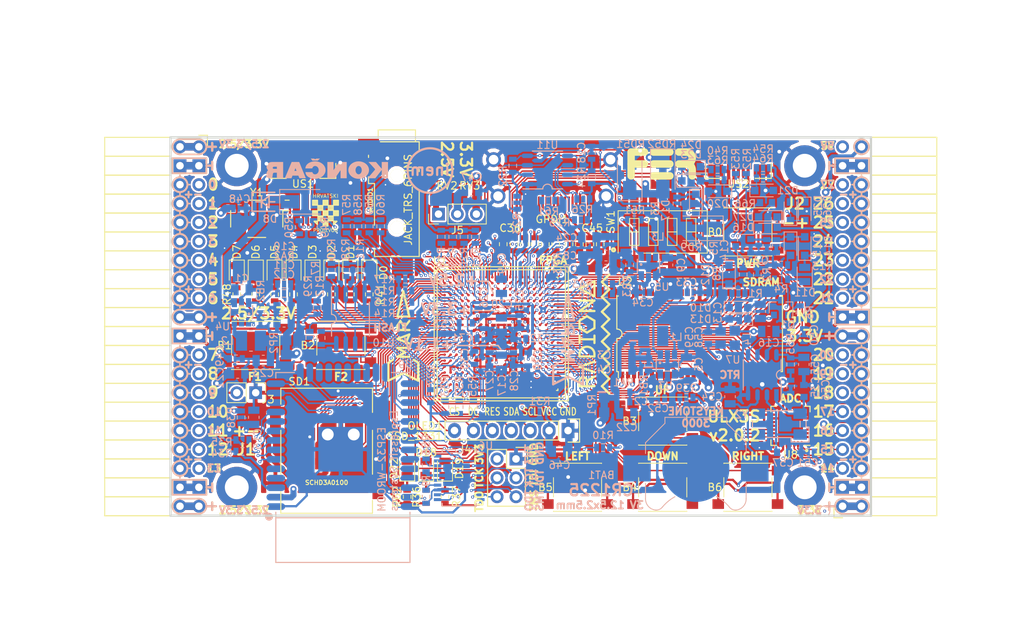
<source format=kicad_pcb>
(kicad_pcb (version 20171130) (host pcbnew 5.0.0-rc3+dfsg1-1)
  (layers (0 F.Cu signal) (1 In1.Cu signal) (2 In2.Cu signal) (31 B.Cu signal) (34 B.Paste user) (35 F.Paste user) (36 B.SilkS user) (37 F.SilkS user) (38 B.Mask user) (39 F.Mask user) (44 Edge.Cuts user))
  (net 0 "")
  (net 1 GND)
  (net 2 +5V)
  (net 3 /gpio/IN5V)
  (net 4 /gpio/OUT5V)
  (net 5 +3V3)
  (net 6 BTN_D)
  (net 7 BTN_F1)
  (net 8 BTN_F2)
  (net 9 BTN_L)
  (net 10 BTN_R)
  (net 11 BTN_U)
  (net 12 /power/FB1)
  (net 13 +2V5)
  (net 14 /power/PWREN)
  (net 15 /power/FB3)
  (net 16 /power/FB2)
  (net 17 /power/VBAT)
  (net 18 JTAG_TDI)
  (net 19 JTAG_TCK)
  (net 20 JTAG_TMS)
  (net 21 JTAG_TDO)
  (net 22 /power/WAKEUPn)
  (net 23 /power/WKUP)
  (net 24 /power/SHUT)
  (net 25 /power/WAKE)
  (net 26 /power/HOLD)
  (net 27 /power/WKn)
  (net 28 /power/OSCI_32k)
  (net 29 /power/OSCO_32k)
  (net 30 SHUTDOWN)
  (net 31 GPDI_SDA)
  (net 32 GPDI_SCL)
  (net 33 /gpdi/VREF2)
  (net 34 SD_CMD)
  (net 35 SD_CLK)
  (net 36 SD_D0)
  (net 37 SD_D1)
  (net 38 USB5V)
  (net 39 GPDI_CEC)
  (net 40 nRESET)
  (net 41 FTDI_nDTR)
  (net 42 SDRAM_CKE)
  (net 43 SDRAM_A7)
  (net 44 SDRAM_D15)
  (net 45 SDRAM_BA1)
  (net 46 SDRAM_D7)
  (net 47 SDRAM_A6)
  (net 48 SDRAM_CLK)
  (net 49 SDRAM_D13)
  (net 50 SDRAM_BA0)
  (net 51 SDRAM_D6)
  (net 52 SDRAM_A5)
  (net 53 SDRAM_D14)
  (net 54 SDRAM_A11)
  (net 55 SDRAM_D12)
  (net 56 SDRAM_D5)
  (net 57 SDRAM_A4)
  (net 58 SDRAM_A10)
  (net 59 SDRAM_D11)
  (net 60 SDRAM_A3)
  (net 61 SDRAM_D4)
  (net 62 SDRAM_D10)
  (net 63 SDRAM_D9)
  (net 64 SDRAM_A9)
  (net 65 SDRAM_D3)
  (net 66 SDRAM_D8)
  (net 67 SDRAM_A8)
  (net 68 SDRAM_A2)
  (net 69 SDRAM_A1)
  (net 70 SDRAM_A0)
  (net 71 SDRAM_D2)
  (net 72 SDRAM_D1)
  (net 73 SDRAM_D0)
  (net 74 SDRAM_DQM0)
  (net 75 SDRAM_nCS)
  (net 76 SDRAM_nRAS)
  (net 77 SDRAM_DQM1)
  (net 78 SDRAM_nCAS)
  (net 79 SDRAM_nWE)
  (net 80 /flash/FLASH_nWP)
  (net 81 /flash/FLASH_nHOLD)
  (net 82 /flash/FLASH_MOSI)
  (net 83 /flash/FLASH_MISO)
  (net 84 /flash/FLASH_SCK)
  (net 85 /flash/FLASH_nCS)
  (net 86 /flash/FPGA_PROGRAMN)
  (net 87 /flash/FPGA_DONE)
  (net 88 /flash/FPGA_INITN)
  (net 89 OLED_RES)
  (net 90 OLED_DC)
  (net 91 OLED_CS)
  (net 92 WIFI_EN)
  (net 93 FTDI_nRTS)
  (net 94 FTDI_TXD)
  (net 95 FTDI_RXD)
  (net 96 WIFI_RXD)
  (net 97 WIFI_GPIO0)
  (net 98 WIFI_TXD)
  (net 99 USB_FTDI_D+)
  (net 100 USB_FTDI_D-)
  (net 101 SD_D3)
  (net 102 AUDIO_L3)
  (net 103 AUDIO_L2)
  (net 104 AUDIO_L1)
  (net 105 AUDIO_L0)
  (net 106 AUDIO_R3)
  (net 107 AUDIO_R2)
  (net 108 AUDIO_R1)
  (net 109 AUDIO_R0)
  (net 110 OLED_CLK)
  (net 111 OLED_MOSI)
  (net 112 LED0)
  (net 113 LED1)
  (net 114 LED2)
  (net 115 LED3)
  (net 116 LED4)
  (net 117 LED5)
  (net 118 LED6)
  (net 119 LED7)
  (net 120 BTN_PWRn)
  (net 121 FTDI_nTXLED)
  (net 122 FTDI_nSLEEP)
  (net 123 /blinkey/LED_PWREN)
  (net 124 /blinkey/LED_TXLED)
  (net 125 /sdcard/SD3V3)
  (net 126 SD_D2)
  (net 127 CLK_25MHz)
  (net 128 /blinkey/BTNPUL)
  (net 129 /blinkey/BTNPUR)
  (net 130 USB_FPGA_D+)
  (net 131 /power/FTDI_nSUSPEND)
  (net 132 /blinkey/ALED0)
  (net 133 /blinkey/ALED1)
  (net 134 /blinkey/ALED2)
  (net 135 /blinkey/ALED3)
  (net 136 /blinkey/ALED4)
  (net 137 /blinkey/ALED5)
  (net 138 /blinkey/ALED6)
  (net 139 /blinkey/ALED7)
  (net 140 /usb/FTD-)
  (net 141 /usb/FTD+)
  (net 142 ADC_MISO)
  (net 143 ADC_MOSI)
  (net 144 ADC_CSn)
  (net 145 ADC_SCLK)
  (net 146 SW3)
  (net 147 SW2)
  (net 148 SW1)
  (net 149 USB_FPGA_D-)
  (net 150 /usb/FPD+)
  (net 151 /usb/FPD-)
  (net 152 WIFI_GPIO16)
  (net 153 /usb/ANT_433MHz)
  (net 154 /power/PWRBTn)
  (net 155 PROG_DONE)
  (net 156 /power/P3V3)
  (net 157 /power/P2V5)
  (net 158 /power/L1)
  (net 159 /power/L3)
  (net 160 /power/L2)
  (net 161 FTDI_TXDEN)
  (net 162 SDRAM_A12)
  (net 163 /analog/AUDIO_V)
  (net 164 AUDIO_V3)
  (net 165 AUDIO_V2)
  (net 166 AUDIO_V1)
  (net 167 AUDIO_V0)
  (net 168 /blinkey/LED_WIFI)
  (net 169 /power/P1V1)
  (net 170 +1V1)
  (net 171 SW4)
  (net 172 /blinkey/SWPU)
  (net 173 /wifi/WIFIEN)
  (net 174 FT2V5)
  (net 175 GN0)
  (net 176 GP0)
  (net 177 GN1)
  (net 178 GP1)
  (net 179 GN2)
  (net 180 GP2)
  (net 181 GN3)
  (net 182 GP3)
  (net 183 GN4)
  (net 184 GP4)
  (net 185 GN5)
  (net 186 GP5)
  (net 187 GN6)
  (net 188 GP6)
  (net 189 GN14)
  (net 190 GP14)
  (net 191 GN15)
  (net 192 GP15)
  (net 193 GN16)
  (net 194 GP16)
  (net 195 GN17)
  (net 196 GP17)
  (net 197 GN18)
  (net 198 GP18)
  (net 199 GN19)
  (net 200 GP19)
  (net 201 GN20)
  (net 202 GP20)
  (net 203 GN21)
  (net 204 GP21)
  (net 205 GN22)
  (net 206 GP22)
  (net 207 GN23)
  (net 208 GP23)
  (net 209 GN24)
  (net 210 GP24)
  (net 211 GN25)
  (net 212 GP25)
  (net 213 GN26)
  (net 214 GP26)
  (net 215 GN27)
  (net 216 GP27)
  (net 217 GN7)
  (net 218 GP7)
  (net 219 GN8)
  (net 220 GP8)
  (net 221 GN9)
  (net 222 GP9)
  (net 223 GN10)
  (net 224 GP10)
  (net 225 GN11)
  (net 226 GP11)
  (net 227 GN12)
  (net 228 GP12)
  (net 229 GN13)
  (net 230 GP13)
  (net 231 WIFI_GPIO5)
  (net 232 WIFI_GPIO17)
  (net 233 USB_FPGA_PULL_D+)
  (net 234 USB_FPGA_PULL_D-)
  (net 235 "Net-(D23-Pad2)")
  (net 236 "Net-(D24-Pad1)")
  (net 237 "Net-(D25-Pad2)")
  (net 238 "Net-(D26-Pad1)")
  (net 239 /gpdi/GPDI_ETH+)
  (net 240 FPDI_ETH+)
  (net 241 /gpdi/GPDI_ETH-)
  (net 242 FPDI_ETH-)
  (net 243 /gpdi/GPDI_D2-)
  (net 244 FPDI_D2-)
  (net 245 /gpdi/GPDI_D1-)
  (net 246 FPDI_D1-)
  (net 247 /gpdi/GPDI_D0-)
  (net 248 FPDI_D0-)
  (net 249 /gpdi/GPDI_CLK-)
  (net 250 FPDI_CLK-)
  (net 251 /gpdi/GPDI_D2+)
  (net 252 FPDI_D2+)
  (net 253 /gpdi/GPDI_D1+)
  (net 254 FPDI_D1+)
  (net 255 /gpdi/GPDI_D0+)
  (net 256 FPDI_D0+)
  (net 257 /gpdi/GPDI_CLK+)
  (net 258 FPDI_CLK+)
  (net 259 FPDI_SDA)
  (net 260 FPDI_SCL)
  (net 261 /gpdi/FPDI_CEC)
  (net 262 2V5_3V3)
  (net 263 "Net-(AUDIO1-Pad5)")
  (net 264 "Net-(AUDIO1-Pad6)")
  (net 265 "Net-(U1-PadA15)")
  (net 266 "Net-(U1-PadC9)")
  (net 267 "Net-(U1-PadD9)")
  (net 268 "Net-(U1-PadD10)")
  (net 269 "Net-(U1-PadD11)")
  (net 270 "Net-(U1-PadD12)")
  (net 271 "Net-(U1-PadE6)")
  (net 272 "Net-(U1-PadE9)")
  (net 273 "Net-(U1-PadE10)")
  (net 274 "Net-(U1-PadE11)")
  (net 275 "Net-(U1-PadJ4)")
  (net 276 "Net-(U1-PadJ5)")
  (net 277 "Net-(U1-PadK5)")
  (net 278 "Net-(U1-PadL5)")
  (net 279 "Net-(U1-PadM4)")
  (net 280 "Net-(U1-PadM5)")
  (net 281 SD_CD)
  (net 282 SD_WP)
  (net 283 "Net-(U1-PadR3)")
  (net 284 "Net-(U1-PadT16)")
  (net 285 "Net-(U1-PadW4)")
  (net 286 "Net-(U1-PadW5)")
  (net 287 "Net-(U1-PadW8)")
  (net 288 "Net-(U1-PadW9)")
  (net 289 "Net-(U1-PadW13)")
  (net 290 "Net-(U1-PadW14)")
  (net 291 "Net-(U1-PadW17)")
  (net 292 "Net-(U1-PadW18)")
  (net 293 FTDI_nRXLED)
  (net 294 "Net-(U8-Pad12)")
  (net 295 "Net-(U8-Pad25)")
  (net 296 "Net-(U9-Pad32)")
  (net 297 "Net-(U9-Pad22)")
  (net 298 "Net-(U9-Pad21)")
  (net 299 "Net-(U9-Pad20)")
  (net 300 "Net-(U9-Pad19)")
  (net 301 "Net-(U9-Pad18)")
  (net 302 "Net-(U9-Pad17)")
  (net 303 "Net-(U9-Pad12)")
  (net 304 "Net-(U9-Pad5)")
  (net 305 "Net-(U9-Pad4)")
  (net 306 "Net-(US1-Pad4)")
  (net 307 "Net-(Y2-Pad3)")
  (net 308 "Net-(Y2-Pad2)")
  (net 309 "Net-(U1-PadK16)")
  (net 310 "Net-(U1-PadK17)")
  (net 311 /usb/US2VBUS)
  (net 312 /power/SHD)
  (net 313 /power/RTCVDD)
  (net 314 "Net-(D27-Pad2)")
  (net 315 US2_ID)
  (net 316 /analog/AUDIO_L)
  (net 317 /analog/AUDIO_R)
  (net 318 /analog/ADC3V3)
  (module conn-fci:CONN-10029449-111RLF (layer F.Cu) (at 145.296 69.312 180)
    (fp_text reference GPDI1 (at 0 -3.1115 180) (layer F.SilkS))
    (fp_text value GPDI-D)
    (pad 19 smd rect (at -4.25 -1 180) (size 0.3 1.9) (layers F.Cu F.Paste F.Mask) (net 241 /gpdi/GPDI_ETH-))
    (pad 18 smd rect (at -3.75 -1 180) (size 0.3 1.9) (layers F.Cu F.Paste F.Mask) (net 2 +5V))
    (pad 17 smd rect (at -3.25 -1 180) (size 0.3 1.9) (layers F.Cu F.Paste F.Mask) (net 1 GND))
    (pad 16 smd rect (at -2.75 -1 180) (size 0.3 1.9) (layers F.Cu F.Paste F.Mask) (net 31 GPDI_SDA))
    (pad 15 smd rect (at -2.25 -1 180) (size 0.3 1.9) (layers F.Cu F.Paste F.Mask) (net 32 GPDI_SCL))
    (pad 14 smd rect (at -1.75 -1 180) (size 0.3 1.9) (layers F.Cu F.Paste F.Mask) (net 239 /gpdi/GPDI_ETH+))
    (pad 13 smd rect (at -1.25 -1 180) (size 0.3 1.9) (layers F.Cu F.Paste F.Mask) (net 39 GPDI_CEC))
    (pad 12 smd rect (at -0.75 -1 180) (size 0.3 1.9) (layers F.Cu F.Paste F.Mask) (net 249 /gpdi/GPDI_CLK-))
    (pad 11 smd rect (at -0.25 -1 180) (size 0.3 1.9) (layers F.Cu F.Paste F.Mask) (net 1 GND))
    (pad 10 smd rect (at 0.25 -1 180) (size 0.3 1.9) (layers F.Cu F.Paste F.Mask) (net 257 /gpdi/GPDI_CLK+))
    (pad 9 smd rect (at 0.75 -1 180) (size 0.3 1.9) (layers F.Cu F.Paste F.Mask) (net 247 /gpdi/GPDI_D0-))
    (pad 8 smd rect (at 1.25 -1 180) (size 0.3 1.9) (layers F.Cu F.Paste F.Mask) (net 1 GND))
    (pad 7 smd rect (at 1.75 -1 180) (size 0.3 1.9) (layers F.Cu F.Paste F.Mask) (net 255 /gpdi/GPDI_D0+))
    (pad 6 smd rect (at 2.25 -1 180) (size 0.3 1.9) (layers F.Cu F.Paste F.Mask) (net 245 /gpdi/GPDI_D1-))
    (pad 5 smd rect (at 2.75 -1 180) (size 0.3 1.9) (layers F.Cu F.Paste F.Mask) (net 1 GND))
    (pad 4 smd rect (at 3.25 -1 180) (size 0.3 1.9) (layers F.Cu F.Paste F.Mask) (net 253 /gpdi/GPDI_D1+))
    (pad 3 smd rect (at 3.75 -1 180) (size 0.3 1.9) (layers F.Cu F.Paste F.Mask) (net 243 /gpdi/GPDI_D2-))
    (pad 2 smd rect (at 4.25 -1 180) (size 0.3 1.9) (layers F.Cu F.Paste F.Mask) (net 1 GND))
    (pad 1 smd rect (at 4.75 -1 180) (size 0.3 1.9) (layers F.Cu F.Paste F.Mask) (net 251 /gpdi/GPDI_D2+))
    (pad 0 thru_hole circle (at -7.25 0 180) (size 2 2) (drill 1.3) (layers *.Cu *.Mask F.Paste) (net 1 GND))
    (pad 0 thru_hole circle (at 7.25 0 180) (size 2 2) (drill 1.3) (layers *.Cu *.Mask F.Paste) (net 1 GND))
    (pad 0 thru_hole circle (at -7.85 4.9 180) (size 2 2) (drill 1.3) (layers *.Cu *.Mask F.Paste) (net 1 GND))
    (pad 0 thru_hole circle (at 7.85 4.9 180) (size 2 2) (drill 1.3) (layers *.Cu *.Mask F.Paste) (net 1 GND))
  )
  (module ESP32:ESP32-WROOM (layer B.Cu) (at 117.23 105.75 180)
    (fp_text reference U9 (at -8.366 13.85 180) (layer B.SilkS) (effects (justify mirror)))
    (fp_text value ESP-WROOM32)
    (fp_text user "Espressif Systems" (at -6.858 0.889 90) (layer B.SilkS) (effects (justify mirror)))
    (fp_text user ESP32-WROOM (at -5.207 -0.254 90) (layer B.SilkS) (effects (justify mirror)))
    (pad 38 smd oval (at -9 -5.25 180) (size 2.5 0.9) (layers B.Cu B.Mask) (net 1 GND))
    (pad 37 smd oval (at -9 -3.98 180) (size 2.5 0.9) (layers B.Cu B.Mask) (net 18 JTAG_TDI))
    (pad 36 smd oval (at -9 -2.71 180) (size 2.5 0.9) (layers B.Cu B.Mask) (net 155 PROG_DONE))
    (pad 35 smd oval (at -9 -1.44 180) (size 2.5 0.9) (layers B.Cu B.Mask) (net 98 WIFI_TXD))
    (pad 34 smd oval (at -9 -0.17 180) (size 2.5 0.9) (layers B.Cu B.Mask) (net 96 WIFI_RXD))
    (pad 33 smd oval (at -9 1.1 180) (size 2.5 0.9) (layers B.Cu B.Mask) (net 20 JTAG_TMS))
    (pad 32 smd oval (at -9 2.37 180) (size 2.5 0.9) (layers B.Cu B.Mask) (net 296 "Net-(U9-Pad32)"))
    (pad 31 smd oval (at -9 3.64 180) (size 2.5 0.9) (layers B.Cu B.Mask) (net 21 JTAG_TDO))
    (pad 30 smd oval (at -9 4.91 180) (size 2.5 0.9) (layers B.Cu B.Mask) (net 19 JTAG_TCK))
    (pad 29 smd oval (at -9 6.18 180) (size 2.5 0.9) (layers B.Cu B.Mask) (net 231 WIFI_GPIO5))
    (pad 28 smd oval (at -9 7.45 180) (size 2.5 0.9) (layers B.Cu B.Mask) (net 232 WIFI_GPIO17))
    (pad 27 smd oval (at -9 8.72 180) (size 2.5 0.9) (layers B.Cu B.Mask) (net 152 WIFI_GPIO16))
    (pad 26 smd oval (at -9 9.99 180) (size 2.5 0.9) (layers B.Cu B.Mask) (net 37 SD_D1))
    (pad 25 smd oval (at -9 11.26 180) (size 2.5 0.9) (layers B.Cu B.Mask) (net 97 WIFI_GPIO0))
    (pad 24 smd oval (at -5.715 12.75 180) (size 0.9 2.5) (layers B.Cu B.Mask) (net 36 SD_D0))
    (pad 23 smd oval (at -4.445 12.75 180) (size 0.9 2.5) (layers B.Cu B.Mask) (net 34 SD_CMD))
    (pad 22 smd oval (at -3.175 12.75 180) (size 0.9 2.5) (layers B.Cu B.Mask) (net 297 "Net-(U9-Pad22)"))
    (pad 21 smd oval (at -1.905 12.75 180) (size 0.9 2.5) (layers B.Cu B.Mask) (net 298 "Net-(U9-Pad21)"))
    (pad 20 smd oval (at -0.635 12.75 180) (size 0.9 2.5) (layers B.Cu B.Mask) (net 299 "Net-(U9-Pad20)"))
    (pad 19 smd oval (at 0.635 12.75 180) (size 0.9 2.5) (layers B.Cu B.Mask) (net 300 "Net-(U9-Pad19)"))
    (pad 18 smd oval (at 1.905 12.75 180) (size 0.9 2.5) (layers B.Cu B.Mask) (net 301 "Net-(U9-Pad18)"))
    (pad 17 smd oval (at 3.175 12.75 180) (size 0.9 2.5) (layers B.Cu B.Mask) (net 302 "Net-(U9-Pad17)"))
    (pad 16 smd oval (at 4.445 12.75 180) (size 0.9 2.5) (layers B.Cu B.Mask) (net 101 SD_D3))
    (pad 15 smd oval (at 5.715 12.75 180) (size 0.9 2.5) (layers B.Cu B.Mask) (net 1 GND))
    (pad 14 smd oval (at 9 11.26 180) (size 2.5 0.9) (layers B.Cu B.Mask) (net 126 SD_D2))
    (pad 13 smd oval (at 9 9.99 180) (size 2.5 0.9) (layers B.Cu B.Mask) (net 35 SD_CLK))
    (pad 12 smd oval (at 9 8.72 180) (size 2.5 0.9) (layers B.Cu B.Mask) (net 303 "Net-(U9-Pad12)"))
    (pad 11 smd oval (at 9 7.45 180) (size 2.5 0.9) (layers B.Cu B.Mask) (net 225 GN11))
    (pad 10 smd oval (at 9 6.18 180) (size 2.5 0.9) (layers B.Cu B.Mask) (net 226 GP11))
    (pad 9 smd oval (at 9 4.91 180) (size 2.5 0.9) (layers B.Cu B.Mask) (net 227 GN12))
    (pad 8 smd oval (at 9 3.64 180) (size 2.5 0.9) (layers B.Cu B.Mask) (net 228 GP12))
    (pad 7 smd oval (at 9 2.37 180) (size 2.5 0.9) (layers B.Cu B.Mask) (net 229 GN13))
    (pad 6 smd oval (at 9 1.1 180) (size 2.5 0.9) (layers B.Cu B.Mask) (net 230 GP13))
    (pad 5 smd oval (at 9 -0.17 180) (size 2.5 0.9) (layers B.Cu B.Mask) (net 304 "Net-(U9-Pad5)"))
    (pad 4 smd oval (at 9 -1.44 180) (size 2.5 0.9) (layers B.Cu B.Mask) (net 305 "Net-(U9-Pad4)"))
    (pad 3 smd oval (at 9 -2.71 180) (size 2.5 0.9) (layers B.Cu B.Mask) (net 173 /wifi/WIFIEN))
    (pad 2 smd oval (at 9 -3.98 180) (size 2.5 0.9) (layers B.Cu B.Mask) (net 5 +3V3))
    (pad 1 smd oval (at 9 -5.25 180) (size 2.5 0.9) (layers B.Cu B.Mask) (net 1 GND))
    (pad 39 smd rect (at 0.3 2.45 180) (size 6 6) (layers B.Cu B.Mask) (net 1 GND))
  )
  (module Capacitor_SMD:C_0603_1608Metric (layer B.Cu) (at 102.863 91.156)
    (fp_text reference C49 (at -2.159 -0.399 90) (layer B.SilkS) (effects (justify mirror)))
    (fp_text value 22nF)
    (pad 2 smd rect (at 0.875 0) (size 0.67 1) (layers B.Cu B.Paste B.Mask) (net 1 GND))
    (pad 1 smd rect (at -0.875 0) (size 0.67 1) (layers B.Cu B.Paste B.Mask) (net 262 2V5_3V3))
  )
  (module jumper:R_0805_2012Metric_Pad1.29x1.40mm_HandSolder_Jumper_NC (layer B.Cu) (at 149.472 78.311 270)
    (fp_text reference RP3 (at 0 3.414 270) (layer B.SilkS) (effects (justify mirror)))
    (fp_text value 0)
    (fp_line (start -1 0) (end 1 0) (layer B.Cu) (width 1))
    (pad 2 smd rect (at 0.9675 0 270) (size 1.295 1.4) (layers B.Cu B.Mask) (net 5 +3V3))
    (pad 1 smd rect (at -0.9675 0 270) (size 1.295 1.4) (layers B.Cu B.Mask) (net 156 /power/P3V3))
  )
  (module jumper:R_0805_2012Metric_Pad1.29x1.40mm_HandSolder_Jumper_NC (layer B.Cu) (at 109.609 89.632 270)
    (fp_text reference RP2 (at -0.635 1.651 270) (layer B.SilkS) (effects (justify mirror)))
    (fp_text value 0)
    (fp_line (start -1 0) (end 1 0) (layer B.Cu) (width 1))
    (pad 2 smd rect (at 0.9675 0 270) (size 1.295 1.4) (layers B.Cu B.Mask) (net 13 +2V5))
    (pad 1 smd rect (at -0.9675 0 270) (size 1.295 1.4) (layers B.Cu B.Mask) (net 157 /power/P2V5))
  )
  (module jumper:R_0805_2012Metric_Pad1.29x1.40mm_HandSolder_Jumper_NC (layer B.Cu) (at 152.281 97.361 270)
    (fp_text reference RP1 (at 0 1.65 270) (layer B.SilkS) (effects (justify mirror)))
    (fp_text value 0)
    (fp_line (start -1 0) (end 1 0) (layer B.Cu) (width 1))
    (pad 2 smd rect (at 0.9675 0 270) (size 1.295 1.4) (layers B.Cu B.Mask) (net 170 +1V1))
    (pad 1 smd rect (at -0.9675 0 270) (size 1.295 1.4) (layers B.Cu B.Mask) (net 169 /power/P1V1))
  )
  (module jumper:D_SMA_Jumper_NC (layer B.Cu) (at 164.854 73.63 180)
    (fp_text reference RD9 (at 0.889 -2.54 180) (layer B.SilkS) (effects (justify mirror)))
    (fp_text value 0)
    (fp_line (start -2 0) (end 2 0) (layer B.Cu) (width 1))
    (pad 2 smd rect (at 2 0 180) (size 2.5 1.8) (layers B.Cu B.Mask) (net 2 +5V))
    (pad 1 smd rect (at -2 0 180) (size 2.5 1.8) (layers B.Cu B.Mask) (net 311 /usb/US2VBUS))
  )
  (module jumper:D_SMA_Jumper_NC (layer B.Cu) (at 160.155 66.391 270)
    (fp_text reference RD52 (at -4.064 0.127) (layer B.SilkS) (effects (justify mirror)))
    (fp_text value 0)
    (fp_line (start -2 0) (end 2 0) (layer B.Cu) (width 1))
    (pad 2 smd rect (at 2 0 270) (size 2.5 1.8) (layers B.Cu B.Mask) (net 2 +5V))
    (pad 1 smd rect (at -2 0 270) (size 2.5 1.8) (layers B.Cu B.Mask) (net 4 /gpio/OUT5V))
  )
  (module jumper:D_SMA_Jumper_NC (layer B.Cu) (at 155.71 66.518 90)
    (fp_text reference RD51 (at 4.191 0.127 180) (layer B.SilkS) (effects (justify mirror)))
    (fp_text value 0)
    (fp_line (start -2 0) (end 2 0) (layer B.Cu) (width 1))
    (pad 2 smd rect (at 2 0 90) (size 2.5 1.8) (layers B.Cu B.Mask) (net 3 /gpio/IN5V))
    (pad 1 smd rect (at -2 0 90) (size 2.5 1.8) (layers B.Cu B.Mask) (net 2 +5V))
  )
  (module dipswitch:SW_DIP_x4_W8.61mm_Slide_LowProfile (layer F.Cu) (at 160.14 74.12 90)
    (fp_text reference SW1 (at 1.379 -6.97 90) (layer F.SilkS))
    (fp_text value SW_DIP_x04)
    (pad 8 smd rect (at 4.305 -3.81 90) (size 2.44 1.12) (layers F.Cu F.Paste F.Mask) (net 148 SW1))
    (pad 4 smd rect (at -4.305 3.81 90) (size 2.44 1.12) (layers F.Cu F.Paste F.Mask) (net 172 /blinkey/SWPU))
    (pad 7 smd rect (at 4.305 -1.27 90) (size 2.44 1.12) (layers F.Cu F.Paste F.Mask) (net 147 SW2))
    (pad 3 smd rect (at -4.305 1.27 90) (size 2.44 1.12) (layers F.Cu F.Paste F.Mask) (net 172 /blinkey/SWPU))
    (pad 6 smd rect (at 4.305 1.27 90) (size 2.44 1.12) (layers F.Cu F.Paste F.Mask) (net 146 SW3))
    (pad 2 smd rect (at -4.305 -1.27 90) (size 2.44 1.12) (layers F.Cu F.Paste F.Mask) (net 172 /blinkey/SWPU))
    (pad 5 smd rect (at 4.305 3.81 90) (size 2.44 1.12) (layers F.Cu F.Paste F.Mask) (net 171 SW4))
    (pad 1 smd rect (at -4.305 -3.81 90) (size 2.44 1.12) (layers F.Cu F.Paste F.Mask) (net 172 /blinkey/SWPU))
  )
  (module Keystone_3000_1x12mm-CoinCell:Keystone_3000_1x12mm-CoinCell (layer B.Cu) (at 164.585 105.87 90)
    (fp_text reference BAT1 (at -0.907 -12.685 180) (layer B.SilkS) (effects (justify mirror)))
    (fp_text value CR1225)
    (pad 1 smd rect (at 0 7.9 180) (size 3.7 3.5) (layers B.Cu B.Paste B.Mask) (net 17 /power/VBAT) (clearance 0.7))
    (pad 1 smd rect (at 0 -7.9 180) (size 3.7 3.5) (layers B.Cu B.Paste B.Mask) (net 17 /power/VBAT) (clearance 0.7))
    (pad 2 smd circle (at 0 0 180) (size 9 9) (layers B.Cu B.Mask) (net 1 GND))
  )
  (module SM8:SM8 (layer B.Cu) (at 144.68 65.8015 90)
    (fp_text reference U11 (at 3.3475 -0.019 -180) (layer B.SilkS) (effects (justify mirror)))
    (fp_text value PCA9306D)
    (pad 1 smd rect (at -1.905 -2.7) (size 1.55 0.6) (layers B.Cu B.Paste B.Mask) (net 1 GND))
    (pad 2 smd oval (at -0.635 -2.7) (size 1.55 0.6) (layers B.Cu B.Paste B.Mask) (net 13 +2V5))
    (pad 3 smd oval (at 0.635 -2.7) (size 1.55 0.6) (layers B.Cu B.Paste B.Mask) (net 260 FPDI_SCL))
    (pad 4 smd oval (at 1.905 -2.7) (size 1.55 0.6) (layers B.Cu B.Paste B.Mask) (net 259 FPDI_SDA))
    (pad 5 smd oval (at 1.905 2.7) (size 1.55 0.6) (layers B.Cu B.Paste B.Mask) (net 31 GPDI_SDA))
    (pad 6 smd oval (at 0.635 2.7) (size 1.55 0.6) (layers B.Cu B.Paste B.Mask) (net 32 GPDI_SCL))
    (pad 7 smd oval (at -0.635 2.7) (size 1.55 0.6) (layers B.Cu B.Paste B.Mask) (net 33 /gpdi/VREF2))
    (pad 8 smd oval (at -1.905 2.7) (size 1.55 0.6) (layers B.Cu B.Paste B.Mask) (net 5 +3V3))
  )
  (module TSOP54:TSOP54 (layer F.Cu) (at 165.093 87.8 90)
    (fp_text reference U2 (at 6.98 -9.993 180) (layer F.SilkS))
    (fp_text value MT48LC16M16A2TG)
    (pad 28 smd rect (at 5.53 10.4 90) (size 0.9 0.56) (layers F.Cu F.Paste F.Mask) (net 1 GND))
    (pad 1 smd rect (at -5.53 -10.4 90) (size 0.9 0.56) (layers F.Cu F.Paste F.Mask) (net 5 +3V3))
    (pad 2 smd rect (at -5.53 -9.6 90) (size 0.9 0.56) (layers F.Cu F.Paste F.Mask) (net 73 SDRAM_D0))
    (pad 3 smd rect (at -5.53 -8.8 90) (size 0.9 0.56) (layers F.Cu F.Paste F.Mask) (net 5 +3V3))
    (pad 4 smd rect (at -5.53 -8 90) (size 0.9 0.56) (layers F.Cu F.Paste F.Mask) (net 72 SDRAM_D1))
    (pad 5 smd rect (at -5.53 -7.2 90) (size 0.9 0.56) (layers F.Cu F.Paste F.Mask) (net 71 SDRAM_D2))
    (pad 6 smd rect (at -5.53 -6.4 90) (size 0.9 0.56) (layers F.Cu F.Paste F.Mask) (net 1 GND))
    (pad 7 smd rect (at -5.53 -5.6 90) (size 0.9 0.56) (layers F.Cu F.Paste F.Mask) (net 65 SDRAM_D3))
    (pad 8 smd rect (at -5.53 -4.8 90) (size 0.9 0.56) (layers F.Cu F.Paste F.Mask) (net 61 SDRAM_D4))
    (pad 9 smd rect (at -5.53 -4 90) (size 0.9 0.56) (layers F.Cu F.Paste F.Mask) (net 5 +3V3))
    (pad 10 smd rect (at -5.53 -3.2 90) (size 0.9 0.56) (layers F.Cu F.Paste F.Mask) (net 56 SDRAM_D5))
    (pad 11 smd rect (at -5.53 -2.4 90) (size 0.9 0.56) (layers F.Cu F.Paste F.Mask) (net 51 SDRAM_D6))
    (pad 12 smd rect (at -5.53 -1.6 90) (size 0.9 0.56) (layers F.Cu F.Paste F.Mask) (net 1 GND))
    (pad 13 smd rect (at -5.53 -0.8 90) (size 0.9 0.56) (layers F.Cu F.Paste F.Mask) (net 46 SDRAM_D7))
    (pad 14 smd rect (at -5.53 0 90) (size 0.9 0.56) (layers F.Cu F.Paste F.Mask) (net 5 +3V3))
    (pad 15 smd rect (at -5.53 0.8 90) (size 0.9 0.56) (layers F.Cu F.Paste F.Mask) (net 74 SDRAM_DQM0))
    (pad 16 smd rect (at -5.53 1.6 90) (size 0.9 0.56) (layers F.Cu F.Paste F.Mask) (net 79 SDRAM_nWE))
    (pad 17 smd rect (at -5.53 2.4 90) (size 0.9 0.56) (layers F.Cu F.Paste F.Mask) (net 78 SDRAM_nCAS))
    (pad 18 smd rect (at -5.53 3.2 90) (size 0.9 0.56) (layers F.Cu F.Paste F.Mask) (net 76 SDRAM_nRAS))
    (pad 19 smd rect (at -5.53 4 90) (size 0.9 0.56) (layers F.Cu F.Paste F.Mask) (net 75 SDRAM_nCS))
    (pad 20 smd rect (at -5.53 4.8 90) (size 0.9 0.56) (layers F.Cu F.Paste F.Mask) (net 50 SDRAM_BA0))
    (pad 21 smd rect (at -5.53 5.6 90) (size 0.9 0.56) (layers F.Cu F.Paste F.Mask) (net 45 SDRAM_BA1))
    (pad 22 smd rect (at -5.53 6.4 90) (size 0.9 0.56) (layers F.Cu F.Paste F.Mask) (net 58 SDRAM_A10))
    (pad 23 smd rect (at -5.53 7.2 90) (size 0.9 0.56) (layers F.Cu F.Paste F.Mask) (net 70 SDRAM_A0))
    (pad 24 smd rect (at -5.53 8 90) (size 0.9 0.56) (layers F.Cu F.Paste F.Mask) (net 69 SDRAM_A1))
    (pad 25 smd rect (at -5.53 8.8 90) (size 0.9 0.56) (layers F.Cu F.Paste F.Mask) (net 68 SDRAM_A2))
    (pad 26 smd rect (at -5.53 9.6 90) (size 0.9 0.56) (layers F.Cu F.Paste F.Mask) (net 60 SDRAM_A3))
    (pad 27 smd rect (at -5.53 10.4 90) (size 0.9 0.56) (layers F.Cu F.Paste F.Mask) (net 5 +3V3))
    (pad 29 smd rect (at 5.53 9.6 90) (size 0.9 0.56) (layers F.Cu F.Paste F.Mask) (net 57 SDRAM_A4))
    (pad 30 smd rect (at 5.53 8.8 90) (size 0.9 0.56) (layers F.Cu F.Paste F.Mask) (net 52 SDRAM_A5))
    (pad 31 smd rect (at 5.53 8 90) (size 0.9 0.56) (layers F.Cu F.Paste F.Mask) (net 47 SDRAM_A6))
    (pad 32 smd rect (at 5.53 7.2 90) (size 0.9 0.56) (layers F.Cu F.Paste F.Mask) (net 43 SDRAM_A7))
    (pad 33 smd rect (at 5.53 6.4 90) (size 0.9 0.56) (layers F.Cu F.Paste F.Mask) (net 67 SDRAM_A8))
    (pad 34 smd rect (at 5.53 5.6 90) (size 0.9 0.56) (layers F.Cu F.Paste F.Mask) (net 64 SDRAM_A9))
    (pad 35 smd rect (at 5.53 4.8 90) (size 0.9 0.56) (layers F.Cu F.Paste F.Mask) (net 54 SDRAM_A11))
    (pad 36 smd rect (at 5.53 4 90) (size 0.9 0.56) (layers F.Cu F.Paste F.Mask) (net 162 SDRAM_A12))
    (pad 37 smd rect (at 5.53 3.2 90) (size 0.9 0.56) (layers F.Cu F.Paste F.Mask) (net 42 SDRAM_CKE))
    (pad 38 smd rect (at 5.53 2.4 90) (size 0.9 0.56) (layers F.Cu F.Paste F.Mask) (net 48 SDRAM_CLK))
    (pad 39 smd rect (at 5.53 1.6 90) (size 0.9 0.56) (layers F.Cu F.Paste F.Mask) (net 77 SDRAM_DQM1))
    (pad 40 smd rect (at 5.53 0.8 90) (size 0.9 0.56) (layers F.Cu F.Paste F.Mask))
    (pad 41 smd rect (at 5.53 0 90) (size 0.9 0.56) (layers F.Cu F.Paste F.Mask) (net 1 GND))
    (pad 42 smd rect (at 5.53 -0.8 90) (size 0.9 0.56) (layers F.Cu F.Paste F.Mask) (net 66 SDRAM_D8))
    (pad 43 smd rect (at 5.53 -1.6 90) (size 0.9 0.56) (layers F.Cu F.Paste F.Mask) (net 5 +3V3))
    (pad 44 smd rect (at 5.53 -2.4 90) (size 0.9 0.56) (layers F.Cu F.Paste F.Mask) (net 63 SDRAM_D9))
    (pad 45 smd rect (at 5.53 -3.2 90) (size 0.9 0.56) (layers F.Cu F.Paste F.Mask) (net 62 SDRAM_D10))
    (pad 46 smd rect (at 5.53 -4 90) (size 0.9 0.56) (layers F.Cu F.Paste F.Mask) (net 1 GND))
    (pad 47 smd rect (at 5.53 -4.8 90) (size 0.9 0.56) (layers F.Cu F.Paste F.Mask) (net 59 SDRAM_D11))
    (pad 48 smd rect (at 5.53 -5.6 90) (size 0.9 0.56) (layers F.Cu F.Paste F.Mask) (net 55 SDRAM_D12))
    (pad 49 smd rect (at 5.53 -6.4 90) (size 0.9 0.56) (layers F.Cu F.Paste F.Mask) (net 5 +3V3))
    (pad 50 smd rect (at 5.53 -7.2 90) (size 0.9 0.56) (layers F.Cu F.Paste F.Mask) (net 49 SDRAM_D13))
    (pad 51 smd rect (at 5.53 -8 90) (size 0.9 0.56) (layers F.Cu F.Paste F.Mask) (net 53 SDRAM_D14))
    (pad 52 smd rect (at 5.53 -8.8 90) (size 0.9 0.56) (layers F.Cu F.Paste F.Mask) (net 1 GND))
    (pad 53 smd rect (at 5.53 -9.6 90) (size 0.9 0.56) (layers F.Cu F.Paste F.Mask) (net 44 SDRAM_D15))
    (pad 54 smd rect (at 5.53 -10.4 90) (size 0.9 0.56) (layers F.Cu F.Paste F.Mask) (net 1 GND))
  )
  (module SOA008-150mil:SOA008-150-208mil (layer B.Cu) (at 118.245 85.822 270)
    (fp_text reference U10 (at 3.175 -4.445) (layer B.SilkS) (effects (justify mirror)))
    (fp_text value IS25LP128F-JBLE)
    (pad 1 smd rect (at -3.302 1.905 270) (size 2.1 0.6) (layers B.Cu B.Paste B.Mask) (net 85 /flash/FLASH_nCS))
    (pad 2 smd oval (at -3.302 0.635 270) (size 2.1 0.6) (layers B.Cu B.Paste B.Mask) (net 83 /flash/FLASH_MISO))
    (pad 3 smd oval (at -3.302 -0.635 270) (size 2.1 0.6) (layers B.Cu B.Paste B.Mask) (net 80 /flash/FLASH_nWP))
    (pad 4 smd oval (at -3.302 -1.905 270) (size 2.1 0.6) (layers B.Cu B.Paste B.Mask) (net 1 GND))
    (pad 5 smd oval (at 3.302 -1.905 270) (size 2.1 0.6) (layers B.Cu B.Paste B.Mask) (net 82 /flash/FLASH_MOSI))
    (pad 6 smd oval (at 3.302 -0.635 270) (size 2.1 0.6) (layers B.Cu B.Paste B.Mask) (net 84 /flash/FLASH_SCK))
    (pad 7 smd oval (at 3.302 0.635 270) (size 2.1 0.6) (layers B.Cu B.Paste B.Mask) (net 81 /flash/FLASH_nHOLD))
    (pad 8 smd oval (at 3.302 1.905 270) (size 2.1 0.6) (layers B.Cu B.Paste B.Mask) (net 5 +3V3))
  )
  (module SOT96-1:SOT96-1 (layer B.Cu) (at 173.49 93.315 90)
    (fp_text reference U7 (at 2.032 -3.937 180) (layer B.SilkS) (effects (justify mirror)))
    (fp_text value MCP7940NT)
    (pad 1 smd rect (at -2.7 1.905 90) (size 1.55 0.6) (layers B.Cu B.Paste B.Mask) (net 28 /power/OSCI_32k))
    (pad 2 smd oval (at -2.7 0.635 90) (size 1.55 0.6) (layers B.Cu B.Paste B.Mask) (net 29 /power/OSCO_32k))
    (pad 3 smd oval (at -2.7 -0.635 90) (size 1.55 0.6) (layers B.Cu B.Paste B.Mask) (net 17 /power/VBAT))
    (pad 4 smd oval (at -2.7 -1.905 90) (size 1.55 0.6) (layers B.Cu B.Paste B.Mask) (net 1 GND))
    (pad 5 smd oval (at 2.7 -1.905 90) (size 1.55 0.6) (layers B.Cu B.Paste B.Mask) (net 259 FPDI_SDA))
    (pad 6 smd oval (at 2.7 -0.635 90) (size 1.55 0.6) (layers B.Cu B.Paste B.Mask) (net 260 FPDI_SCL))
    (pad 7 smd oval (at 2.7 0.635 90) (size 1.55 0.6) (layers B.Cu B.Paste B.Mask) (net 22 /power/WAKEUPn))
    (pad 8 smd oval (at 2.7 1.905 90) (size 1.55 0.6) (layers B.Cu B.Paste B.Mask) (net 313 /power/RTCVDD))
  )
  (module ft231x:FT231X-SSOP-20_4.4x6.5mm_Pitch0.65mm (layer B.Cu) (at 132.835 107.14 180)
    (fp_text reference U6 (at -3.556 4.318 180) (layer B.SilkS) (effects (justify mirror)))
    (fp_text value FT231XS)
    (pad 20 smd rect (at 2.9 2.925 180) (size 1 0.4) (layers B.Cu B.Paste B.Mask) (net 94 FTDI_TXD))
    (pad 19 smd rect (at 2.9 2.275 180) (size 1 0.4) (layers B.Cu B.Paste B.Mask) (net 122 FTDI_nSLEEP))
    (pad 18 smd rect (at 2.9 1.625 180) (size 1 0.4) (layers B.Cu B.Paste B.Mask) (net 161 FTDI_TXDEN))
    (pad 17 smd rect (at 2.9 0.975 180) (size 1 0.4) (layers B.Cu B.Paste B.Mask) (net 293 FTDI_nRXLED))
    (pad 16 smd rect (at 2.9 0.325 180) (size 1 0.4) (layers B.Cu B.Paste B.Mask) (net 1 GND))
    (pad 15 smd rect (at 2.9 -0.325 180) (size 1 0.4) (layers B.Cu B.Paste B.Mask) (net 38 USB5V))
    (pad 14 smd rect (at 2.9 -0.975 180) (size 1 0.4) (layers B.Cu B.Paste B.Mask) (net 40 nRESET))
    (pad 13 smd rect (at 2.9 -1.625 180) (size 1 0.4) (layers B.Cu B.Paste B.Mask) (net 174 FT2V5))
    (pad 12 smd rect (at 2.9 -2.275 180) (size 1 0.4) (layers B.Cu B.Paste B.Mask) (net 100 USB_FTDI_D-))
    (pad 11 smd rect (at 2.9 -2.925 180) (size 1 0.4) (layers B.Cu B.Paste B.Mask) (net 99 USB_FTDI_D+))
    (pad 10 smd rect (at -2.9 -2.925 180) (size 1 0.4) (layers B.Cu B.Paste B.Mask) (net 121 FTDI_nTXLED))
    (pad 9 smd rect (at -2.9 -2.275 180) (size 1 0.4) (layers B.Cu B.Paste B.Mask) (net 21 JTAG_TDO))
    (pad 8 smd rect (at -2.9 -1.625 180) (size 1 0.4) (layers B.Cu B.Paste B.Mask) (net 20 JTAG_TMS))
    (pad 7 smd rect (at -2.9 -0.975 180) (size 1 0.4) (layers B.Cu B.Paste B.Mask) (net 19 JTAG_TCK))
    (pad 6 smd rect (at -2.9 -0.325 180) (size 1 0.4) (layers B.Cu B.Paste B.Mask) (net 1 GND))
    (pad 5 smd rect (at -2.9 0.325 180) (size 1 0.4) (layers B.Cu B.Paste B.Mask) (net 18 JTAG_TDI))
    (pad 4 smd rect (at -2.9 0.975 180) (size 1 0.4) (layers B.Cu B.Paste B.Mask) (net 95 FTDI_RXD))
    (pad 3 smd rect (at -2.9 1.625 180) (size 1 0.4) (layers B.Cu B.Paste B.Mask) (net 174 FT2V5))
    (pad 2 smd rect (at -2.9 2.275 180) (size 1 0.4) (layers B.Cu B.Paste B.Mask) (net 93 FTDI_nRTS))
    (pad 1 smd rect (at -2.9 2.925 180) (size 1 0.4) (layers B.Cu B.Paste B.Mask) (net 41 FTDI_nDTR))
  )
  (module TSOT-25:TSOT-25 (layer B.Cu) (at 158.235 78.692)
    (fp_text reference U5 (at 1.793 2.812) (layer B.SilkS) (effects (justify mirror)))
    (fp_text value TLV62569DBV)
    (pad 1 smd rect (at -0.95 -1.3) (size 0.7 1.2) (layers B.Cu B.Paste B.Mask) (net 14 /power/PWREN))
    (pad 2 smd rect (at 0 -1.3) (size 0.7 1.2) (layers B.Cu B.Paste B.Mask) (net 1 GND))
    (pad 3 smd rect (at 0.95 -1.3) (size 0.7 1.2) (layers B.Cu B.Paste B.Mask) (net 159 /power/L3))
    (pad 4 smd rect (at 0.95 1.3) (size 0.7 1.2) (layers B.Cu B.Paste B.Mask) (net 2 +5V))
    (pad 5 smd rect (at -0.95 1.3) (size 0.7 1.2) (layers B.Cu B.Paste B.Mask) (net 15 /power/FB3))
  )
  (module TSOT-25:TSOT-25 (layer B.Cu) (at 160.775 91.9)
    (fp_text reference U3 (at -0.295 2.9) (layer B.SilkS) (effects (justify mirror)))
    (fp_text value TLV62569DBV)
    (pad 1 smd rect (at -0.95 -1.3) (size 0.7 1.2) (layers B.Cu B.Paste B.Mask) (net 14 /power/PWREN))
    (pad 2 smd rect (at 0 -1.3) (size 0.7 1.2) (layers B.Cu B.Paste B.Mask) (net 1 GND))
    (pad 3 smd rect (at 0.95 -1.3) (size 0.7 1.2) (layers B.Cu B.Paste B.Mask) (net 158 /power/L1))
    (pad 4 smd rect (at 0.95 1.3) (size 0.7 1.2) (layers B.Cu B.Paste B.Mask) (net 2 +5V))
    (pad 5 smd rect (at -0.95 1.3) (size 0.7 1.2) (layers B.Cu B.Paste B.Mask) (net 12 /power/FB1))
  )
  (module TSOT-25:TSOT-25 (layer B.Cu) (at 103.625 84.915 180)
    (fp_text reference U4 (at 2.54 -1.905 180) (layer B.SilkS) (effects (justify mirror)))
    (fp_text value TLV62569DBV)
    (pad 1 smd rect (at -0.95 -1.3 180) (size 0.7 1.2) (layers B.Cu B.Paste B.Mask) (net 14 /power/PWREN))
    (pad 2 smd rect (at 0 -1.3 180) (size 0.7 1.2) (layers B.Cu B.Paste B.Mask) (net 1 GND))
    (pad 3 smd rect (at 0.95 -1.3 180) (size 0.7 1.2) (layers B.Cu B.Paste B.Mask) (net 160 /power/L2))
    (pad 4 smd rect (at 0.95 1.3 180) (size 0.7 1.2) (layers B.Cu B.Paste B.Mask) (net 2 +5V))
    (pad 5 smd rect (at -0.95 1.3 180) (size 0.7 1.2) (layers B.Cu B.Paste B.Mask) (net 16 /power/FB2))
  )
  (module inem:inem (layer B.Cu) (at 128.913 65.883)
    (fp_text reference REF** hide)
    (fp_text value inem hide)
    (fp_text user inem (at 0 -0.1) (layer B.SilkS) (effects (font (size 1.5 1.5) (thickness 0.3)) (justify mirror)))
  )
  (module fer:fer4mm6 (layer F.Cu) (at 159.901 64.994)
    (fp_text reference fer hide)
    (fp_text value fer hide)
  )
  (module Socket_Strips:Socket_Strip_Angled_2x20 (layer F.Cu) (at 97.91 62.69 270)
    (fp_text reference J1 (at 40.64 -6.35) (layer F.SilkS) (effects (font (size 1.5 1.5) (thickness 0.3))))
    (fp_text value CONN_02X20 hide)
    (pad 1 thru_hole oval (at 0 0 270) (size 1.7272 1.7272) (drill 1.016) (layers *.Cu *.Mask) (net 262 2V5_3V3))
    (pad 2 thru_hole oval (at 0 2.54 270) (size 1.7272 1.7272) (drill 1.016) (layers *.Cu *.Mask) (net 262 2V5_3V3))
    (pad 3 thru_hole rect (at 2.54 0 270) (size 1.7272 1.7272) (drill 1.016) (layers *.Cu *.Mask) (net 1 GND))
    (pad 4 thru_hole rect (at 2.54 2.54 270) (size 1.7272 1.7272) (drill 1.016) (layers *.Cu *.Mask) (net 1 GND))
    (pad 5 thru_hole oval (at 5.08 0 270) (size 1.7272 1.7272) (drill 1.016) (layers *.Cu *.Mask) (net 175 GN0))
    (pad 6 thru_hole oval (at 5.08 2.54 270) (size 1.7272 1.7272) (drill 1.016) (layers *.Cu *.Mask) (net 176 GP0))
    (pad 7 thru_hole oval (at 7.62 0 270) (size 1.7272 1.7272) (drill 1.016) (layers *.Cu *.Mask) (net 177 GN1))
    (pad 8 thru_hole oval (at 7.62 2.54 270) (size 1.7272 1.7272) (drill 1.016) (layers *.Cu *.Mask) (net 178 GP1))
    (pad 9 thru_hole oval (at 10.16 0 270) (size 1.7272 1.7272) (drill 1.016) (layers *.Cu *.Mask) (net 179 GN2))
    (pad 10 thru_hole oval (at 10.16 2.54 270) (size 1.7272 1.7272) (drill 1.016) (layers *.Cu *.Mask) (net 180 GP2))
    (pad 11 thru_hole oval (at 12.7 0 270) (size 1.7272 1.7272) (drill 1.016) (layers *.Cu *.Mask) (net 181 GN3))
    (pad 12 thru_hole oval (at 12.7 2.54 270) (size 1.7272 1.7272) (drill 1.016) (layers *.Cu *.Mask) (net 182 GP3))
    (pad 13 thru_hole oval (at 15.24 0 270) (size 1.7272 1.7272) (drill 1.016) (layers *.Cu *.Mask) (net 183 GN4))
    (pad 14 thru_hole oval (at 15.24 2.54 270) (size 1.7272 1.7272) (drill 1.016) (layers *.Cu *.Mask) (net 184 GP4))
    (pad 15 thru_hole oval (at 17.78 0 270) (size 1.7272 1.7272) (drill 1.016) (layers *.Cu *.Mask) (net 185 GN5))
    (pad 16 thru_hole oval (at 17.78 2.54 270) (size 1.7272 1.7272) (drill 1.016) (layers *.Cu *.Mask) (net 186 GP5))
    (pad 17 thru_hole oval (at 20.32 0 270) (size 1.7272 1.7272) (drill 1.016) (layers *.Cu *.Mask) (net 187 GN6))
    (pad 18 thru_hole oval (at 20.32 2.54 270) (size 1.7272 1.7272) (drill 1.016) (layers *.Cu *.Mask) (net 188 GP6))
    (pad 19 thru_hole oval (at 22.86 0 270) (size 1.7272 1.7272) (drill 1.016) (layers *.Cu *.Mask) (net 262 2V5_3V3))
    (pad 20 thru_hole oval (at 22.86 2.54 270) (size 1.7272 1.7272) (drill 1.016) (layers *.Cu *.Mask) (net 262 2V5_3V3))
    (pad 21 thru_hole rect (at 25.4 0 270) (size 1.7272 1.7272) (drill 1.016) (layers *.Cu *.Mask) (net 1 GND))
    (pad 22 thru_hole rect (at 25.4 2.54 270) (size 1.7272 1.7272) (drill 1.016) (layers *.Cu *.Mask) (net 1 GND))
    (pad 23 thru_hole oval (at 27.94 0 270) (size 1.7272 1.7272) (drill 1.016) (layers *.Cu *.Mask) (net 217 GN7))
    (pad 24 thru_hole oval (at 27.94 2.54 270) (size 1.7272 1.7272) (drill 1.016) (layers *.Cu *.Mask) (net 218 GP7))
    (pad 25 thru_hole oval (at 30.48 0 270) (size 1.7272 1.7272) (drill 1.016) (layers *.Cu *.Mask) (net 219 GN8))
    (pad 26 thru_hole oval (at 30.48 2.54 270) (size 1.7272 1.7272) (drill 1.016) (layers *.Cu *.Mask) (net 220 GP8))
    (pad 27 thru_hole oval (at 33.02 0 270) (size 1.7272 1.7272) (drill 1.016) (layers *.Cu *.Mask) (net 221 GN9))
    (pad 28 thru_hole oval (at 33.02 2.54 270) (size 1.7272 1.7272) (drill 1.016) (layers *.Cu *.Mask) (net 222 GP9))
    (pad 29 thru_hole oval (at 35.56 0 270) (size 1.7272 1.7272) (drill 1.016) (layers *.Cu *.Mask) (net 223 GN10))
    (pad 30 thru_hole oval (at 35.56 2.54 270) (size 1.7272 1.7272) (drill 1.016) (layers *.Cu *.Mask) (net 224 GP10))
    (pad 31 thru_hole oval (at 38.1 0 270) (size 1.7272 1.7272) (drill 1.016) (layers *.Cu *.Mask) (net 225 GN11))
    (pad 32 thru_hole oval (at 38.1 2.54 270) (size 1.7272 1.7272) (drill 1.016) (layers *.Cu *.Mask) (net 226 GP11))
    (pad 33 thru_hole oval (at 40.64 0 270) (size 1.7272 1.7272) (drill 1.016) (layers *.Cu *.Mask) (net 227 GN12))
    (pad 34 thru_hole oval (at 40.64 2.54 270) (size 1.7272 1.7272) (drill 1.016) (layers *.Cu *.Mask) (net 228 GP12))
    (pad 35 thru_hole oval (at 43.18 0 270) (size 1.7272 1.7272) (drill 1.016) (layers *.Cu *.Mask) (net 229 GN13))
    (pad 36 thru_hole oval (at 43.18 2.54 270) (size 1.7272 1.7272) (drill 1.016) (layers *.Cu *.Mask) (net 230 GP13))
    (pad 37 thru_hole rect (at 45.72 0 270) (size 1.7272 1.7272) (drill 1.016) (layers *.Cu *.Mask) (net 1 GND))
    (pad 38 thru_hole rect (at 45.72 2.54 270) (size 1.7272 1.7272) (drill 1.016) (layers *.Cu *.Mask) (net 1 GND))
    (pad 39 thru_hole oval (at 48.26 0 270) (size 1.7272 1.7272) (drill 1.016) (layers *.Cu *.Mask) (net 262 2V5_3V3))
    (pad 40 thru_hole oval (at 48.26 2.54 270) (size 1.7272 1.7272) (drill 1.016) (layers *.Cu *.Mask) (net 262 2V5_3V3))
  )
  (module Socket_Strips:Socket_Strip_Angled_2x20 (layer F.Cu) (at 184.27 110.95 90)
    (fp_text reference J2 (at 40.64 -6.35 180) (layer F.SilkS) (effects (font (size 1.5 1.5) (thickness 0.3))))
    (fp_text value CONN_02X20 hide)
    (pad 1 thru_hole oval (at 0 0 90) (size 1.7272 1.7272) (drill 1.016) (layers *.Cu *.Mask) (net 5 +3V3))
    (pad 2 thru_hole oval (at 0 2.54 90) (size 1.7272 1.7272) (drill 1.016) (layers *.Cu *.Mask) (net 5 +3V3))
    (pad 3 thru_hole rect (at 2.54 0 90) (size 1.7272 1.7272) (drill 1.016) (layers *.Cu *.Mask) (net 1 GND))
    (pad 4 thru_hole rect (at 2.54 2.54 90) (size 1.7272 1.7272) (drill 1.016) (layers *.Cu *.Mask) (net 1 GND))
    (pad 5 thru_hole oval (at 5.08 0 90) (size 1.7272 1.7272) (drill 1.016) (layers *.Cu *.Mask) (net 189 GN14))
    (pad 6 thru_hole oval (at 5.08 2.54 90) (size 1.7272 1.7272) (drill 1.016) (layers *.Cu *.Mask) (net 190 GP14))
    (pad 7 thru_hole oval (at 7.62 0 90) (size 1.7272 1.7272) (drill 1.016) (layers *.Cu *.Mask) (net 191 GN15))
    (pad 8 thru_hole oval (at 7.62 2.54 90) (size 1.7272 1.7272) (drill 1.016) (layers *.Cu *.Mask) (net 192 GP15))
    (pad 9 thru_hole oval (at 10.16 0 90) (size 1.7272 1.7272) (drill 1.016) (layers *.Cu *.Mask) (net 193 GN16))
    (pad 10 thru_hole oval (at 10.16 2.54 90) (size 1.7272 1.7272) (drill 1.016) (layers *.Cu *.Mask) (net 194 GP16))
    (pad 11 thru_hole oval (at 12.7 0 90) (size 1.7272 1.7272) (drill 1.016) (layers *.Cu *.Mask) (net 195 GN17))
    (pad 12 thru_hole oval (at 12.7 2.54 90) (size 1.7272 1.7272) (drill 1.016) (layers *.Cu *.Mask) (net 196 GP17))
    (pad 13 thru_hole oval (at 15.24 0 90) (size 1.7272 1.7272) (drill 1.016) (layers *.Cu *.Mask) (net 197 GN18))
    (pad 14 thru_hole oval (at 15.24 2.54 90) (size 1.7272 1.7272) (drill 1.016) (layers *.Cu *.Mask) (net 198 GP18))
    (pad 15 thru_hole oval (at 17.78 0 90) (size 1.7272 1.7272) (drill 1.016) (layers *.Cu *.Mask) (net 199 GN19))
    (pad 16 thru_hole oval (at 17.78 2.54 90) (size 1.7272 1.7272) (drill 1.016) (layers *.Cu *.Mask) (net 200 GP19))
    (pad 17 thru_hole oval (at 20.32 0 90) (size 1.7272 1.7272) (drill 1.016) (layers *.Cu *.Mask) (net 201 GN20))
    (pad 18 thru_hole oval (at 20.32 2.54 90) (size 1.7272 1.7272) (drill 1.016) (layers *.Cu *.Mask) (net 202 GP20))
    (pad 19 thru_hole oval (at 22.86 0 90) (size 1.7272 1.7272) (drill 1.016) (layers *.Cu *.Mask) (net 5 +3V3))
    (pad 20 thru_hole oval (at 22.86 2.54 90) (size 1.7272 1.7272) (drill 1.016) (layers *.Cu *.Mask) (net 5 +3V3))
    (pad 21 thru_hole rect (at 25.4 0 90) (size 1.7272 1.7272) (drill 1.016) (layers *.Cu *.Mask) (net 1 GND))
    (pad 22 thru_hole rect (at 25.4 2.54 90) (size 1.7272 1.7272) (drill 1.016) (layers *.Cu *.Mask) (net 1 GND))
    (pad 23 thru_hole oval (at 27.94 0 90) (size 1.7272 1.7272) (drill 1.016) (layers *.Cu *.Mask) (net 203 GN21))
    (pad 24 thru_hole oval (at 27.94 2.54 90) (size 1.7272 1.7272) (drill 1.016) (layers *.Cu *.Mask) (net 204 GP21))
    (pad 25 thru_hole oval (at 30.48 0 90) (size 1.7272 1.7272) (drill 1.016) (layers *.Cu *.Mask) (net 205 GN22))
    (pad 26 thru_hole oval (at 30.48 2.54 90) (size 1.7272 1.7272) (drill 1.016) (layers *.Cu *.Mask) (net 206 GP22))
    (pad 27 thru_hole oval (at 33.02 0 90) (size 1.7272 1.7272) (drill 1.016) (layers *.Cu *.Mask) (net 207 GN23))
    (pad 28 thru_hole oval (at 33.02 2.54 90) (size 1.7272 1.7272) (drill 1.016) (layers *.Cu *.Mask) (net 208 GP23))
    (pad 29 thru_hole oval (at 35.56 0 90) (size 1.7272 1.7272) (drill 1.016) (layers *.Cu *.Mask) (net 209 GN24))
    (pad 30 thru_hole oval (at 35.56 2.54 90) (size 1.7272 1.7272) (drill 1.016) (layers *.Cu *.Mask) (net 210 GP24))
    (pad 31 thru_hole oval (at 38.1 0 90) (size 1.7272 1.7272) (drill 1.016) (layers *.Cu *.Mask) (net 211 GN25))
    (pad 32 thru_hole oval (at 38.1 2.54 90) (size 1.7272 1.7272) (drill 1.016) (layers *.Cu *.Mask) (net 212 GP25))
    (pad 33 thru_hole oval (at 40.64 0 90) (size 1.7272 1.7272) (drill 1.016) (layers *.Cu *.Mask) (net 213 GN26))
    (pad 34 thru_hole oval (at 40.64 2.54 90) (size 1.7272 1.7272) (drill 1.016) (layers *.Cu *.Mask) (net 214 GP26))
    (pad 35 thru_hole oval (at 43.18 0 90) (size 1.7272 1.7272) (drill 1.016) (layers *.Cu *.Mask) (net 215 GN27))
    (pad 36 thru_hole oval (at 43.18 2.54 90) (size 1.7272 1.7272) (drill 1.016) (layers *.Cu *.Mask) (net 216 GP27))
    (pad 37 thru_hole rect (at 45.72 0 90) (size 1.7272 1.7272) (drill 1.016) (layers *.Cu *.Mask) (net 1 GND))
    (pad 38 thru_hole rect (at 45.72 2.54 90) (size 1.7272 1.7272) (drill 1.016) (layers *.Cu *.Mask) (net 1 GND))
    (pad 39 thru_hole oval (at 48.26 0 90) (size 1.7272 1.7272) (drill 1.016) (layers *.Cu *.Mask) (net 3 /gpio/IN5V))
    (pad 40 thru_hole oval (at 48.26 2.54 90) (size 1.7272 1.7272) (drill 1.016) (layers *.Cu *.Mask) (net 4 /gpio/OUT5V))
  )
  (module Mounting_Holes:MountingHole_3.2mm_M3_ISO14580_Pad (layer F.Cu) (at 102.99 108.41)
    (fp_text reference H1 hide)
    (fp_text value HOLE hide)
    (pad 1 thru_hole circle (at 0 0) (size 5.5 5.5) (drill 3.2) (layers *.Cu *.Mask) (net 1 GND))
  )
  (module Mounting_Holes:MountingHole_3.2mm_M3_ISO14580_Pad (layer F.Cu) (at 179.19 108.41)
    (fp_text reference H2 hide)
    (fp_text value HOLE hide)
    (pad 1 thru_hole circle (at 0 0) (size 5.5 5.5) (drill 3.2) (layers *.Cu *.Mask) (net 1 GND))
  )
  (module Mounting_Holes:MountingHole_3.2mm_M3_ISO14580_Pad (layer F.Cu) (at 179.19 65.23)
    (fp_text reference H3 hide)
    (fp_text value HOLE hide)
    (pad 1 thru_hole circle (at 0 0) (size 5.5 5.5) (drill 3.2) (layers *.Cu *.Mask) (net 1 GND))
  )
  (module Mounting_Holes:MountingHole_3.2mm_M3_ISO14580_Pad (layer F.Cu) (at 102.99 65.23)
    (fp_text reference H4 hide)
    (fp_text value HOLE hide)
    (pad 1 thru_hole circle (at 0 0) (size 5.5 5.5) (drill 3.2) (layers *.Cu *.Mask) (net 1 GND))
  )
  (module Socket_Strips:Socket_Strip_Straight_2x03 (layer F.Cu) (at 140.455 104.6 270)
    (fp_text reference J4 (at -1.252 6.843) (layer F.SilkS))
    (fp_text value CONN_02X03 hide)
    (pad 1 thru_hole rect (at 0 0 270) (size 1.7272 1.7272) (drill 1.016) (layers *.Cu *.Mask) (net 1 GND))
    (pad 2 thru_hole oval (at 0 2.54 270) (size 1.7272 1.7272) (drill 1.016) (layers *.Cu *.Mask) (net 5 +3V3))
    (pad 3 thru_hole oval (at 2.54 0 270) (size 1.7272 1.7272) (drill 1.016) (layers *.Cu *.Mask) (net 18 JTAG_TDI))
    (pad 4 thru_hole oval (at 2.54 2.54 270) (size 1.7272 1.7272) (drill 1.016) (layers *.Cu *.Mask) (net 19 JTAG_TCK))
    (pad 5 thru_hole oval (at 5.08 0 270) (size 1.7272 1.7272) (drill 1.016) (layers *.Cu *.Mask) (net 20 JTAG_TMS))
    (pad 6 thru_hole oval (at 5.08 2.54 270) (size 1.7272 1.7272) (drill 1.016) (layers *.Cu *.Mask) (net 21 JTAG_TDO))
  )
  (module Housings_DFN_QFN:QFN-28-1EP_5x5mm_Pitch0.5mm (layer F.Cu) (at 177.285 100.155 180)
    (fp_text reference U8 (at 0 -3.875 180) (layer F.SilkS))
    (fp_text value MAX11125)
    (pad 1 smd oval (at -2.45 -1.5 180) (size 0.85 0.3) (layers F.Cu F.Paste F.Mask) (net 192 GP15))
    (pad 2 smd oval (at -2.45 -1 180) (size 0.85 0.3) (layers F.Cu F.Paste F.Mask) (net 193 GN16))
    (pad 3 smd oval (at -2.45 -0.5 180) (size 0.85 0.3) (layers F.Cu F.Paste F.Mask) (net 194 GP16))
    (pad 4 smd oval (at -2.45 0 180) (size 0.85 0.3) (layers F.Cu F.Paste F.Mask) (net 195 GN17))
    (pad 5 smd oval (at -2.45 0.5 180) (size 0.85 0.3) (layers F.Cu F.Paste F.Mask) (net 196 GP17))
    (pad 6 smd oval (at -2.45 1 180) (size 0.85 0.3) (layers F.Cu F.Paste F.Mask) (net 1 GND))
    (pad 7 smd oval (at -2.45 1.5 180) (size 0.85 0.3) (layers F.Cu F.Paste F.Mask) (net 1 GND))
    (pad 8 smd oval (at -1.5 2.45 270) (size 0.85 0.3) (layers F.Cu F.Paste F.Mask) (net 1 GND))
    (pad 9 smd oval (at -1 2.45 270) (size 0.85 0.3) (layers F.Cu F.Paste F.Mask) (net 1 GND))
    (pad 10 smd oval (at -0.5 2.45 270) (size 0.85 0.3) (layers F.Cu F.Paste F.Mask) (net 1 GND))
    (pad 11 smd oval (at 0 2.45 270) (size 0.85 0.3) (layers F.Cu F.Paste F.Mask) (net 1 GND))
    (pad 12 smd oval (at 0.5 2.45 270) (size 0.85 0.3) (layers F.Cu F.Paste F.Mask) (net 294 "Net-(U8-Pad12)"))
    (pad 13 smd oval (at 1 2.45 270) (size 0.85 0.3) (layers F.Cu F.Paste F.Mask) (net 1 GND))
    (pad 14 smd oval (at 1.5 2.45 270) (size 0.85 0.3) (layers F.Cu F.Paste F.Mask) (net 1 GND))
    (pad 15 smd oval (at 2.45 1.5 180) (size 0.85 0.3) (layers F.Cu F.Paste F.Mask) (net 318 /analog/ADC3V3))
    (pad 16 smd oval (at 2.45 1 180) (size 0.85 0.3) (layers F.Cu F.Paste F.Mask) (net 1 GND))
    (pad 17 smd oval (at 2.45 0.5 180) (size 0.85 0.3) (layers F.Cu F.Paste F.Mask) (net 318 /analog/ADC3V3))
    (pad 18 smd oval (at 2.45 0 180) (size 0.85 0.3) (layers F.Cu F.Paste F.Mask) (net 318 /analog/ADC3V3))
    (pad 19 smd oval (at 2.45 -0.5 180) (size 0.85 0.3) (layers F.Cu F.Paste F.Mask) (net 145 ADC_SCLK))
    (pad 20 smd oval (at 2.45 -1 180) (size 0.85 0.3) (layers F.Cu F.Paste F.Mask) (net 144 ADC_CSn))
    (pad 21 smd oval (at 2.45 -1.5 180) (size 0.85 0.3) (layers F.Cu F.Paste F.Mask) (net 143 ADC_MOSI))
    (pad 22 smd oval (at 1.5 -2.45 270) (size 0.85 0.3) (layers F.Cu F.Paste F.Mask) (net 1 GND))
    (pad 23 smd oval (at 1 -2.45 270) (size 0.85 0.3) (layers F.Cu F.Paste F.Mask) (net 318 /analog/ADC3V3))
    (pad 24 smd oval (at 0.5 -2.45 270) (size 0.85 0.3) (layers F.Cu F.Paste F.Mask) (net 142 ADC_MISO))
    (pad 25 smd oval (at 0 -2.45 270) (size 0.85 0.3) (layers F.Cu F.Paste F.Mask) (net 295 "Net-(U8-Pad25)"))
    (pad 26 smd oval (at -0.5 -2.45 270) (size 0.85 0.3) (layers F.Cu F.Paste F.Mask) (net 189 GN14))
    (pad 27 smd oval (at -1 -2.45 270) (size 0.85 0.3) (layers F.Cu F.Paste F.Mask) (net 190 GP14))
    (pad 28 smd oval (at -1.5 -2.45 270) (size 0.85 0.3) (layers F.Cu F.Paste F.Mask) (net 191 GN15))
    (pad 29 smd rect (at 0.8375 0.8375 180) (size 1.675 1.675) (layers F.Cu F.Paste F.Mask) (net 1 GND))
    (pad 29 smd rect (at 0.8375 -0.8375 180) (size 1.675 1.675) (layers F.Cu F.Paste F.Mask) (net 1 GND))
    (pad 29 smd rect (at -0.8375 0.8375 180) (size 1.675 1.675) (layers F.Cu F.Paste F.Mask) (net 1 GND))
    (pad 29 smd rect (at -0.8375 -0.8375 180) (size 1.675 1.675) (layers F.Cu F.Paste F.Mask) (net 1 GND))
  )
  (module oled:oled_13xx (layer F.Cu) (at 139.82 100.79 180)
    (fp_text reference OLED1 (at 11.557 0.635 180) (layer F.SilkS))
    (fp_text value SSD_1331 (at 12.954 -0.762 180) (layer F.SilkS))
    (fp_text user CS (at 7.62 2.54 180) (layer F.SilkS) (effects (font (size 1 0.75))))
    (fp_text user DC (at 5.08 2.54 180) (layer F.SilkS) (effects (font (size 1 0.75))))
    (fp_text user RES (at 2.54 2.54 180) (layer F.SilkS) (effects (font (size 1 0.75))))
    (fp_text user SDA (at 0 2.54 180) (layer F.SilkS) (effects (font (size 1 0.75))))
    (fp_text user SCL (at -2.54 2.54 180) (layer F.SilkS) (effects (font (size 1 0.75))))
    (fp_text user VCC (at -5.08 2.54 180) (layer F.SilkS) (effects (font (size 1 0.75))))
    (fp_text user GND (at -7.62 2.54 180) (layer F.SilkS) (effects (font (size 1 0.75))))
    (pad 1 thru_hole rect (at -7.62 0 180) (size 1.7272 2.032) (drill 1.016) (layers *.Cu *.Mask) (net 1 GND))
    (pad 2 thru_hole oval (at -5.08 0 180) (size 1.7272 2.032) (drill 1.016) (layers *.Cu *.Mask) (net 5 +3V3))
    (pad 3 thru_hole oval (at -2.54 0 180) (size 1.7272 2.032) (drill 1.016) (layers *.Cu *.Mask) (net 110 OLED_CLK))
    (pad 4 thru_hole oval (at 0 0 180) (size 1.7272 2.032) (drill 1.016) (layers *.Cu *.Mask) (net 111 OLED_MOSI))
    (pad 5 thru_hole oval (at 2.54 0 180) (size 1.7272 2.032) (drill 1.016) (layers *.Cu *.Mask) (net 89 OLED_RES))
    (pad 6 thru_hole oval (at 5.08 0 180) (size 1.7272 2.032) (drill 1.016) (layers *.Cu *.Mask) (net 90 OLED_DC))
    (pad 7 thru_hole oval (at 7.62 0 180) (size 1.7272 2.032) (drill 1.016) (layers *.Cu *.Mask) (net 91 OLED_CS))
  )
  (module lfe5bg381:BGA-381_pitch0.8mm_dia0.4mm (layer F.Cu) (at 138.48 87.8)
    (fp_text reference U1 (at -8.2 -9.8) (layer F.SilkS))
    (fp_text value LFE5U-85F-6BG381C)
    (pad A2 smd circle (at -6.8 -7.6) (size 0.35 0.35) (layers F.Cu F.Paste F.Mask) (net 222 GP9))
    (pad A3 smd circle (at -6 -7.6) (size 0.35 0.35) (layers F.Cu F.Paste F.Mask) (net 109 AUDIO_R0))
    (pad A4 smd circle (at -5.2 -7.6) (size 0.35 0.35) (layers F.Cu F.Paste F.Mask) (net 220 GP8))
    (pad A5 smd circle (at -4.4 -7.6) (size 0.35 0.35) (layers F.Cu F.Paste F.Mask) (net 219 GN8))
    (pad A6 smd circle (at -3.6 -7.6) (size 0.35 0.35) (layers F.Cu F.Paste F.Mask) (net 218 GP7))
    (pad A7 smd circle (at -2.8 -7.6) (size 0.35 0.35) (layers F.Cu F.Paste F.Mask) (net 184 GP4))
    (pad A8 smd circle (at -2 -7.6) (size 0.35 0.35) (layers F.Cu F.Paste F.Mask) (net 183 GN4))
    (pad A9 smd circle (at -1.2 -7.6) (size 0.35 0.35) (layers F.Cu F.Paste F.Mask) (net 180 GP2))
    (pad A10 smd circle (at -0.4 -7.6) (size 0.35 0.35) (layers F.Cu F.Paste F.Mask) (net 178 GP1))
    (pad A11 smd circle (at 0.4 -7.6) (size 0.35 0.35) (layers F.Cu F.Paste F.Mask) (net 177 GN1))
    (pad A12 smd circle (at 1.2 -7.6) (size 0.35 0.35) (layers F.Cu F.Paste F.Mask) (net 252 FPDI_D2+))
    (pad A13 smd circle (at 2 -7.6) (size 0.35 0.35) (layers F.Cu F.Paste F.Mask) (net 244 FPDI_D2-))
    (pad A14 smd circle (at 2.8 -7.6) (size 0.35 0.35) (layers F.Cu F.Paste F.Mask) (net 254 FPDI_D1+))
    (pad A15 smd circle (at 3.6 -7.6) (size 0.35 0.35) (layers F.Cu F.Paste F.Mask) (net 265 "Net-(U1-PadA15)"))
    (pad A16 smd circle (at 4.4 -7.6) (size 0.35 0.35) (layers F.Cu F.Paste F.Mask) (net 256 FPDI_D0+))
    (pad A17 smd circle (at 5.2 -7.6) (size 0.35 0.35) (layers F.Cu F.Paste F.Mask) (net 258 FPDI_CLK+))
    (pad A18 smd circle (at 6 -7.6) (size 0.35 0.35) (layers F.Cu F.Paste F.Mask) (net 261 /gpdi/FPDI_CEC))
    (pad A19 smd circle (at 6.8 -7.6) (size 0.35 0.35) (layers F.Cu F.Paste F.Mask) (net 240 FPDI_ETH+))
    (pad B1 smd circle (at -7.6 -6.8) (size 0.35 0.35) (layers F.Cu F.Paste F.Mask) (net 221 GN9))
    (pad B2 smd circle (at -6.8 -6.8) (size 0.35 0.35) (layers F.Cu F.Paste F.Mask) (net 112 LED0))
    (pad B3 smd circle (at -6 -6.8) (size 0.35 0.35) (layers F.Cu F.Paste F.Mask) (net 102 AUDIO_L3))
    (pad B4 smd circle (at -5.2 -6.8) (size 0.35 0.35) (layers F.Cu F.Paste F.Mask) (net 223 GN10))
    (pad B5 smd circle (at -4.4 -6.8) (size 0.35 0.35) (layers F.Cu F.Paste F.Mask) (net 108 AUDIO_R1))
    (pad B6 smd circle (at -3.6 -6.8) (size 0.35 0.35) (layers F.Cu F.Paste F.Mask) (net 217 GN7))
    (pad B7 smd circle (at -2.8 -6.8) (size 0.35 0.35) (layers F.Cu F.Paste F.Mask) (net 1 GND))
    (pad B8 smd circle (at -2 -6.8) (size 0.35 0.35) (layers F.Cu F.Paste F.Mask) (net 185 GN5))
    (pad B9 smd circle (at -1.2 -6.8) (size 0.35 0.35) (layers F.Cu F.Paste F.Mask) (net 182 GP3))
    (pad B10 smd circle (at -0.4 -6.8) (size 0.35 0.35) (layers F.Cu F.Paste F.Mask) (net 179 GN2))
    (pad B11 smd circle (at 0.4 -6.8) (size 0.35 0.35) (layers F.Cu F.Paste F.Mask) (net 176 GP0))
    (pad B12 smd circle (at 1.2 -6.8) (size 0.35 0.35) (layers F.Cu F.Paste F.Mask) (net 233 USB_FPGA_PULL_D+))
    (pad B13 smd circle (at 2 -6.8) (size 0.35 0.35) (layers F.Cu F.Paste F.Mask) (net 214 GP26))
    (pad B14 smd circle (at 2.8 -6.8) (size 0.35 0.35) (layers F.Cu F.Paste F.Mask) (net 1 GND))
    (pad B15 smd circle (at 3.6 -6.8) (size 0.35 0.35) (layers F.Cu F.Paste F.Mask) (net 206 GP22))
    (pad B16 smd circle (at 4.4 -6.8) (size 0.35 0.35) (layers F.Cu F.Paste F.Mask) (net 248 FPDI_D0-))
    (pad B17 smd circle (at 5.2 -6.8) (size 0.35 0.35) (layers F.Cu F.Paste F.Mask) (net 208 GP23))
    (pad B18 smd circle (at 6 -6.8) (size 0.35 0.35) (layers F.Cu F.Paste F.Mask) (net 250 FPDI_CLK-))
    (pad B19 smd circle (at 6.8 -6.8) (size 0.35 0.35) (layers F.Cu F.Paste F.Mask) (net 259 FPDI_SDA))
    (pad B20 smd circle (at 7.6 -6.8) (size 0.35 0.35) (layers F.Cu F.Paste F.Mask) (net 242 FPDI_ETH-))
    (pad C1 smd circle (at -7.6 -6) (size 0.35 0.35) (layers F.Cu F.Paste F.Mask) (net 114 LED2))
    (pad C2 smd circle (at -6.8 -6) (size 0.35 0.35) (layers F.Cu F.Paste F.Mask) (net 113 LED1))
    (pad C3 smd circle (at -6 -6) (size 0.35 0.35) (layers F.Cu F.Paste F.Mask) (net 103 AUDIO_L2))
    (pad C4 smd circle (at -5.2 -6) (size 0.35 0.35) (layers F.Cu F.Paste F.Mask) (net 224 GP10))
    (pad C5 smd circle (at -4.4 -6) (size 0.35 0.35) (layers F.Cu F.Paste F.Mask) (net 106 AUDIO_R3))
    (pad C6 smd circle (at -3.6 -6) (size 0.35 0.35) (layers F.Cu F.Paste F.Mask) (net 188 GP6))
    (pad C7 smd circle (at -2.8 -6) (size 0.35 0.35) (layers F.Cu F.Paste F.Mask) (net 187 GN6))
    (pad C8 smd circle (at -2 -6) (size 0.35 0.35) (layers F.Cu F.Paste F.Mask) (net 186 GP5))
    (pad C9 smd circle (at -1.2 -6) (size 0.35 0.35) (layers F.Cu F.Paste F.Mask) (net 266 "Net-(U1-PadC9)"))
    (pad C10 smd circle (at -0.4 -6) (size 0.35 0.35) (layers F.Cu F.Paste F.Mask) (net 181 GN3))
    (pad C11 smd circle (at 0.4 -6) (size 0.35 0.35) (layers F.Cu F.Paste F.Mask) (net 175 GN0))
    (pad C12 smd circle (at 1.2 -6) (size 0.35 0.35) (layers F.Cu F.Paste F.Mask) (net 234 USB_FPGA_PULL_D-))
    (pad C13 smd circle (at 2 -6) (size 0.35 0.35) (layers F.Cu F.Paste F.Mask) (net 213 GN26))
    (pad C14 smd circle (at 2.8 -6) (size 0.35 0.35) (layers F.Cu F.Paste F.Mask) (net 246 FPDI_D1-))
    (pad C15 smd circle (at 3.6 -6) (size 0.35 0.35) (layers F.Cu F.Paste F.Mask) (net 205 GN22))
    (pad C16 smd circle (at 4.4 -6) (size 0.35 0.35) (layers F.Cu F.Paste F.Mask) (net 210 GP24))
    (pad C17 smd circle (at 5.2 -6) (size 0.35 0.35) (layers F.Cu F.Paste F.Mask) (net 207 GN23))
    (pad C18 smd circle (at 6 -6) (size 0.35 0.35) (layers F.Cu F.Paste F.Mask) (net 204 GP21))
    (pad C19 smd circle (at 6.8 -6) (size 0.35 0.35) (layers F.Cu F.Paste F.Mask) (net 1 GND))
    (pad C20 smd circle (at 7.6 -6) (size 0.35 0.35) (layers F.Cu F.Paste F.Mask) (net 59 SDRAM_D11))
    (pad D1 smd circle (at -7.6 -5.2) (size 0.35 0.35) (layers F.Cu F.Paste F.Mask) (net 116 LED4))
    (pad D2 smd circle (at -6.8 -5.2) (size 0.35 0.35) (layers F.Cu F.Paste F.Mask) (net 115 LED3))
    (pad D3 smd circle (at -6 -5.2) (size 0.35 0.35) (layers F.Cu F.Paste F.Mask) (net 104 AUDIO_L1))
    (pad D4 smd circle (at -5.2 -5.2) (size 0.35 0.35) (layers F.Cu F.Paste F.Mask) (net 1 GND))
    (pad D5 smd circle (at -4.4 -5.2) (size 0.35 0.35) (layers F.Cu F.Paste F.Mask) (net 107 AUDIO_R2))
    (pad D6 smd circle (at -3.6 -5.2) (size 0.35 0.35) (layers F.Cu F.Paste F.Mask) (net 120 BTN_PWRn))
    (pad D7 smd circle (at -2.8 -5.2) (size 0.35 0.35) (layers F.Cu F.Paste F.Mask) (net 146 SW3))
    (pad D8 smd circle (at -2 -5.2) (size 0.35 0.35) (layers F.Cu F.Paste F.Mask) (net 147 SW2))
    (pad D9 smd circle (at -1.2 -5.2) (size 0.35 0.35) (layers F.Cu F.Paste F.Mask) (net 267 "Net-(U1-PadD9)"))
    (pad D10 smd circle (at -0.4 -5.2) (size 0.35 0.35) (layers F.Cu F.Paste F.Mask) (net 268 "Net-(U1-PadD10)"))
    (pad D11 smd circle (at 0.4 -5.2) (size 0.35 0.35) (layers F.Cu F.Paste F.Mask) (net 269 "Net-(U1-PadD11)"))
    (pad D12 smd circle (at 1.2 -5.2) (size 0.35 0.35) (layers F.Cu F.Paste F.Mask) (net 270 "Net-(U1-PadD12)"))
    (pad D13 smd circle (at 2 -5.2) (size 0.35 0.35) (layers F.Cu F.Paste F.Mask) (net 216 GP27))
    (pad D14 smd circle (at 2.8 -5.2) (size 0.35 0.35) (layers F.Cu F.Paste F.Mask) (net 212 GP25))
    (pad D15 smd circle (at 3.6 -5.2) (size 0.35 0.35) (layers F.Cu F.Paste F.Mask) (net 130 USB_FPGA_D+))
    (pad D16 smd circle (at 4.4 -5.2) (size 0.35 0.35) (layers F.Cu F.Paste F.Mask) (net 209 GN24))
    (pad D17 smd circle (at 5.2 -5.2) (size 0.35 0.35) (layers F.Cu F.Paste F.Mask) (net 203 GN21))
    (pad D18 smd circle (at 6 -5.2) (size 0.35 0.35) (layers F.Cu F.Paste F.Mask) (net 202 GP20))
    (pad D19 smd circle (at 6.8 -5.2) (size 0.35 0.35) (layers F.Cu F.Paste F.Mask) (net 62 SDRAM_D10))
    (pad D20 smd circle (at 7.6 -5.2) (size 0.35 0.35) (layers F.Cu F.Paste F.Mask) (net 63 SDRAM_D9))
    (pad E1 smd circle (at -7.6 -4.4) (size 0.35 0.35) (layers F.Cu F.Paste F.Mask) (net 118 LED6))
    (pad E2 smd circle (at -6.8 -4.4) (size 0.35 0.35) (layers F.Cu F.Paste F.Mask) (net 117 LED5))
    (pad E3 smd circle (at -6 -4.4) (size 0.35 0.35) (layers F.Cu F.Paste F.Mask) (net 225 GN11))
    (pad E4 smd circle (at -5.2 -4.4) (size 0.35 0.35) (layers F.Cu F.Paste F.Mask) (net 105 AUDIO_L0))
    (pad E5 smd circle (at -4.4 -4.4) (size 0.35 0.35) (layers F.Cu F.Paste F.Mask) (net 164 AUDIO_V3))
    (pad E6 smd circle (at -3.6 -4.4) (size 0.35 0.35) (layers F.Cu F.Paste F.Mask) (net 271 "Net-(U1-PadE6)"))
    (pad E7 smd circle (at -2.8 -4.4) (size 0.35 0.35) (layers F.Cu F.Paste F.Mask) (net 171 SW4))
    (pad E8 smd circle (at -2 -4.4) (size 0.35 0.35) (layers F.Cu F.Paste F.Mask) (net 148 SW1))
    (pad E9 smd circle (at -1.2 -4.4) (size 0.35 0.35) (layers F.Cu F.Paste F.Mask) (net 272 "Net-(U1-PadE9)"))
    (pad E10 smd circle (at -0.4 -4.4) (size 0.35 0.35) (layers F.Cu F.Paste F.Mask) (net 273 "Net-(U1-PadE10)"))
    (pad E11 smd circle (at 0.4 -4.4) (size 0.35 0.35) (layers F.Cu F.Paste F.Mask) (net 274 "Net-(U1-PadE11)"))
    (pad E12 smd circle (at 1.2 -4.4) (size 0.35 0.35) (layers F.Cu F.Paste F.Mask) (net 260 FPDI_SCL))
    (pad E13 smd circle (at 2 -4.4) (size 0.35 0.35) (layers F.Cu F.Paste F.Mask) (net 215 GN27))
    (pad E14 smd circle (at 2.8 -4.4) (size 0.35 0.35) (layers F.Cu F.Paste F.Mask) (net 211 GN25))
    (pad E15 smd circle (at 3.6 -4.4) (size 0.35 0.35) (layers F.Cu F.Paste F.Mask) (net 149 USB_FPGA_D-))
    (pad E16 smd circle (at 4.4 -4.4) (size 0.35 0.35) (layers F.Cu F.Paste F.Mask) (net 130 USB_FPGA_D+))
    (pad E17 smd circle (at 5.2 -4.4) (size 0.35 0.35) (layers F.Cu F.Paste F.Mask) (net 201 GN20))
    (pad E18 smd circle (at 6 -4.4) (size 0.35 0.35) (layers F.Cu F.Paste F.Mask) (net 55 SDRAM_D12))
    (pad E19 smd circle (at 6.8 -4.4) (size 0.35 0.35) (layers F.Cu F.Paste F.Mask) (net 66 SDRAM_D8))
    (pad E20 smd circle (at 7.6 -4.4) (size 0.35 0.35) (layers F.Cu F.Paste F.Mask) (net 77 SDRAM_DQM1))
    (pad F1 smd circle (at -7.6 -3.6) (size 0.35 0.35) (layers F.Cu F.Paste F.Mask) (net 92 WIFI_EN))
    (pad F2 smd circle (at -6.8 -3.6) (size 0.35 0.35) (layers F.Cu F.Paste F.Mask) (net 166 AUDIO_V1))
    (pad F3 smd circle (at -6 -3.6) (size 0.35 0.35) (layers F.Cu F.Paste F.Mask) (net 227 GN12))
    (pad F4 smd circle (at -5.2 -3.6) (size 0.35 0.35) (layers F.Cu F.Paste F.Mask) (net 226 GP11))
    (pad F5 smd circle (at -4.4 -3.6) (size 0.35 0.35) (layers F.Cu F.Paste F.Mask) (net 165 AUDIO_V2))
    (pad F6 smd circle (at -3.6 -3.6) (size 0.35 0.35) (layers F.Cu F.Paste F.Mask) (net 13 +2V5))
    (pad F7 smd circle (at -2.8 -3.6) (size 0.35 0.35) (layers F.Cu F.Paste F.Mask) (net 1 GND))
    (pad F8 smd circle (at -2 -3.6) (size 0.35 0.35) (layers F.Cu F.Paste F.Mask) (net 1 GND))
    (pad F9 smd circle (at -1.2 -3.6) (size 0.35 0.35) (layers F.Cu F.Paste F.Mask) (net 262 2V5_3V3))
    (pad F10 smd circle (at -0.4 -3.6) (size 0.35 0.35) (layers F.Cu F.Paste F.Mask) (net 262 2V5_3V3))
    (pad F11 smd circle (at 0.4 -3.6) (size 0.35 0.35) (layers F.Cu F.Paste F.Mask) (net 5 +3V3))
    (pad F12 smd circle (at 1.2 -3.6) (size 0.35 0.35) (layers F.Cu F.Paste F.Mask) (net 5 +3V3))
    (pad F13 smd circle (at 2 -3.6) (size 0.35 0.35) (layers F.Cu F.Paste F.Mask) (net 1 GND))
    (pad F14 smd circle (at 2.8 -3.6) (size 0.35 0.35) (layers F.Cu F.Paste F.Mask) (net 1 GND))
    (pad F15 smd circle (at 3.6 -3.6) (size 0.35 0.35) (layers F.Cu F.Paste F.Mask) (net 13 +2V5))
    (pad F16 smd circle (at 4.4 -3.6) (size 0.35 0.35) (layers F.Cu F.Paste F.Mask) (net 149 USB_FPGA_D-))
    (pad F17 smd circle (at 5.2 -3.6) (size 0.35 0.35) (layers F.Cu F.Paste F.Mask) (net 200 GP19))
    (pad F18 smd circle (at 6 -3.6) (size 0.35 0.35) (layers F.Cu F.Paste F.Mask) (net 49 SDRAM_D13))
    (pad F19 smd circle (at 6.8 -3.6) (size 0.35 0.35) (layers F.Cu F.Paste F.Mask) (net 48 SDRAM_CLK))
    (pad F20 smd circle (at 7.6 -3.6) (size 0.35 0.35) (layers F.Cu F.Paste F.Mask) (net 42 SDRAM_CKE))
    (pad G1 smd circle (at -7.6 -2.8) (size 0.35 0.35) (layers F.Cu F.Paste F.Mask) (net 153 /usb/ANT_433MHz))
    (pad G2 smd circle (at -6.8 -2.8) (size 0.35 0.35) (layers F.Cu F.Paste F.Mask) (net 127 CLK_25MHz))
    (pad G3 smd circle (at -6 -2.8) (size 0.35 0.35) (layers F.Cu F.Paste F.Mask) (net 228 GP12))
    (pad G4 smd circle (at -5.2 -2.8) (size 0.35 0.35) (layers F.Cu F.Paste F.Mask) (net 1 GND))
    (pad G5 smd circle (at -4.4 -2.8) (size 0.35 0.35) (layers F.Cu F.Paste F.Mask) (net 229 GN13))
    (pad G6 smd circle (at -3.6 -2.8) (size 0.35 0.35) (layers F.Cu F.Paste F.Mask) (net 1 GND))
    (pad G7 smd circle (at -2.8 -2.8) (size 0.35 0.35) (layers F.Cu F.Paste F.Mask) (net 1 GND))
    (pad G8 smd circle (at -2 -2.8) (size 0.35 0.35) (layers F.Cu F.Paste F.Mask) (net 1 GND))
    (pad G9 smd circle (at -1.2 -2.8) (size 0.35 0.35) (layers F.Cu F.Paste F.Mask) (net 1 GND))
    (pad G10 smd circle (at -0.4 -2.8) (size 0.35 0.35) (layers F.Cu F.Paste F.Mask) (net 1 GND))
    (pad G11 smd circle (at 0.4 -2.8) (size 0.35 0.35) (layers F.Cu F.Paste F.Mask) (net 1 GND))
    (pad G12 smd circle (at 1.2 -2.8) (size 0.35 0.35) (layers F.Cu F.Paste F.Mask) (net 1 GND))
    (pad G13 smd circle (at 2 -2.8) (size 0.35 0.35) (layers F.Cu F.Paste F.Mask) (net 1 GND))
    (pad G14 smd circle (at 2.8 -2.8) (size 0.35 0.35) (layers F.Cu F.Paste F.Mask) (net 1 GND))
    (pad G15 smd circle (at 3.6 -2.8) (size 0.35 0.35) (layers F.Cu F.Paste F.Mask) (net 1 GND))
    (pad G16 smd circle (at 4.4 -2.8) (size 0.35 0.35) (layers F.Cu F.Paste F.Mask) (net 30 SHUTDOWN))
    (pad G17 smd circle (at 5.2 -2.8) (size 0.35 0.35) (layers F.Cu F.Paste F.Mask) (net 1 GND))
    (pad G18 smd circle (at 6 -2.8) (size 0.35 0.35) (layers F.Cu F.Paste F.Mask) (net 199 GN19))
    (pad G19 smd circle (at 6.8 -2.8) (size 0.35 0.35) (layers F.Cu F.Paste F.Mask) (net 162 SDRAM_A12))
    (pad G20 smd circle (at 7.6 -2.8) (size 0.35 0.35) (layers F.Cu F.Paste F.Mask) (net 54 SDRAM_A11))
    (pad H1 smd circle (at -7.6 -2) (size 0.35 0.35) (layers F.Cu F.Paste F.Mask) (net 37 SD_D1))
    (pad H2 smd circle (at -6.8 -2) (size 0.35 0.35) (layers F.Cu F.Paste F.Mask) (net 35 SD_CLK))
    (pad H3 smd circle (at -6 -2) (size 0.35 0.35) (layers F.Cu F.Paste F.Mask) (net 119 LED7))
    (pad H4 smd circle (at -5.2 -2) (size 0.35 0.35) (layers F.Cu F.Paste F.Mask) (net 230 GP13))
    (pad H5 smd circle (at -4.4 -2) (size 0.35 0.35) (layers F.Cu F.Paste F.Mask) (net 167 AUDIO_V0))
    (pad H6 smd circle (at -3.6 -2) (size 0.35 0.35) (layers F.Cu F.Paste F.Mask) (net 262 2V5_3V3))
    (pad H7 smd circle (at -2.8 -2) (size 0.35 0.35) (layers F.Cu F.Paste F.Mask) (net 262 2V5_3V3))
    (pad H8 smd circle (at -2 -2) (size 0.35 0.35) (layers F.Cu F.Paste F.Mask) (net 170 +1V1))
    (pad H9 smd circle (at -1.2 -2) (size 0.35 0.35) (layers F.Cu F.Paste F.Mask) (net 170 +1V1))
    (pad H10 smd circle (at -0.4 -2) (size 0.35 0.35) (layers F.Cu F.Paste F.Mask) (net 170 +1V1))
    (pad H11 smd circle (at 0.4 -2) (size 0.35 0.35) (layers F.Cu F.Paste F.Mask) (net 170 +1V1))
    (pad H12 smd circle (at 1.2 -2) (size 0.35 0.35) (layers F.Cu F.Paste F.Mask) (net 170 +1V1))
    (pad H13 smd circle (at 2 -2) (size 0.35 0.35) (layers F.Cu F.Paste F.Mask) (net 170 +1V1))
    (pad H14 smd circle (at 2.8 -2) (size 0.35 0.35) (layers F.Cu F.Paste F.Mask) (net 5 +3V3))
    (pad H15 smd circle (at 3.6 -2) (size 0.35 0.35) (layers F.Cu F.Paste F.Mask) (net 5 +3V3))
    (pad H16 smd circle (at 4.4 -2) (size 0.35 0.35) (layers F.Cu F.Paste F.Mask) (net 10 BTN_R))
    (pad H17 smd circle (at 5.2 -2) (size 0.35 0.35) (layers F.Cu F.Paste F.Mask) (net 197 GN18))
    (pad H18 smd circle (at 6 -2) (size 0.35 0.35) (layers F.Cu F.Paste F.Mask) (net 198 GP18))
    (pad H19 smd circle (at 6.8 -2) (size 0.35 0.35) (layers F.Cu F.Paste F.Mask) (net 1 GND))
    (pad H20 smd circle (at 7.6 -2) (size 0.35 0.35) (layers F.Cu F.Paste F.Mask) (net 64 SDRAM_A9))
    (pad J1 smd circle (at -7.6 -1.2) (size 0.35 0.35) (layers F.Cu F.Paste F.Mask) (net 34 SD_CMD))
    (pad J2 smd circle (at -6.8 -1.2) (size 0.35 0.35) (layers F.Cu F.Paste F.Mask) (net 1 GND))
    (pad J3 smd circle (at -6 -1.2) (size 0.35 0.35) (layers F.Cu F.Paste F.Mask) (net 36 SD_D0))
    (pad J4 smd circle (at -5.2 -1.2) (size 0.35 0.35) (layers F.Cu F.Paste F.Mask) (net 275 "Net-(U1-PadJ4)"))
    (pad J5 smd circle (at -4.4 -1.2) (size 0.35 0.35) (layers F.Cu F.Paste F.Mask) (net 276 "Net-(U1-PadJ5)"))
    (pad J6 smd circle (at -3.6 -1.2) (size 0.35 0.35) (layers F.Cu F.Paste F.Mask) (net 262 2V5_3V3))
    (pad J7 smd circle (at -2.8 -1.2) (size 0.35 0.35) (layers F.Cu F.Paste F.Mask) (net 1 GND))
    (pad J8 smd circle (at -2 -1.2) (size 0.35 0.35) (layers F.Cu F.Paste F.Mask) (net 170 +1V1))
    (pad J9 smd circle (at -1.2 -1.2) (size 0.35 0.35) (layers F.Cu F.Paste F.Mask) (net 1 GND))
    (pad J10 smd circle (at -0.4 -1.2) (size 0.35 0.35) (layers F.Cu F.Paste F.Mask) (net 1 GND))
    (pad J11 smd circle (at 0.4 -1.2) (size 0.35 0.35) (layers F.Cu F.Paste F.Mask) (net 1 GND))
    (pad J12 smd circle (at 1.2 -1.2) (size 0.35 0.35) (layers F.Cu F.Paste F.Mask) (net 1 GND))
    (pad J13 smd circle (at 2 -1.2) (size 0.35 0.35) (layers F.Cu F.Paste F.Mask) (net 170 +1V1))
    (pad J14 smd circle (at 2.8 -1.2) (size 0.35 0.35) (layers F.Cu F.Paste F.Mask) (net 1 GND))
    (pad J15 smd circle (at 3.6 -1.2) (size 0.35 0.35) (layers F.Cu F.Paste F.Mask) (net 5 +3V3))
    (pad J16 smd circle (at 4.4 -1.2) (size 0.35 0.35) (layers F.Cu F.Paste F.Mask) (net 73 SDRAM_D0))
    (pad J17 smd circle (at 5.2 -1.2) (size 0.35 0.35) (layers F.Cu F.Paste F.Mask) (net 44 SDRAM_D15))
    (pad J18 smd circle (at 6 -1.2) (size 0.35 0.35) (layers F.Cu F.Paste F.Mask) (net 53 SDRAM_D14))
    (pad J19 smd circle (at 6.8 -1.2) (size 0.35 0.35) (layers F.Cu F.Paste F.Mask) (net 67 SDRAM_A8))
    (pad J20 smd circle (at 7.6 -1.2) (size 0.35 0.35) (layers F.Cu F.Paste F.Mask) (net 43 SDRAM_A7))
    (pad K1 smd circle (at -7.6 -0.4) (size 0.35 0.35) (layers F.Cu F.Paste F.Mask) (net 126 SD_D2))
    (pad K2 smd circle (at -6.8 -0.4) (size 0.35 0.35) (layers F.Cu F.Paste F.Mask) (net 101 SD_D3))
    (pad K3 smd circle (at -6 -0.4) (size 0.35 0.35) (layers F.Cu F.Paste F.Mask) (net 96 WIFI_RXD))
    (pad K4 smd circle (at -5.2 -0.4) (size 0.35 0.35) (layers F.Cu F.Paste F.Mask) (net 98 WIFI_TXD))
    (pad K5 smd circle (at -4.4 -0.4) (size 0.35 0.35) (layers F.Cu F.Paste F.Mask) (net 277 "Net-(U1-PadK5)"))
    (pad K6 smd circle (at -3.6 -0.4) (size 0.35 0.35) (layers F.Cu F.Paste F.Mask) (net 1 GND))
    (pad K7 smd circle (at -2.8 -0.4) (size 0.35 0.35) (layers F.Cu F.Paste F.Mask) (net 1 GND))
    (pad K8 smd circle (at -2 -0.4) (size 0.35 0.35) (layers F.Cu F.Paste F.Mask) (net 170 +1V1))
    (pad K9 smd circle (at -1.2 -0.4) (size 0.35 0.35) (layers F.Cu F.Paste F.Mask) (net 1 GND))
    (pad K10 smd circle (at -0.4 -0.4) (size 0.35 0.35) (layers F.Cu F.Paste F.Mask) (net 1 GND))
    (pad K11 smd circle (at 0.4 -0.4) (size 0.35 0.35) (layers F.Cu F.Paste F.Mask) (net 1 GND))
    (pad K12 smd circle (at 1.2 -0.4) (size 0.35 0.35) (layers F.Cu F.Paste F.Mask) (net 1 GND))
    (pad K13 smd circle (at 2 -0.4) (size 0.35 0.35) (layers F.Cu F.Paste F.Mask) (net 170 +1V1))
    (pad K14 smd circle (at 2.8 -0.4) (size 0.35 0.35) (layers F.Cu F.Paste F.Mask) (net 1 GND))
    (pad K15 smd circle (at 3.6 -0.4) (size 0.35 0.35) (layers F.Cu F.Paste F.Mask) (net 1 GND))
    (pad K16 smd circle (at 4.4 -0.4) (size 0.35 0.35) (layers F.Cu F.Paste F.Mask) (net 309 "Net-(U1-PadK16)"))
    (pad K17 smd circle (at 5.2 -0.4) (size 0.35 0.35) (layers F.Cu F.Paste F.Mask) (net 310 "Net-(U1-PadK17)"))
    (pad K18 smd circle (at 6 -0.4) (size 0.35 0.35) (layers F.Cu F.Paste F.Mask) (net 47 SDRAM_A6))
    (pad K19 smd circle (at 6.8 -0.4) (size 0.35 0.35) (layers F.Cu F.Paste F.Mask) (net 52 SDRAM_A5))
    (pad K20 smd circle (at 7.6 -0.4) (size 0.35 0.35) (layers F.Cu F.Paste F.Mask) (net 57 SDRAM_A4))
    (pad L1 smd circle (at -7.6 0.4) (size 0.35 0.35) (layers F.Cu F.Paste F.Mask) (net 152 WIFI_GPIO16))
    (pad L2 smd circle (at -6.8 0.4) (size 0.35 0.35) (layers F.Cu F.Paste F.Mask) (net 97 WIFI_GPIO0))
    (pad L3 smd circle (at -6 0.4) (size 0.35 0.35) (layers F.Cu F.Paste F.Mask) (net 161 FTDI_TXDEN))
    (pad L4 smd circle (at -5.2 0.4) (size 0.35 0.35) (layers F.Cu F.Paste F.Mask) (net 95 FTDI_RXD))
    (pad L5 smd circle (at -4.4 0.4) (size 0.35 0.35) (layers F.Cu F.Paste F.Mask) (net 278 "Net-(U1-PadL5)"))
    (pad L6 smd circle (at -3.6 0.4) (size 0.35 0.35) (layers F.Cu F.Paste F.Mask) (net 5 +3V3))
    (pad L7 smd circle (at -2.8 0.4) (size 0.35 0.35) (layers F.Cu F.Paste F.Mask) (net 5 +3V3))
    (pad L8 smd circle (at -2 0.4) (size 0.35 0.35) (layers F.Cu F.Paste F.Mask) (net 170 +1V1))
    (pad L9 smd circle (at -1.2 0.4) (size 0.35 0.35) (layers F.Cu F.Paste F.Mask) (net 1 GND))
    (pad L10 smd circle (at -0.4 0.4) (size 0.35 0.35) (layers F.Cu F.Paste F.Mask) (net 1 GND))
    (pad L11 smd circle (at 0.4 0.4) (size 0.35 0.35) (layers F.Cu F.Paste F.Mask) (net 1 GND))
    (pad L12 smd circle (at 1.2 0.4) (size 0.35 0.35) (layers F.Cu F.Paste F.Mask) (net 1 GND))
    (pad L13 smd circle (at 2 0.4) (size 0.35 0.35) (layers F.Cu F.Paste F.Mask) (net 170 +1V1))
    (pad L14 smd circle (at 2.8 0.4) (size 0.35 0.35) (layers F.Cu F.Paste F.Mask) (net 5 +3V3))
    (pad L15 smd circle (at 3.6 0.4) (size 0.35 0.35) (layers F.Cu F.Paste F.Mask) (net 5 +3V3))
    (pad L16 smd circle (at 4.4 0.4) (size 0.35 0.35) (layers F.Cu F.Paste F.Mask) (net 196 GP17))
    (pad L17 smd circle (at 5.2 0.4) (size 0.35 0.35) (layers F.Cu F.Paste F.Mask) (net 195 GN17))
    (pad L18 smd circle (at 6 0.4) (size 0.35 0.35) (layers F.Cu F.Paste F.Mask) (net 72 SDRAM_D1))
    (pad L19 smd circle (at 6.8 0.4) (size 0.35 0.35) (layers F.Cu F.Paste F.Mask) (net 60 SDRAM_A3))
    (pad L20 smd circle (at 7.6 0.4) (size 0.35 0.35) (layers F.Cu F.Paste F.Mask) (net 68 SDRAM_A2))
    (pad M1 smd circle (at -7.6 1.2) (size 0.35 0.35) (layers F.Cu F.Paste F.Mask) (net 94 FTDI_TXD))
    (pad M2 smd circle (at -6.8 1.2) (size 0.35 0.35) (layers F.Cu F.Paste F.Mask) (net 1 GND))
    (pad M3 smd circle (at -6 1.2) (size 0.35 0.35) (layers F.Cu F.Paste F.Mask) (net 93 FTDI_nRTS))
    (pad M4 smd circle (at -5.2 1.2) (size 0.35 0.35) (layers F.Cu F.Paste F.Mask) (net 279 "Net-(U1-PadM4)"))
    (pad M5 smd circle (at -4.4 1.2) (size 0.35 0.35) (layers F.Cu F.Paste F.Mask) (net 280 "Net-(U1-PadM5)"))
    (pad M6 smd circle (at -3.6 1.2) (size 0.35 0.35) (layers F.Cu F.Paste F.Mask) (net 5 +3V3))
    (pad M7 smd circle (at -2.8 1.2) (size 0.35 0.35) (layers F.Cu F.Paste F.Mask) (net 1 GND))
    (pad M8 smd circle (at -2 1.2) (size 0.35 0.35) (layers F.Cu F.Paste F.Mask) (net 170 +1V1))
    (pad M9 smd circle (at -1.2 1.2) (size 0.35 0.35) (layers F.Cu F.Paste F.Mask) (net 1 GND))
    (pad M10 smd circle (at -0.4 1.2) (size 0.35 0.35) (layers F.Cu F.Paste F.Mask) (net 1 GND))
    (pad M11 smd circle (at 0.4 1.2) (size 0.35 0.35) (layers F.Cu F.Paste F.Mask) (net 1 GND))
    (pad M12 smd circle (at 1.2 1.2) (size 0.35 0.35) (layers F.Cu F.Paste F.Mask) (net 1 GND))
    (pad M13 smd circle (at 2 1.2) (size 0.35 0.35) (layers F.Cu F.Paste F.Mask) (net 170 +1V1))
    (pad M14 smd circle (at 2.8 1.2) (size 0.35 0.35) (layers F.Cu F.Paste F.Mask) (net 1 GND))
    (pad M15 smd circle (at 3.6 1.2) (size 0.35 0.35) (layers F.Cu F.Paste F.Mask) (net 5 +3V3))
    (pad M16 smd circle (at 4.4 1.2) (size 0.35 0.35) (layers F.Cu F.Paste F.Mask) (net 1 GND))
    (pad M17 smd circle (at 5.2 1.2) (size 0.35 0.35) (layers F.Cu F.Paste F.Mask) (net 193 GN16))
    (pad M18 smd circle (at 6 1.2) (size 0.35 0.35) (layers F.Cu F.Paste F.Mask) (net 71 SDRAM_D2))
    (pad M19 smd circle (at 6.8 1.2) (size 0.35 0.35) (layers F.Cu F.Paste F.Mask) (net 69 SDRAM_A1))
    (pad M20 smd circle (at 7.6 1.2) (size 0.35 0.35) (layers F.Cu F.Paste F.Mask) (net 70 SDRAM_A0))
    (pad N1 smd circle (at -7.6 2) (size 0.35 0.35) (layers F.Cu F.Paste F.Mask) (net 41 FTDI_nDTR))
    (pad N2 smd circle (at -6.8 2) (size 0.35 0.35) (layers F.Cu F.Paste F.Mask) (net 91 OLED_CS))
    (pad N3 smd circle (at -6 2) (size 0.35 0.35) (layers F.Cu F.Paste F.Mask) (net 232 WIFI_GPIO17))
    (pad N4 smd circle (at -5.2 2) (size 0.35 0.35) (layers F.Cu F.Paste F.Mask) (net 231 WIFI_GPIO5))
    (pad N5 smd circle (at -4.4 2) (size 0.35 0.35) (layers F.Cu F.Paste F.Mask) (net 281 SD_CD))
    (pad N6 smd circle (at -3.6 2) (size 0.35 0.35) (layers F.Cu F.Paste F.Mask) (net 1 GND))
    (pad N7 smd circle (at -2.8 2) (size 0.35 0.35) (layers F.Cu F.Paste F.Mask) (net 1 GND))
    (pad N8 smd circle (at -2 2) (size 0.35 0.35) (layers F.Cu F.Paste F.Mask) (net 170 +1V1))
    (pad N9 smd circle (at -1.2 2) (size 0.35 0.35) (layers F.Cu F.Paste F.Mask) (net 170 +1V1))
    (pad N10 smd circle (at -0.4 2) (size 0.35 0.35) (layers F.Cu F.Paste F.Mask) (net 170 +1V1))
    (pad N11 smd circle (at 0.4 2) (size 0.35 0.35) (layers F.Cu F.Paste F.Mask) (net 170 +1V1))
    (pad N12 smd circle (at 1.2 2) (size 0.35 0.35) (layers F.Cu F.Paste F.Mask) (net 170 +1V1))
    (pad N13 smd circle (at 2 2) (size 0.35 0.35) (layers F.Cu F.Paste F.Mask) (net 170 +1V1))
    (pad N14 smd circle (at 2.8 2) (size 0.35 0.35) (layers F.Cu F.Paste F.Mask) (net 1 GND))
    (pad N15 smd circle (at 3.6 2) (size 0.35 0.35) (layers F.Cu F.Paste F.Mask) (net 1 GND))
    (pad N16 smd circle (at 4.4 2) (size 0.35 0.35) (layers F.Cu F.Paste F.Mask) (net 194 GP16))
    (pad N17 smd circle (at 5.2 2) (size 0.35 0.35) (layers F.Cu F.Paste F.Mask) (net 192 GP15))
    (pad N18 smd circle (at 6 2) (size 0.35 0.35) (layers F.Cu F.Paste F.Mask) (net 65 SDRAM_D3))
    (pad N19 smd circle (at 6.8 2) (size 0.35 0.35) (layers F.Cu F.Paste F.Mask) (net 58 SDRAM_A10))
    (pad N20 smd circle (at 7.6 2) (size 0.35 0.35) (layers F.Cu F.Paste F.Mask) (net 45 SDRAM_BA1))
    (pad P1 smd circle (at -7.6 2.8) (size 0.35 0.35) (layers F.Cu F.Paste F.Mask) (net 90 OLED_DC))
    (pad P2 smd circle (at -6.8 2.8) (size 0.35 0.35) (layers F.Cu F.Paste F.Mask) (net 89 OLED_RES))
    (pad P3 smd circle (at -6 2.8) (size 0.35 0.35) (layers F.Cu F.Paste F.Mask) (net 111 OLED_MOSI))
    (pad P4 smd circle (at -5.2 2.8) (size 0.35 0.35) (layers F.Cu F.Paste F.Mask) (net 110 OLED_CLK))
    (pad P5 smd circle (at -4.4 2.8) (size 0.35 0.35) (layers F.Cu F.Paste F.Mask) (net 282 SD_WP))
    (pad P6 smd circle (at -3.6 2.8) (size 0.35 0.35) (layers F.Cu F.Paste F.Mask) (net 13 +2V5))
    (pad P7 smd circle (at -2.8 2.8) (size 0.35 0.35) (layers F.Cu F.Paste F.Mask) (net 1 GND))
    (pad P8 smd circle (at -2 2.8) (size 0.35 0.35) (layers F.Cu F.Paste F.Mask) (net 1 GND))
    (pad P9 smd circle (at -1.2 2.8) (size 0.35 0.35) (layers F.Cu F.Paste F.Mask) (net 5 +3V3))
    (pad P10 smd circle (at -0.4 2.8) (size 0.35 0.35) (layers F.Cu F.Paste F.Mask) (net 5 +3V3))
    (pad P11 smd circle (at 0.4 2.8) (size 0.35 0.35) (layers F.Cu F.Paste F.Mask) (net 1 GND))
    (pad P12 smd circle (at 1.2 2.8) (size 0.35 0.35) (layers F.Cu F.Paste F.Mask) (net 1 GND))
    (pad P13 smd circle (at 2 2.8) (size 0.35 0.35) (layers F.Cu F.Paste F.Mask) (net 1 GND))
    (pad P14 smd circle (at 2.8 2.8) (size 0.35 0.35) (layers F.Cu F.Paste F.Mask) (net 1 GND))
    (pad P15 smd circle (at 3.6 2.8) (size 0.35 0.35) (layers F.Cu F.Paste F.Mask) (net 13 +2V5))
    (pad P16 smd circle (at 4.4 2.8) (size 0.35 0.35) (layers F.Cu F.Paste F.Mask) (net 191 GN15))
    (pad P17 smd circle (at 5.2 2.8) (size 0.35 0.35) (layers F.Cu F.Paste F.Mask) (net 145 ADC_SCLK))
    (pad P18 smd circle (at 6 2.8) (size 0.35 0.35) (layers F.Cu F.Paste F.Mask) (net 61 SDRAM_D4))
    (pad P19 smd circle (at 6.8 2.8) (size 0.35 0.35) (layers F.Cu F.Paste F.Mask) (net 50 SDRAM_BA0))
    (pad P20 smd circle (at 7.6 2.8) (size 0.35 0.35) (layers F.Cu F.Paste F.Mask) (net 75 SDRAM_nCS))
    (pad R1 smd circle (at -7.6 3.6) (size 0.35 0.35) (layers F.Cu F.Paste F.Mask) (net 7 BTN_F1))
    (pad R2 smd circle (at -6.8 3.6) (size 0.35 0.35) (layers F.Cu F.Paste F.Mask) (net 85 /flash/FLASH_nCS))
    (pad R3 smd circle (at -6 3.6) (size 0.35 0.35) (layers F.Cu F.Paste F.Mask) (net 283 "Net-(U1-PadR3)"))
    (pad R4 smd circle (at -5.2 3.6) (size 0.35 0.35) (layers F.Cu F.Paste F.Mask) (net 1 GND))
    (pad R5 smd circle (at -4.4 3.6) (size 0.35 0.35) (layers F.Cu F.Paste F.Mask) (net 18 JTAG_TDI))
    (pad R16 smd circle (at 4.4 3.6) (size 0.35 0.35) (layers F.Cu F.Paste F.Mask) (net 143 ADC_MOSI))
    (pad R17 smd circle (at 5.2 3.6) (size 0.35 0.35) (layers F.Cu F.Paste F.Mask) (net 144 ADC_CSn))
    (pad R18 smd circle (at 6 3.6) (size 0.35 0.35) (layers F.Cu F.Paste F.Mask) (net 11 BTN_U))
    (pad R19 smd circle (at 6.8 3.6) (size 0.35 0.35) (layers F.Cu F.Paste F.Mask) (net 1 GND))
    (pad R20 smd circle (at 7.6 3.6) (size 0.35 0.35) (layers F.Cu F.Paste F.Mask) (net 76 SDRAM_nRAS))
    (pad T1 smd circle (at -7.6 4.4) (size 0.35 0.35) (layers F.Cu F.Paste F.Mask) (net 8 BTN_F2))
    (pad T2 smd circle (at -6.8 4.4) (size 0.35 0.35) (layers F.Cu F.Paste F.Mask) (net 5 +3V3))
    (pad T3 smd circle (at -6 4.4) (size 0.35 0.35) (layers F.Cu F.Paste F.Mask) (net 5 +3V3))
    (pad T4 smd circle (at -5.2 4.4) (size 0.35 0.35) (layers F.Cu F.Paste F.Mask) (net 5 +3V3))
    (pad T5 smd circle (at -4.4 4.4) (size 0.35 0.35) (layers F.Cu F.Paste F.Mask) (net 19 JTAG_TCK))
    (pad T6 smd circle (at -3.6 4.4) (size 0.35 0.35) (layers F.Cu F.Paste F.Mask) (net 1 GND))
    (pad T7 smd circle (at -2.8 4.4) (size 0.35 0.35) (layers F.Cu F.Paste F.Mask) (net 1 GND))
    (pad T8 smd circle (at -2 4.4) (size 0.35 0.35) (layers F.Cu F.Paste F.Mask) (net 1 GND))
    (pad T9 smd circle (at -1.2 4.4) (size 0.35 0.35) (layers F.Cu F.Paste F.Mask) (net 1 GND))
    (pad T10 smd circle (at -0.4 4.4) (size 0.35 0.35) (layers F.Cu F.Paste F.Mask) (net 1 GND))
    (pad T11 smd circle (at 0.4 4.4) (size 0.35 0.35) (layers F.Cu F.Paste F.Mask) (net 1 GND))
    (pad T12 smd circle (at 1.2 4.4) (size 0.35 0.35) (layers F.Cu F.Paste F.Mask) (net 1 GND))
    (pad T13 smd circle (at 2 4.4) (size 0.35 0.35) (layers F.Cu F.Paste F.Mask) (net 1 GND))
    (pad T14 smd circle (at 2.8 4.4) (size 0.35 0.35) (layers F.Cu F.Paste F.Mask) (net 1 GND))
    (pad T15 smd circle (at 3.6 4.4) (size 0.35 0.35) (layers F.Cu F.Paste F.Mask) (net 1 GND))
    (pad T16 smd circle (at 4.4 4.4) (size 0.35 0.35) (layers F.Cu F.Paste F.Mask) (net 284 "Net-(U1-PadT16)"))
    (pad T17 smd circle (at 5.2 4.4) (size 0.35 0.35) (layers F.Cu F.Paste F.Mask) (net 51 SDRAM_D6))
    (pad T18 smd circle (at 6 4.4) (size 0.35 0.35) (layers F.Cu F.Paste F.Mask) (net 56 SDRAM_D5))
    (pad T19 smd circle (at 6.8 4.4) (size 0.35 0.35) (layers F.Cu F.Paste F.Mask) (net 78 SDRAM_nCAS))
    (pad T20 smd circle (at 7.6 4.4) (size 0.35 0.35) (layers F.Cu F.Paste F.Mask) (net 79 SDRAM_nWE))
    (pad U1 smd circle (at -7.6 5.2) (size 0.35 0.35) (layers F.Cu F.Paste F.Mask) (net 9 BTN_L))
    (pad U2 smd circle (at -6.8 5.2) (size 0.35 0.35) (layers F.Cu F.Paste F.Mask) (net 5 +3V3))
    (pad U3 smd circle (at -6 5.2) (size 0.35 0.35) (layers F.Cu F.Paste F.Mask) (net 84 /flash/FLASH_SCK))
    (pad U4 smd circle (at -5.2 5.2) (size 0.35 0.35) (layers F.Cu F.Paste F.Mask) (net 1 GND))
    (pad U5 smd circle (at -4.4 5.2) (size 0.35 0.35) (layers F.Cu F.Paste F.Mask) (net 20 JTAG_TMS))
    (pad U6 smd circle (at -3.6 5.2) (size 0.35 0.35) (layers F.Cu F.Paste F.Mask) (net 1 GND))
    (pad U7 smd circle (at -2.8 5.2) (size 0.35 0.35) (layers F.Cu F.Paste F.Mask) (net 1 GND))
    (pad U8 smd circle (at -2 5.2) (size 0.35 0.35) (layers F.Cu F.Paste F.Mask) (net 1 GND))
    (pad U9 smd circle (at -1.2 5.2) (size 0.35 0.35) (layers F.Cu F.Paste F.Mask) (net 1 GND))
    (pad U10 smd circle (at -0.4 5.2) (size 0.35 0.35) (layers F.Cu F.Paste F.Mask) (net 1 GND))
    (pad U11 smd circle (at 0.4 5.2) (size 0.35 0.35) (layers F.Cu F.Paste F.Mask) (net 1 GND))
    (pad U12 smd circle (at 1.2 5.2) (size 0.35 0.35) (layers F.Cu F.Paste F.Mask) (net 1 GND))
    (pad U13 smd circle (at 2 5.2) (size 0.35 0.35) (layers F.Cu F.Paste F.Mask) (net 1 GND))
    (pad U14 smd circle (at 2.8 5.2) (size 0.35 0.35) (layers F.Cu F.Paste F.Mask) (net 1 GND))
    (pad U15 smd circle (at 3.6 5.2) (size 0.35 0.35) (layers F.Cu F.Paste F.Mask) (net 1 GND))
    (pad U16 smd circle (at 4.4 5.2) (size 0.35 0.35) (layers F.Cu F.Paste F.Mask) (net 142 ADC_MISO))
    (pad U17 smd circle (at 5.2 5.2) (size 0.35 0.35) (layers F.Cu F.Paste F.Mask) (net 189 GN14))
    (pad U18 smd circle (at 6 5.2) (size 0.35 0.35) (layers F.Cu F.Paste F.Mask) (net 190 GP14))
    (pad U19 smd circle (at 6.8 5.2) (size 0.35 0.35) (layers F.Cu F.Paste F.Mask) (net 74 SDRAM_DQM0))
    (pad U20 smd circle (at 7.6 5.2) (size 0.35 0.35) (layers F.Cu F.Paste F.Mask) (net 46 SDRAM_D7))
    (pad V1 smd circle (at -7.6 6) (size 0.35 0.35) (layers F.Cu F.Paste F.Mask) (net 6 BTN_D))
    (pad V2 smd circle (at -6.8 6) (size 0.35 0.35) (layers F.Cu F.Paste F.Mask) (net 83 /flash/FLASH_MISO))
    (pad V3 smd circle (at -6 6) (size 0.35 0.35) (layers F.Cu F.Paste F.Mask) (net 88 /flash/FPGA_INITN))
    (pad V4 smd circle (at -5.2 6) (size 0.35 0.35) (layers F.Cu F.Paste F.Mask) (net 21 JTAG_TDO))
    (pad V5 smd circle (at -4.4 6) (size 0.35 0.35) (layers F.Cu F.Paste F.Mask) (net 1 GND))
    (pad V6 smd circle (at -3.6 6) (size 0.35 0.35) (layers F.Cu F.Paste F.Mask) (net 1 GND))
    (pad V7 smd circle (at -2.8 6) (size 0.35 0.35) (layers F.Cu F.Paste F.Mask) (net 1 GND))
    (pad V8 smd circle (at -2 6) (size 0.35 0.35) (layers F.Cu F.Paste F.Mask) (net 1 GND))
    (pad V9 smd circle (at -1.2 6) (size 0.35 0.35) (layers F.Cu F.Paste F.Mask) (net 1 GND))
    (pad V10 smd circle (at -0.4 6) (size 0.35 0.35) (layers F.Cu F.Paste F.Mask) (net 1 GND))
    (pad V11 smd circle (at 0.4 6) (size 0.35 0.35) (layers F.Cu F.Paste F.Mask) (net 1 GND))
    (pad V12 smd circle (at 1.2 6) (size 0.35 0.35) (layers F.Cu F.Paste F.Mask) (net 1 GND))
    (pad V13 smd circle (at 2 6) (size 0.35 0.35) (layers F.Cu F.Paste F.Mask) (net 1 GND))
    (pad V14 smd circle (at 2.8 6) (size 0.35 0.35) (layers F.Cu F.Paste F.Mask) (net 1 GND))
    (pad V15 smd circle (at 3.6 6) (size 0.35 0.35) (layers F.Cu F.Paste F.Mask) (net 1 GND))
    (pad V16 smd circle (at 4.4 6) (size 0.35 0.35) (layers F.Cu F.Paste F.Mask) (net 1 GND))
    (pad V17 smd circle (at 5.2 6) (size 0.35 0.35) (layers F.Cu F.Paste F.Mask) (net 1 GND))
    (pad V18 smd circle (at 6 6) (size 0.35 0.35) (layers F.Cu F.Paste F.Mask) (net 1 GND))
    (pad V19 smd circle (at 6.8 6) (size 0.35 0.35) (layers F.Cu F.Paste F.Mask) (net 1 GND))
    (pad V20 smd circle (at 7.6 6) (size 0.35 0.35) (layers F.Cu F.Paste F.Mask) (net 1 GND))
    (pad W1 smd circle (at -7.6 6.8) (size 0.35 0.35) (layers F.Cu F.Paste F.Mask) (net 81 /flash/FLASH_nHOLD))
    (pad W2 smd circle (at -6.8 6.8) (size 0.35 0.35) (layers F.Cu F.Paste F.Mask) (net 82 /flash/FLASH_MOSI))
    (pad W3 smd circle (at -6 6.8) (size 0.35 0.35) (layers F.Cu F.Paste F.Mask) (net 86 /flash/FPGA_PROGRAMN))
    (pad W4 smd circle (at -5.2 6.8) (size 0.35 0.35) (layers F.Cu F.Paste F.Mask) (net 285 "Net-(U1-PadW4)"))
    (pad W5 smd circle (at -4.4 6.8) (size 0.35 0.35) (layers F.Cu F.Paste F.Mask) (net 286 "Net-(U1-PadW5)"))
    (pad W6 smd circle (at -3.6 6.8) (size 0.35 0.35) (layers F.Cu F.Paste F.Mask) (net 1 GND))
    (pad W7 smd circle (at -2.8 6.8) (size 0.35 0.35) (layers F.Cu F.Paste F.Mask) (net 1 GND))
    (pad W8 smd circle (at -2 6.8) (size 0.35 0.35) (layers F.Cu F.Paste F.Mask) (net 287 "Net-(U1-PadW8)"))
    (pad W9 smd circle (at -1.2 6.8) (size 0.35 0.35) (layers F.Cu F.Paste F.Mask) (net 288 "Net-(U1-PadW9)"))
    (pad W10 smd circle (at -0.4 6.8) (size 0.35 0.35) (layers F.Cu F.Paste F.Mask))
    (pad W11 smd circle (at 0.4 6.8) (size 0.35 0.35) (layers F.Cu F.Paste F.Mask))
    (pad W12 smd circle (at 1.2 6.8) (size 0.35 0.35) (layers F.Cu F.Paste F.Mask) (net 1 GND))
    (pad W13 smd circle (at 2 6.8) (size 0.35 0.35) (layers F.Cu F.Paste F.Mask) (net 289 "Net-(U1-PadW13)"))
    (pad W14 smd circle (at 2.8 6.8) (size 0.35 0.35) (layers F.Cu F.Paste F.Mask) (net 290 "Net-(U1-PadW14)"))
    (pad W15 smd circle (at 3.6 6.8) (size 0.35 0.35) (layers F.Cu F.Paste F.Mask) (net 1 GND))
    (pad W16 smd circle (at 4.4 6.8) (size 0.35 0.35) (layers F.Cu F.Paste F.Mask) (net 1 GND))
    (pad W17 smd circle (at 5.2 6.8) (size 0.35 0.35) (layers F.Cu F.Paste F.Mask) (net 291 "Net-(U1-PadW17)"))
    (pad W18 smd circle (at 6 6.8) (size 0.35 0.35) (layers F.Cu F.Paste F.Mask) (net 292 "Net-(U1-PadW18)"))
    (pad W19 smd circle (at 6.8 6.8) (size 0.35 0.35) (layers F.Cu F.Paste F.Mask) (net 1 GND))
    (pad W20 smd circle (at 7.6 6.8) (size 0.35 0.35) (layers F.Cu F.Paste F.Mask) (net 1 GND))
    (pad Y2 smd circle (at -6.8 7.6) (size 0.35 0.35) (layers F.Cu F.Paste F.Mask) (net 80 /flash/FLASH_nWP))
    (pad Y3 smd circle (at -6 7.6) (size 0.35 0.35) (layers F.Cu F.Paste F.Mask) (net 87 /flash/FPGA_DONE))
    (pad Y5 smd circle (at -4.4 7.6) (size 0.35 0.35) (layers F.Cu F.Paste F.Mask) (net 1 GND))
    (pad Y6 smd circle (at -3.6 7.6) (size 0.35 0.35) (layers F.Cu F.Paste F.Mask) (net 1 GND))
    (pad Y7 smd circle (at -2.8 7.6) (size 0.35 0.35) (layers F.Cu F.Paste F.Mask) (net 1 GND))
    (pad Y8 smd circle (at -2 7.6) (size 0.35 0.35) (layers F.Cu F.Paste F.Mask) (net 1 GND))
    (pad Y11 smd circle (at 0.4 7.6) (size 0.35 0.35) (layers F.Cu F.Paste F.Mask) (net 1 GND))
    (pad Y12 smd circle (at 1.2 7.6) (size 0.35 0.35) (layers F.Cu F.Paste F.Mask) (net 1 GND))
    (pad Y14 smd circle (at 2.8 7.6) (size 0.35 0.35) (layers F.Cu F.Paste F.Mask) (net 1 GND))
    (pad Y15 smd circle (at 3.6 7.6) (size 0.35 0.35) (layers F.Cu F.Paste F.Mask) (net 1 GND))
    (pad Y16 smd circle (at 4.4 7.6) (size 0.35 0.35) (layers F.Cu F.Paste F.Mask) (net 1 GND))
    (pad Y17 smd circle (at 5.2 7.6) (size 0.35 0.35) (layers F.Cu F.Paste F.Mask) (net 1 GND))
    (pad Y19 smd circle (at 6.8 7.6) (size 0.35 0.35) (layers F.Cu F.Paste F.Mask) (net 1 GND))
  )
  (module radiona:radiona (layer F.Cu) (at 149.98 87.836 90)
    (fp_text reference radiona hide)
    (fp_text value radiona hide)
  )
  (module audio-jack:CUI_SJ-43516-SMT (layer F.Cu) (at 124.468 69.518)
    (fp_text reference AUDIO1 (at -3.560502 0.28335 270) (layer F.SilkS) (effects (font (size 0.6096 0.6096) (thickness 0.1524))))
    (fp_text value JACK_TRS_6PINS (at 1.519498 0.28335 270) (layer F.SilkS))
    (pad 1 smd rect (at -3.8 -6.9 270) (size 2 2.8) (layers F.Cu F.Paste F.Mask) (net 1 GND))
    (pad 4 smd rect (at -3.8 -4.1 270) (size 2.2 2.8) (layers F.Cu F.Paste F.Mask) (net 163 /analog/AUDIO_V))
    (pad 2 smd rect (at -3.8 5.3 270) (size 2.8 2.8) (layers F.Cu F.Paste F.Mask) (net 316 /analog/AUDIO_L))
    (pad 5 smd rect (at 0.75 9.4 270) (size 2.8 2.8) (layers F.Cu F.Paste F.Mask) (net 263 "Net-(AUDIO1-Pad5)"))
    (pad 3 smd rect (at 3.8 -2.2 270) (size 2.2 2.8) (layers F.Cu F.Paste F.Mask) (net 317 /analog/AUDIO_R))
    (pad 6 smd rect (at 3.8 -5 270) (size 2 2.8) (layers F.Cu F.Paste F.Mask) (net 264 "Net-(AUDIO1-Pad6)"))
    (pad "" np_thru_hole circle (at 0 -3 270) (size 1.7 1.7) (drill 1.7) (layers *.Cu *.Mask F.SilkS) (clearance 0.4))
    (pad "" np_thru_hole circle (at 0 4 270) (size 1.7 1.7) (drill 1.7) (layers *.Cu *.Mask F.SilkS) (clearance 0.4))
  )
  (module abs25:Crystal_SMD_ABS25 (layer B.Cu) (at 175.776 99.922 180)
    (fp_text reference Y2 (at 5.08 1.273 180) (layer B.SilkS) (effects (justify mirror)))
    (fp_text value 32768Hz)
    (pad 4 smd rect (at -2.8 1.4 180) (size 1.8 1.4) (layers B.Cu B.Paste B.Mask) (net 28 /power/OSCI_32k))
    (pad 3 smd rect (at 2.8 1.4 180) (size 1.8 1.4) (layers B.Cu B.Paste B.Mask) (net 307 "Net-(Y2-Pad3)"))
    (pad 2 smd rect (at 2.8 -1.4 180) (size 1.8 1.4) (layers B.Cu B.Paste B.Mask) (net 308 "Net-(Y2-Pad2)"))
    (pad 1 smd rect (at -2.8 -1.4 180) (size 1.8 1.4) (layers B.Cu B.Paste B.Mask) (net 29 /power/OSCO_32k))
  )
  (module micro-sd-schd3a0100:SCHD3A100 (layer F.Cu) (at 115.05 103.5 270)
    (fp_text reference SD1 (at -9.296 3.663 180) (layer F.SilkS))
    (fp_text value SCHD3A0100 (at 4.28 0) (layer F.SilkS) (effects (font (size 0.59944 0.59944) (thickness 0.12446))))
    (pad 1 smd rect (at 1.75 -3.2) (size 0.7 1.5) (layers F.Cu F.Paste F.Mask) (net 126 SD_D2))
    (pad 2 smd rect (at 1.75 -2.1) (size 0.7 1.5) (layers F.Cu F.Paste F.Mask) (net 101 SD_D3))
    (pad 3 smd rect (at 1.75 -1) (size 0.7 1.5) (layers F.Cu F.Paste F.Mask) (net 34 SD_CMD))
    (pad 4 smd rect (at 1.75 0.1) (size 0.7 1.5) (layers F.Cu F.Paste F.Mask) (net 125 /sdcard/SD3V3))
    (pad 5 smd rect (at 1.75 1.2) (size 0.7 1.5) (layers F.Cu F.Paste F.Mask) (net 35 SD_CLK))
    (pad 6 smd rect (at 1.75 2.3) (size 0.7 1.5) (layers F.Cu F.Paste F.Mask) (net 1 GND))
    (pad 7 smd rect (at 1.75 3.4) (size 0.7 1.5) (layers F.Cu F.Paste F.Mask) (net 36 SD_D0))
    (pad 8 smd rect (at 1.75 4.5) (size 0.7 1.5) (layers F.Cu F.Paste F.Mask) (net 37 SD_D1))
    (pad 10 smd rect (at 6.05 -6.875) (size 1.45 0.9) (layers F.Cu F.Paste F.Mask) (net 1 GND))
    (pad 11 smd rect (at -5.65 6.875 90) (size 0.9 1.45) (layers F.Cu F.Paste F.Mask) (net 1 GND))
    (pad 9 smd rect (at 4.35 6.875) (size 1.45 2) (layers F.Cu F.Paste F.Mask) (net 1 GND))
    (pad 9 smd rect (at 4.35 -6.875) (size 1.45 2) (layers F.Cu F.Paste F.Mask) (net 1 GND))
    (pad 9 smd rect (at -3.95 -6.875) (size 1.45 2) (layers F.Cu F.Paste F.Mask) (net 1 GND))
    (pad 9 smd rect (at -3.95 6.875) (size 1.45 2) (layers F.Cu F.Paste F.Mask) (net 1 GND))
  )
  (module oscxo:Crystal_SMD_7050_4Pads (layer F.Cu) (at 105.672 72.36 180)
    (fp_text reference Y1 (at 0 3.556 180) (layer F.SilkS))
    (fp_text value FNETHE025 hide)
    (pad 1 smd rect (at -2.54 2.2 180) (size 2.2 1.8) (layers F.Cu F.Paste F.Mask) (net 5 +3V3))
    (pad 2 smd rect (at 2.54 2.2 180) (size 2.2 1.8) (layers F.Cu F.Paste F.Mask) (net 1 GND))
    (pad 3 smd rect (at 2.54 -2.2 180) (size 2.2 1.8) (layers F.Cu F.Paste F.Mask) (net 127 CLK_25MHz))
    (pad 4 smd rect (at -2.54 -2.2 180) (size 2.2 1.8) (layers F.Cu F.Paste F.Mask) (net 5 +3V3))
  )
  (module emard:emard12mm (layer B.Cu) (at 147.44 88.979 90)
    (fp_text reference REF** hide)
    (fp_text value emard12mm hide)
  )
  (module emard:emard12mm (layer F.Cu) (at 125.342 88.489 90)
    (fp_text reference REF** hide)
    (fp_text value emard12mm hide)
  )
  (module hrvatski_proizvod_veci:hrvatski (layer F.Cu) (at 114.9 71.598)
    (fp_text reference HR hide)
    (fp_text value HR hide)
    (fp_text user PROIZVOD (at 0 2.3) (layer F.SilkS) (effects (font (size 0.45 0.45) (thickness 0.075))))
    (fp_text user HRVATSKI (at 0 -2.3) (layer F.SilkS) (effects (font (size 0.5 0.5) (thickness 0.075))))
  )
  (module Capacitor_SMD:C_0805_2012Metric (layer B.Cu) (at 134.501 68.55)
    (fp_text reference C47 (at 0 -1.778) (layer B.SilkS) (effects (justify mirror)))
    (fp_text value 2.2uF)
    (pad 1 smd rect (at -0.955 0) (size 0.97 1.5) (layers B.Cu B.Paste B.Mask) (net 262 2V5_3V3))
    (pad 2 smd rect (at 0.955 0) (size 0.97 1.5) (layers B.Cu B.Paste B.Mask) (net 1 GND))
  )
  (module Capacitor_SMD:C_0805_2012Metric (layer B.Cu) (at 103.7035 81.885)
    (fp_text reference C1 (at -0.0635 -1.524) (layer B.SilkS) (effects (justify mirror)))
    (fp_text value 22uF)
    (pad 1 smd rect (at -0.955 0) (size 0.97 1.5) (layers B.Cu B.Paste B.Mask) (net 2 +5V))
    (pad 2 smd rect (at 0.955 0) (size 0.97 1.5) (layers B.Cu B.Paste B.Mask) (net 1 GND))
  )
  (module Capacitor_SMD:C_0603_1608Metric (layer B.Cu) (at 154.86 96.91)
    (fp_text reference C2 (at 2.374 -0.039) (layer B.SilkS) (effects (justify mirror)))
    (fp_text value 470pF)
    (pad 1 smd rect (at -0.875 0) (size 0.67 1) (layers B.Cu B.Paste B.Mask) (net 169 /power/P1V1))
    (pad 2 smd rect (at 0.875 0) (size 0.67 1) (layers B.Cu B.Paste B.Mask) (net 12 /power/FB1))
  )
  (module Capacitor_SMD:C_0805_2012Metric (layer B.Cu) (at 155.06 90.63)
    (fp_text reference C3 (at -2.78 0.018) (layer B.SilkS) (effects (justify mirror)))
    (fp_text value 22uF)
    (pad 2 smd rect (at 0.955 0) (size 0.97 1.5) (layers B.Cu B.Paste B.Mask) (net 1 GND))
    (pad 1 smd rect (at -0.955 0) (size 0.97 1.5) (layers B.Cu B.Paste B.Mask) (net 169 /power/P1V1))
  )
  (module Capacitor_SMD:C_0805_2012Metric (layer B.Cu) (at 155.06 92.535)
    (fp_text reference C4 (at -2.78 0.065) (layer B.SilkS) (effects (justify mirror)))
    (fp_text value 22uF)
    (pad 1 smd rect (at -0.955 0) (size 0.97 1.5) (layers B.Cu B.Paste B.Mask) (net 169 /power/P1V1))
    (pad 2 smd rect (at 0.955 0) (size 0.97 1.5) (layers B.Cu B.Paste B.Mask) (net 1 GND))
  )
  (module Capacitor_SMD:C_0805_2012Metric (layer B.Cu) (at 163.315 91.9 90)
    (fp_text reference C5 (at 0 1.666 90) (layer B.SilkS) (effects (justify mirror)))
    (fp_text value 22uF)
    (pad 2 smd rect (at 0.955 0 90) (size 0.97 1.5) (layers B.Cu B.Paste B.Mask) (net 1 GND))
    (pad 1 smd rect (at -0.955 0 90) (size 0.97 1.5) (layers B.Cu B.Paste B.Mask) (net 2 +5V))
  )
  (module Capacitor_SMD:C_0603_1608Metric (layer B.Cu) (at 152.52 82.375)
    (fp_text reference C6 (at -2.779 0.018) (layer B.SilkS) (effects (justify mirror)))
    (fp_text value 470pF)
    (pad 1 smd rect (at -0.875 0) (size 0.67 1) (layers B.Cu B.Paste B.Mask) (net 156 /power/P3V3))
    (pad 2 smd rect (at 0.875 0) (size 0.67 1) (layers B.Cu B.Paste B.Mask) (net 15 /power/FB3))
  )
  (module Capacitor_SMD:C_0805_2012Metric (layer B.Cu) (at 152.52 79.2)
    (fp_text reference C7 (at -4.811 -0.109) (layer B.SilkS) (effects (justify mirror)))
    (fp_text value 22uF)
    (pad 2 smd rect (at 0.955 0) (size 0.97 1.5) (layers B.Cu B.Paste B.Mask) (net 1 GND))
    (pad 1 smd rect (at -0.955 0) (size 0.97 1.5) (layers B.Cu B.Paste B.Mask) (net 156 /power/P3V3))
  )
  (module Capacitor_SMD:C_0805_2012Metric (layer B.Cu) (at 152.52 77.295)
    (fp_text reference C8 (at -4.811 0.018) (layer B.SilkS) (effects (justify mirror)))
    (fp_text value 22uF)
    (pad 2 smd rect (at 0.955 0) (size 0.97 1.5) (layers B.Cu B.Paste B.Mask) (net 1 GND))
    (pad 1 smd rect (at -0.955 0) (size 0.97 1.5) (layers B.Cu B.Paste B.Mask) (net 156 /power/P3V3))
  )
  (module Capacitor_SMD:C_0805_2012Metric (layer B.Cu) (at 160.775 78.565 90)
    (fp_text reference C9 (at 0 1.85 90) (layer B.SilkS) (effects (justify mirror)))
    (fp_text value 22uF)
    (pad 1 smd rect (at -0.955 0 90) (size 0.97 1.5) (layers B.Cu B.Paste B.Mask) (net 2 +5V))
    (pad 2 smd rect (at 0.955 0 90) (size 0.97 1.5) (layers B.Cu B.Paste B.Mask) (net 1 GND))
  )
  (module Capacitor_SMD:C_0603_1608Metric (layer B.Cu) (at 109.34 81.105 180)
    (fp_text reference C10 (at -0.015 5.062 180) (layer B.SilkS) (effects (justify mirror)))
    (fp_text value 470pF)
    (pad 2 smd rect (at 0.875 0 180) (size 0.67 1) (layers B.Cu B.Paste B.Mask) (net 16 /power/FB2))
    (pad 1 smd rect (at -0.875 0 180) (size 0.67 1) (layers B.Cu B.Paste B.Mask) (net 157 /power/P2V5))
  )
  (module Capacitor_SMD:C_0805_2012Metric (layer B.Cu) (at 109.34 84.28 180)
    (fp_text reference C11 (at -0.015 5.697 180) (layer B.SilkS) (effects (justify mirror)))
    (fp_text value 22uF)
    (pad 2 smd rect (at 0.955 0 180) (size 0.97 1.5) (layers B.Cu B.Paste B.Mask) (net 1 GND))
    (pad 1 smd rect (at -0.955 0 180) (size 0.97 1.5) (layers B.Cu B.Paste B.Mask) (net 157 /power/P2V5))
  )
  (module Capacitor_SMD:C_0805_2012Metric (layer B.Cu) (at 109.34 86.185 180)
    (fp_text reference C12 (at -0.015 6.332 180) (layer B.SilkS) (effects (justify mirror)))
    (fp_text value 22uF)
    (pad 1 smd rect (at -0.955 0 180) (size 0.97 1.5) (layers B.Cu B.Paste B.Mask) (net 157 /power/P2V5))
    (pad 2 smd rect (at 0.955 0 180) (size 0.97 1.5) (layers B.Cu B.Paste B.Mask) (net 1 GND))
  )
  (module Capacitor_SMD:C_0805_2012Metric (layer B.Cu) (at 173.221 84.788 90)
    (fp_text reference C13 (at -0.145 -5.7 270) (layer B.SilkS) (effects (justify mirror)))
    (fp_text value 2.2uF)
    (pad 2 smd rect (at 0.955 0 90) (size 0.97 1.5) (layers B.Cu B.Paste B.Mask) (net 23 /power/WKUP))
    (pad 1 smd rect (at -0.955 0 90) (size 0.97 1.5) (layers B.Cu B.Paste B.Mask) (net 2 +5V))
  )
  (module Capacitor_SMD:C_0603_1608Metric (layer B.Cu) (at 175.38 76.025 270)
    (fp_text reference C14 (at 0.526 6.97 270) (layer B.SilkS) (effects (justify mirror)))
    (fp_text value 220nF)
    (pad 2 smd rect (at 0.875 0 270) (size 0.67 1) (layers B.Cu B.Paste B.Mask) (net 1 GND))
    (pad 1 smd rect (at -0.875 0 270) (size 0.67 1) (layers B.Cu B.Paste B.Mask) (net 24 /power/SHUT))
  )
  (module Capacitor_SMD:C_0805_2012Metric (layer B.Cu) (at 105.276 99.012 90)
    (fp_text reference C15 (at -2.921 0.508 90) (layer B.SilkS) (effects (justify mirror)))
    (fp_text value 22uF)
    (pad 1 smd rect (at -0.955 0 90) (size 0.97 1.5) (layers B.Cu B.Paste B.Mask) (net 125 /sdcard/SD3V3))
    (pad 2 smd rect (at 0.955 0 90) (size 0.97 1.5) (layers B.Cu B.Paste B.Mask) (net 1 GND))
  )
  (module Capacitor_SMD:C_0805_2012Metric (layer B.Cu) (at 174.379 87.473)
    (fp_text reference C16 (at 0 1.524 180) (layer B.SilkS) (effects (justify mirror)))
    (fp_text value 2.2uF)
    (pad 1 smd rect (at -0.955 0) (size 0.97 1.5) (layers B.Cu B.Paste B.Mask) (net 5 +3V3))
    (pad 2 smd rect (at 0.955 0) (size 0.97 1.5) (layers B.Cu B.Paste B.Mask) (net 1 GND))
  )
  (module Capacitor_SMD:C_0805_2012Metric (layer B.Cu) (at 138.5 91.62 270)
    (fp_text reference C17 (at 3.092 -0.065 270) (layer B.SilkS) (effects (justify mirror)))
    (fp_text value 2.2uF)
    (pad 1 smd rect (at -0.955 0 270) (size 0.97 1.5) (layers B.Cu B.Paste B.Mask) (net 170 +1V1))
    (pad 2 smd rect (at 0.955 0 270) (size 0.97 1.5) (layers B.Cu B.Paste B.Mask) (net 1 GND))
  )
  (module Capacitor_SMD:C_0603_1608Metric (layer B.Cu) (at 150.5896 63.484 90)
    (fp_text reference C18 (at 0.014 -1.3566 90) (layer B.SilkS) (effects (justify mirror)))
    (fp_text value 470pF)
    (pad 1 smd rect (at -0.875 0 90) (size 0.67 1) (layers B.Cu B.Paste B.Mask) (net 33 /gpdi/VREF2))
    (pad 2 smd rect (at 0.875 0 90) (size 0.67 1) (layers B.Cu B.Paste B.Mask) (net 1 GND))
  )
  (module Capacitor_SMD:C_0805_2012Metric (layer B.Cu) (at 138.5 81.42 90)
    (fp_text reference C19 (at 3.091 0.065 90) (layer B.SilkS) (effects (justify mirror)))
    (fp_text value 2.2uF)
    (pad 1 smd rect (at -0.955 0 90) (size 0.97 1.5) (layers B.Cu B.Paste B.Mask) (net 13 +2V5))
    (pad 2 smd rect (at 0.955 0 90) (size 0.97 1.5) (layers B.Cu B.Paste B.Mask) (net 1 GND))
  )
  (module Capacitor_SMD:C_0805_2012Metric (layer B.Cu) (at 138.5 86.62 270)
    (fp_text reference C20 (at -2.83 -0.065) (layer B.SilkS) (effects (justify mirror)))
    (fp_text value 2.2uF)
    (pad 2 smd rect (at 0.955 0 270) (size 0.97 1.5) (layers B.Cu B.Paste B.Mask) (net 1 GND))
    (pad 1 smd rect (at -0.955 0 270) (size 0.97 1.5) (layers B.Cu B.Paste B.Mask) (net 5 +3V3))
  )
  (module Capacitor_SMD:C_0805_2012Metric (layer B.Cu) (at 103.117 93.061)
    (fp_text reference C21 (at -2.413 0.635 90) (layer B.SilkS) (effects (justify mirror)))
    (fp_text value 22uF)
    (pad 2 smd rect (at 0.955 0) (size 0.97 1.5) (layers B.Cu B.Paste B.Mask) (net 1 GND))
    (pad 1 smd rect (at -0.955 0) (size 0.97 1.5) (layers B.Cu B.Paste B.Mask) (net 5 +3V3))
  )
  (module Capacitor_SMD:C_0805_2012Metric (layer B.Cu) (at 155.314 98.504)
    (fp_text reference C22 (at 0 1.85) (layer B.SilkS) (effects (justify mirror)))
    (fp_text value 2.2uF)
    (pad 1 smd rect (at -0.955 0) (size 0.97 1.5) (layers B.Cu B.Paste B.Mask) (net 169 /power/P1V1))
    (pad 2 smd rect (at 0.955 0) (size 0.97 1.5) (layers B.Cu B.Paste B.Mask) (net 1 GND))
  )
  (module Capacitor_SMD:C_0805_2012Metric (layer B.Cu) (at 106.546 91.392 180)
    (fp_text reference C23 (at 0 -1.669 180) (layer B.SilkS) (effects (justify mirror)))
    (fp_text value 2.2uF)
    (pad 2 smd rect (at 0.955 0 180) (size 0.97 1.5) (layers B.Cu B.Paste B.Mask) (net 1 GND))
    (pad 1 smd rect (at -0.955 0 180) (size 0.97 1.5) (layers B.Cu B.Paste B.Mask) (net 157 /power/P2V5))
  )
  (module Capacitor_SMD:C_0805_2012Metric (layer B.Cu) (at 150.234 74.882 180)
    (fp_text reference C24 (at 2.9822 -0.018 180) (layer B.SilkS) (effects (justify mirror)))
    (fp_text value 2.2uF)
    (pad 1 smd rect (at -0.955 0 180) (size 0.97 1.5) (layers B.Cu B.Paste B.Mask) (net 156 /power/P3V3))
    (pad 2 smd rect (at 0.955 0 180) (size 0.97 1.5) (layers B.Cu B.Paste B.Mask) (net 1 GND))
  )
  (module Capacitor_SMD:C_0603_1608Metric (layer B.Cu) (at 140.9 86.22 270)
    (fp_text reference C25 (at -2.938 -0.078 270) (layer B.SilkS) (effects (justify mirror)))
    (fp_text value 22nF)
    (pad 2 smd rect (at 0.875 0 270) (size 0.67 1) (layers B.Cu B.Paste B.Mask) (net 1 GND))
    (pad 1 smd rect (at -0.875 0 270) (size 0.67 1) (layers B.Cu B.Paste B.Mask) (net 5 +3V3))
  )
  (module Capacitor_SMD:C_0603_1608Metric (layer B.Cu) (at 136.1 86.22 270)
    (fp_text reference C26 (at -3.319 -0.052 270) (layer B.SilkS) (effects (justify mirror)))
    (fp_text value 22nF)
    (pad 2 smd rect (at 0.875 0 270) (size 0.67 1) (layers B.Cu B.Paste B.Mask) (net 1 GND))
    (pad 1 smd rect (at -0.875 0 270) (size 0.67 1) (layers B.Cu B.Paste B.Mask) (net 262 2V5_3V3))
  )
  (module Capacitor_SMD:C_0603_1608Metric (layer B.Cu) (at 136.9 91.22 270)
    (fp_text reference C27 (at 2.857 -0.014 270) (layer B.SilkS) (effects (justify mirror)))
    (fp_text value 22nF)
    (pad 2 smd rect (at 0.875 0 270) (size 0.67 1) (layers B.Cu B.Paste B.Mask) (net 1 GND))
    (pad 1 smd rect (at -0.875 0 270) (size 0.67 1) (layers B.Cu B.Paste B.Mask) (net 170 +1V1))
  )
  (module Capacitor_SMD:C_0603_1608Metric (layer B.Cu) (at 140.1 91.22 270)
    (fp_text reference C28 (at 2.857 -0.116 270) (layer B.SilkS) (effects (justify mirror)))
    (fp_text value 22nF)
    (pad 1 smd rect (at -0.875 0 270) (size 0.67 1) (layers B.Cu B.Paste B.Mask) (net 170 +1V1))
    (pad 2 smd rect (at 0.875 0 270) (size 0.67 1) (layers B.Cu B.Paste B.Mask) (net 1 GND))
  )
  (module Capacitor_SMD:C_0603_1608Metric (layer B.Cu) (at 142.1 91.22 270)
    (fp_text reference C29 (at 0.063 -1.291 270) (layer B.SilkS) (effects (justify mirror)))
    (fp_text value 22nF)
    (pad 2 smd rect (at 0.875 0 270) (size 0.67 1) (layers B.Cu B.Paste B.Mask) (net 1 GND))
    (pad 1 smd rect (at -0.875 0 270) (size 0.67 1) (layers B.Cu B.Paste B.Mask) (net 13 +2V5))
  )
  (module Capacitor_SMD:C_0603_1608Metric (layer B.Cu) (at 134.9 91.02 270)
    (fp_text reference C30 (at 0.136 1.288 270) (layer B.SilkS) (effects (justify mirror)))
    (fp_text value 22nF)
    (pad 1 smd rect (at -0.875 0 270) (size 0.67 1) (layers B.Cu B.Paste B.Mask) (net 13 +2V5))
    (pad 2 smd rect (at 0.875 0 270) (size 0.67 1) (layers B.Cu B.Paste B.Mask) (net 1 GND))
  )
  (module Capacitor_SMD:C_0603_1608Metric (layer B.Cu) (at 136.1 88.42)
    (fp_text reference C31 (at -2.869 -0.058) (layer B.SilkS) (effects (justify mirror)))
    (fp_text value 22nF)
    (pad 1 smd rect (at -0.875 0) (size 0.67 1) (layers B.Cu B.Paste B.Mask) (net 5 +3V3))
    (pad 2 smd rect (at 0.875 0) (size 0.67 1) (layers B.Cu B.Paste B.Mask) (net 1 GND))
  )
  (module Capacitor_SMD:C_0603_1608Metric (layer B.Cu) (at 140.9 88.42 180)
    (fp_text reference C32 (at -2.857 0.0125 180) (layer B.SilkS) (effects (justify mirror)))
    (fp_text value 22nF)
    (pad 2 smd rect (at 0.875 0 180) (size 0.67 1) (layers B.Cu B.Paste B.Mask) (net 1 GND))
    (pad 1 smd rect (at -0.875 0 180) (size 0.67 1) (layers B.Cu B.Paste B.Mask) (net 5 +3V3))
  )
  (module Capacitor_SMD:C_0603_1608Metric (layer B.Cu) (at 164.3 82.22)
    (fp_text reference C33 (at -0.97 -1.351) (layer B.SilkS) (effects (justify mirror)))
    (fp_text value 22nF)
    (pad 1 smd rect (at -0.875 0) (size 0.67 1) (layers B.Cu B.Paste B.Mask) (net 5 +3V3))
    (pad 2 smd rect (at 0.875 0) (size 0.67 1) (layers B.Cu B.Paste B.Mask) (net 1 GND))
  )
  (module Capacitor_SMD:C_0603_1608Metric (layer B.Cu) (at 157.5 82.22 180)
    (fp_text reference C34 (at 0.02 -1.38 180) (layer B.SilkS) (effects (justify mirror)))
    (fp_text value 22nF)
    (pad 1 smd rect (at -0.875 0 180) (size 0.67 1) (layers B.Cu B.Paste B.Mask) (net 5 +3V3))
    (pad 2 smd rect (at 0.875 0 180) (size 0.67 1) (layers B.Cu B.Paste B.Mask) (net 1 GND))
  )
  (module Capacitor_SMD:C_0603_1608Metric (layer B.Cu) (at 177.3 94.9 270)
    (fp_text reference C35 (at 0.066 -3.302 270) (layer B.SilkS) (effects (justify mirror)))
    (fp_text value 22nF)
    (pad 1 smd rect (at -0.875 0 270) (size 0.67 1) (layers B.Cu B.Paste B.Mask) (net 5 +3V3))
    (pad 2 smd rect (at 0.875 0 270) (size 0.67 1) (layers B.Cu B.Paste B.Mask) (net 1 GND))
  )
  (module Capacitor_SMD:C_0603_1608Metric (layer F.Cu) (at 150.361 75.771 90)
    (fp_text reference C36 (at 2.171 -10.681 180) (layer F.SilkS))
    (fp_text value 220nF)
    (pad 1 smd rect (at -0.875 0 90) (size 0.67 1) (layers F.Cu F.Paste F.Mask) (net 240 FPDI_ETH+))
    (pad 2 smd rect (at 0.875 0 90) (size 0.67 1) (layers F.Cu F.Paste F.Mask) (net 239 /gpdi/GPDI_ETH+))
  )
  (module Capacitor_SMD:C_0603_1608Metric (layer F.Cu) (at 151.758 75.771 90)
    (fp_text reference C37 hide)
    (fp_text value 220nF)
    (pad 2 smd rect (at 0.875 0 90) (size 0.67 1) (layers F.Cu F.Paste F.Mask) (net 241 /gpdi/GPDI_ETH-))
    (pad 1 smd rect (at -0.875 0 90) (size 0.67 1) (layers F.Cu F.Paste F.Mask) (net 242 FPDI_ETH-))
  )
  (module Capacitor_SMD:C_0603_1608Metric (layer F.Cu) (at 140.201 75.771 90)
    (fp_text reference C38 hide)
    (fp_text value 220nF)
    (pad 2 smd rect (at 0.875 0 90) (size 0.67 1) (layers F.Cu F.Paste F.Mask) (net 243 /gpdi/GPDI_D2-))
    (pad 1 smd rect (at -0.875 0 90) (size 0.67 1) (layers F.Cu F.Paste F.Mask) (net 244 FPDI_D2-))
  )
  (module Capacitor_SMD:C_0603_1608Metric (layer F.Cu) (at 142.995 75.771 90)
    (fp_text reference C39 hide)
    (fp_text value 220nF)
    (pad 1 smd rect (at -0.875 0 90) (size 0.67 1) (layers F.Cu F.Paste F.Mask) (net 246 FPDI_D1-))
    (pad 2 smd rect (at 0.875 0 90) (size 0.67 1) (layers F.Cu F.Paste F.Mask) (net 245 /gpdi/GPDI_D1-))
  )
  (module Capacitor_SMD:C_0603_1608Metric (layer F.Cu) (at 145.789 75.771 90)
    (fp_text reference C40 hide)
    (fp_text value 220nF)
    (pad 1 smd rect (at -0.875 0 90) (size 0.67 1) (layers F.Cu F.Paste F.Mask) (net 248 FPDI_D0-))
    (pad 2 smd rect (at 0.875 0 90) (size 0.67 1) (layers F.Cu F.Paste F.Mask) (net 247 /gpdi/GPDI_D0-))
  )
  (module Capacitor_SMD:C_0603_1608Metric (layer F.Cu) (at 148.964 75.771 90)
    (fp_text reference C41 hide)
    (fp_text value 220nF)
    (pad 2 smd rect (at 0.875 0 90) (size 0.67 1) (layers F.Cu F.Paste F.Mask) (net 249 /gpdi/GPDI_CLK-))
    (pad 1 smd rect (at -0.875 0 90) (size 0.67 1) (layers F.Cu F.Paste F.Mask) (net 250 FPDI_CLK-))
  )
  (module Capacitor_SMD:C_0603_1608Metric (layer F.Cu) (at 138.7428 75.7636 90)
    (fp_text reference C42 hide)
    (fp_text value 220nF)
    (pad 1 smd rect (at -0.875 0 90) (size 0.67 1) (layers F.Cu F.Paste F.Mask) (net 252 FPDI_D2+))
    (pad 2 smd rect (at 0.875 0 90) (size 0.67 1) (layers F.Cu F.Paste F.Mask) (net 251 /gpdi/GPDI_D2+))
  )
  (module Capacitor_SMD:C_0603_1608Metric (layer F.Cu) (at 141.598 75.771 90)
    (fp_text reference C43 hide)
    (fp_text value 220nF)
    (pad 2 smd rect (at 0.875 0 90) (size 0.67 1) (layers F.Cu F.Paste F.Mask) (net 253 /gpdi/GPDI_D1+))
    (pad 1 smd rect (at -0.875 0 90) (size 0.67 1) (layers F.Cu F.Paste F.Mask) (net 254 FPDI_D1+))
  )
  (module Capacitor_SMD:C_0603_1608Metric (layer F.Cu) (at 144.392 75.771 90)
    (fp_text reference C44 hide)
    (fp_text value 220nF)
    (pad 2 smd rect (at 0.875 0 90) (size 0.67 1) (layers F.Cu F.Paste F.Mask) (net 255 /gpdi/GPDI_D0+))
    (pad 1 smd rect (at -0.875 0 90) (size 0.67 1) (layers F.Cu F.Paste F.Mask) (net 256 FPDI_D0+))
  )
  (module Capacitor_SMD:C_0603_1608Metric (layer F.Cu) (at 147.567 75.759 90)
    (fp_text reference C45 (at 2.159 3.113 180) (layer F.SilkS))
    (fp_text value 220nF)
    (pad 1 smd rect (at -0.875 0 90) (size 0.67 1) (layers F.Cu F.Paste F.Mask) (net 258 FPDI_CLK+))
    (pad 2 smd rect (at 0.875 0 90) (size 0.67 1) (layers F.Cu F.Paste F.Mask) (net 257 /gpdi/GPDI_CLK+))
  )
  (module Capacitor_SMD:C_0805_2012Metric (layer B.Cu) (at 146.297 103.584)
    (fp_text reference C46 (at 0 1.85) (layer B.SilkS) (effects (justify mirror)))
    (fp_text value 2.2uF)
    (pad 1 smd rect (at -0.955 0) (size 0.97 1.5) (layers B.Cu B.Paste B.Mask) (net 5 +3V3))
    (pad 2 smd rect (at 0.955 0) (size 0.97 1.5) (layers B.Cu B.Paste B.Mask) (net 1 GND))
  )
  (module Capacitor_SMD:C_0603_1608Metric (layer B.Cu) (at 103.371 70.963)
    (fp_text reference C48 (at 0.012 -1.27) (layer B.SilkS) (effects (justify mirror)))
    (fp_text value 22nF)
    (pad 2 smd rect (at 0.875 0) (size 0.67 1) (layers B.Cu B.Paste B.Mask) (net 1 GND))
    (pad 1 smd rect (at -0.875 0) (size 0.67 1) (layers B.Cu B.Paste B.Mask) (net 262 2V5_3V3))
  )
  (module Capacitor_SMD:C_0603_1608Metric (layer B.Cu) (at 179.063 87.981 90)
    (fp_text reference C50 (at 0 1.397 90) (layer B.SilkS) (effects (justify mirror)))
    (fp_text value 22nF)
    (pad 1 smd rect (at -0.875 0 90) (size 0.67 1) (layers B.Cu B.Paste B.Mask) (net 5 +3V3))
    (pad 2 smd rect (at 0.875 0 90) (size 0.67 1) (layers B.Cu B.Paste B.Mask) (net 1 GND))
  )
  (module Capacitor_SMD:C_0603_1608Metric (layer B.Cu) (at 179.598 103.711 180)
    (fp_text reference C51 (at 0.012 -1.397 180) (layer B.SilkS) (effects (justify mirror)))
    (fp_text value 22nF)
    (pad 1 smd rect (at -0.875 0 180) (size 0.67 1) (layers B.Cu B.Paste B.Mask) (net 5 +3V3))
    (pad 2 smd rect (at 0.875 0 180) (size 0.67 1) (layers B.Cu B.Paste B.Mask) (net 1 GND))
  )
  (module Capacitor_SMD:C_0603_1608Metric (layer B.Cu) (at 159.52 96.49 180)
    (fp_text reference C52 (at 0 -1.31 180) (layer B.SilkS) (effects (justify mirror)))
    (fp_text value 22nF)
    (pad 2 smd rect (at 0.875 0 180) (size 0.67 1) (layers B.Cu B.Paste B.Mask) (net 1 GND))
    (pad 1 smd rect (at -0.875 0 180) (size 0.67 1) (layers B.Cu B.Paste B.Mask) (net 5 +3V3))
  )
  (module Capacitor_SMD:C_0603_1608Metric (layer B.Cu) (at 133.7022 86.33 180)
    (fp_text reference C53 (at 2.8842 -0.127 180) (layer B.SilkS) (effects (justify mirror)))
    (fp_text value 22nF)
    (pad 2 smd rect (at 0.875 0 180) (size 0.67 1) (layers B.Cu B.Paste B.Mask) (net 1 GND))
    (pad 1 smd rect (at -0.875 0 180) (size 0.67 1) (layers B.Cu B.Paste B.Mask) (net 262 2V5_3V3))
  )
  (module Capacitor_SMD:C_0805_2012Metric (layer B.Cu) (at 169.172 96.236 90)
    (fp_text reference C54 (at 0 -2.413) (layer B.SilkS) (effects (justify mirror)))
    (fp_text value 22uF)
    (pad 2 smd rect (at 0.955 0 90) (size 0.97 1.5) (layers B.Cu B.Paste B.Mask) (net 1 GND))
    (pad 1 smd rect (at -0.955 0 90) (size 0.97 1.5) (layers B.Cu B.Paste B.Mask) (net 17 /power/VBAT))
  )
  (module LED_SMD:LED_0805_2012Metric (layer F.Cu) (at 130.93 105.87 90)
    (fp_text reference D19 (at 0 1.92 90) (layer F.SilkS))
    (fp_text value RED)
    (pad 1 smd rect (at -0.955 0 90) (size 0.97 1.5) (layers F.Cu F.Paste F.Mask) (net 124 /blinkey/LED_TXLED))
    (pad 2 smd rect (at 0.955 0 90) (size 0.97 1.5) (layers F.Cu F.Paste F.Mask) (net 174 FT2V5))
  )
  (module LED_SMD:LED_0805_2012Metric (layer F.Cu) (at 120.77 79.599 270)
    (fp_text reference D0 (at 0 -1.92 270) (layer F.SilkS))
    (fp_text value RED)
    (pad 1 smd rect (at -0.955 0 270) (size 0.97 1.5) (layers F.Cu F.Paste F.Mask) (net 1 GND))
    (pad 2 smd rect (at 0.955 0 270) (size 0.97 1.5) (layers F.Cu F.Paste F.Mask) (net 132 /blinkey/ALED0))
  )
  (module LED_SMD:LED_0805_2012Metric (layer F.Cu) (at 118.23 79.599 270)
    (fp_text reference D1 (at -2.794 -0.015 270) (layer F.SilkS))
    (fp_text value ORANGE)
    (pad 2 smd rect (at 0.955 0 270) (size 0.97 1.5) (layers F.Cu F.Paste F.Mask) (net 133 /blinkey/ALED1))
    (pad 1 smd rect (at -0.955 0 270) (size 0.97 1.5) (layers F.Cu F.Paste F.Mask) (net 1 GND))
  )
  (module LED_SMD:LED_0805_2012Metric (layer F.Cu) (at 115.69 79.599 270)
    (fp_text reference D2 (at -2.794 -0.015 270) (layer F.SilkS))
    (fp_text value GREEN)
    (pad 1 smd rect (at -0.955 0 270) (size 0.97 1.5) (layers F.Cu F.Paste F.Mask) (net 1 GND))
    (pad 2 smd rect (at 0.955 0 270) (size 0.97 1.5) (layers F.Cu F.Paste F.Mask) (net 134 /blinkey/ALED2))
  )
  (module LED_SMD:LED_0805_2012Metric (layer F.Cu) (at 113.15 79.599 270)
    (fp_text reference D3 (at -2.794 -0.015 270) (layer F.SilkS))
    (fp_text value BLUE)
    (pad 1 smd rect (at -0.955 0 270) (size 0.97 1.5) (layers F.Cu F.Paste F.Mask) (net 1 GND))
    (pad 2 smd rect (at 0.955 0 270) (size 0.97 1.5) (layers F.Cu F.Paste F.Mask) (net 135 /blinkey/ALED3))
  )
  (module LED_SMD:LED_0805_2012Metric (layer F.Cu) (at 110.61 79.599 270)
    (fp_text reference D4 (at -2.794 -0.015 270) (layer F.SilkS))
    (fp_text value RED)
    (pad 2 smd rect (at 0.955 0 270) (size 0.97 1.5) (layers F.Cu F.Paste F.Mask) (net 136 /blinkey/ALED4))
    (pad 1 smd rect (at -0.955 0 270) (size 0.97 1.5) (layers F.Cu F.Paste F.Mask) (net 1 GND))
  )
  (module LED_SMD:LED_0805_2012Metric (layer F.Cu) (at 108.07 79.599 270)
    (fp_text reference D5 (at -2.794 -0.015 270) (layer F.SilkS))
    (fp_text value ORANGE)
    (pad 2 smd rect (at 0.955 0 270) (size 0.97 1.5) (layers F.Cu F.Paste F.Mask) (net 137 /blinkey/ALED5))
    (pad 1 smd rect (at -0.955 0 270) (size 0.97 1.5) (layers F.Cu F.Paste F.Mask) (net 1 GND))
  )
  (module LED_SMD:LED_0805_2012Metric (layer F.Cu) (at 105.545 79.599 270)
    (fp_text reference D6 (at -2.794 0 270) (layer F.SilkS))
    (fp_text value GREEN)
    (pad 1 smd rect (at -0.955 0 270) (size 0.97 1.5) (layers F.Cu F.Paste F.Mask) (net 1 GND))
    (pad 2 smd rect (at 0.955 0 270) (size 0.97 1.5) (layers F.Cu F.Paste F.Mask) (net 138 /blinkey/ALED6))
  )
  (module LED_SMD:LED_0805_2012Metric (layer F.Cu) (at 102.99 79.599 270)
    (fp_text reference D7 (at -2.794 -0.015 270) (layer F.SilkS))
    (fp_text value BLUE)
    (pad 2 smd rect (at 0.955 0 270) (size 0.97 1.5) (layers F.Cu F.Paste F.Mask) (net 139 /blinkey/ALED7))
    (pad 1 smd rect (at -0.955 0 270) (size 0.97 1.5) (layers F.Cu F.Paste F.Mask) (net 1 GND))
  )
  (module LED_SMD:LED_0805_2012Metric (layer B.Cu) (at 179.19 79.835 90)
    (fp_text reference D11 (at -2.431 0.015 180) (layer B.SilkS) (effects (justify mirror)))
    (fp_text value RED)
    (pad 1 smd rect (at -0.955 0 90) (size 0.97 1.5) (layers B.Cu B.Paste B.Mask) (net 26 /power/HOLD))
    (pad 2 smd rect (at 0.955 0 90) (size 0.97 1.5) (layers B.Cu B.Paste B.Mask) (net 5 +3V3))
  )
  (module LED_SMD:LED_0805_2012Metric (layer F.Cu) (at 128.39 105.87 90)
    (fp_text reference D18 (at 2.141 0.015 180) (layer F.SilkS))
    (fp_text value GREEN)
    (pad 1 smd rect (at -0.955 0 90) (size 0.97 1.5) (layers F.Cu F.Paste F.Mask) (net 123 /blinkey/LED_PWREN))
    (pad 2 smd rect (at 0.955 0 90) (size 0.97 1.5) (layers F.Cu F.Paste F.Mask) (net 122 FTDI_nSLEEP))
  )
  (module LED_SMD:LED_0805_2012Metric (layer F.Cu) (at 125.85 105.87 90)
    (fp_text reference D22 (at -0.018 -1.763 90) (layer F.SilkS))
    (fp_text value BLUE)
    (pad 2 smd rect (at 0.955 0 90) (size 0.97 1.5) (layers F.Cu F.Paste F.Mask) (net 231 WIFI_GPIO5))
    (pad 1 smd rect (at -0.955 0 90) (size 0.97 1.5) (layers F.Cu F.Paste F.Mask) (net 168 /blinkey/LED_WIFI))
  )
  (module Resistor_SMD:R_0603_1608Metric (layer F.Cu) (at 120.77 82.502 90)
    (fp_text reference R41 (at 0 1.539 90) (layer F.SilkS))
    (fp_text value 680)
    (pad 1 smd rect (at -0.875 0 90) (size 0.67 1) (layers F.Cu F.Paste F.Mask) (net 112 LED0))
    (pad 2 smd rect (at 0.875 0 90) (size 0.67 1) (layers F.Cu F.Paste F.Mask) (net 132 /blinkey/ALED0))
  )
  (module Resistor_SMD:R_0603_1608Metric (layer F.Cu) (at 118.23 82.502 90)
    (fp_text reference R42 hide)
    (fp_text value 680)
    (pad 2 smd rect (at 0.875 0 90) (size 0.67 1) (layers F.Cu F.Paste F.Mask) (net 133 /blinkey/ALED1))
    (pad 1 smd rect (at -0.875 0 90) (size 0.67 1) (layers F.Cu F.Paste F.Mask) (net 113 LED1))
  )
  (module Resistor_SMD:R_0603_1608Metric (layer F.Cu) (at 115.69 82.502 90)
    (fp_text reference R43 hide)
    (fp_text value 680)
    (pad 1 smd rect (at -0.875 0 90) (size 0.67 1) (layers F.Cu F.Paste F.Mask) (net 114 LED2))
    (pad 2 smd rect (at 0.875 0 90) (size 0.67 1) (layers F.Cu F.Paste F.Mask) (net 134 /blinkey/ALED2))
  )
  (module Resistor_SMD:R_0603_1608Metric (layer F.Cu) (at 113.15 82.502 90)
    (fp_text reference R44 hide)
    (fp_text value 680)
    (pad 2 smd rect (at 0.875 0 90) (size 0.67 1) (layers F.Cu F.Paste F.Mask) (net 135 /blinkey/ALED3))
    (pad 1 smd rect (at -0.875 0 90) (size 0.67 1) (layers F.Cu F.Paste F.Mask) (net 115 LED3))
  )
  (module Resistor_SMD:R_0603_1608Metric (layer F.Cu) (at 110.61 82.502 90)
    (fp_text reference R45 hide)
    (fp_text value 680)
    (pad 2 smd rect (at 0.875 0 90) (size 0.67 1) (layers F.Cu F.Paste F.Mask) (net 136 /blinkey/ALED4))
    (pad 1 smd rect (at -0.875 0 90) (size 0.67 1) (layers F.Cu F.Paste F.Mask) (net 116 LED4))
  )
  (module Resistor_SMD:R_0603_1608Metric (layer F.Cu) (at 108.07 82.502 90)
    (fp_text reference R46 hide)
    (fp_text value 680)
    (pad 1 smd rect (at -0.875 0 90) (size 0.67 1) (layers F.Cu F.Paste F.Mask) (net 117 LED5))
    (pad 2 smd rect (at 0.875 0 90) (size 0.67 1) (layers F.Cu F.Paste F.Mask) (net 137 /blinkey/ALED5))
  )
  (module Resistor_SMD:R_0603_1608Metric (layer F.Cu) (at 105.53 82.502 90)
    (fp_text reference R47 hide)
    (fp_text value 680)
    (pad 2 smd rect (at 0.875 0 90) (size 0.67 1) (layers F.Cu F.Paste F.Mask) (net 138 /blinkey/ALED6))
    (pad 1 smd rect (at -0.875 0 90) (size 0.67 1) (layers F.Cu F.Paste F.Mask) (net 118 LED6))
  )
  (module Resistor_SMD:R_0603_1608Metric (layer F.Cu) (at 102.99 82.502 90)
    (fp_text reference R48 (at 0 -1.31 90) (layer F.SilkS))
    (fp_text value 680)
    (pad 1 smd rect (at -0.875 0 90) (size 0.67 1) (layers F.Cu F.Paste F.Mask) (net 119 LED7))
    (pad 2 smd rect (at 0.875 0 90) (size 0.67 1) (layers F.Cu F.Paste F.Mask) (net 139 /blinkey/ALED7))
  )
  (module Resistor_SMD:R_0603_1608Metric (layer F.Cu) (at 128.39 109.68 270)
    (fp_text reference R36 (at 0.018 1.255 90) (layer F.SilkS))
    (fp_text value 680)
    (pad 2 smd rect (at 0.875 0 270) (size 0.67 1) (layers F.Cu F.Paste F.Mask) (net 1 GND))
    (pad 1 smd rect (at -0.875 0 270) (size 0.67 1) (layers F.Cu F.Paste F.Mask) (net 123 /blinkey/LED_PWREN))
  )
  (module Resistor_SMD:R_0603_1608Metric (layer F.Cu) (at 130.93 109.68 90)
    (fp_text reference R37 (at 0 1.539 90) (layer F.SilkS))
    (fp_text value 680)
    (pad 1 smd rect (at -0.875 0 90) (size 0.67 1) (layers F.Cu F.Paste F.Mask) (net 121 FTDI_nTXLED))
    (pad 2 smd rect (at 0.875 0 90) (size 0.67 1) (layers F.Cu F.Paste F.Mask) (net 124 /blinkey/LED_TXLED))
  )
  (module Resistor_SMD:R_0603_1608Metric (layer F.Cu) (at 125.85 109.68 270)
    (fp_text reference R62 (at 0.018 1.382 270) (layer F.SilkS))
    (fp_text value 680)
    (pad 1 smd rect (at -0.875 0 270) (size 0.67 1) (layers F.Cu F.Paste F.Mask) (net 168 /blinkey/LED_WIFI))
    (pad 2 smd rect (at 0.875 0 270) (size 0.67 1) (layers F.Cu F.Paste F.Mask) (net 1 GND))
  )
  (module Diode_SMD:D_SOD-323_HandSoldering (layer B.Cu) (at 170.3 84.28)
    (fp_text reference D10 (at -5.065 0.018) (layer B.SilkS) (effects (justify mirror)))
    (fp_text value 1N4148)
    (pad 1 smd rect (at -1.25 0) (size 1 1) (layers B.Cu B.Paste B.Mask) (net 25 /power/WAKE))
    (pad 2 smd rect (at 1.25 0) (size 1 1) (layers B.Cu B.Paste B.Mask) (net 23 /power/WKUP))
  )
  (module Diode_SMD:D_SOD-323_HandSoldering (layer B.Cu) (at 169.03 79.835 90)
    (fp_text reference D12 (at -0.018 -3.16 90) (layer B.SilkS) (effects (justify mirror)))
    (fp_text value BAT54W)
    (pad 2 smd rect (at 1.25 0 90) (size 1 1) (layers B.Cu B.Paste B.Mask) (net 131 /power/FTDI_nSUSPEND))
    (pad 1 smd rect (at -1.25 0 90) (size 1 1) (layers B.Cu B.Paste B.Mask) (net 14 /power/PWREN))
  )
  (module Diode_SMD:D_SOD-323_HandSoldering (layer B.Cu) (at 170.3 85.804 180)
    (fp_text reference D13 (at 5.065 -0.018 180) (layer B.SilkS) (effects (justify mirror)))
    (fp_text value 1N4148)
    (pad 1 smd rect (at -1.25 0 180) (size 1 1) (layers B.Cu B.Paste B.Mask) (net 23 /power/WKUP))
    (pad 2 smd rect (at 1.25 0 180) (size 1 1) (layers B.Cu B.Paste B.Mask) (net 1 GND))
  )
  (module Diode_SMD:D_SOD-323_HandSoldering (layer B.Cu) (at 179.19 76.025 90)
    (fp_text reference D14 (at -0.018 3.19 270) (layer B.SilkS) (effects (justify mirror)))
    (fp_text value 1N4148)
    (pad 2 smd rect (at 1.25 0 90) (size 1 1) (layers B.Cu B.Paste B.Mask) (net 24 /power/SHUT))
    (pad 1 smd rect (at -1.25 0 90) (size 1 1) (layers B.Cu B.Paste B.Mask) (net 5 +3V3))
  )
  (module Diode_SMD:D_SOD-323_HandSoldering (layer B.Cu) (at 177.285 76.025 270)
    (fp_text reference D15 (at 0.018 -3.571 90) (layer B.SilkS) (effects (justify mirror)))
    (fp_text value BAT54W)
    (pad 2 smd rect (at 1.25 0 270) (size 1 1) (layers B.Cu B.Paste B.Mask) (net 30 SHUTDOWN))
    (pad 1 smd rect (at -1.25 0 270) (size 1 1) (layers B.Cu B.Paste B.Mask) (net 24 /power/SHUT))
  )
  (module Diode_SMD:D_SOD-323_HandSoldering (layer B.Cu) (at 174.237 73.503)
    (fp_text reference D16 (at -3.287 0) (layer B.SilkS) (effects (justify mirror)))
    (fp_text value 1N4148)
    (pad 1 smd rect (at -1.25 0) (size 1 1) (layers B.Cu B.Paste B.Mask) (net 154 /power/PWRBTn))
    (pad 2 smd rect (at 1.25 0) (size 1 1) (layers B.Cu B.Paste B.Mask) (net 22 /power/WAKEUPn))
  )
  (module Diode_SMD:D_SOD-323_HandSoldering (layer B.Cu) (at 164.585 70.31 270)
    (fp_text reference D17 (at 0.907 4.049 270) (layer B.SilkS) (effects (justify mirror)))
    (fp_text value 1N4148)
    (pad 1 smd rect (at -1.25 0 270) (size 1 1) (layers B.Cu B.Paste B.Mask) (net 154 /power/PWRBTn))
    (pad 2 smd rect (at 1.25 0 270) (size 1 1) (layers B.Cu B.Paste B.Mask) (net 120 BTN_PWRn))
  )
  (module Diode_SMD:D_SOD-323_HandSoldering (layer B.Cu) (at 167.506 68.659 180)
    (fp_text reference D20 (at -0.015 -1.669) (layer B.SilkS) (effects (justify mirror)))
    (fp_text value 3.6V)
    (pad 1 smd rect (at -1.25 0 180) (size 1 1) (layers B.Cu B.Paste B.Mask) (net 130 USB_FPGA_D+))
    (pad 2 smd rect (at 1.25 0 180) (size 1 1) (layers B.Cu B.Paste B.Mask) (net 1 GND))
  )
  (module Diode_SMD:D_SOD-323_HandSoldering (layer B.Cu) (at 173.729 68.55)
    (fp_text reference D21 (at 3.19 0 180) (layer B.SilkS) (effects (justify mirror)))
    (fp_text value 3.6V)
    (pad 2 smd rect (at 1.25 0) (size 1 1) (layers B.Cu B.Paste B.Mask) (net 1 GND))
    (pad 1 smd rect (at -1.25 0) (size 1 1) (layers B.Cu B.Paste B.Mask) (net 149 USB_FPGA_D-))
  )
  (module Diode_SMD:D_SOD-323_HandSoldering (layer B.Cu) (at 163.95 67.262)
    (fp_text reference D23 (at 0 -3.538) (layer B.SilkS) (effects (justify mirror)))
    (fp_text value 1N4148)
    (pad 2 smd rect (at 1.25 0) (size 1 1) (layers B.Cu B.Paste B.Mask) (net 235 "Net-(D23-Pad2)"))
    (pad 1 smd rect (at -1.25 0) (size 1 1) (layers B.Cu B.Paste B.Mask) (net 233 USB_FPGA_PULL_D+))
  )
  (module Diode_SMD:D_SOD-323_HandSoldering (layer B.Cu) (at 163.95 65.357 180)
    (fp_text reference D24 (at 0 2.903 180) (layer B.SilkS) (effects (justify mirror)))
    (fp_text value 1N4148)
    (pad 2 smd rect (at 1.25 0 180) (size 1 1) (layers B.Cu B.Paste B.Mask) (net 233 USB_FPGA_PULL_D+))
    (pad 1 smd rect (at -1.25 0 180) (size 1 1) (layers B.Cu B.Paste B.Mask) (net 236 "Net-(D24-Pad1)"))
  )
  (module Diode_SMD:D_SOD-323_HandSoldering (layer B.Cu) (at 177.285 71.344 90)
    (fp_text reference D25 (at 0.744 3.698 270) (layer B.SilkS) (effects (justify mirror)))
    (fp_text value 1N4148)
    (pad 1 smd rect (at -1.25 0 90) (size 1 1) (layers B.Cu B.Paste B.Mask) (net 234 USB_FPGA_PULL_D-))
    (pad 2 smd rect (at 1.25 0 90) (size 1 1) (layers B.Cu B.Paste B.Mask) (net 237 "Net-(D25-Pad2)"))
  )
  (module Diode_SMD:D_SOD-323_HandSoldering (layer B.Cu) (at 179.19 71.344 270)
    (fp_text reference D26 (at -0.744 -3.063 90) (layer B.SilkS) (effects (justify mirror)))
    (fp_text value 1N4148)
    (pad 1 smd rect (at -1.25 0 270) (size 1 1) (layers B.Cu B.Paste B.Mask) (net 238 "Net-(D26-Pad1)"))
    (pad 2 smd rect (at 1.25 0 270) (size 1 1) (layers B.Cu B.Paste B.Mask) (net 234 USB_FPGA_PULL_D-))
  )
  (module TestPoint:TestPoint_Pad_D1.0mm (layer B.Cu) (at 181.872 111.603)
    (fp_text reference AE1 hide)
    (fp_text value 433MHz)
    (pad 1 smd circle (at 0 0) (size 0.3 0.3) (layers B.Cu B.Mask) (net 153 /usb/ANT_433MHz))
  )
  (module Resistor_SMD:R_0603_1608Metric (layer B.Cu) (at 113.277 73.485 90)
    (fp_text reference R49 (at -0.018 1.539 90) (layer B.SilkS) (effects (justify mirror)))
    (fp_text value 27)
    (pad 1 smd rect (at -0.875 0 90) (size 0.67 1) (layers B.Cu B.Paste B.Mask) (net 100 USB_FTDI_D-))
    (pad 2 smd rect (at 0.875 0 90) (size 0.67 1) (layers B.Cu B.Paste B.Mask) (net 140 /usb/FTD-))
  )
  (module Resistor_SMD:R_0603_1608Metric (layer B.Cu) (at 111.372 73.485 90)
    (fp_text reference R50 (at -0.018 -1.382 90) (layer B.SilkS) (effects (justify mirror)))
    (fp_text value 27)
    (pad 2 smd rect (at 0.875 0 90) (size 0.67 1) (layers B.Cu B.Paste B.Mask) (net 141 /usb/FTD+))
    (pad 1 smd rect (at -0.875 0 90) (size 0.67 1) (layers B.Cu B.Paste B.Mask) (net 99 USB_FTDI_D+))
  )
  (module Resistor_SMD:R_0603_1608Metric (layer B.Cu) (at 156.33 72.487 180)
    (fp_text reference R51 (at -0.015 1.27 180) (layer B.SilkS) (effects (justify mirror)))
    (fp_text value 150)
    (pad 2 smd rect (at 0.875 0 180) (size 0.67 1) (layers B.Cu B.Paste B.Mask) (net 172 /blinkey/SWPU))
    (pad 1 smd rect (at -0.875 0 180) (size 0.67 1) (layers B.Cu B.Paste B.Mask) (net 262 2V5_3V3))
  )
  (module Resistor_SMD:R_0603_1608Metric (layer B.Cu) (at 171.331 67.153 90)
    (fp_text reference R52 (at 2.86 0.142 90) (layer B.SilkS) (effects (justify mirror)))
    (fp_text value 27)
    (pad 2 smd rect (at 0.875 0 90) (size 0.67 1) (layers B.Cu B.Paste B.Mask) (net 151 /usb/FPD-))
    (pad 1 smd rect (at -0.875 0 90) (size 0.67 1) (layers B.Cu B.Paste B.Mask) (net 149 USB_FPGA_D-))
  )
  (module Resistor_SMD:R_0603_1608Metric (layer B.Cu) (at 169.919 67.153 90)
    (fp_text reference R53 (at 2.86 0.015 90) (layer B.SilkS) (effects (justify mirror)))
    (fp_text value 27)
    (pad 1 smd rect (at -0.875 0 90) (size 0.67 1) (layers B.Cu B.Paste B.Mask) (net 130 USB_FPGA_D+))
    (pad 2 smd rect (at 0.875 0 90) (size 0.67 1) (layers B.Cu B.Paste B.Mask) (net 150 /usb/FPD+))
  )
  (module Resistor_SMD:R_0603_1608Metric (layer B.Cu) (at 173.602 65.502)
    (fp_text reference R54 (at 0 -2.522) (layer B.SilkS) (effects (justify mirror)))
    (fp_text value 1.2k)
    (pad 2 smd rect (at 0.875 0) (size 0.67 1) (layers B.Cu B.Paste B.Mask) (net 238 "Net-(D26-Pad1)"))
    (pad 1 smd rect (at -0.875 0) (size 0.67 1) (layers B.Cu B.Paste B.Mask) (net 149 USB_FPGA_D-))
  )
  (module Resistor_SMD:R_0603_1608Metric (layer B.Cu) (at 128.39 105.446 90)
    (fp_text reference R56 (at 2.733 0.015 90) (layer B.SilkS) (effects (justify mirror)))
    (fp_text value 0)
    (pad 1 smd rect (at -0.875 0 90) (size 0.67 1) (layers B.Cu B.Paste B.Mask) (net 1 GND))
    (pad 2 smd rect (at 0.875 0 90) (size 0.67 1) (layers B.Cu B.Paste B.Mask) (net 161 FTDI_TXDEN))
  )
  (module Resistor_SMD:R_0603_1608Metric (layer B.Cu) (at 117.722 73.358 90)
    (fp_text reference R57 (at 2.903 0.015 90) (layer B.SilkS) (effects (justify mirror)))
    (fp_text value 1.2k)
    (pad 2 smd rect (at 0.875 0 90) (size 0.67 1) (layers B.Cu B.Paste B.Mask) (net 163 /analog/AUDIO_V))
    (pad 1 smd rect (at -0.875 0 90) (size 0.67 1) (layers B.Cu B.Paste B.Mask) (net 167 AUDIO_V0))
  )
  (module Resistor_SMD:R_0603_1608Metric (layer B.Cu) (at 119.246 73.358 90)
    (fp_text reference R58 (at 2.903 0.015 90) (layer B.SilkS) (effects (justify mirror)))
    (fp_text value 680)
    (pad 1 smd rect (at -0.875 0 90) (size 0.67 1) (layers B.Cu B.Paste B.Mask) (net 166 AUDIO_V1))
    (pad 2 smd rect (at 0.875 0 90) (size 0.67 1) (layers B.Cu B.Paste B.Mask) (net 163 /analog/AUDIO_V))
  )
  (module Resistor_SMD:R_0603_1608Metric (layer B.Cu) (at 120.77 73.358 90)
    (fp_text reference R59 (at 2.903 0.015 90) (layer B.SilkS) (effects (justify mirror)))
    (fp_text value 330)
    (pad 2 smd rect (at 0.875 0 90) (size 0.67 1) (layers B.Cu B.Paste B.Mask) (net 163 /analog/AUDIO_V))
    (pad 1 smd rect (at -0.875 0 90) (size 0.67 1) (layers B.Cu B.Paste B.Mask) (net 165 AUDIO_V2))
  )
  (module Resistor_SMD:R_0603_1608Metric (layer B.Cu) (at 122.294 73.358 90)
    (fp_text reference R60 (at 2.903 0.015 90) (layer B.SilkS) (effects (justify mirror)))
    (fp_text value 150)
    (pad 1 smd rect (at -0.875 0 90) (size 0.67 1) (layers B.Cu B.Paste B.Mask) (net 164 AUDIO_V3))
    (pad 2 smd rect (at 0.875 0 90) (size 0.67 1) (layers B.Cu B.Paste B.Mask) (net 163 /analog/AUDIO_V))
  )
  (module Resistor_SMD:R_0603_1608Metric (layer B.Cu) (at 144.78 69.9 180)
    (fp_text reference R61 (at -0.008 -1.444 180) (layer B.SilkS) (effects (justify mirror)))
    (fp_text value 680)
    (pad 1 smd rect (at -0.875 0 180) (size 0.67 1) (layers B.Cu B.Paste B.Mask) (net 39 GPDI_CEC))
    (pad 2 smd rect (at 0.875 0 180) (size 0.67 1) (layers B.Cu B.Paste B.Mask) (net 261 /gpdi/FPDI_CEC))
  )
  (module Connector_PinHeader_2.54mm:PinHeader_1x02_P2.54mm_Vertical (layer F.Cu) (at 105.53 95.71 270)
    (fp_text reference J3 (at 0.907 -1.666) (layer F.SilkS))
    (fp_text value WIFI_OFF)
    (pad 1 thru_hole rect (at 0 0 270) (size 1.7 1.7) (drill 1) (layers *.Cu *.Mask) (net 1 GND))
    (pad 2 thru_hole oval (at 0 2.54 270) (size 1.7 1.7) (drill 1) (layers *.Cu *.Mask) (net 173 /wifi/WIFIEN))
  )
  (module Connector_PinHeader_2.54mm:PinHeader_1x03_P2.54mm_Vertical (layer F.Cu) (at 130.056 71.725 90)
    (fp_text reference J5 (at -2.159 2.54 180) (layer F.SilkS))
    (fp_text value VJ1)
    (pad 1 thru_hole rect (at 0 0 90) (size 1.7 1.7) (drill 1) (layers *.Cu *.Mask) (net 13 +2V5))
    (pad 2 thru_hole oval (at 0 2.54 90) (size 1.7 1.7) (drill 1) (layers *.Cu *.Mask) (net 262 2V5_3V3))
    (pad 3 thru_hole oval (at 0 5.08 90) (size 1.7 1.7) (drill 1) (layers *.Cu *.Mask) (net 5 +3V3))
  )
  (module Resistor_SMD:R_0603_1608Metric (layer B.Cu) (at 167.506 65.738)
    (fp_text reference R40 (at 0.015 -2.522) (layer B.SilkS) (effects (justify mirror)))
    (fp_text value 1.2k)
    (pad 1 smd rect (at -0.875 0) (size 0.67 1) (layers B.Cu B.Paste B.Mask) (net 236 "Net-(D24-Pad1)"))
    (pad 2 smd rect (at 0.875 0) (size 0.67 1) (layers B.Cu B.Paste B.Mask) (net 130 USB_FPGA_D+))
  )
  (module Resistor_SMD:R_0603_1608Metric (layer B.Cu) (at 134.74 97.615 270)
    (fp_text reference R55 (at -2.776 0.112 270) (layer B.SilkS) (effects (justify mirror)))
    (fp_text value 15k)
    (pad 1 smd rect (at -0.875 0 270) (size 0.67 1) (layers B.Cu B.Paste B.Mask) (net 87 /flash/FPGA_DONE))
    (pad 2 smd rect (at 0.875 0 270) (size 0.67 1) (layers B.Cu B.Paste B.Mask) (net 155 PROG_DONE))
  )
  (module Capacitor_SMD:C_0805_2012Metric (layer B.Cu) (at 179.078 91.918 270)
    (fp_text reference C55 (at 0 -1.524 270) (layer B.SilkS) (effects (justify mirror)))
    (fp_text value 22uF)
    (pad 1 smd rect (at -0.955 0 270) (size 0.97 1.5) (layers B.Cu B.Paste B.Mask) (net 313 /power/RTCVDD))
    (pad 2 smd rect (at 0.955 0 270) (size 0.97 1.5) (layers B.Cu B.Paste B.Mask) (net 1 GND))
  )
  (module Resistor_SMD:R_0603_1608Metric (layer B.Cu) (at 177.3 91.918 90)
    (fp_text reference R65 (at 2.794 0 90) (layer B.SilkS) (effects (justify mirror)))
    (fp_text value 680)
    (pad 1 smd rect (at -0.875 0 90) (size 0.67 1) (layers B.Cu B.Paste B.Mask) (net 5 +3V3))
    (pad 2 smd rect (at 0.875 0 90) (size 0.67 1) (layers B.Cu B.Paste B.Mask) (net 313 /power/RTCVDD))
  )
  (module L_1008_1210:L_1008_1210 (layer B.Cu) (at 158.87 88.09 180)
    (fp_text reference L1 (at -3.063 -0.145 180) (layer B.SilkS) (effects (justify mirror)))
    (fp_text value 2.2uH)
    (pad 1 smd rect (at -1.27 0 180) (size 1.5 2.7) (layers B.Cu B.Paste B.Mask) (net 158 /power/L1))
    (pad 2 smd rect (at 1.27 0 180) (size 1.5 2.7) (layers B.Cu B.Paste B.Mask) (net 169 /power/P1V1))
  )
  (module L_1008_1210:L_1008_1210 (layer B.Cu) (at 104.895 88.725)
    (fp_text reference L2 (at -3.16 0.018) (layer B.SilkS) (effects (justify mirror)))
    (fp_text value 2.2uH)
    (pad 1 smd rect (at -1.27 0) (size 1.5 2.7) (layers B.Cu B.Paste B.Mask) (net 160 /power/L2))
    (pad 2 smd rect (at 1.27 0) (size 1.5 2.7) (layers B.Cu B.Paste B.Mask) (net 157 /power/P2V5))
  )
  (module L_1008_1210:L_1008_1210 (layer B.Cu) (at 156.33 74.755 180)
    (fp_text reference L3 (at -3.19 -0.018 180) (layer B.SilkS) (effects (justify mirror)))
    (fp_text value 2.2uH)
    (pad 2 smd rect (at 1.27 0 180) (size 1.5 2.7) (layers B.Cu B.Paste B.Mask) (net 156 /power/P3V3))
    (pad 1 smd rect (at -1.27 0 180) (size 1.5 2.7) (layers B.Cu B.Paste B.Mask) (net 159 /power/L3))
  )
  (module Resistor_SMD:R_0603_1608Metric (layer B.Cu) (at 170.3 82.375)
    (fp_text reference R1 (at 2.301 0.018) (layer B.SilkS) (effects (justify mirror)))
    (fp_text value 4.7k)
    (pad 2 smd rect (at 0.875 0) (size 0.67 1) (layers B.Cu B.Paste B.Mask) (net 14 /power/PWREN))
    (pad 1 smd rect (at -0.875 0) (size 0.67 1) (layers B.Cu B.Paste B.Mask) (net 25 /power/WAKE))
  )
  (module Resistor_SMD:R_0603_1608Metric (layer B.Cu) (at 172.84 79.835 90)
    (fp_text reference R2 (at 0 1.285 90) (layer B.SilkS) (effects (justify mirror)))
    (fp_text value 18k)
    (pad 2 smd rect (at 0.875 0 90) (size 0.67 1) (layers B.Cu B.Paste B.Mask) (net 1 GND))
    (pad 1 smd rect (at -0.875 0 90) (size 0.67 1) (layers B.Cu B.Paste B.Mask) (net 14 /power/PWREN))
  )
  (module Resistor_SMD:R_0603_1608Metric (layer B.Cu) (at 162.045 70.31 90)
    (fp_text reference R3 (at -0.653 -2.906 90) (layer B.SilkS) (effects (justify mirror)))
    (fp_text value 4.7k)
    (pad 1 smd rect (at -0.875 0 90) (size 0.67 1) (layers B.Cu B.Paste B.Mask) (net 2 +5V))
    (pad 2 smd rect (at 0.875 0 90) (size 0.67 1) (layers B.Cu B.Paste B.Mask) (net 154 /power/PWRBTn))
  )
  (module Resistor_SMD:R_0603_1608Metric (layer B.Cu) (at 176.015 80.47 180)
    (fp_text reference R4 (at -0.015 -1.288 180) (layer B.SilkS) (effects (justify mirror)))
    (fp_text value 4.7k)
    (pad 1 smd rect (at -0.875 0 180) (size 0.67 1) (layers B.Cu B.Paste B.Mask) (net 26 /power/HOLD))
    (pad 2 smd rect (at 0.875 0 180) (size 0.67 1) (layers B.Cu B.Paste B.Mask) (net 14 /power/PWREN))
  )
  (module Resistor_SMD:R_0603_1608Metric (layer B.Cu) (at 174.11 76.025 270)
    (fp_text reference R5 (at 0.272 7.097 270) (layer B.SilkS) (effects (justify mirror)))
    (fp_text value 2.2M)
    (pad 1 smd rect (at -0.875 0 270) (size 0.67 1) (layers B.Cu B.Paste B.Mask) (net 24 /power/SHUT))
    (pad 2 smd rect (at 0.875 0 270) (size 0.67 1) (layers B.Cu B.Paste B.Mask) (net 1 GND))
  )
  (module Resistor_SMD:R_0603_1608Metric (layer B.Cu) (at 178.555 84.915 270)
    (fp_text reference R6 (at 0.018 -1.285 270) (layer B.SilkS) (effects (justify mirror)))
    (fp_text value 1.2k)
    (pad 2 smd rect (at 0.875 0 270) (size 0.67 1) (layers B.Cu B.Paste B.Mask) (net 22 /power/WAKEUPn))
    (pad 1 smd rect (at -0.875 0 270) (size 0.67 1) (layers B.Cu B.Paste B.Mask) (net 27 /power/WKn))
  )
  (module Resistor_SMD:R_0603_1608Metric (layer B.Cu) (at 113.785 84.28 270)
    (fp_text reference R7 (at -5.316 0.239 270) (layer B.SilkS) (effects (justify mirror)))
    (fp_text value 150)
    (pad 2 smd rect (at 0.875 0 270) (size 0.67 1) (layers B.Cu B.Paste B.Mask) (net 128 /blinkey/BTNPUL))
    (pad 1 smd rect (at -0.875 0 270) (size 0.67 1) (layers B.Cu B.Paste B.Mask) (net 5 +3V3))
  )
  (module Resistor_SMD:R_0603_1608Metric (layer B.Cu) (at 170.935 79.835 90)
    (fp_text reference R8 (at 0.109 -3.541 90) (layer B.SilkS) (effects (justify mirror)))
    (fp_text value 1.2k)
    (pad 1 smd rect (at -0.875 0 90) (size 0.67 1) (layers B.Cu B.Paste B.Mask) (net 14 /power/PWREN))
    (pad 2 smd rect (at 0.875 0 90) (size 0.67 1) (layers B.Cu B.Paste B.Mask) (net 312 /power/SHD))
  )
  (module Resistor_SMD:R_0603_1608Metric (layer B.Cu) (at 128.39 109.68 270)
    (fp_text reference R9 (at -2.141 -0.015 90) (layer B.SilkS) (effects (font (size 1 0.75)) (justify mirror)))
    (fp_text value 15k)
    (pad 2 smd rect (at 0.875 0 270) (size 0.67 1) (layers B.Cu B.Paste B.Mask) (net 174 FT2V5))
    (pad 1 smd rect (at -0.875 0 270) (size 0.67 1) (layers B.Cu B.Paste B.Mask) (net 40 nRESET))
  )
  (module Resistor_SMD:R_0603_1608Metric (layer B.Cu) (at 152.139 103.076 180)
    (fp_text reference R10 (at 0 1.65 180) (layer B.SilkS) (effects (justify mirror)))
    (fp_text value 150)
    (pad 2 smd rect (at 0.875 0 180) (size 0.67 1) (layers B.Cu B.Paste B.Mask) (net 122 FTDI_nSLEEP))
    (pad 1 smd rect (at -0.875 0 180) (size 0.67 1) (layers B.Cu B.Paste B.Mask) (net 131 /power/FTDI_nSUSPEND))
  )
  (module Resistor_SMD:R_0603_1608Metric (layer B.Cu) (at 119.515 79.218 270)
    (fp_text reference R11 (at -2.776 -0.015 270) (layer B.SilkS) (effects (justify mirror)))
    (fp_text value 15k)
    (pad 2 smd rect (at 0.875 0 270) (size 0.67 1) (layers B.Cu B.Paste B.Mask) (net 80 /flash/FLASH_nWP))
    (pad 1 smd rect (at -0.875 0 270) (size 0.67 1) (layers B.Cu B.Paste B.Mask) (net 5 +3V3))
  )
  (module Resistor_SMD:R_0603_1608Metric (layer B.Cu) (at 114.308 88.344 90)
    (fp_text reference R12 (at 6.967 -0.1755 90) (layer B.SilkS) (effects (justify mirror)))
    (fp_text value 15k)
    (pad 1 smd rect (at -0.875 0 90) (size 0.67 1) (layers B.Cu B.Paste B.Mask) (net 5 +3V3))
    (pad 2 smd rect (at 0.875 0 90) (size 0.67 1) (layers B.Cu B.Paste B.Mask) (net 81 /flash/FLASH_nHOLD))
  )
  (module Resistor_SMD:R_0603_1608Metric (layer B.Cu) (at 176.015 78.565 180)
    (fp_text reference R13 (at -5.603 -0.145 180) (layer B.SilkS) (effects (justify mirror)))
    (fp_text value 15k)
    (pad 2 smd rect (at 0.875 0 180) (size 0.67 1) (layers B.Cu B.Paste B.Mask) (net 1 GND))
    (pad 1 smd rect (at -0.875 0 180) (size 0.67 1) (layers B.Cu B.Paste B.Mask) (net 30 SHUTDOWN))
  )
  (module Resistor_SMD:R_0603_1608Metric (layer B.Cu) (at 125.596 85.06 180)
    (fp_text reference R14 (at 2.779 0 180) (layer B.SilkS) (effects (justify mirror)))
    (fp_text value 1.2k)
    (pad 2 smd rect (at 0.875 0 180) (size 0.67 1) (layers B.Cu B.Paste B.Mask) (net 316 /analog/AUDIO_L))
    (pad 1 smd rect (at -0.875 0 180) (size 0.67 1) (layers B.Cu B.Paste B.Mask) (net 105 AUDIO_L0))
  )
  (module Resistor_SMD:R_0603_1608Metric (layer B.Cu) (at 125.596 83.536 180)
    (fp_text reference R15 (at 2.779 0 180) (layer B.SilkS) (effects (justify mirror)))
    (fp_text value 680)
    (pad 1 smd rect (at -0.875 0 180) (size 0.67 1) (layers B.Cu B.Paste B.Mask) (net 104 AUDIO_L1))
    (pad 2 smd rect (at 0.875 0 180) (size 0.67 1) (layers B.Cu B.Paste B.Mask) (net 316 /analog/AUDIO_L))
  )
  (module Resistor_SMD:R_0603_1608Metric (layer B.Cu) (at 125.596 82.012 180)
    (fp_text reference R16 (at 2.779 0 180) (layer B.SilkS) (effects (justify mirror)))
    (fp_text value 330)
    (pad 2 smd rect (at 0.875 0 180) (size 0.67 1) (layers B.Cu B.Paste B.Mask) (net 316 /analog/AUDIO_L))
    (pad 1 smd rect (at -0.875 0 180) (size 0.67 1) (layers B.Cu B.Paste B.Mask) (net 103 AUDIO_L2))
  )
  (module Resistor_SMD:R_0603_1608Metric (layer B.Cu) (at 125.596 80.47 180)
    (fp_text reference R17 (at 2.779 -0.018 180) (layer B.SilkS) (effects (justify mirror)))
    (fp_text value 150)
    (pad 1 smd rect (at -0.875 0 180) (size 0.67 1) (layers B.Cu B.Paste B.Mask) (net 102 AUDIO_L3))
    (pad 2 smd rect (at 0.875 0 180) (size 0.67 1) (layers B.Cu B.Paste B.Mask) (net 316 /analog/AUDIO_L))
  )
  (module Resistor_SMD:R_0603_1608Metric (layer B.Cu) (at 130.422 74.773 90)
    (fp_text reference R18 (at -2.794 0.015 90) (layer B.SilkS) (effects (justify mirror)))
    (fp_text value 1.2k)
    (pad 2 smd rect (at 0.875 0 90) (size 0.67 1) (layers B.Cu B.Paste B.Mask) (net 317 /analog/AUDIO_R))
    (pad 1 smd rect (at -0.875 0 90) (size 0.67 1) (layers B.Cu B.Paste B.Mask) (net 109 AUDIO_R0))
  )
  (module Resistor_SMD:R_0603_1608Metric (layer B.Cu) (at 131.961 74.773 90)
    (fp_text reference R19 (at -2.794 0 90) (layer B.SilkS) (effects (justify mirror)))
    (fp_text value 680)
    (pad 2 smd rect (at 0.875 0 90) (size 0.67 1) (layers B.Cu B.Paste B.Mask) (net 317 /analog/AUDIO_R))
    (pad 1 smd rect (at -0.875 0 90) (size 0.67 1) (layers B.Cu B.Paste B.Mask) (net 108 AUDIO_R1))
  )
  (module Resistor_SMD:R_0603_1608Metric (layer B.Cu) (at 133.485 74.773 90)
    (fp_text reference R20 (at -2.794 0 90) (layer B.SilkS) (effects (justify mirror)))
    (fp_text value 330)
    (pad 2 smd rect (at 0.875 0 90) (size 0.67 1) (layers B.Cu B.Paste B.Mask) (net 317 /analog/AUDIO_R))
    (pad 1 smd rect (at -0.875 0 90) (size 0.67 1) (layers B.Cu B.Paste B.Mask) (net 107 AUDIO_R2))
  )
  (module Resistor_SMD:R_0603_1608Metric (layer B.Cu) (at 135.009 74.773 90)
    (fp_text reference R21 (at -2.794 0.127 90) (layer B.SilkS) (effects (justify mirror)))
    (fp_text value 150)
    (pad 1 smd rect (at -0.875 0 90) (size 0.67 1) (layers B.Cu B.Paste B.Mask) (net 106 AUDIO_R3))
    (pad 2 smd rect (at 0.875 0 90) (size 0.67 1) (layers B.Cu B.Paste B.Mask) (net 317 /analog/AUDIO_R))
  )
  (module Resistor_SMD:R_0603_1608Metric (layer B.Cu) (at 140.0255 65.23 90)
    (fp_text reference R22 (at -1.415 -1.3335 90) (layer B.SilkS) (effects (justify mirror)))
    (fp_text value 3.3k)
    (pad 1 smd rect (at -0.875 0 90) (size 0.67 1) (layers B.Cu B.Paste B.Mask) (net 13 +2V5))
    (pad 2 smd rect (at 0.875 0 90) (size 0.67 1) (layers B.Cu B.Paste B.Mask) (net 259 FPDI_SDA))
  )
  (module Resistor_SMD:R_0603_1608Metric (layer B.Cu) (at 140.597 70.201 270)
    (fp_text reference R23 (at 2.794 0 270) (layer B.SilkS) (effects (justify mirror)))
    (fp_text value 3.3k)
    (pad 2 smd rect (at 0.875 0 270) (size 0.67 1) (layers B.Cu B.Paste B.Mask) (net 260 FPDI_SCL))
    (pad 1 smd rect (at -0.875 0 270) (size 0.67 1) (layers B.Cu B.Paste B.Mask) (net 13 +2V5))
  )
  (module Resistor_SMD:R_0603_1608Metric (layer B.Cu) (at 150.615 66.772 90)
    (fp_text reference R24 (at 0 -1.382 90) (layer B.SilkS) (effects (justify mirror)))
    (fp_text value 100k)
    (pad 1 smd rect (at -0.875 0 90) (size 0.67 1) (layers B.Cu B.Paste B.Mask) (net 2 +5V))
    (pad 2 smd rect (at 0.875 0 90) (size 0.67 1) (layers B.Cu B.Paste B.Mask) (net 33 /gpdi/VREF2))
  )
  (module Resistor_SMD:R_0603_1608Metric (layer B.Cu) (at 149.175 72.487 180)
    (fp_text reference R25 (at 2.863 -0.381 180) (layer B.SilkS) (effects (justify mirror)))
    (fp_text value 4.7k)
    (pad 2 smd rect (at 0.875 0 180) (size 0.67 1) (layers B.Cu B.Paste B.Mask) (net 32 GPDI_SCL))
    (pad 1 smd rect (at -0.875 0 180) (size 0.67 1) (layers B.Cu B.Paste B.Mask) (net 2 +5V))
  )
  (module Resistor_SMD:R_0603_1608Metric (layer B.Cu) (at 149.487 69.693 180)
    (fp_text reference R26 (at 0.127 -1.397 180) (layer B.SilkS) (effects (justify mirror)))
    (fp_text value 4.7k)
    (pad 1 smd rect (at -0.875 0 180) (size 0.67 1) (layers B.Cu B.Paste B.Mask) (net 2 +5V))
    (pad 2 smd rect (at 0.875 0 180) (size 0.67 1) (layers B.Cu B.Paste B.Mask) (net 31 GPDI_SDA))
  )
  (module Resistor_SMD:R_0603_1608Metric (layer B.Cu) (at 129.025 96.175 90)
    (fp_text reference R27 (at 2.86 0.015 90) (layer B.SilkS) (effects (justify mirror)))
    (fp_text value 15k)
    (pad 2 smd rect (at 0.875 0 90) (size 0.67 1) (layers B.Cu B.Paste B.Mask) (net 82 /flash/FLASH_MOSI))
    (pad 1 smd rect (at -0.875 0 90) (size 0.67 1) (layers B.Cu B.Paste B.Mask) (net 5 +3V3))
  )
  (module Resistor_SMD:R_0603_1608Metric (layer B.Cu) (at 117.595 79.218 270)
    (fp_text reference R28 (at -2.776 -0.015 270) (layer B.SilkS) (effects (justify mirror)))
    (fp_text value 15k)
    (pad 1 smd rect (at -0.875 0 270) (size 0.67 1) (layers B.Cu B.Paste B.Mask) (net 5 +3V3))
    (pad 2 smd rect (at 0.875 0 270) (size 0.67 1) (layers B.Cu B.Paste B.Mask) (net 83 /flash/FLASH_MISO))
  )
  (module Resistor_SMD:R_0603_1608Metric (layer B.Cu) (at 112.784 88.344 90)
    (fp_text reference R29 (at 6.967 -0.239 90) (layer B.SilkS) (effects (justify mirror)))
    (fp_text value 1.2k)
    (pad 1 smd rect (at -0.875 0 90) (size 0.67 1) (layers B.Cu B.Paste B.Mask) (net 5 +3V3))
    (pad 2 smd rect (at 0.875 0 90) (size 0.67 1) (layers B.Cu B.Paste B.Mask) (net 84 /flash/FLASH_SCK))
  )
  (module Resistor_SMD:R_0603_1608Metric (layer B.Cu) (at 115.69 79.218 270)
    (fp_text reference R30 (at -2.776 -0.015 270) (layer B.SilkS) (effects (justify mirror)))
    (fp_text value 4.7k)
    (pad 1 smd rect (at -0.875 0 270) (size 0.67 1) (layers B.Cu B.Paste B.Mask) (net 5 +3V3))
    (pad 2 smd rect (at 0.875 0 270) (size 0.67 1) (layers B.Cu B.Paste B.Mask) (net 85 /flash/FLASH_nCS))
  )
  (module Resistor_SMD:R_0603_1608Metric (layer B.Cu) (at 143.63 98.25 180)
    (fp_text reference R31 (at 0 1.397 180) (layer B.SilkS) (effects (justify mirror)))
    (fp_text value 15k)
    (pad 2 smd rect (at 0.875 0 180) (size 0.67 1) (layers B.Cu B.Paste B.Mask) (net 86 /flash/FPGA_PROGRAMN))
    (pad 1 smd rect (at -0.875 0 180) (size 0.67 1) (layers B.Cu B.Paste B.Mask) (net 5 +3V3))
  )
  (module Resistor_SMD:R_0603_1608Metric (layer B.Cu) (at 132.835 97.615 90)
    (fp_text reference R32 (at 2.776 0.015 90) (layer B.SilkS) (effects (justify mirror)))
    (fp_text value 15k)
    (pad 1 smd rect (at -0.875 0 90) (size 0.67 1) (layers B.Cu B.Paste B.Mask) (net 5 +3V3))
    (pad 2 smd rect (at 0.875 0 90) (size 0.67 1) (layers B.Cu B.Paste B.Mask) (net 87 /flash/FPGA_DONE))
  )
  (module Resistor_SMD:R_0603_1608Metric (layer B.Cu) (at 130.93 97.615 90)
    (fp_text reference R33 (at 2.776 0.015 90) (layer B.SilkS) (effects (justify mirror)))
    (fp_text value 15k)
    (pad 2 smd rect (at 0.875 0 90) (size 0.67 1) (layers B.Cu B.Paste B.Mask) (net 88 /flash/FPGA_INITN))
    (pad 1 smd rect (at -0.875 0 90) (size 0.67 1) (layers B.Cu B.Paste B.Mask) (net 5 +3V3))
  )
  (module Resistor_SMD:R_0603_1608Metric (layer B.Cu) (at 103.752 103.6)
    (fp_text reference R34 (at -2.779 0.256) (layer B.SilkS) (effects (justify mirror)))
    (fp_text value 15k)
    (pad 1 smd rect (at -0.875 0) (size 0.67 1) (layers B.Cu B.Paste B.Mask) (net 5 +3V3))
    (pad 2 smd rect (at 0.875 0) (size 0.67 1) (layers B.Cu B.Paste B.Mask) (net 92 WIFI_EN))
  )
  (module Resistor_SMD:R_0603_1608Metric (layer B.Cu) (at 103.752 102.06 180)
    (fp_text reference R35 (at 2.779 -0.272 180) (layer B.SilkS) (effects (justify mirror)))
    (fp_text value 680)
    (pad 2 smd rect (at 0.875 0 180) (size 0.67 1) (layers B.Cu B.Paste B.Mask) (net 173 /wifi/WIFIEN))
    (pad 1 smd rect (at -0.875 0 180) (size 0.67 1) (layers B.Cu B.Paste B.Mask) (net 92 WIFI_EN))
  )
  (module Resistor_SMD:R_0603_1608Metric (layer B.Cu) (at 103.5765 99.03 90)
    (fp_text reference R38 (at 0 -1.3335 90) (layer B.SilkS) (effects (justify mirror)))
    (fp_text value 0.47)
    (pad 1 smd rect (at -0.875 0 90) (size 0.67 1) (layers B.Cu B.Paste B.Mask) (net 125 /sdcard/SD3V3))
    (pad 2 smd rect (at 0.875 0 90) (size 0.67 1) (layers B.Cu B.Paste B.Mask) (net 5 +3V3))
  )
  (module Resistor_SMD:R_0603_1608Metric (layer B.Cu) (at 163.315 96.345 180)
    (fp_text reference R39 (at -0.015 1.252 180) (layer B.SilkS) (effects (justify mirror)))
    (fp_text value 150)
    (pad 1 smd rect (at -0.875 0 180) (size 0.67 1) (layers B.Cu B.Paste B.Mask) (net 5 +3V3))
    (pad 2 smd rect (at 0.875 0 180) (size 0.67 1) (layers B.Cu B.Paste B.Mask) (net 129 /blinkey/BTNPUR))
  )
  (module Resistor_SMD:R_0603_1608Metric (layer B.Cu) (at 167.506 67.135)
    (fp_text reference R63 (at 0.015 -2.649) (layer B.SilkS) (effects (justify mirror)))
    (fp_text value 15k)
    (pad 2 smd rect (at 0.875 0) (size 0.67 1) (layers B.Cu B.Paste B.Mask) (net 130 USB_FPGA_D+))
    (pad 1 smd rect (at -0.875 0) (size 0.67 1) (layers B.Cu B.Paste B.Mask) (net 235 "Net-(D23-Pad2)"))
  )
  (module Resistor_SMD:R_0603_1608Metric (layer B.Cu) (at 173.6 66.899 180)
    (fp_text reference R64 (at 0 2.634 180) (layer B.SilkS) (effects (justify mirror)))
    (fp_text value 15k)
    (pad 1 smd rect (at -0.875 0 180) (size 0.67 1) (layers B.Cu B.Paste B.Mask) (net 237 "Net-(D25-Pad2)"))
    (pad 2 smd rect (at 0.875 0 180) (size 0.67 1) (layers B.Cu B.Paste B.Mask) (net 149 USB_FPGA_D-))
  )
  (module Resistor_SMD:R_0603_1608Metric (layer B.Cu) (at 154.86 95.64)
    (fp_text reference RA1 (at 0 -1.309) (layer B.SilkS) (effects (justify mirror)))
    (fp_text value 15k)
    (pad 1 smd rect (at -0.875 0) (size 0.67 1) (layers B.Cu B.Paste B.Mask) (net 169 /power/P1V1))
    (pad 2 smd rect (at 0.875 0) (size 0.67 1) (layers B.Cu B.Paste B.Mask) (net 12 /power/FB1))
  )
  (module Resistor_SMD:R_0603_1608Metric (layer B.Cu) (at 109.34 82.375 180)
    (fp_text reference RA2 (at -0.015 5.062 180) (layer B.SilkS) (effects (justify mirror)))
    (fp_text value 15k)
    (pad 1 smd rect (at -0.875 0 180) (size 0.67 1) (layers B.Cu B.Paste B.Mask) (net 157 /power/P2V5))
    (pad 2 smd rect (at 0.875 0 180) (size 0.67 1) (layers B.Cu B.Paste B.Mask) (net 16 /power/FB2))
  )
  (module Resistor_SMD:R_0603_1608Metric (layer B.Cu) (at 152.52 81.105)
    (fp_text reference RA3 (at -3.16 0.018) (layer B.SilkS) (effects (justify mirror)))
    (fp_text value 15k)
    (pad 1 smd rect (at -0.875 0) (size 0.67 1) (layers B.Cu B.Paste B.Mask) (net 156 /power/P3V3))
    (pad 2 smd rect (at 0.875 0) (size 0.67 1) (layers B.Cu B.Paste B.Mask) (net 15 /power/FB3))
  )
  (module Resistor_SMD:R_0603_1608Metric (layer B.Cu) (at 158.235 91.9 270)
    (fp_text reference RB1 (at 2.812 0.62 270) (layer B.SilkS) (effects (justify mirror)))
    (fp_text value 18k)
    (pad 2 smd rect (at 0.875 0 270) (size 0.67 1) (layers B.Cu B.Paste B.Mask) (net 12 /power/FB1))
    (pad 1 smd rect (at -0.875 0 270) (size 0.67 1) (layers B.Cu B.Paste B.Mask) (net 1 GND))
  )
  (module Resistor_SMD:R_0603_1608Metric (layer B.Cu) (at 106.165 84.915 90)
    (fp_text reference RB2 (at 2.903 0.015 90) (layer B.SilkS) (effects (justify mirror)))
    (fp_text value 4.7k)
    (pad 1 smd rect (at -0.875 0 90) (size 0.67 1) (layers B.Cu B.Paste B.Mask) (net 1 GND))
    (pad 2 smd rect (at 0.875 0 90) (size 0.67 1) (layers B.Cu B.Paste B.Mask) (net 16 /power/FB2))
  )
  (module Resistor_SMD:R_0603_1608Metric (layer B.Cu) (at 155.695 78.565 270)
    (fp_text reference RB3 (at 2.812 0.366 270) (layer B.SilkS) (effects (justify mirror)))
    (fp_text value 3.3k)
    (pad 2 smd rect (at 0.875 0 270) (size 0.67 1) (layers B.Cu B.Paste B.Mask) (net 15 /power/FB3))
    (pad 1 smd rect (at -0.875 0 270) (size 0.67 1) (layers B.Cu B.Paste B.Mask) (net 1 GND))
  )
  (module Resistor_SMD:R_0805_2012Metric_Pad1.29x1.40mm_HandSolder (layer F.Cu) (at 130.564 69.566)
    (fp_text reference RV2 (at 0.635 -1.651) (layer F.SilkS))
    (fp_text value 0)
    (pad 2 smd rect (at 0.9675 0) (size 1.295 1.4) (layers F.Cu F.Paste F.Mask) (net 262 2V5_3V3))
    (pad 1 smd rect (at -0.9675 0) (size 1.295 1.4) (layers F.Cu F.Paste F.Mask) (net 13 +2V5))
  )
  (module Resistor_SMD:R_0805_2012Metric_Pad1.29x1.40mm_HandSolder (layer F.Cu) (at 134.247 69.566)
    (fp_text reference RV3 (at 0 -1.65) (layer F.SilkS))
    (fp_text value 0)
    (pad 1 smd rect (at -0.9675 0) (size 1.295 1.4) (layers F.Cu F.Paste F.Mask) (net 262 2V5_3V3))
    (pad 2 smd rect (at 0.9675 0) (size 1.295 1.4) (layers F.Cu F.Paste F.Mask) (net 5 +3V3))
  )
  (module Diode_SMD:D_SMA (layer B.Cu) (at 112.149 70.074)
    (fp_text reference D8 (at -4.699 2.286) (layer B.SilkS) (effects (justify mirror)))
    (fp_text value STPS2L30AF)
    (pad 1 smd rect (at -2 0) (size 2.5 1.8) (layers B.Cu B.Paste B.Mask) (net 2 +5V))
    (pad 2 smd rect (at 2 0) (size 2.5 1.8) (layers B.Cu B.Paste B.Mask) (net 38 USB5V))
  )
  (module Package_TO_SOT_SMD:SOT-23 (layer B.Cu) (at 176.015 84.28 90)
    (fp_text reference Q1 (at -2.304 0.889 180) (layer B.SilkS) (effects (justify mirror)))
    (fp_text value BC857)
    (pad 3 smd rect (at 1 0 90) (size 0.9 0.8) (layers B.Cu B.Paste B.Mask) (net 23 /power/WKUP))
    (pad 2 smd rect (at -1 -0.95 90) (size 0.9 0.8) (layers B.Cu B.Paste B.Mask) (net 2 +5V))
    (pad 1 smd rect (at -1 0.95 90) (size 0.9 0.8) (layers B.Cu B.Paste B.Mask) (net 27 /power/WKn))
  )
  (module Package_TO_SOT_SMD:SOT-23 (layer B.Cu) (at 170.935 76.025 180)
    (fp_text reference Q2 (at -2.428 -1.923 180) (layer B.SilkS) (effects (justify mirror)))
    (fp_text value 2N7002)
    (pad 1 smd rect (at -1 0.95 180) (size 0.9 0.8) (layers B.Cu B.Paste B.Mask) (net 24 /power/SHUT))
    (pad 2 smd rect (at -1 -0.95 180) (size 0.9 0.8) (layers B.Cu B.Paste B.Mask) (net 1 GND))
    (pad 3 smd rect (at 1 0 180) (size 0.9 0.8) (layers B.Cu B.Paste B.Mask) (net 312 /power/SHD))
  )
  (module usb_otg:USB-MICRO-B-FCI-10118192-0001LF (layer F.Cu) (at 111.88 63.325 180)
    (fp_text reference US1 (at 0 -4.336 180) (layer F.SilkS))
    (fp_text value MICRO_USB hide)
    (pad 6 smd rect (at 3.8 0 180) (size 1.8 1.9) (layers F.Cu F.Paste F.Mask) (net 1 GND))
    (pad 6 smd rect (at -3.8 0 180) (size 1.8 1.9) (layers F.Cu F.Paste F.Mask) (net 1 GND))
    (pad 5 smd rect (at 1.3 -2.675 180) (size 0.4 1.35) (layers F.Cu F.Paste F.Mask) (net 1 GND))
    (pad 4 smd rect (at 0.65 -2.675 180) (size 0.4 1.35) (layers F.Cu F.Paste F.Mask) (net 306 "Net-(US1-Pad4)"))
    (pad 3 smd rect (at 0 -2.675 180) (size 0.4 1.35) (layers F.Cu F.Paste F.Mask) (net 141 /usb/FTD+))
    (pad 2 smd rect (at -0.65 -2.675 180) (size 0.4 1.35) (layers F.Cu F.Paste F.Mask) (net 140 /usb/FTD-))
    (pad 1 smd rect (at -1.3 -2.675 180) (size 0.4 1.35) (layers F.Cu F.Paste F.Mask) (net 38 USB5V))
    (pad 6 smd rect (at 1.2 0 180) (size 1.9 1.9) (layers F.Cu F.Paste F.Mask) (net 1 GND))
    (pad 6 smd rect (at -1.2 0 180) (size 1.9 1.9) (layers F.Cu F.Paste F.Mask) (net 1 GND))
    (pad 6 smd rect (at 3.1 -2.55 180) (size 2.1 1.6) (layers F.Cu F.Paste F.Mask) (net 1 GND))
    (pad 6 smd rect (at -3.1 -2.55 180) (size 2.1 1.6) (layers F.Cu F.Paste F.Mask) (net 1 GND))
  )
  (module usb_otg:USB-MICRO-B-FCI-10118192-0001LF (layer F.Cu) (at 170.3 63.325 180)
    (fp_text reference US2 (at 0 -4.336 180) (layer F.SilkS))
    (fp_text value MICRO_USB hide)
    (pad 6 smd rect (at -3.1 -2.55 180) (size 2.1 1.6) (layers F.Cu F.Paste F.Mask) (net 1 GND))
    (pad 6 smd rect (at 3.1 -2.55 180) (size 2.1 1.6) (layers F.Cu F.Paste F.Mask) (net 1 GND))
    (pad 6 smd rect (at -1.2 0 180) (size 1.9 1.9) (layers F.Cu F.Paste F.Mask) (net 1 GND))
    (pad 6 smd rect (at 1.2 0 180) (size 1.9 1.9) (layers F.Cu F.Paste F.Mask) (net 1 GND))
    (pad 1 smd rect (at -1.3 -2.675 180) (size 0.4 1.35) (layers F.Cu F.Paste F.Mask) (net 311 /usb/US2VBUS))
    (pad 2 smd rect (at -0.65 -2.675 180) (size 0.4 1.35) (layers F.Cu F.Paste F.Mask) (net 151 /usb/FPD-))
    (pad 3 smd rect (at 0 -2.675 180) (size 0.4 1.35) (layers F.Cu F.Paste F.Mask) (net 150 /usb/FPD+))
    (pad 4 smd rect (at 0.65 -2.675 180) (size 0.4 1.35) (layers F.Cu F.Paste F.Mask) (net 315 US2_ID))
    (pad 5 smd rect (at 1.3 -2.675 180) (size 0.4 1.35) (layers F.Cu F.Paste F.Mask) (net 1 GND))
    (pad 6 smd rect (at -3.8 0 180) (size 1.8 1.9) (layers F.Cu F.Paste F.Mask) (net 1 GND))
    (pad 6 smd rect (at 3.8 0 180) (size 1.8 1.9) (layers F.Cu F.Paste F.Mask) (net 1 GND))
  )
  (module koncar:koncar (layer B.Cu) (at 115.07 65.629 180)
    (fp_text reference svg2mod hide)
    (fp_text value G*** hide)
  )
  (module Diode_SMD:D_SOD-323_HandSoldering (layer B.Cu) (at 174.252 72.106 180)
    (fp_text reference D27 (at 3.302 0 180) (layer B.SilkS) (effects (justify mirror)))
    (fp_text value 1N4148)
    (pad 1 smd rect (at -1.25 0 180) (size 1 1) (layers B.Cu B.Paste B.Mask) (net 22 /power/WAKEUPn))
    (pad 2 smd rect (at 1.25 0 180) (size 1 1) (layers B.Cu B.Paste B.Mask) (net 314 "Net-(D27-Pad2)"))
  )
  (module Resistor_SMD:R_0603_1608Metric (layer B.Cu) (at 173.998 70.201)
    (fp_text reference R66 (at -2.794 0.127) (layer B.SilkS) (effects (justify mirror)))
    (fp_text value 1.2k)
    (pad 1 smd rect (at -0.8 0) (size 0.82 1) (layers B.Cu B.Paste B.Mask) (net 315 US2_ID))
    (pad 2 smd rect (at 0.8 0) (size 0.82 1) (layers B.Cu B.Paste B.Mask) (net 314 "Net-(D27-Pad2)"))
  )
  (module Capacitor_SMD:C_0603_1608Metric (layer B.Cu) (at 179.078 95.474 270)
    (fp_text reference C56 (at -0.127 -2.921 270) (layer B.SilkS) (effects (justify mirror)))
    (fp_text value 3.3pF)
    (pad 2 smd rect (at 0.8 0 270) (size 0.82 1) (layers B.Cu B.Paste B.Mask) (net 28 /power/OSCI_32k))
    (pad 1 smd rect (at -0.8 0 270) (size 0.82 1) (layers B.Cu B.Paste B.Mask) (net 1 GND))
  )
  (module Capacitor_SMD:C_0603_1608Metric (layer B.Cu) (at 176.284 103.711 180)
    (fp_text reference C57 (at 0 -1.397 180) (layer B.SilkS) (effects (justify mirror)))
    (fp_text value 3.3pF)
    (pad 1 smd rect (at -0.8 0 180) (size 0.82 1) (layers B.Cu B.Paste B.Mask) (net 1 GND))
    (pad 2 smd rect (at 0.8 0 180) (size 0.82 1) (layers B.Cu B.Paste B.Mask) (net 29 /power/OSCO_32k))
  )
  (module Capacitor_SMD:C_0805_2012Metric (layer B.Cu) (at 167.902 88.362 90)
    (fp_text reference C58 (at 0.127 -2.921 90) (layer B.SilkS) (effects (justify mirror)))
    (fp_text value 22uF)
    (pad 1 smd rect (at -0.88 0 90) (size 1.12 1.4) (layers B.Cu B.Paste B.Mask) (net 318 /analog/ADC3V3))
    (pad 2 smd rect (at 0.88 0 90) (size 1.12 1.4) (layers B.Cu B.Paste B.Mask) (net 1 GND))
  )
  (module Capacitor_SMD:C_0603_1608Metric (layer B.Cu) (at 166.251 88.362 90)
    (fp_text reference C59 (at 0.127 -2.54 90) (layer B.SilkS) (effects (justify mirror)))
    (fp_text value 220nF)
    (pad 1 smd rect (at -0.8 0 90) (size 0.82 1) (layers B.Cu B.Paste B.Mask) (net 318 /analog/ADC3V3))
    (pad 2 smd rect (at 0.8 0 90) (size 0.82 1) (layers B.Cu B.Paste B.Mask) (net 1 GND))
  )
  (module Inductor_SMD:L_0805_2012Metric_Pad1.29x1.40mm_HandSolder (layer B.Cu) (at 169.807 88.362 270)
    (fp_text reference L4 (at 0.127 -1.651 270) (layer B.SilkS) (effects (justify mirror)))
    (fp_text value 33uH)
    (pad 1 smd rect (at -0.9675 0 270) (size 1.295 1.4) (layers B.Cu B.Paste B.Mask) (net 5 +3V3))
    (pad 2 smd rect (at 0.9675 0 270) (size 1.295 1.4) (layers B.Cu B.Paste B.Mask) (net 318 /analog/ADC3V3))
  )
  (module Button_Switch_SMD:SW_SPST_PTS645 (layer F.Cu) (at 171.57 74.12 180)
    (fp_text reference B0 (at 4.43 -0.018 180) (layer F.SilkS))
    (fp_text value PTS645)
    (pad 2 smd rect (at -3.98 2.25 180) (size 1.55 1.3) (layers F.Cu F.Paste F.Mask) (net 1 GND))
    (pad 1 smd rect (at -3.98 -2.25 180) (size 1.55 1.3) (layers F.Cu F.Paste F.Mask) (net 154 /power/PWRBTn))
    (pad 1 smd rect (at 3.98 -2.25 180) (size 1.55 1.3) (layers F.Cu F.Paste F.Mask) (net 154 /power/PWRBTn))
    (pad 2 smd rect (at 3.98 2.25 180) (size 1.55 1.3) (layers F.Cu F.Paste F.Mask) (net 1 GND))
  )
  (module Button_Switch_SMD:SW_SPST_PTS645 (layer F.Cu) (at 105.53 89.36)
    (fp_text reference B1 (at -4.176 0) (layer F.SilkS))
    (fp_text value PTS645)
    (pad 2 smd rect (at 3.98 2.25) (size 1.55 1.3) (layers F.Cu F.Paste F.Mask) (net 7 BTN_F1))
    (pad 1 smd rect (at 3.98 -2.25) (size 1.55 1.3) (layers F.Cu F.Paste F.Mask) (net 128 /blinkey/BTNPUL))
    (pad 1 smd rect (at -3.98 -2.25) (size 1.55 1.3) (layers F.Cu F.Paste F.Mask) (net 128 /blinkey/BTNPUL))
    (pad 2 smd rect (at -3.98 2.25) (size 1.55 1.3) (layers F.Cu F.Paste F.Mask) (net 7 BTN_F1))
  )
  (module Button_Switch_SMD:SW_SPST_PTS645 (layer F.Cu) (at 116.96 89.36)
    (fp_text reference B2 (at -4.43 0) (layer F.SilkS))
    (fp_text value PTS645)
    (pad 2 smd rect (at -3.98 2.25) (size 1.55 1.3) (layers F.Cu F.Paste F.Mask) (net 8 BTN_F2))
    (pad 1 smd rect (at -3.98 -2.25) (size 1.55 1.3) (layers F.Cu F.Paste F.Mask) (net 128 /blinkey/BTNPUL))
    (pad 1 smd rect (at 3.98 -2.25) (size 1.55 1.3) (layers F.Cu F.Paste F.Mask) (net 128 /blinkey/BTNPUL))
    (pad 2 smd rect (at 3.98 2.25) (size 1.55 1.3) (layers F.Cu F.Paste F.Mask) (net 8 BTN_F2))
  )
  (module Button_Switch_SMD:SW_SPST_PTS645 (layer F.Cu) (at 160.14 99.52)
    (fp_text reference B3 (at -4.43 0) (layer F.SilkS))
    (fp_text value PTS645)
    (pad 2 smd rect (at 3.98 2.25) (size 1.55 1.3) (layers F.Cu F.Paste F.Mask) (net 11 BTN_U))
    (pad 1 smd rect (at 3.98 -2.25) (size 1.55 1.3) (layers F.Cu F.Paste F.Mask) (net 129 /blinkey/BTNPUR))
    (pad 1 smd rect (at -3.98 -2.25) (size 1.55 1.3) (layers F.Cu F.Paste F.Mask) (net 129 /blinkey/BTNPUR))
    (pad 2 smd rect (at -3.98 2.25) (size 1.55 1.3) (layers F.Cu F.Paste F.Mask) (net 11 BTN_U))
  )
  (module Button_Switch_SMD:SW_SPST_PTS645 (layer F.Cu) (at 160.14 108.41 180)
    (fp_text reference B4 (at 4.43 0 180) (layer F.SilkS))
    (fp_text value PTS645)
    (pad 2 smd rect (at -3.98 2.25 180) (size 1.55 1.3) (layers F.Cu F.Paste F.Mask) (net 6 BTN_D))
    (pad 1 smd rect (at -3.98 -2.25 180) (size 1.55 1.3) (layers F.Cu F.Paste F.Mask) (net 129 /blinkey/BTNPUR))
    (pad 1 smd rect (at 3.98 -2.25 180) (size 1.55 1.3) (layers F.Cu F.Paste F.Mask) (net 129 /blinkey/BTNPUR))
    (pad 2 smd rect (at 3.98 2.25 180) (size 1.55 1.3) (layers F.Cu F.Paste F.Mask) (net 6 BTN_D))
  )
  (module Button_Switch_SMD:SW_SPST_PTS645 (layer F.Cu) (at 148.71 108.41 180)
    (fp_text reference B5 (at 4.303 0 180) (layer F.SilkS))
    (fp_text value PTS645)
    (pad 2 smd rect (at 3.98 2.25 180) (size 1.55 1.3) (layers F.Cu F.Paste F.Mask) (net 9 BTN_L))
    (pad 1 smd rect (at 3.98 -2.25 180) (size 1.55 1.3) (layers F.Cu F.Paste F.Mask) (net 129 /blinkey/BTNPUR))
    (pad 1 smd rect (at -3.98 -2.25 180) (size 1.55 1.3) (layers F.Cu F.Paste F.Mask) (net 129 /blinkey/BTNPUR))
    (pad 2 smd rect (at -3.98 2.25 180) (size 1.55 1.3) (layers F.Cu F.Paste F.Mask) (net 9 BTN_L))
  )
  (module Button_Switch_SMD:SW_SPST_PTS645 (layer F.Cu) (at 171.57 108.41 180)
    (fp_text reference B6 (at 4.43 0 180) (layer F.SilkS))
    (fp_text value PTS645)
    (pad 2 smd rect (at -3.98 2.25 180) (size 1.55 1.3) (layers F.Cu F.Paste F.Mask) (net 10 BTN_R))
    (pad 1 smd rect (at -3.98 -2.25 180) (size 1.55 1.3) (layers F.Cu F.Paste F.Mask) (net 129 /blinkey/BTNPUR))
    (pad 1 smd rect (at 3.98 -2.25 180) (size 1.55 1.3) (layers F.Cu F.Paste F.Mask) (net 129 /blinkey/BTNPUR))
    (pad 2 smd rect (at 3.98 2.25 180) (size 1.55 1.3) (layers F.Cu F.Paste F.Mask) (net 10 BTN_R))
  )
  (gr_text F2 (at 116.975 93.569) (layer F.SilkS) (effects (font (size 1 1) (thickness 0.25))))
  (gr_text F1 (at 105.418 93.569) (layer F.SilkS) (effects (font (size 1 1) (thickness 0.25))))
  (gr_text RIGHT (at 171.57 104.237) (layer F.SilkS) (effects (font (size 1 1) (thickness 0.25))))
  (gr_text UP (at 160.14 95.347) (layer F.SilkS) (effects (font (size 1 1) (thickness 0.25))))
  (gr_text DOWN (at 160.14 104.237) (layer F.SilkS) (effects (font (size 1 1) (thickness 0.25))))
  (gr_text LEFT (at 148.71 104.237) (layer F.SilkS) (effects (font (size 1 1) (thickness 0.25))))
  (gr_text PWR (at 171.585 78.329) (layer F.SilkS) (effects (font (size 1 1) (thickness 0.25))))
  (gr_line (start 136.66 80.742) (end 135.644 80.742) (layer B.SilkS) (width 0.2))
  (gr_line (start 137.422 82.393) (end 136.66 80.742) (layer B.SilkS) (width 0.2))
  (gr_line (start 138.057 84.679) (end 134.628 84.679) (layer B.SilkS) (width 0.2))
  (gr_line (start 138.311 84.933) (end 138.057 84.679) (layer B.SilkS) (width 0.2))
  (gr_line (start 138.057 89.378) (end 138.438 89.886) (layer B.SilkS) (width 0.2))
  (gr_line (start 132.342 89.378) (end 138.057 89.378) (layer B.SilkS) (width 0.2))
  (gr_circle (center 179.459 103.475) (end 179.586 103.475) (layer F.SilkS) (width 0.2))
  (gr_text 9 (at 99.703 95.728) (layer B.SilkS) (effects (font (size 1 1) (thickness 0.25)) (justify mirror)))
  (gr_text 11 (at 99.957 100.808) (layer B.SilkS) (effects (font (size 1 1) (thickness 0.25)) (justify mirror)))
  (gr_line (start 105.037 68.804) (end 108.085 68.804) (layer B.SilkS) (width 0.2))
  (gr_line (start 105.037 71.344) (end 105.037 68.804) (layer B.SilkS) (width 0.2))
  (gr_line (start 108.085 71.344) (end 105.037 71.344) (layer B.SilkS) (width 0.2))
  (gr_line (start 107.323 70.074) (end 108.085 70.074) (layer B.SilkS) (width 0.2))
  (gr_line (start 106.307 70.074) (end 105.545 70.074) (layer B.SilkS) (width 0.2))
  (gr_line (start 106.307 70.836) (end 106.307 70.074) (layer B.SilkS) (width 0.2))
  (gr_line (start 106.307 69.312) (end 106.307 70.836) (layer B.SilkS) (width 0.2))
  (gr_line (start 107.323 69.312) (end 107.323 70.836) (layer B.SilkS) (width 0.2))
  (gr_line (start 106.307 70.074) (end 107.323 69.312) (layer B.SilkS) (width 0.2))
  (gr_line (start 107.323 70.836) (end 106.307 70.074) (layer B.SilkS) (width 0.2))
  (gr_text 25 (at 182.126 72.868) (layer B.SilkS) (effects (font (size 1 1) (thickness 0.25)) (justify mirror)))
  (gr_text 22 (at 182.126 80.488) (layer B.SilkS) (effects (font (size 1 1) (thickness 0.25)) (justify mirror)))
  (gr_text 21 (at 182.126 83.028) (layer B.SilkS) (effects (font (size 1 1) (thickness 0.25)) (justify mirror)))
  (gr_text 20 (at 182.126 90.648) (layer B.SilkS) (effects (font (size 1 1) (thickness 0.25)) (justify mirror)))
  (gr_text 19 (at 182.126 93.188) (layer B.SilkS) (effects (font (size 1 1) (thickness 0.25)) (justify mirror)))
  (gr_text FLASH (at 123.579 86.965) (layer B.SilkS) (effects (font (size 1 1) (thickness 0.25)) (justify mirror)))
  (gr_text "3V 12.5x2.5mm" (at 151.68 110.8) (layer B.SilkS) (effects (font (size 1 1) (thickness 0.25)) (justify mirror)))
  (gr_text 3.3V (at 133.739 64.359 270) (layer F.SilkS) (effects (font (size 1.5 1.5) (thickness 0.3))))
  (gr_text 2.5V (at 131.199 64.359 270) (layer F.SilkS) (effects (font (size 1.5 1.5) (thickness 0.3))))
  (gr_text +- (at 104.26 100.79) (layer F.SilkS) (effects (font (size 1.5 1.5) (thickness 0.3))))
  (gr_text v2.0.2 (at 169.807 101.443) (layer F.SilkS) (effects (font (size 1.5 1.5) (thickness 0.3))))
  (gr_text "KEYSTONE\n3000" (at 164.585 99) (layer B.SilkS) (effects (font (size 1 1) (thickness 0.25)) (justify mirror)))
  (gr_line (start 182.492 87.582) (end 182.492 88.598) (layer F.SilkS) (width 0.3))
  (gr_line (start 181.984 88.09) (end 183.254 88.09) (layer F.SilkS) (width 0.3))
  (gr_line (start 182.492 87.582) (end 182.492 88.598) (layer B.SilkS) (width 0.3))
  (gr_line (start 183.254 88.09) (end 181.984 88.09) (layer B.SilkS) (width 0.3))
  (gr_line (start 182.492 110.442) (end 182.492 111.458) (layer B.SilkS) (width 0.3))
  (gr_line (start 183.254 110.95) (end 181.984 110.95) (layer B.SilkS) (width 0.3))
  (gr_line (start 182.492 110.442) (end 182.492 111.458) (layer F.SilkS) (width 0.3))
  (gr_line (start 183.254 110.95) (end 181.984 110.95) (layer F.SilkS) (width 0.3))
  (gr_line (start 99.688 110.442) (end 99.688 111.458) (layer F.SilkS) (width 0.3))
  (gr_line (start 98.926 110.95) (end 100.196 110.95) (layer F.SilkS) (width 0.3))
  (gr_line (start 99.688 62.182) (end 99.688 63.198) (layer B.SilkS) (width 0.3))
  (gr_line (start 98.926 62.69) (end 100.196 62.69) (layer B.SilkS) (width 0.3))
  (gr_line (start 99.688 110.442) (end 99.688 111.458) (layer B.SilkS) (width 0.3))
  (gr_line (start 98.926 110.95) (end 100.196 110.95) (layer B.SilkS) (width 0.3))
  (gr_line (start 99.688 85.042) (end 99.688 86.058) (layer B.SilkS) (width 0.3))
  (gr_line (start 98.926 85.55) (end 100.196 85.55) (layer B.SilkS) (width 0.3))
  (gr_line (start 99.688 62.182) (end 99.688 63.198) (layer F.SilkS) (width 0.3))
  (gr_line (start 98.926 62.69) (end 100.196 62.69) (layer F.SilkS) (width 0.3))
  (gr_line (start 99.688 85.042) (end 99.688 86.058) (layer F.SilkS) (width 0.3))
  (gr_line (start 98.926 85.55) (end 100.196 85.55) (layer F.SilkS) (width 0.3))
  (gr_arc (start 97.91 62.69) (end 97.91 61.674) (angle 180) (layer F.SilkS) (width 0.2))
  (gr_circle (center 186.81 62.69) (end 186.81 63.706) (layer B.SilkS) (width 0.2))
  (gr_line (start 184.27 87.074) (end 186.81 87.074) (layer B.SilkS) (width 0.2))
  (gr_line (start 184.27 89.106) (end 186.81 89.106) (layer B.SilkS) (width 0.2))
  (gr_arc (start 184.27 88.09) (end 184.27 89.106) (angle 180) (layer B.SilkS) (width 0.2))
  (gr_arc (start 186.81 88.09) (end 186.81 87.074) (angle 180) (layer B.SilkS) (width 0.2))
  (gr_arc (start 184.27 110.95) (end 184.27 111.966) (angle 180) (layer F.SilkS) (width 0.2))
  (gr_line (start 184.27 111.966) (end 186.81 111.966) (layer B.SilkS) (width 0.2))
  (gr_line (start 184.27 109.934) (end 186.81 109.934) (layer B.SilkS) (width 0.2))
  (gr_arc (start 184.27 110.95) (end 184.27 111.966) (angle 180) (layer B.SilkS) (width 0.2))
  (gr_arc (start 186.81 110.95) (end 186.81 109.934) (angle 180) (layer B.SilkS) (width 0.2))
  (gr_arc (start 97.91 62.69) (end 97.91 61.674) (angle 180) (layer B.SilkS) (width 0.2))
  (gr_line (start 95.37 61.674) (end 97.91 61.674) (layer B.SilkS) (width 0.2))
  (gr_line (start 95.37 63.706) (end 97.91 63.706) (layer B.SilkS) (width 0.2))
  (gr_arc (start 95.37 62.69) (end 95.37 63.706) (angle 180) (layer B.SilkS) (width 0.2))
  (gr_line (start 95.37 86.566) (end 97.91 86.566) (layer B.SilkS) (width 0.2))
  (gr_line (start 95.37 84.534) (end 97.91 84.534) (layer B.SilkS) (width 0.2))
  (gr_arc (start 95.37 85.55) (end 95.37 86.566) (angle 180) (layer B.SilkS) (width 0.2))
  (gr_arc (start 97.91 85.55) (end 97.91 84.534) (angle 180) (layer B.SilkS) (width 0.2))
  (gr_line (start 95.37 111.966) (end 97.91 111.966) (layer B.SilkS) (width 0.2))
  (gr_line (start 95.37 109.934) (end 97.91 109.934) (layer B.SilkS) (width 0.2))
  (gr_arc (start 95.37 110.95) (end 95.37 111.966) (angle 180) (layer B.SilkS) (width 0.2))
  (gr_arc (start 97.91 110.95) (end 97.91 109.934) (angle 180) (layer B.SilkS) (width 0.2))
  (gr_line (start 95.37 111.966) (end 97.91 111.966) (layer F.SilkS) (width 0.2))
  (gr_line (start 95.37 109.934) (end 97.91 109.934) (layer F.SilkS) (width 0.2))
  (gr_arc (start 97.91 110.95) (end 97.91 109.934) (angle 180) (layer F.SilkS) (width 0.2))
  (gr_arc (start 95.37 110.95) (end 95.37 111.966) (angle 180) (layer F.SilkS) (width 0.2))
  (gr_line (start 95.37 61.674) (end 97.91 61.674) (layer F.SilkS) (width 0.2))
  (gr_line (start 95.37 63.706) (end 97.91 63.706) (layer F.SilkS) (width 0.2))
  (gr_arc (start 95.37 62.69) (end 95.37 63.706) (angle 180) (layer F.SilkS) (width 0.2))
  (gr_line (start 95.37 84.534) (end 97.91 84.534) (layer F.SilkS) (width 0.2))
  (gr_line (start 95.37 86.566) (end 97.91 86.566) (layer F.SilkS) (width 0.2))
  (gr_arc (start 95.37 85.55) (end 95.37 86.566) (angle 180) (layer F.SilkS) (width 0.2))
  (gr_arc (start 97.91 85.55) (end 97.91 84.534) (angle 180) (layer F.SilkS) (width 0.2))
  (gr_circle (center 186.81 62.69) (end 187.826 62.69) (layer F.SilkS) (width 0.2))
  (gr_line (start 184.27 89.106) (end 186.81 89.106) (layer F.SilkS) (width 0.2))
  (gr_line (start 184.27 87.074) (end 186.81 87.074) (layer F.SilkS) (width 0.2))
  (gr_arc (start 184.27 88.09) (end 184.27 89.106) (angle 180) (layer F.SilkS) (width 0.2))
  (gr_arc (start 186.81 88.09) (end 186.81 87.074) (angle 180) (layer F.SilkS) (width 0.2))
  (gr_line (start 186.81 111.966) (end 184.27 111.966) (layer F.SilkS) (width 0.2))
  (gr_line (start 186.81 109.934) (end 184.27 109.934) (layer F.SilkS) (width 0.2))
  (gr_arc (start 186.81 110.95) (end 186.81 109.934) (angle 180) (layer F.SilkS) (width 0.2))
  (gr_line (start 98.926 107.394) (end 94.354 107.394) (layer B.SilkS) (width 0.2))
  (gr_line (start 98.926 109.426) (end 98.926 107.394) (layer B.SilkS) (width 0.2))
  (gr_line (start 94.354 109.426) (end 98.926 109.426) (layer B.SilkS) (width 0.2))
  (gr_line (start 94.354 107.394) (end 94.354 109.426) (layer B.SilkS) (width 0.2))
  (gr_line (start 187.826 107.394) (end 183.254 107.394) (layer B.SilkS) (width 0.2))
  (gr_line (start 187.826 109.426) (end 187.826 107.394) (layer B.SilkS) (width 0.2))
  (gr_line (start 183.254 109.426) (end 187.826 109.426) (layer B.SilkS) (width 0.2))
  (gr_line (start 183.254 107.394) (end 183.254 109.426) (layer B.SilkS) (width 0.2))
  (gr_line (start 187.826 84.534) (end 183.254 84.534) (layer B.SilkS) (width 0.2))
  (gr_line (start 187.826 86.566) (end 187.826 84.534) (layer B.SilkS) (width 0.2))
  (gr_line (start 183.254 86.566) (end 187.826 86.566) (layer B.SilkS) (width 0.2))
  (gr_line (start 183.254 84.534) (end 183.254 86.566) (layer B.SilkS) (width 0.2))
  (gr_line (start 187.826 64.214) (end 183.254 64.214) (layer B.SilkS) (width 0.2))
  (gr_line (start 187.826 66.246) (end 187.826 64.214) (layer B.SilkS) (width 0.2))
  (gr_line (start 183.254 66.246) (end 187.826 66.246) (layer B.SilkS) (width 0.2))
  (gr_line (start 183.254 64.214) (end 183.254 66.246) (layer B.SilkS) (width 0.2))
  (gr_line (start 98.926 64.214) (end 94.354 64.214) (layer B.SilkS) (width 0.2))
  (gr_line (start 98.926 66.246) (end 98.926 64.214) (layer B.SilkS) (width 0.2))
  (gr_line (start 94.354 66.246) (end 98.926 66.246) (layer B.SilkS) (width 0.2))
  (gr_line (start 94.354 64.214) (end 94.354 66.246) (layer B.SilkS) (width 0.2))
  (gr_line (start 98.926 87.074) (end 94.354 87.074) (layer B.SilkS) (width 0.2))
  (gr_line (start 98.926 89.106) (end 98.926 87.074) (layer B.SilkS) (width 0.2))
  (gr_line (start 94.354 89.106) (end 98.926 89.106) (layer B.SilkS) (width 0.2))
  (gr_line (start 94.354 87.074) (end 94.354 89.106) (layer B.SilkS) (width 0.2))
  (gr_line (start 94.354 66.246) (end 94.354 64.214) (layer F.SilkS) (width 0.2))
  (gr_line (start 98.926 66.246) (end 94.354 66.246) (layer F.SilkS) (width 0.2))
  (gr_line (start 98.926 64.214) (end 98.926 66.246) (layer F.SilkS) (width 0.2))
  (gr_line (start 94.354 64.214) (end 98.926 64.214) (layer F.SilkS) (width 0.2))
  (gr_line (start 94.354 87.074) (end 98.926 87.074) (layer F.SilkS) (width 0.2))
  (gr_line (start 94.354 89.106) (end 94.354 87.074) (layer F.SilkS) (width 0.2))
  (gr_line (start 98.926 89.106) (end 94.354 89.106) (layer F.SilkS) (width 0.2))
  (gr_line (start 98.926 87.074) (end 98.926 89.106) (layer F.SilkS) (width 0.2))
  (gr_line (start 94.354 109.426) (end 98.926 109.426) (layer F.SilkS) (width 0.2))
  (gr_line (start 94.354 107.394) (end 94.354 109.426) (layer F.SilkS) (width 0.2))
  (gr_line (start 98.926 107.394) (end 94.354 107.394) (layer F.SilkS) (width 0.2))
  (gr_line (start 98.926 109.426) (end 98.926 107.394) (layer F.SilkS) (width 0.2))
  (gr_line (start 183.254 109.426) (end 187.826 109.426) (layer F.SilkS) (width 0.2))
  (gr_line (start 183.254 107.394) (end 183.254 109.426) (layer F.SilkS) (width 0.2))
  (gr_line (start 187.826 107.394) (end 187.826 109.426) (layer F.SilkS) (width 0.2))
  (gr_line (start 183.254 107.394) (end 187.826 107.394) (layer F.SilkS) (width 0.2))
  (gr_line (start 183.254 66.246) (end 187.826 66.246) (layer F.SilkS) (width 0.2))
  (gr_line (start 183.254 64.214) (end 183.254 66.246) (layer F.SilkS) (width 0.2))
  (gr_line (start 187.826 64.214) (end 183.254 64.214) (layer F.SilkS) (width 0.2))
  (gr_line (start 187.826 66.246) (end 187.826 64.214) (layer F.SilkS) (width 0.2))
  (gr_line (start 183.254 84.534) (end 187.826 84.534) (layer F.SilkS) (width 0.2))
  (gr_line (start 183.254 86.566) (end 183.254 84.534) (layer F.SilkS) (width 0.2))
  (gr_line (start 187.826 86.566) (end 183.254 86.566) (layer F.SilkS) (width 0.2))
  (gr_line (start 187.826 84.534) (end 187.826 86.566) (layer F.SilkS) (width 0.2))
  (gr_text +- (at 185.032 91.9) (layer B.SilkS) (effects (font (size 1 1) (thickness 0.25)) (justify mirror)))
  (gr_text +- (at 185.032 69.04) (layer B.SilkS) (effects (font (size 1 1) (thickness 0.25)) (justify mirror)))
  (gr_text +- (at 185.032 81.74) (layer B.SilkS) (effects (font (size 1 1) (thickness 0.25)) (justify mirror)))
  (gr_text +- (at 185.032 104.6) (layer B.SilkS) (effects (font (size 1 1) (thickness 0.25)) (justify mirror)))
  (gr_text -+ (at 97.148 104.6) (layer B.SilkS) (effects (font (size 1 1) (thickness 0.25)) (justify mirror)))
  (gr_text -+ (at 97.148 91.9) (layer B.SilkS) (effects (font (size 1 1) (thickness 0.25)) (justify mirror)))
  (gr_text -+ (at 97.148 81.74) (layer B.SilkS) (effects (font (size 1 1) (thickness 0.25)) (justify mirror)))
  (gr_text -+ (at 97.148 69.04) (layer B.SilkS) (effects (font (size 1 1) (thickness 0.25)) (justify mirror)))
  (gr_text +- (at 97.148 69.04) (layer F.SilkS) (effects (font (size 1 1) (thickness 0.25))))
  (gr_text +- (at 97.148 81.74) (layer F.SilkS) (effects (font (size 1 1) (thickness 0.25))))
  (gr_text +- (at 97.148 91.9) (layer F.SilkS) (effects (font (size 1 1) (thickness 0.25))))
  (gr_text +- (at 97.148 104.6) (layer F.SilkS) (effects (font (size 1 1) (thickness 0.25))))
  (gr_text -+ (at 185.032 104.6) (layer F.SilkS) (effects (font (size 1 1) (thickness 0.25))))
  (gr_text -+ (at 185.032 91.9) (layer F.SilkS) (effects (font (size 1 1) (thickness 0.25))))
  (gr_text -+ (at 185.032 81.74) (layer F.SilkS) (effects (font (size 1 1) (thickness 0.25))))
  (gr_text -+ (at 185.032 69.04) (layer F.SilkS) (effects (font (size 1 1) (thickness 0.25))))
  (gr_line (start 182.492 107.902) (end 182.492 108.918) (layer B.SilkS) (width 0.3))
  (gr_line (start 183.254 108.41) (end 182.492 108.41) (layer B.SilkS) (width 0.3))
  (gr_line (start 95.37 96.726) (end 95.37 97.234) (layer B.SilkS) (width 0.2))
  (gr_line (start 96.386 95.71) (end 96.64 95.71) (layer B.SilkS) (width 0.2))
  (gr_line (start 94.354 95.71) (end 94.1 95.71) (layer B.SilkS) (width 0.2))
  (gr_line (start 187.826 98.25) (end 188.08 98.25) (layer B.SilkS) (width 0.2))
  (gr_line (start 187.826 83.01) (end 188.08 83.01) (layer B.SilkS) (width 0.2))
  (gr_text -+ (at 177.92 72.85) (layer F.SilkS) (effects (font (size 1.5 1.5) (thickness 0.3))))
  (gr_line (start 95.37 107.14) (end 95.37 106.886) (layer B.SilkS) (width 0.2))
  (gr_line (start 96.386 105.87) (end 96.64 105.87) (layer B.SilkS) (width 0.2))
  (gr_line (start 94.354 105.87) (end 94.1 105.87) (layer B.SilkS) (width 0.2))
  (gr_line (start 94.354 103.33) (end 94.1 103.33) (layer B.SilkS) (width 0.2))
  (gr_line (start 95.37 104.346) (end 95.37 104.854) (layer B.SilkS) (width 0.2))
  (gr_line (start 96.386 103.33) (end 96.64 103.33) (layer B.SilkS) (width 0.2))
  (gr_line (start 94.354 100.79) (end 94.1 100.79) (layer B.SilkS) (width 0.2))
  (gr_line (start 95.37 102.314) (end 95.37 101.806) (layer B.SilkS) (width 0.2))
  (gr_line (start 96.386 100.79) (end 96.64 100.79) (layer B.SilkS) (width 0.2))
  (gr_line (start 95.37 99.266) (end 95.37 99.774) (layer B.SilkS) (width 0.2))
  (gr_line (start 94.354 98.25) (end 94.1 98.25) (layer B.SilkS) (width 0.2))
  (gr_line (start 96.386 98.25) (end 96.64 98.25) (layer B.SilkS) (width 0.2))
  (gr_line (start 95.37 94.186) (end 95.37 94.694) (layer B.SilkS) (width 0.2))
  (gr_line (start 96.386 93.17) (end 96.64 93.17) (layer B.SilkS) (width 0.2))
  (gr_line (start 94.354 93.17) (end 94.1 93.17) (layer B.SilkS) (width 0.2))
  (gr_line (start 94.354 90.63) (end 94.1 90.63) (layer B.SilkS) (width 0.2))
  (gr_line (start 95.37 91.646) (end 95.37 92.154) (layer B.SilkS) (width 0.2))
  (gr_line (start 96.64 90.63) (end 96.386 90.63) (layer B.SilkS) (width 0.2))
  (gr_line (start 95.37 89.36) (end 95.37 89.614) (layer B.SilkS) (width 0.2))
  (gr_line (start 94.354 83.01) (end 94.1 83.01) (layer B.SilkS) (width 0.2))
  (gr_line (start 95.37 84.28) (end 95.37 84.026) (layer B.SilkS) (width 0.2))
  (gr_line (start 96.386 83.01) (end 96.64 83.01) (layer B.SilkS) (width 0.2))
  (gr_line (start 95.37 81.486) (end 95.37 81.994) (layer B.SilkS) (width 0.2))
  (gr_line (start 94.354 80.47) (end 94.1 80.47) (layer B.SilkS) (width 0.2))
  (gr_line (start 96.64 80.47) (end 96.386 80.47) (layer B.SilkS) (width 0.2))
  (gr_line (start 95.37 78.946) (end 95.37 79.454) (layer B.SilkS) (width 0.2))
  (gr_line (start 96.386 77.93) (end 96.64 77.93) (layer B.SilkS) (width 0.2))
  (gr_line (start 94.354 77.93) (end 94.1 77.93) (layer B.SilkS) (width 0.2))
  (gr_line (start 95.37 76.406) (end 95.37 76.914) (layer B.SilkS) (width 0.2))
  (gr_line (start 94.354 75.39) (end 94.1 75.39) (layer B.SilkS) (width 0.2))
  (gr_line (start 96.386 75.39) (end 96.64 75.39) (layer B.SilkS) (width 0.2))
  (gr_line (start 95.37 73.866) (end 95.37 74.374) (layer B.SilkS) (width 0.2))
  (gr_line (start 96.386 72.85) (end 96.64 72.85) (layer B.SilkS) (width 0.2))
  (gr_line (start 94.1 72.85) (end 94.354 72.85) (layer B.SilkS) (width 0.2))
  (gr_line (start 94.354 70.31) (end 94.1 70.31) (layer B.SilkS) (width 0.2))
  (gr_line (start 96.64 70.31) (end 96.386 70.31) (layer B.SilkS) (width 0.2))
  (gr_line (start 95.37 71.326) (end 95.37 71.834) (layer B.SilkS) (width 0.2))
  (gr_line (start 95.37 68.786) (end 95.37 69.294) (layer B.SilkS) (width 0.2))
  (gr_line (start 96.386 67.77) (end 96.64 67.77) (layer B.SilkS) (width 0.2))
  (gr_line (start 94.354 67.77) (end 94.1 67.77) (layer B.SilkS) (width 0.2))
  (gr_line (start 95.37 66.5) (end 95.37 66.754) (layer B.SilkS) (width 0.2))
  (gr_line (start 187.826 105.87) (end 188.08 105.87) (layer B.SilkS) (width 0.2))
  (gr_line (start 186.81 107.14) (end 186.81 106.886) (layer B.SilkS) (width 0.2))
  (gr_line (start 185.54 105.87) (end 185.794 105.87) (layer B.SilkS) (width 0.2))
  (gr_line (start 186.81 104.346) (end 186.81 104.854) (layer B.SilkS) (width 0.2))
  (gr_line (start 187.826 103.33) (end 188.08 103.33) (layer B.SilkS) (width 0.2))
  (gr_line (start 185.54 103.33) (end 185.794 103.33) (layer B.SilkS) (width 0.2))
  (gr_line (start 186.81 101.806) (end 186.81 102.314) (layer B.SilkS) (width 0.2))
  (gr_line (start 187.826 100.79) (end 188.08 100.79) (layer B.SilkS) (width 0.2))
  (gr_line (start 185.54 100.79) (end 185.794 100.79) (layer B.SilkS) (width 0.2))
  (gr_line (start 186.81 99.266) (end 186.81 99.774) (layer B.SilkS) (width 0.2))
  (gr_line (start 185.54 98.25) (end 185.794 98.25) (layer B.SilkS) (width 0.2))
  (gr_line (start 186.81 97.234) (end 186.81 96.726) (layer B.SilkS) (width 0.2))
  (gr_line (start 187.826 95.71) (end 188.08 95.71) (layer B.SilkS) (width 0.2))
  (gr_line (start 185.54 95.71) (end 185.794 95.71) (layer B.SilkS) (width 0.2))
  (gr_line (start 186.81 94.694) (end 186.81 94.186) (layer B.SilkS) (width 0.2))
  (gr_line (start 187.826 93.17) (end 188.08 93.17) (layer B.SilkS) (width 0.2))
  (gr_line (start 185.54 93.17) (end 185.794 93.17) (layer B.SilkS) (width 0.2))
  (gr_line (start 186.81 92.154) (end 186.81 91.646) (layer B.SilkS) (width 0.2))
  (gr_line (start 187.826 90.63) (end 188.08 90.63) (layer B.SilkS) (width 0.2))
  (gr_line (start 185.54 90.63) (end 185.794 90.63) (layer B.SilkS) (width 0.2))
  (gr_line (start 186.81 89.36) (end 186.81 89.614) (layer B.SilkS) (width 0.2))
  (gr_line (start 186.81 84.28) (end 186.81 84.026) (layer B.SilkS) (width 0.2))
  (gr_line (start 185.54 83.01) (end 185.794 83.01) (layer B.SilkS) (width 0.2))
  (gr_line (start 186.81 81.994) (end 186.81 81.486) (layer B.SilkS) (width 0.2))
  (gr_line (start 185.794 80.47) (end 185.54 80.47) (layer B.SilkS) (width 0.2))
  (gr_line (start 187.826 80.47) (end 188.08 80.47) (layer B.SilkS) (width 0.2))
  (gr_line (start 186.81 78.946) (end 186.81 79.454) (layer B.SilkS) (width 0.2))
  (gr_line (start 185.794 77.93) (end 185.54 77.93) (layer B.SilkS) (width 0.2))
  (gr_line (start 187.826 77.93) (end 188.08 77.93) (layer B.SilkS) (width 0.2))
  (gr_line (start 186.81 76.406) (end 186.81 76.914) (layer B.SilkS) (width 0.2))
  (gr_line (start 186.81 73.866) (end 186.81 74.374) (layer B.SilkS) (width 0.2))
  (gr_line (start 185.794 75.39) (end 185.54 75.39) (layer B.SilkS) (width 0.2))
  (gr_line (start 187.826 75.39) (end 188.08 75.39) (layer B.SilkS) (width 0.2))
  (gr_line (start 187.826 72.85) (end 188.08 72.85) (layer B.SilkS) (width 0.2))
  (gr_line (start 185.54 72.85) (end 185.794 72.85) (layer B.SilkS) (width 0.2))
  (gr_line (start 186.81 71.834) (end 186.81 71.326) (layer B.SilkS) (width 0.2))
  (gr_line (start 187.826 70.31) (end 188.08 70.31) (layer B.SilkS) (width 0.2))
  (gr_line (start 185.54 70.31) (end 185.794 70.31) (layer B.SilkS) (width 0.2))
  (gr_line (start 187.826 67.77) (end 188.08 67.77) (layer B.SilkS) (width 0.2))
  (gr_line (start 186.81 68.786) (end 186.81 69.294) (layer B.SilkS) (width 0.2))
  (gr_line (start 185.54 67.77) (end 185.794 67.77) (layer B.SilkS) (width 0.2))
  (gr_line (start 186.81 66.5) (end 186.81 66.754) (layer B.SilkS) (width 0.2))
  (gr_circle (center 186.81 67.77) (end 187.826 67.77) (layer B.SilkS) (width 0.2))
  (gr_circle (center 186.81 70.31) (end 187.826 70.31) (layer B.SilkS) (width 0.2))
  (gr_circle (center 186.81 72.85) (end 187.826 72.85) (layer B.SilkS) (width 0.2))
  (gr_circle (center 186.81 75.39) (end 187.826 75.39) (layer B.SilkS) (width 0.2))
  (gr_circle (center 186.81 77.93) (end 187.826 77.93) (layer B.SilkS) (width 0.2))
  (gr_circle (center 186.81 80.47) (end 187.826 80.47) (layer B.SilkS) (width 0.2))
  (gr_circle (center 186.81 83.01) (end 187.826 83.01) (layer B.SilkS) (width 0.2))
  (gr_circle (center 186.81 90.63) (end 187.826 90.63) (layer B.SilkS) (width 0.2))
  (gr_circle (center 186.81 93.17) (end 187.826 93.17) (layer B.SilkS) (width 0.2))
  (gr_circle (center 186.81 95.71) (end 187.826 95.71) (layer B.SilkS) (width 0.2))
  (gr_circle (center 186.81 98.25) (end 187.826 98.25) (layer B.SilkS) (width 0.2))
  (gr_circle (center 186.81 100.79) (end 187.826 100.79) (layer B.SilkS) (width 0.2))
  (gr_circle (center 186.81 103.33) (end 187.826 103.33) (layer B.SilkS) (width 0.2))
  (gr_circle (center 186.81 105.87) (end 187.826 105.87) (layer B.SilkS) (width 0.2))
  (gr_circle (center 186.81 67.77) (end 187.826 67.77) (layer F.SilkS) (width 0.2))
  (gr_circle (center 186.81 70.31) (end 187.826 70.31) (layer F.SilkS) (width 0.2))
  (gr_circle (center 186.81 72.85) (end 187.826 72.85) (layer F.SilkS) (width 0.2))
  (gr_circle (center 186.81 75.39) (end 187.826 75.39) (layer F.SilkS) (width 0.2))
  (gr_circle (center 186.81 77.93) (end 187.826 77.93) (layer F.SilkS) (width 0.2))
  (gr_circle (center 186.81 80.47) (end 187.826 80.47) (layer F.SilkS) (width 0.2))
  (gr_circle (center 186.81 83.01) (end 187.826 83.01) (layer F.SilkS) (width 0.2))
  (gr_circle (center 186.81 90.63) (end 187.826 90.63) (layer F.SilkS) (width 0.2))
  (gr_circle (center 186.81 93.17) (end 187.826 93.17) (layer F.SilkS) (width 0.2))
  (gr_circle (center 186.81 95.71) (end 187.826 95.71) (layer F.SilkS) (width 0.2))
  (gr_circle (center 186.81 98.25) (end 187.826 98.25) (layer F.SilkS) (width 0.2))
  (gr_circle (center 186.81 100.79) (end 187.826 100.79) (layer F.SilkS) (width 0.2))
  (gr_circle (center 186.81 103.33) (end 187.826 103.33) (layer F.SilkS) (width 0.2))
  (gr_circle (center 186.81 105.87) (end 187.826 105.87) (layer F.SilkS) (width 0.2))
  (gr_circle (center 95.37 105.87) (end 96.386 105.87) (layer F.SilkS) (width 0.2))
  (gr_circle (center 95.37 103.33) (end 96.386 103.33) (layer F.SilkS) (width 0.2))
  (gr_circle (center 95.37 100.79) (end 96.386 100.79) (layer F.SilkS) (width 0.2))
  (gr_circle (center 95.37 98.25) (end 96.386 98.25) (layer F.SilkS) (width 0.2))
  (gr_circle (center 95.37 95.71) (end 96.386 95.71) (layer F.SilkS) (width 0.2))
  (gr_circle (center 95.37 93.17) (end 96.386 93.17) (layer F.SilkS) (width 0.2))
  (gr_circle (center 95.37 90.63) (end 96.386 90.63) (layer F.SilkS) (width 0.2))
  (gr_circle (center 95.37 83.01) (end 96.386 83.01) (layer F.SilkS) (width 0.2))
  (gr_circle (center 95.37 80.47) (end 96.386 80.47) (layer F.SilkS) (width 0.2))
  (gr_circle (center 95.37 77.93) (end 96.386 77.93) (layer F.SilkS) (width 0.2))
  (gr_circle (center 95.37 75.39) (end 96.386 75.39) (layer F.SilkS) (width 0.2))
  (gr_circle (center 95.37 72.85) (end 96.386 72.85) (layer F.SilkS) (width 0.2))
  (gr_circle (center 95.37 70.31) (end 96.386 70.31) (layer F.SilkS) (width 0.2))
  (gr_circle (center 95.37 67.77) (end 96.386 67.77) (layer F.SilkS) (width 0.2))
  (gr_circle (center 95.37 105.87) (end 96.386 105.87) (layer B.SilkS) (width 0.2))
  (gr_circle (center 95.37 103.33) (end 96.386 103.33) (layer B.SilkS) (width 0.2))
  (gr_circle (center 95.37 100.79) (end 96.386 100.79) (layer B.SilkS) (width 0.2))
  (gr_circle (center 95.37 98.25) (end 96.386 98.25) (layer B.SilkS) (width 0.2))
  (gr_circle (center 95.37 95.71) (end 96.386 95.71) (layer B.SilkS) (width 0.2))
  (gr_circle (center 95.37 93.17) (end 96.386 93.17) (layer B.SilkS) (width 0.2))
  (gr_circle (center 95.37 90.63) (end 96.386 90.63) (layer B.SilkS) (width 0.2))
  (gr_circle (center 95.37 83.01) (end 96.386 83.01) (layer B.SilkS) (width 0.2))
  (gr_circle (center 95.37 80.47) (end 96.386 80.47) (layer B.SilkS) (width 0.2))
  (gr_circle (center 95.37 77.93) (end 96.386 77.93) (layer B.SilkS) (width 0.2))
  (gr_circle (center 95.37 75.39) (end 96.386 75.39) (layer B.SilkS) (width 0.2))
  (gr_circle (center 95.37 72.85) (end 96.386 72.85) (layer B.SilkS) (width 0.2))
  (gr_circle (center 95.37 70.31) (end 96.386 70.31) (layer B.SilkS) (width 0.2))
  (gr_circle (center 95.37 67.77) (end 96.386 67.77) (layer B.SilkS) (width 0.2))
  (gr_text 5V (at 182.238 62.563) (layer B.SilkS) (effects (font (size 1 1) (thickness 0.25)) (justify mirror)))
  (gr_line (start 182.492 64.722) (end 182.492 65.738) (layer B.SilkS) (width 0.3))
  (gr_line (start 183.254 65.23) (end 182.492 65.23) (layer B.SilkS) (width 0.3))
  (gr_text 27 (at 182.238 67.77) (layer B.SilkS) (effects (font (size 1 1) (thickness 0.25)) (justify mirror)))
  (gr_line (start 182.492 85.042) (end 182.492 86.058) (layer B.SilkS) (width 0.3))
  (gr_line (start 183.254 85.55) (end 182.492 85.55) (layer B.SilkS) (width 0.3))
  (gr_text 17 (at 182.238 98.25) (layer B.SilkS) (effects (font (size 1 1) (thickness 0.25)) (justify mirror)))
  (gr_text 16 (at 182.238 100.79) (layer B.SilkS) (effects (font (size 1 1) (thickness 0.25)) (justify mirror)))
  (gr_text 15 (at 182.238 103.33) (layer B.SilkS) (effects (font (size 1 1) (thickness 0.25)) (justify mirror)))
  (gr_text 14 (at 182.238 105.87) (layer B.SilkS) (effects (font (size 1 1) (thickness 0.25)) (justify mirror)))
  (gr_text 3.3V (at 181.618 111.476) (layer B.SilkS) (effects (font (size 1 1) (thickness 0.25)) (justify left mirror)))
  (gr_line (start 99.688 108.918) (end 99.688 107.902) (layer B.SilkS) (width 0.3))
  (gr_line (start 98.926 108.41) (end 99.688 108.41) (layer B.SilkS) (width 0.3))
  (gr_line (start 99.688 88.598) (end 99.688 87.582) (layer B.SilkS) (width 0.3))
  (gr_line (start 98.926 88.09) (end 99.688 88.09) (layer B.SilkS) (width 0.3))
  (gr_line (start 99.688 64.722) (end 99.688 65.738) (layer B.SilkS) (width 0.3))
  (gr_line (start 98.926 65.23) (end 99.688 65.23) (layer B.SilkS) (width 0.3))
  (gr_text 2.5/3.3V (at 100.465 111.476) (layer B.SilkS) (effects (font (size 1 1) (thickness 0.25)) (justify right mirror)))
  (gr_text 13 (at 99.942 105.87) (layer B.SilkS) (effects (font (size 1 1) (thickness 0.25)) (justify mirror)))
  (gr_text 10 (at 99.957 98.268) (layer B.SilkS) (effects (font (size 1 1) (thickness 0.25)) (justify mirror)))
  (gr_text 6 (at 99.703 83.01) (layer B.SilkS) (effects (font (size 1 1) (thickness 0.25)) (justify mirror)))
  (gr_text 5 (at 99.703 80.47) (layer B.SilkS) (effects (font (size 1 1) (thickness 0.25)) (justify mirror)))
  (gr_text 4 (at 99.703 77.93) (layer B.SilkS) (effects (font (size 1 1) (thickness 0.25)) (justify mirror)))
  (gr_text 3 (at 99.688 75.39) (layer B.SilkS) (effects (font (size 1 1) (thickness 0.25)) (justify mirror)))
  (gr_text 2 (at 99.688 72.85) (layer B.SilkS) (effects (font (size 1 1) (thickness 0.25)) (justify mirror)))
  (gr_text 1 (at 99.688 70.31) (layer B.SilkS) (effects (font (size 1 1) (thickness 0.25)) (justify mirror)))
  (gr_text 0 (at 99.703 67.77) (layer B.SilkS) (effects (font (size 1 1) (thickness 0.25)) (justify mirror)))
  (gr_text 2.5/3.3V (at 100.465 62.327) (layer B.SilkS) (effects (font (size 1 1) (thickness 0.25)) (justify right mirror)))
  (gr_text GND (at 178.936 85.55) (layer F.SilkS) (effects (font (size 1.5 1.5) (thickness 0.3))))
  (gr_line (start 182.492 86.058) (end 182.492 85.042) (layer F.SilkS) (width 0.3))
  (gr_line (start 183.254 85.55) (end 182.492 85.55) (layer F.SilkS) (width 0.3))
  (gr_line (start 182.492 107.902) (end 182.492 108.918) (layer F.SilkS) (width 0.3))
  (gr_line (start 182.492 108.41) (end 183.254 108.41) (layer F.SilkS) (width 0.3))
  (gr_text 14 (at 182.238 105.87) (layer F.SilkS) (effects (font (size 1 1) (thickness 0.25))))
  (gr_text 27 (at 182.238 67.77) (layer F.SilkS) (effects (font (size 1 1) (thickness 0.25))))
  (gr_line (start 182.492 64.722) (end 182.492 65.738) (layer F.SilkS) (width 0.3))
  (gr_line (start 182.492 65.23) (end 183.254 65.23) (layer F.SilkS) (width 0.3))
  (gr_line (start 99.688 107.902) (end 99.688 108.918) (layer F.SilkS) (width 0.3))
  (gr_line (start 98.926 108.41) (end 99.688 108.41) (layer F.SilkS) (width 0.3))
  (gr_text 3 (at 99.815 75.39) (layer F.SilkS) (effects (font (size 1.5 1.5) (thickness 0.3))))
  (gr_text 4 (at 99.815 77.93) (layer F.SilkS) (effects (font (size 1.5 1.5) (thickness 0.3))))
  (gr_text 5 (at 99.815 80.47) (layer F.SilkS) (effects (font (size 1.5 1.5) (thickness 0.3))))
  (gr_text 13 (at 99.942 105.87) (layer F.SilkS) (effects (font (size 1 1) (thickness 0.25))))
  (gr_text 7 (at 99.815 90.63) (layer F.SilkS) (effects (font (size 1.5 1.5) (thickness 0.3))))
  (gr_line (start 99.688 87.582) (end 99.688 88.598) (layer F.SilkS) (width 0.3))
  (gr_line (start 98.926 88.09) (end 99.688 88.09) (layer F.SilkS) (width 0.3))
  (gr_line (start 99.688 64.722) (end 99.688 65.738) (layer F.SilkS) (width 0.3))
  (gr_line (start 98.926 65.23) (end 99.688 65.23) (layer F.SilkS) (width 0.3))
  (gr_text 2.5/3.3V (at 100.465 62.327) (layer F.SilkS) (effects (font (size 1 1) (thickness 0.25)) (justify left)))
  (gr_text 3.3V (at 181.618 111.458) (layer F.SilkS) (effects (font (size 1 1) (thickness 0.25)) (justify right)))
  (gr_text 2.5/3.3V (at 100.719 85.06) (layer F.SilkS) (effects (font (size 1.5 1.5) (thickness 0.3)) (justify left)))
  (gr_text 2.5/3.3V (at 100.465 111.476) (layer F.SilkS) (effects (font (size 1 1) (thickness 0.25)) (justify left)))
  (gr_text 5V (at 182.238 62.563) (layer F.SilkS) (effects (font (size 1 1) (thickness 0.25))))
  (gr_text 26 (at 181.73 70.31) (layer F.SilkS) (effects (font (size 1.5 1.5) (thickness 0.3))))
  (gr_text 25 (at 181.73 72.85) (layer F.SilkS) (effects (font (size 1.5 1.5) (thickness 0.3))))
  (gr_text 24 (at 181.73 75.39) (layer F.SilkS) (effects (font (size 1.5 1.5) (thickness 0.3))))
  (gr_text 23 (at 181.73 77.93) (layer F.SilkS) (effects (font (size 1.5 1.5) (thickness 0.3))))
  (gr_text 22 (at 181.73 80.47) (layer F.SilkS) (effects (font (size 1.5 1.5) (thickness 0.3))))
  (gr_text 21 (at 181.73 83.01) (layer F.SilkS) (effects (font (size 1.5 1.5) (thickness 0.3))))
  (gr_text 3.3V (at 179.19 88.09) (layer F.SilkS) (effects (font (size 1.5 1.5) (thickness 0.3))))
  (gr_text 20 (at 181.73 90.63) (layer F.SilkS) (effects (font (size 1.5 1.5) (thickness 0.3))))
  (gr_text 19 (at 181.73 93.17) (layer F.SilkS) (effects (font (size 1.5 1.5) (thickness 0.3))))
  (gr_text 18 (at 181.73 95.71) (layer F.SilkS) (effects (font (size 1.5 1.5) (thickness 0.3))))
  (gr_text 17 (at 181.73 98.25) (layer F.SilkS) (effects (font (size 1.5 1.5) (thickness 0.3))))
  (gr_text 16 (at 181.73 100.79) (layer F.SilkS) (effects (font (size 1.5 1.5) (thickness 0.3))))
  (gr_text 15 (at 181.73 103.33) (layer F.SilkS) (effects (font (size 1.5 1.5) (thickness 0.3))))
  (gr_line (start 186.81 66.5) (end 186.81 66.754) (layer F.SilkS) (width 0.2))
  (gr_line (start 187.826 67.77) (end 188.08 67.77) (layer F.SilkS) (width 0.2))
  (gr_line (start 185.54 67.77) (end 185.794 67.77) (layer F.SilkS) (width 0.2))
  (gr_line (start 186.81 69.294) (end 186.81 68.786) (layer F.SilkS) (width 0.2))
  (gr_line (start 187.826 70.31) (end 188.08 70.31) (layer F.SilkS) (width 0.2))
  (gr_line (start 185.54 70.31) (end 185.794 70.31) (layer F.SilkS) (width 0.2))
  (gr_line (start 186.81 71.326) (end 186.81 71.834) (layer F.SilkS) (width 0.2))
  (gr_line (start 187.826 72.85) (end 188.08 72.85) (layer F.SilkS) (width 0.2))
  (gr_line (start 185.54 72.85) (end 185.794 72.85) (layer F.SilkS) (width 0.2))
  (gr_line (start 186.81 73.866) (end 186.81 74.374) (layer F.SilkS) (width 0.2))
  (gr_line (start 187.826 75.39) (end 188.08 75.39) (layer F.SilkS) (width 0.2))
  (gr_line (start 185.54 75.39) (end 185.794 75.39) (layer F.SilkS) (width 0.2))
  (gr_line (start 186.81 76.406) (end 186.81 76.914) (layer F.SilkS) (width 0.2))
  (gr_line (start 187.826 77.93) (end 188.08 77.93) (layer F.SilkS) (width 0.2))
  (gr_line (start 185.54 77.93) (end 185.794 77.93) (layer F.SilkS) (width 0.2))
  (gr_line (start 186.81 79.454) (end 186.81 78.946) (layer F.SilkS) (width 0.2))
  (gr_line (start 187.826 80.47) (end 188.08 80.47) (layer F.SilkS) (width 0.2))
  (gr_line (start 185.54 80.47) (end 185.794 80.47) (layer F.SilkS) (width 0.2))
  (gr_line (start 186.81 81.994) (end 186.81 81.486) (layer F.SilkS) (width 0.2))
  (gr_line (start 187.826 83.01) (end 188.08 83.01) (layer F.SilkS) (width 0.2))
  (gr_line (start 185.54 83.01) (end 185.794 83.01) (layer F.SilkS) (width 0.2))
  (gr_line (start 186.81 84.026) (end 186.81 84.28) (layer F.SilkS) (width 0.2))
  (gr_line (start 186.81 89.36) (end 186.81 89.614) (layer F.SilkS) (width 0.2))
  (gr_line (start 187.826 90.63) (end 188.08 90.63) (layer F.SilkS) (width 0.2))
  (gr_line (start 185.54 90.63) (end 185.794 90.63) (layer F.SilkS) (width 0.2))
  (gr_line (start 186.81 91.646) (end 186.81 92.154) (layer F.SilkS) (width 0.2))
  (gr_line (start 187.826 93.17) (end 188.08 93.17) (layer F.SilkS) (width 0.2))
  (gr_line (start 185.54 93.17) (end 185.794 93.17) (layer F.SilkS) (width 0.2))
  (gr_line (start 186.81 94.186) (end 186.81 94.694) (layer F.SilkS) (width 0.2))
  (gr_line (start 187.826 95.71) (end 188.08 95.71) (layer F.SilkS) (width 0.2))
  (gr_line (start 185.54 95.71) (end 185.794 95.71) (layer F.SilkS) (width 0.2))
  (gr_line (start 186.81 97.234) (end 186.81 96.726) (layer F.SilkS) (width 0.2))
  (gr_line (start 187.826 98.25) (end 188.08 98.25) (layer F.SilkS) (width 0.2))
  (gr_line (start 185.54 98.25) (end 185.794 98.25) (layer F.SilkS) (width 0.2))
  (gr_line (start 187.826 100.79) (end 188.08 100.79) (layer F.SilkS) (width 0.2))
  (gr_line (start 185.54 100.79) (end 185.794 100.79) (layer F.SilkS) (width 0.2))
  (gr_line (start 186.81 99.266) (end 186.81 99.774) (layer F.SilkS) (width 0.2))
  (gr_line (start 186.81 102.314) (end 186.81 101.806) (layer F.SilkS) (width 0.2))
  (gr_line (start 187.826 103.33) (end 188.08 103.33) (layer F.SilkS) (width 0.2))
  (gr_line (start 185.54 103.33) (end 185.794 103.33) (layer F.SilkS) (width 0.2))
  (gr_line (start 186.81 104.346) (end 186.81 104.854) (layer F.SilkS) (width 0.2))
  (gr_line (start 185.54 105.87) (end 185.794 105.87) (layer F.SilkS) (width 0.2))
  (gr_line (start 187.826 105.87) (end 188.08 105.87) (layer F.SilkS) (width 0.2))
  (gr_line (start 186.81 106.886) (end 186.81 107.14) (layer F.SilkS) (width 0.2))
  (gr_line (start 95.37 66.754) (end 95.37 66.5) (layer F.SilkS) (width 0.2))
  (gr_line (start 96.386 67.77) (end 96.64 67.77) (layer F.SilkS) (width 0.2))
  (gr_line (start 94.1 67.77) (end 94.354 67.77) (layer F.SilkS) (width 0.2))
  (gr_line (start 95.37 68.786) (end 95.37 69.294) (layer F.SilkS) (width 0.2))
  (gr_line (start 96.386 70.31) (end 96.64 70.31) (layer F.SilkS) (width 0.2))
  (gr_line (start 94.1 70.31) (end 94.354 70.31) (layer F.SilkS) (width 0.2))
  (gr_line (start 95.37 71.326) (end 95.37 71.834) (layer F.SilkS) (width 0.2))
  (gr_line (start 96.386 72.85) (end 96.64 72.85) (layer F.SilkS) (width 0.2))
  (gr_line (start 94.1 72.85) (end 94.354 72.85) (layer F.SilkS) (width 0.2))
  (gr_line (start 95.37 73.866) (end 95.37 74.374) (layer F.SilkS) (width 0.2))
  (gr_line (start 96.386 75.39) (end 96.64 75.39) (layer F.SilkS) (width 0.2))
  (gr_line (start 95.37 76.406) (end 95.37 76.914) (layer F.SilkS) (width 0.2))
  (gr_line (start 96.386 77.93) (end 96.64 77.93) (layer F.SilkS) (width 0.2))
  (gr_line (start 94.1 77.93) (end 94.354 77.93) (layer F.SilkS) (width 0.2))
  (gr_line (start 95.37 79.454) (end 95.37 78.946) (layer F.SilkS) (width 0.2))
  (gr_line (start 96.386 80.47) (end 96.64 80.47) (layer F.SilkS) (width 0.2))
  (gr_line (start 94.1 80.47) (end 94.354 80.47) (layer F.SilkS) (width 0.2))
  (gr_line (start 95.37 81.486) (end 95.37 81.994) (layer F.SilkS) (width 0.2))
  (gr_line (start 96.386 83.01) (end 96.64 83.01) (layer F.SilkS) (width 0.2))
  (gr_line (start 95.37 84.026) (end 95.37 84.28) (layer F.SilkS) (width 0.2))
  (gr_line (start 94.1 83.01) (end 94.354 83.01) (layer F.SilkS) (width 0.2))
  (gr_line (start 95.37 106.886) (end 95.37 107.14) (layer F.SilkS) (width 0.2))
  (gr_line (start 95.37 89.36) (end 95.37 89.614) (layer F.SilkS) (width 0.2))
  (gr_line (start 96.386 93.17) (end 96.64 93.17) (layer F.SilkS) (width 0.2))
  (gr_line (start 94.1 93.17) (end 94.354 93.17) (layer F.SilkS) (width 0.2))
  (gr_line (start 95.37 94.186) (end 95.37 94.694) (layer F.SilkS) (width 0.2))
  (gr_line (start 94.1 90.63) (end 94.354 90.63) (layer F.SilkS) (width 0.2))
  (gr_line (start 96.386 90.63) (end 96.64 90.63) (layer F.SilkS) (width 0.2))
  (gr_line (start 95.37 92.154) (end 95.37 91.646) (layer F.SilkS) (width 0.2))
  (gr_line (start 96.386 95.71) (end 96.64 95.71) (layer F.SilkS) (width 0.2))
  (gr_line (start 94.1 95.71) (end 94.354 95.71) (layer F.SilkS) (width 0.2))
  (gr_line (start 96.386 98.25) (end 96.64 98.25) (layer F.SilkS) (width 0.2))
  (gr_line (start 94.354 98.25) (end 94.1 98.25) (layer F.SilkS) (width 0.2))
  (gr_line (start 95.37 96.726) (end 95.37 97.234) (layer F.SilkS) (width 0.2))
  (gr_line (start 95.37 99.266) (end 95.37 99.774) (layer F.SilkS) (width 0.2))
  (gr_line (start 94.1 100.79) (end 94.354 100.79) (layer F.SilkS) (width 0.2))
  (gr_line (start 96.386 100.79) (end 96.64 100.79) (layer F.SilkS) (width 0.2))
  (gr_line (start 94.1 103.33) (end 94.354 103.33) (layer F.SilkS) (width 0.2))
  (gr_line (start 96.386 103.33) (end 96.64 103.33) (layer F.SilkS) (width 0.2))
  (gr_line (start 95.37 101.806) (end 95.37 102.314) (layer F.SilkS) (width 0.2))
  (gr_line (start 95.37 104.346) (end 95.37 104.854) (layer F.SilkS) (width 0.2))
  (gr_line (start 96.386 105.87) (end 96.64 105.87) (layer F.SilkS) (width 0.2))
  (gr_line (start 94.1 105.87) (end 94.354 105.87) (layer F.SilkS) (width 0.2))
  (gr_text 12 (at 100.45 103.33) (layer F.SilkS) (effects (font (size 1.5 1.5) (thickness 0.3))))
  (gr_text 11 (at 100.45 100.79) (layer F.SilkS) (effects (font (size 1.5 1.5) (thickness 0.3))))
  (gr_text 10 (at 100.45 98.25) (layer F.SilkS) (effects (font (size 1.5 1.5) (thickness 0.3))))
  (gr_text 9 (at 99.815 95.71) (layer F.SilkS) (effects (font (size 1.5 1.5) (thickness 0.3))))
  (gr_text 8 (at 99.815 93.17) (layer F.SilkS) (effects (font (size 1.5 1.5) (thickness 0.3))))
  (gr_text 6 (at 99.815 83.01) (layer F.SilkS) (effects (font (size 1.5 1.5) (thickness 0.3))))
  (gr_text 2 (at 99.815 72.85) (layer F.SilkS) (effects (font (size 1.5 1.5) (thickness 0.3))))
  (gr_text 1 (at 99.815 70.31) (layer F.SilkS) (effects (font (size 1.5 1.5) (thickness 0.3))))
  (gr_text 0 (at 99.815 67.77) (layer F.SilkS) (effects (font (size 1.5 1.5) (thickness 0.3))))
  (gr_text CR1225 (at 151.885 108.8) (layer B.SilkS) (effects (font (size 1.5 1.5) (thickness 0.3)) (justify mirror)))
  (gr_text +2.5V (at 132.088 80.615) (layer B.SilkS) (effects (font (size 1.5 1.5) (thickness 0.3)) (justify mirror)))
  (gr_text +3.3V (at 131.072 84.552) (layer B.SilkS) (effects (font (size 1.5 1.5) (thickness 0.3)) (justify mirror)))
  (gr_text +1.1V (at 128.786 89.251) (layer B.SilkS) (effects (font (size 1.5 1.5) (thickness 0.3)) (justify mirror)))
  (gr_text TCK (at 142.233 107.14 90) (layer B.SilkS) (effects (font (size 1 1) (thickness 0.25)) (justify mirror)))
  (gr_text 3V3 (at 142.233 103.965 90) (layer B.SilkS) (effects (font (size 1 1) (thickness 0.25)) (justify mirror)))
  (gr_text TDO (at 142.233 110.188 90) (layer B.SilkS) (effects (font (size 1 1) (thickness 0.25)) (justify mirror)))
  (gr_text GND (at 143.63 103.838 90) (layer B.SilkS) (effects (font (size 1 1) (thickness 0.25)) (justify mirror)))
  (gr_text TDI (at 143.63 107.14 90) (layer B.SilkS) (effects (font (size 1 1) (thickness 0.25)) (justify mirror)))
  (gr_text TMS (at 143.63 110.188 90) (layer B.SilkS) (effects (font (size 1 1) (thickness 0.25)) (justify mirror)))
  (gr_text RTC (at 169.172 93.315) (layer B.SilkS) (effects (font (size 1 1) (thickness 0.25)) (justify mirror)))
  (gr_text ULX3S (at 169.68 98.903) (layer F.SilkS) (effects (font (size 1.5 1.5) (thickness 0.3))))
  (gr_text FPGA (at 145.423 77.948) (layer F.SilkS) (effects (font (size 1 1) (thickness 0.25))))
  (gr_text SDRAM (at 173.363 80.869) (layer F.SilkS) (effects (font (size 1 1) (thickness 0.25))))
  (gr_text ADC (at 177.3 96.49) (layer F.SilkS) (effects (font (size 1 1) (thickness 0.25))))
  (gr_text TMS (at 142.883 110.188 90) (layer F.SilkS) (effects (font (size 1 1) (thickness 0.25))))
  (gr_text TDI (at 142.883 107.14 90) (layer F.SilkS) (effects (font (size 1 1) (thickness 0.25))))
  (gr_text GND (at 142.883 103.965 90) (layer F.SilkS) (effects (font (size 1 1) (thickness 0.25))))
  (gr_text TDO (at 135.517 110.315 90) (layer F.SilkS) (effects (font (size 1 1) (thickness 0.25))))
  (gr_text TCK (at 135.517 107.14 90) (layer F.SilkS) (effects (font (size 1 1) (thickness 0.25))))
  (gr_text 3V3 (at 135.517 103.965 90) (layer F.SilkS) (effects (font (size 1 1) (thickness 0.25))))
  (gr_line (start 94.1 61.42) (end 94.1 112.22) (layer Edge.Cuts) (width 0.3))
  (gr_line (start 188.08 61.42) (end 94.1 61.42) (layer Edge.Cuts) (width 0.3))
  (gr_line (start 188.08 112.22) (end 188.08 61.42) (layer Edge.Cuts) (width 0.3))
  (gr_line (start 94.1 112.22) (end 188.08 112.22) (layer Edge.Cuts) (width 0.3))
  (via (at 124.632693 93.120351) (size 0.4) (drill 0.2) (layers F.Cu B.Cu) (net 0))
  (via (at 118.6895 101.316) (size 2) (drill 1.6) (layers F.Cu B.Cu) (net 1))
  (segment (start 153.146 64.412) (end 151.466 64.412) (width 0.3) (layer F.Cu) (net 1))
  (segment (start 151.466 64.412) (end 151.392 64.486) (width 0.3) (layer F.Cu) (net 1))
  (segment (start 125.85 110.555) (end 125.02 110.555) (width 0.3) (layer F.Cu) (net 1))
  (segment (start 125.02 110.555) (end 123.437 108.972) (width 0.3) (layer F.Cu) (net 1))
  (segment (start 128.39 110.555) (end 125.85 110.555) (width 0.3) (layer F.Cu) (net 1))
  (segment (start 118.23 78.644) (end 120.77 78.644) (width 0.3) (layer F.Cu) (net 1))
  (segment (start 115.69 78.644) (end 118.23 78.644) (width 0.3) (layer F.Cu) (net 1))
  (segment (start 113.15 78.644) (end 115.69 78.644) (width 0.3) (layer F.Cu) (net 1))
  (segment (start 110.61 78.644) (end 113.15 78.644) (width 0.3) (layer F.Cu) (net 1))
  (segment (start 108.07 78.644) (end 110.61 78.644) (width 0.3) (layer F.Cu) (net 1))
  (segment (start 105.545 78.644) (end 108.07 78.644) (width 0.3) (layer F.Cu) (net 1))
  (segment (start 102.99 78.644) (end 105.545 78.644) (width 0.3) (layer F.Cu) (net 1))
  (segment (start 141.046 69.062) (end 141.069639 69.038361) (width 0.3) (layer F.Cu) (net 1))
  (segment (start 141.069639 69.038361) (end 141.460005 69.038361) (width 0.3) (layer F.Cu) (net 1))
  (segment (start 141.460005 69.038361) (end 141.742847 69.038361) (width 0.3) (layer F.Cu) (net 1))
  (segment (start 141.046 70.312) (end 141.046 69.062) (width 0.3) (layer F.Cu) (net 1))
  (via (at 141.742847 69.038361) (size 0.4) (drill 0.2) (layers F.Cu B.Cu) (net 1))
  (segment (start 141.105001 89.174999) (end 141.28 89) (width 0.3) (layer F.Cu) (net 1))
  (segment (start 141.105001 89.425001) (end 141.105001 89.174999) (width 0.3) (layer F.Cu) (net 1))
  (segment (start 142.08 89.8) (end 142.211038 89.8) (width 0.3) (layer F.Cu) (net 1))
  (segment (start 142.705001 89.306037) (end 142.705001 89.174999) (width 0.3) (layer F.Cu) (net 1))
  (segment (start 142.705001 89.174999) (end 142.88 89) (width 0.3) (layer F.Cu) (net 1))
  (segment (start 141.48 89.8) (end 141.105001 89.425001) (width 0.3) (layer F.Cu) (net 1))
  (segment (start 142.211038 89.8) (end 142.705001 89.306037) (width 0.3) (layer F.Cu) (net 1))
  (segment (start 152.154 69.704) (end 152.154 70.610213) (width 0.3) (layer B.Cu) (net 1))
  (segment (start 152.154 70.610213) (end 152.408 70.864213) (width 0.3) (layer B.Cu) (net 1))
  (segment (start 152.408 70.864213) (end 152.408 72.1695) (width 0.3) (layer B.Cu) (net 1))
  (via (at 152.408 72.1695) (size 0.4) (drill 0.2) (layers F.Cu B.Cu) (net 1))
  (segment (start 152.546 69.312) (end 151.546001 68.312001) (width 0.3) (layer F.Cu) (net 1))
  (segment (start 151.546001 68.312001) (end 148.835999 68.312001) (width 0.3) (layer F.Cu) (net 1))
  (segment (start 148.835999 68.312001) (end 148.598 68.55) (width 0.3) (layer F.Cu) (net 1))
  (segment (start 148.454999 68.312001) (end 148.4075 68.3595) (width 0.3) (layer F.Cu) (net 1))
  (segment (start 146.058 68.3595) (end 148.4075 68.3595) (width 0.3) (layer F.Cu) (net 1))
  (segment (start 148.4075 68.3595) (end 148.598 68.55) (width 0.3) (layer F.Cu) (net 1))
  (segment (start 148.598 68.55) (end 148.598 69.01) (width 0.3) (layer F.Cu) (net 1))
  (segment (start 145.546 68.8715) (end 146.058 68.3595) (width 0.3) (layer F.Cu) (net 1))
  (segment (start 145.546 69.062) (end 145.546 68.8715) (width 0.3) (layer F.Cu) (net 1))
  (segment (start 148.546 70.312) (end 148.546 69.062) (width 0.3) (layer F.Cu) (net 1))
  (segment (start 148.546 69.062) (end 148.598 69.01) (width 0.3) (layer F.Cu) (net 1))
  (segment (start 144.046 70.312) (end 144.046 68.951) (width 0.3) (layer F.Cu) (net 1))
  (segment (start 145.546 70.312) (end 145.546 69.062) (width 0.3) (layer F.Cu) (net 1))
  (segment (start 145.546 69.062) (end 145.55 69.058) (width 0.3) (layer F.Cu) (net 1))
  (segment (start 142.5655 69.3755) (end 142.5655 69.058) (width 0.3) (layer F.Cu) (net 1))
  (segment (start 142.546 70.312) (end 142.546 69.395) (width 0.3) (layer F.Cu) (net 1))
  (segment (start 142.546 69.395) (end 142.5655 69.3755) (width 0.3) (layer F.Cu) (net 1))
  (segment (start 152.903398 83.282) (end 152.510125 82.888727) (width 0.3) (layer B.Cu) (net 1))
  (segment (start 154.588 83.282) (end 152.903398 83.282) (width 0.3) (layer B.Cu) (net 1))
  (segment (start 152.510125 82.888727) (end 152.510125 82.119493) (width 0.3) (layer B.Cu) (net 1))
  (segment (start 155.65 82.22) (end 154.588 83.282) (width 0.3) (layer B.Cu) (net 1))
  (segment (start 156.262773 81.349374) (end 156.262773 81.932773) (width 0.3) (layer B.Cu) (net 1))
  (segment (start 156.55 82.22) (end 155.65 82.22) (width 0.3) (layer B.Cu) (net 1))
  (segment (start 156.262773 81.932773) (end 156.55 82.22) (width 0.3) (layer B.Cu) (net 1))
  (segment (start 152.510125 82.119493) (end 152.510125 81.695229) (width 0.3) (layer B.Cu) (net 1))
  (via (at 138.48 92.6) (size 0.4) (drill 0.2) (layers F.Cu B.Cu) (net 1))
  (segment (start 138.48 92.2) (end 138.88 92.2) (width 0.3) (layer F.Cu) (net 1))
  (segment (start 138.08 92.2) (end 138.48 92.2) (width 0.3) (layer F.Cu) (net 1))
  (segment (start 138.48 92.2) (end 138.48 92.6) (width 0.3) (layer F.Cu) (net 1))
  (via (at 140.08 92.6) (size 0.4) (drill 0.2) (layers F.Cu B.Cu) (net 1))
  (segment (start 140.08 92.2) (end 140.48 92.2) (width 0.3) (layer F.Cu) (net 1))
  (segment (start 139.68 92.2) (end 140.08 92.2) (width 0.3) (layer F.Cu) (net 1))
  (segment (start 140.08 92.2) (end 140.08 92.6) (width 0.3) (layer F.Cu) (net 1))
  (segment (start 139.68 95.4) (end 141.28 95.4) (width 0.3) (layer F.Cu) (net 1))
  (segment (start 136.48 95.4) (end 138.88 95.4) (width 0.3) (layer F.Cu) (net 1))
  (segment (start 136.188509 87.050148) (end 136.609374 87.050148) (width 0.5) (layer B.Cu) (net 1))
  (segment (start 136.609374 87.050148) (end 136.85 87.290774) (width 0.5) (layer B.Cu) (net 1))
  (segment (start 136.85 87.290774) (end 136.85 88.027041) (width 0.5) (layer B.Cu) (net 1))
  (segment (start 140.48 92.2) (end 140.48 91.827547) (width 0.3) (layer F.Cu) (net 1))
  (segment (start 140.48 91.827547) (end 140.874194 91.433353) (width 0.3) (layer F.Cu) (net 1))
  (segment (start 141.28 92.2) (end 141.28 91.839159) (width 0.3) (layer F.Cu) (net 1))
  (segment (start 141.28 91.839159) (end 140.874194 91.433353) (width 0.3) (layer F.Cu) (net 1))
  (segment (start 139.68 92.2) (end 139.68 92.030569) (width 0.3) (layer F.Cu) (net 1))
  (segment (start 139.68 92.030569) (end 139.264636 91.615205) (width 0.3) (layer F.Cu) (net 1))
  (segment (start 138.88 92.2) (end 138.88 91.999841) (width 0.3) (layer F.Cu) (net 1))
  (segment (start 138.88 91.999841) (end 139.264636 91.615205) (width 0.3) (layer F.Cu) (net 1))
  (segment (start 139.68 90.6) (end 139.68 92.2) (width 0.3) (layer F.Cu) (net 1))
  (segment (start 135.68 90.6) (end 135.68 92.2) (width 0.3) (layer F.Cu) (net 1))
  (segment (start 135.342764 89.38163) (end 135.342764 89.462764) (width 0.3) (layer F.Cu) (net 1))
  (segment (start 135.342764 89.462764) (end 135.68 89.8) (width 0.3) (layer F.Cu) (net 1))
  (segment (start 135.342764 89.38163) (end 135.342764 89.337236) (width 0.3) (layer F.Cu) (net 1))
  (segment (start 135.342764 89.337236) (end 135.68 89) (width 0.3) (layer F.Cu) (net 1))
  (segment (start 135.342764 89.38163) (end 135.29837 89.38163) (width 0.3) (layer F.Cu) (net 1))
  (segment (start 135.29837 89.38163) (end 134.88 89.8) (width 0.3) (layer F.Cu) (net 1))
  (segment (start 135.68 89.8) (end 135.28 89.8) (width 0.3) (layer F.Cu) (net 1))
  (segment (start 135.28 89.8) (end 134.88 89.8) (width 0.3) (layer F.Cu) (net 1))
  (segment (start 135.28 89.727236) (end 135.28 89.8) (width 0.3) (layer F.Cu) (net 1))
  (segment (start 135.342764 89.38163) (end 135.342764 89.664472) (width 0.3) (layer F.Cu) (net 1))
  (segment (start 135.342764 89.664472) (end 135.28 89.727236) (width 0.3) (layer F.Cu) (net 1))
  (segment (start 135.28 87) (end 136.07 87) (width 0.3) (layer B.Cu) (net 1))
  (segment (start 136.07 87) (end 136.1 86.97) (width 0.3) (layer B.Cu) (net 1))
  (segment (start 135.28 87) (end 135.68 86.6) (width 0.3) (layer F.Cu) (net 1))
  (segment (start 135.28 87) (end 134.88 87.4) (width 0.3) (layer F.Cu) (net 1))
  (via (at 135.28 87) (size 0.4) (drill 0.2) (layers F.Cu B.Cu) (net 1))
  (segment (start 135.68 87) (end 135.68 87.4) (width 0.3) (layer F.Cu) (net 1))
  (segment (start 135.68 86.6) (end 135.68 87) (width 0.3) (layer F.Cu) (net 1))
  (segment (start 135.68 87) (end 135.28 87) (width 0.3) (layer F.Cu) (net 1))
  (segment (start 139.68 90.6) (end 139.830784 90.750784) (width 0.3) (layer F.Cu) (net 1))
  (segment (start 139.830784 90.750784) (end 140.329216 90.750784) (width 0.3) (layer F.Cu) (net 1))
  (segment (start 140.329216 90.750784) (end 140.48 90.6) (width 0.3) (layer F.Cu) (net 1))
  (segment (start 145.683354 90.996646) (end 145.687392 90.996646) (width 0.3) (layer F.Cu) (net 1))
  (segment (start 145.28 91.4) (end 145.683354 90.996646) (width 0.3) (layer F.Cu) (net 1))
  (via (at 145.687392 90.996646) (size 0.4) (drill 0.2) (layers F.Cu B.Cu) (net 1))
  (segment (start 141.675979 86.986521) (end 141.675979 87.004021) (width 0.3) (layer F.Cu) (net 1))
  (segment (start 141.675979 87.004021) (end 141.28 87.4) (width 0.3) (layer F.Cu) (net 1))
  (segment (start 141.675979 86.986521) (end 141.675979 86.995979) (width 0.3) (layer F.Cu) (net 1))
  (segment (start 141.675979 86.995979) (end 142.08 87.4) (width 0.3) (layer F.Cu) (net 1))
  (segment (start 141.666521 86.986521) (end 141.675979 86.986521) (width 0.3) (layer F.Cu) (net 1))
  (segment (start 141.28 86.6) (end 141.666521 86.986521) (width 0.3) (layer F.Cu) (net 1))
  (segment (start 141.6625 87) (end 141.675979 86.986521) (width 0.3) (layer B.Cu) (net 1))
  (segment (start 139.28 87) (end 141.6625 87) (width 0.3) (layer B.Cu) (net 1))
  (segment (start 141.354953 86.986521) (end 141.675979 86.986521) (width 0.3) (layer B.Cu) (net 1))
  (segment (start 140.773938 86.994997) (end 140.782414 86.986521) (width 0.3) (layer B.Cu) (net 1))
  (segment (start 140.782414 86.986521) (end 141.354953 86.986521) (width 0.3) (layer B.Cu) (net 1))
  (via (at 141.675979 86.986521) (size 0.454) (drill 0.254) (layers F.Cu B.Cu) (net 1))
  (segment (start 140.927464 84.552536) (end 140.876932 84.552536) (width 0.3) (layer F.Cu) (net 1))
  (segment (start 141.28 84.2) (end 140.927464 84.552536) (width 0.3) (layer F.Cu) (net 1))
  (via (at 140.876932 84.552536) (size 0.4) (drill 0.2) (layers F.Cu B.Cu) (net 1))
  (segment (start 133.28 85) (end 132.915369 84.635369) (width 0.3) (layer F.Cu) (net 1))
  (segment (start 132.915369 84.635369) (end 132.882184 84.635369) (width 0.3) (layer F.Cu) (net 1))
  (via (at 132.882184 84.635369) (size 0.4) (drill 0.2) (layers F.Cu B.Cu) (net 1))
  (segment (start 133.28 82.6) (end 132.879996 82.199996) (width 0.3) (layer F.Cu) (net 1))
  (segment (start 132.879996 82.199996) (end 132.879996 82.103336) (width 0.3) (layer F.Cu) (net 1))
  (via (at 132.879996 82.103336) (size 0.4) (drill 0.2) (layers F.Cu B.Cu) (net 1))
  (segment (start 133.68 91) (end 132.88 91.8) (width 0.3) (layer B.Cu) (net 1))
  (segment (start 134.45 91.77) (end 133.68 91) (width 0.3) (layer B.Cu) (net 1))
  (segment (start 134.9 91.77) (end 134.45 91.77) (width 0.3) (layer B.Cu) (net 1))
  (via (at 140.922639 81.447441) (size 0.4) (drill 0.2) (layers F.Cu B.Cu) (net 1))
  (segment (start 141.28 81) (end 140.922639 81.357361) (width 0.3) (layer F.Cu) (net 1))
  (segment (start 140.922639 81.357361) (end 140.922639 81.447441) (width 0.3) (layer F.Cu) (net 1))
  (segment (start 177.3 95.85) (end 177.3 96.766645) (width 0.3) (layer B.Cu) (net 1))
  (segment (start 177.3 96.766645) (end 177.287984 96.778661) (width 0.3) (layer B.Cu) (net 1))
  (segment (start 177.285 96.781645) (end 177.287984 96.778661) (width 0.3) (layer F.Cu) (net 1))
  (segment (start 177.285 97.705) (end 177.285 96.781645) (width 0.3) (layer F.Cu) (net 1))
  (via (at 177.287984 96.778661) (size 0.4) (drill 0.2) (layers F.Cu B.Cu) (net 1))
  (segment (start 184.23 85.55) (end 182.920003 84.240003) (width 0.5) (layer F.Cu) (net 1))
  (segment (start 182.920003 84.240003) (end 182.920003 84.225534) (width 0.5) (layer F.Cu) (net 1))
  (segment (start 184.27 85.55) (end 184.23 85.55) (width 0.3) (layer F.Cu) (net 1))
  (segment (start 184.27 85.61) (end 182.952738 86.927262) (width 0.5) (layer F.Cu) (net 1))
  (segment (start 182.952738 86.927262) (end 182.916738 86.927262) (width 0.5) (layer F.Cu) (net 1))
  (segment (start 184.27 85.55) (end 184.27 85.61) (width 0.3) (layer F.Cu) (net 1))
  (segment (start 97.91 88.09) (end 99.203955 86.796045) (width 0.5) (layer F.Cu) (net 1))
  (segment (start 99.203955 86.796045) (end 99.203955 86.791266) (width 0.5) (layer F.Cu) (net 1))
  (segment (start 155.96203 83.029572) (end 155.02397 83.029572) (width 0.3) (layer F.Cu) (net 1))
  (segment (start 155.02397 83.029572) (end 153.689627 81.695229) (width 0.3) (layer F.Cu) (net 1))
  (segment (start 156.205 82.786602) (end 155.96203 83.029572) (width 0.3) (layer F.Cu) (net 1))
  (via (at 152.510125 81.695229) (size 0.6) (drill 0.3) (layers F.Cu B.Cu) (net 1))
  (segment (start 153.689627 81.695229) (end 152.934389 81.695229) (width 0.3) (layer F.Cu) (net 1))
  (segment (start 152.934389 81.695229) (end 152.510125 81.695229) (width 0.3) (layer F.Cu) (net 1))
  (segment (start 156.205 81.92) (end 156.205 82.786602) (width 0.3) (layer F.Cu) (net 1))
  (segment (start 139.16386 75.537864) (end 137.472985 77.228739) (width 0.3) (layer B.Cu) (net 1))
  (segment (start 139.16386 73.73386) (end 139.16386 75.537864) (width 0.3) (layer B.Cu) (net 1))
  (segment (start 137.472985 77.228739) (end 137.472985 78.092985) (width 0.3) (layer B.Cu) (net 1))
  (segment (start 137.68 71.55) (end 137.68 72.25) (width 0.3) (layer B.Cu) (net 1))
  (segment (start 137.68 72.25) (end 139.16386 73.73386) (width 0.3) (layer B.Cu) (net 1))
  (segment (start 138.5 79.12) (end 138.5 80.17) (width 0.3) (layer B.Cu) (net 1))
  (segment (start 137.472985 78.092985) (end 138.5 79.12) (width 0.3) (layer B.Cu) (net 1))
  (segment (start 135.505001 87.225001) (end 135.68 87.4) (width 0.3) (layer F.Cu) (net 1))
  (segment (start 135.054999 87.225001) (end 135.505001 87.225001) (width 0.3) (layer F.Cu) (net 1))
  (segment (start 134.88 87.4) (end 135.054999 87.225001) (width 0.3) (layer F.Cu) (net 1))
  (segment (start 131.30711 86.22711) (end 131.264297 86.22711) (width 0.3) (layer F.Cu) (net 1))
  (via (at 131.264297 86.22711) (size 0.4) (drill 0.2) (layers F.Cu B.Cu) (net 1))
  (segment (start 131.68 86.6) (end 131.30711 86.22711) (width 0.3) (layer F.Cu) (net 1))
  (segment (start 105.276 97.762) (end 105.276 95.964) (width 0.3) (layer B.Cu) (net 1))
  (segment (start 105.276 95.964) (end 105.53 95.71) (width 0.3) (layer B.Cu) (net 1))
  (segment (start 138.5 87.87) (end 137.137029 87.87) (width 0.3) (layer B.Cu) (net 1))
  (segment (start 137.137029 87.87) (end 136.979988 88.027041) (width 0.3) (layer B.Cu) (net 1))
  (segment (start 136.979988 88.027041) (end 136.85 88.027041) (width 0.3) (layer B.Cu) (net 1))
  (segment (start 140.15 88.42) (end 140.15 87.836) (width 0.3) (layer B.Cu) (net 1))
  (segment (start 140.15 87.836) (end 140.15 87.618935) (width 0.3) (layer B.Cu) (net 1))
  (segment (start 138.5 87.87) (end 140.116 87.87) (width 0.3) (layer B.Cu) (net 1))
  (segment (start 140.116 87.87) (end 140.15 87.836) (width 0.3) (layer B.Cu) (net 1))
  (segment (start 139.28 88.6) (end 139.23 88.6) (width 0.3) (layer B.Cu) (net 1))
  (segment (start 139.23 88.6) (end 138.5 87.87) (width 0.3) (layer B.Cu) (net 1))
  (segment (start 137.68 88.6) (end 137.77 88.6) (width 0.3) (layer B.Cu) (net 1))
  (segment (start 137.77 88.6) (end 138.5 87.87) (width 0.3) (layer B.Cu) (net 1))
  (segment (start 147.547 103.584) (end 147.547 100.897) (width 1) (layer B.Cu) (net 1))
  (segment (start 147.547 100.897) (end 147.44 100.79) (width 0.3) (layer B.Cu) (net 1))
  (segment (start 139.264636 91.615205) (end 139.745205 91.615205) (width 0.3) (layer B.Cu) (net 1))
  (segment (start 139.745205 91.615205) (end 140.1 91.97) (width 0.3) (layer B.Cu) (net 1))
  (segment (start 140.15 88.42) (end 140.15 87.606614) (width 0.5) (layer B.Cu) (net 1))
  (segment (start 140.15 87.606614) (end 139.543386 87) (width 0.5) (layer B.Cu) (net 1))
  (segment (start 139.543386 87) (end 139.28 87) (width 0.3) (layer B.Cu) (net 1))
  (segment (start 140.15 87.618935) (end 140.773938 86.994997) (width 0.5) (layer B.Cu) (net 1))
  (segment (start 137.68 87) (end 137.68 87.05) (width 0.3) (layer B.Cu) (net 1))
  (segment (start 137.68 87.05) (end 138.5 87.87) (width 0.3) (layer B.Cu) (net 1))
  (segment (start 139.28 87) (end 139.28 87.09) (width 0.3) (layer B.Cu) (net 1))
  (segment (start 139.28 87.09) (end 138.5 87.87) (width 0.3) (layer B.Cu) (net 1))
  (segment (start 140.15 88.42) (end 141.15 89.42) (width 0.3) (layer B.Cu) (net 1))
  (segment (start 140.15 88.42) (end 139.46 88.42) (width 0.3) (layer B.Cu) (net 1))
  (segment (start 139.46 88.42) (end 139.28 88.6) (width 0.3) (layer B.Cu) (net 1))
  (segment (start 137.68 87) (end 137.68 87.298789) (width 0.3) (layer B.Cu) (net 1))
  (segment (start 137.68 87.298789) (end 136.85 88.128789) (width 0.5) (layer B.Cu) (net 1))
  (segment (start 136.85 88.128789) (end 136.85 88.42) (width 0.3) (layer B.Cu) (net 1))
  (segment (start 136.11099 86.995403) (end 136.11099 87.288031) (width 0.3) (layer B.Cu) (net 1))
  (segment (start 136.85 88.027041) (end 136.85 88.42) (width 0.3) (layer B.Cu) (net 1))
  (segment (start 136.11099 86.995403) (end 137.675403 86.995403) (width 0.3) (layer B.Cu) (net 1))
  (segment (start 137.675403 86.995403) (end 137.68 87) (width 0.3) (layer B.Cu) (net 1))
  (segment (start 135.85 90.22) (end 135.85 89.545) (width 0.3) (layer B.Cu) (net 1))
  (segment (start 135.85 89.545) (end 136.795 88.6) (width 0.3) (layer B.Cu) (net 1))
  (segment (start 136.795 88.6) (end 137.397158 88.6) (width 0.3) (layer B.Cu) (net 1))
  (segment (start 137.397158 88.6) (end 137.68 88.6) (width 0.3) (layer B.Cu) (net 1))
  (segment (start 135.66163 89.38163) (end 135.625606 89.38163) (width 0.3) (layer F.Cu) (net 1))
  (segment (start 135.625606 89.38163) (end 135.342764 89.38163) (width 0.3) (layer F.Cu) (net 1))
  (segment (start 135.68 89.4) (end 135.66163 89.38163) (width 0.3) (layer F.Cu) (net 1))
  (via (at 135.342764 89.38163) (size 0.4) (drill 0.2) (layers F.Cu B.Cu) (net 1))
  (segment (start 139.505001 90.774999) (end 139.68 90.6) (width 0.3) (layer F.Cu) (net 1))
  (segment (start 139.054999 90.774999) (end 139.505001 90.774999) (width 0.3) (layer F.Cu) (net 1))
  (segment (start 138.88 90.6) (end 139.054999 90.774999) (width 0.3) (layer F.Cu) (net 1))
  (segment (start 144.0196 84.6604) (end 144.103496 84.6604) (width 0.3) (layer F.Cu) (net 1))
  (segment (start 143.68 85) (end 144.0196 84.6604) (width 0.3) (layer F.Cu) (net 1))
  (via (at 144.103496 84.6604) (size 0.4) (drill 0.2) (layers F.Cu B.Cu) (net 1))
  (segment (start 177.252609 82.281349) (end 177.658444 82.281349) (width 0.3) (layer F.Cu) (net 1))
  (segment (start 177.24126 82.27) (end 177.252609 82.281349) (width 0.3) (layer F.Cu) (net 1))
  (via (at 177.658444 82.281349) (size 1) (drill 0.5) (layers F.Cu B.Cu) (net 1))
  (via (at 145.68 81.405125) (size 0.4) (drill 0.2) (layers F.Cu B.Cu) (net 1))
  (segment (start 145.28 81.8) (end 145.674875 81.405125) (width 0.3) (layer F.Cu) (net 1))
  (segment (start 145.674875 81.405125) (end 145.68 81.405125) (width 0.3) (layer F.Cu) (net 1))
  (segment (start 145.691238 93.811238) (end 145.691238 93.88391) (width 0.3) (layer F.Cu) (net 1))
  (segment (start 145.68 93.8) (end 145.691238 93.811238) (width 0.3) (layer F.Cu) (net 1))
  (segment (start 145.691238 93.88391) (end 145.691238 94.166752) (width 0.3) (layer F.Cu) (net 1))
  (via (at 145.691238 94.166752) (size 0.4) (drill 0.2) (layers F.Cu B.Cu) (net 1))
  (segment (start 121.925 107.45) (end 121.925 109.15) (width 0.3) (layer F.Cu) (net 1))
  (via (at 163.203 94.966) (size 1) (drill 0.5) (layers F.Cu B.Cu) (net 1))
  (via (at 158.539988 94.868772) (size 1) (drill 0.5) (layers F.Cu B.Cu) (net 1))
  (via (at 164.727 81.123) (size 0.8) (drill 0.4) (layers F.Cu B.Cu) (net 1))
  (via (at 156.262773 81.349374) (size 0.6) (drill 0.3) (layers F.Cu B.Cu) (net 1))
  (segment (start 156.28 82.27) (end 156.28 81.366601) (width 0.3) (layer F.Cu) (net 1))
  (segment (start 156.28 81.366601) (end 156.262773 81.349374) (width 0.3) (layer F.Cu) (net 1))
  (segment (start 175.48 82.27) (end 177.24126 82.27) (width 0.5) (layer F.Cu) (net 1))
  (segment (start 134.455822 94.267172) (end 134.455822 94.224178) (width 0.3) (layer F.Cu) (net 1))
  (segment (start 134.455822 94.224178) (end 134.88 93.8) (width 0.3) (layer F.Cu) (net 1))
  (segment (start 133.415999 107.664999) (end 133.216 107.465) (width 0.3) (layer B.Cu) (net 1))
  (segment (start 133.612013 107.861013) (end 133.415999 107.664999) (width 0.3) (layer B.Cu) (net 1))
  (segment (start 131.991648 111.780338) (end 133.612013 110.159973) (width 0.3) (layer B.Cu) (net 1))
  (segment (start 127.810434 111.780338) (end 131.991648 111.780338) (width 0.3) (layer B.Cu) (net 1))
  (segment (start 133.612013 110.159973) (end 133.612013 107.861013) (width 0.3) (layer B.Cu) (net 1))
  (segment (start 127.060434 111.030338) (end 127.810434 111.780338) (width 0.3) (layer B.Cu) (net 1))
  (segment (start 126.260434 111.030338) (end 127.060434 111.030338) (width 0.3) (layer B.Cu) (net 1))
  (segment (start 121.93 107.465) (end 123.437 108.972) (width 0.3) (layer F.Cu) (net 1))
  (via (at 123.437 108.972) (size 0.6) (drill 0.3) (layers F.Cu B.Cu) (net 1))
  (segment (start 184.27 108.41) (end 186.81 108.41) (width 1) (layer B.Cu) (net 1))
  (segment (start 184.27 85.55) (end 186.81 85.55) (width 1) (layer B.Cu) (net 1))
  (segment (start 184.27 65.23) (end 186.81 65.23) (width 1) (layer B.Cu) (net 1))
  (segment (start 95.37 65.23) (end 97.91 65.23) (width 1) (layer B.Cu) (net 1))
  (segment (start 95.37 88.09) (end 97.91 88.09) (width 1) (layer B.Cu) (net 1))
  (segment (start 95.37 108.41) (end 97.91 108.41) (width 1) (layer B.Cu) (net 1))
  (segment (start 184.27 65.23) (end 186.81 65.23) (width 1) (layer F.Cu) (net 1))
  (segment (start 184.27 85.55) (end 186.81 85.55) (width 1) (layer F.Cu) (net 1))
  (segment (start 184.27 108.41) (end 186.81 108.41) (width 1) (layer F.Cu) (net 1))
  (segment (start 95.37 108.41) (end 97.91 108.41) (width 1) (layer F.Cu) (net 1))
  (segment (start 97.91 88.09) (end 99.01359 89.19359) (width 0.5) (layer F.Cu) (net 1))
  (segment (start 99.01359 89.19359) (end 99.060056 89.19359) (width 0.3) (layer F.Cu) (net 1))
  (segment (start 95.37 88.09) (end 97.91 88.09) (width 1) (layer F.Cu) (net 1))
  (segment (start 95.37 65.23) (end 97.91 65.23) (width 1) (layer F.Cu) (net 1))
  (segment (start 139.264636 90.984636) (end 139.295364 90.984636) (width 0.3) (layer F.Cu) (net 1))
  (segment (start 139.295364 90.984636) (end 139.68 90.6) (width 0.3) (layer F.Cu) (net 1))
  (segment (start 140.48 90.6) (end 140.48 92.2) (width 0.3) (layer F.Cu) (net 1))
  (segment (start 135.281276 80.601276) (end 135.281276 80.583119) (width 0.3) (layer F.Cu) (net 1))
  (segment (start 135.68 81) (end 135.281276 80.601276) (width 0.3) (layer F.Cu) (net 1))
  (via (at 135.281276 80.583119) (size 0.4) (drill 0.2) (layers F.Cu B.Cu) (net 1))
  (segment (start 131.279502 89.400498) (end 131.279502 89.407325) (width 0.3) (layer F.Cu) (net 1))
  (via (at 131.279502 89.407325) (size 0.4) (drill 0.2) (layers F.Cu B.Cu) (net 1))
  (segment (start 131.68 89) (end 131.279502 89.400498) (width 0.3) (layer F.Cu) (net 1))
  (segment (start 108.260434 111.030338) (end 109.060434 111.030338) (width 0.3) (layer B.Cu) (net 1))
  (segment (start 109.060434 111.030338) (end 109.140772 110.95) (width 0.3) (layer B.Cu) (net 1))
  (segment (start 110.957617 110.95) (end 112.38 109.527617) (width 0.3) (layer B.Cu) (net 1))
  (segment (start 109.140772 110.95) (end 110.957617 110.95) (width 0.3) (layer B.Cu) (net 1))
  (segment (start 112.38 109.527617) (end 112.38 107.854384) (width 0.3) (layer B.Cu) (net 1))
  (segment (start 112.38 107.854384) (end 116.904046 103.330338) (width 0.3) (layer B.Cu) (net 1))
  (segment (start 116.904046 103.330338) (end 116.960434 103.330338) (width 0.3) (layer B.Cu) (net 1))
  (via (at 170.309539 85.441529) (size 0.4) (drill 0.2) (layers F.Cu B.Cu) (net 1))
  (segment (start 145.672808 85.407192) (end 145.672808 85.396062) (width 0.3) (layer F.Cu) (net 1))
  (segment (start 145.28 85.8) (end 145.672808 85.407192) (width 0.3) (layer F.Cu) (net 1))
  (via (at 145.672808 85.396062) (size 0.4) (drill 0.2) (layers F.Cu B.Cu) (net 1))
  (segment (start 133.216 107.465) (end 132.214478 107.465) (width 0.3) (layer B.Cu) (net 1))
  (segment (start 135.735 107.465) (end 133.216 107.465) (width 0.3) (layer B.Cu) (net 1))
  (via (at 133.216 107.465) (size 0.4) (drill 0.2) (layers F.Cu B.Cu) (net 1))
  (segment (start 132.214478 107.465) (end 131.572496 106.823018) (width 0.3) (layer B.Cu) (net 1))
  (segment (start 131.572496 106.823018) (end 129.919874 106.823018) (width 0.3) (layer B.Cu) (net 1))
  (segment (start 126.260434 111.030338) (end 124.660659 111.030338) (width 0.3) (layer B.Cu) (net 1))
  (segment (start 124.660659 111.030338) (end 116.960659 103.330338) (width 0.3) (layer B.Cu) (net 1))
  (segment (start 116.960659 103.330338) (end 116.960434 103.330338) (width 0.3) (layer B.Cu) (net 1))
  (via (at 137.68 88.6) (size 0.4) (drill 0.2) (layers F.Cu B.Cu) (net 1))
  (segment (start 137.28 89) (end 137.68 88.6) (width 0.3) (layer F.Cu) (net 1))
  (via (at 142.48 95) (size 0.4) (drill 0.2) (layers F.Cu B.Cu) (net 1))
  (segment (start 142.48 94.6) (end 142.88 94.6) (width 0.3) (layer F.Cu) (net 1))
  (segment (start 142.08 94.6) (end 142.48 94.6) (width 0.3) (layer F.Cu) (net 1))
  (segment (start 142.48 94.6) (end 142.48 95) (width 0.3) (layer F.Cu) (net 1))
  (via (at 141.68 92.6) (size 0.4) (drill 0.2) (layers F.Cu B.Cu) (net 1))
  (segment (start 141.68 92.2) (end 142.08 92.2) (width 0.3) (layer F.Cu) (net 1))
  (segment (start 141.28 92.2) (end 141.68 92.2) (width 0.3) (layer F.Cu) (net 1))
  (segment (start 141.68 92.2) (end 141.68 92.6) (width 0.3) (layer F.Cu) (net 1))
  (segment (start 135.284627 95.395373) (end 135.284627 95.268139) (width 0.3) (layer F.Cu) (net 1))
  (segment (start 135.28 95.4) (end 135.284627 95.395373) (width 0.3) (layer F.Cu) (net 1))
  (segment (start 135.284627 95.268139) (end 135.284627 94.985297) (width 0.3) (layer F.Cu) (net 1))
  (via (at 135.284627 94.985297) (size 0.4) (drill 0.2) (layers F.Cu B.Cu) (net 1))
  (segment (start 135.288625 93.942777) (end 135.288625 94.225619) (width 0.3) (layer F.Cu) (net 1))
  (segment (start 135.288625 93.808625) (end 135.288625 93.942777) (width 0.3) (layer F.Cu) (net 1))
  (segment (start 135.28 93.8) (end 135.288625 93.808625) (width 0.3) (layer F.Cu) (net 1))
  (via (at 135.288625 94.225619) (size 0.4) (drill 0.2) (layers F.Cu B.Cu) (net 1))
  (segment (start 134.455822 94.175822) (end 134.455822 94.267172) (width 0.3) (layer F.Cu) (net 1))
  (segment (start 134.08 93.8) (end 134.455822 94.175822) (width 0.3) (layer F.Cu) (net 1))
  (via (at 134.455822 94.267172) (size 0.4) (drill 0.2) (layers F.Cu B.Cu) (net 1))
  (segment (start 145.28 94.6) (end 145.28 95.4) (width 0.3) (layer F.Cu) (net 1))
  (segment (start 143.498655 93.891906) (end 143.590561 93.8) (width 0.3) (layer F.Cu) (net 1))
  (segment (start 143.040733 93.891906) (end 143.498655 93.891906) (width 0.3) (layer F.Cu) (net 1))
  (segment (start 142.88 93.8) (end 142.948827 93.8) (width 0.3) (layer F.Cu) (net 1))
  (segment (start 142.948827 93.8) (end 143.040733 93.891906) (width 0.3) (layer F.Cu) (net 1))
  (segment (start 143.590561 93.8) (end 143.68 93.8) (width 0.3) (layer F.Cu) (net 1))
  (segment (start 145.28 93.8) (end 144.48 93.8) (width 0.3) (layer F.Cu) (net 1))
  (segment (start 146.08 94.6) (end 146.08 93.8) (width 0.3) (layer F.Cu) (net 1))
  (segment (start 145.28 94.6) (end 146.08 94.6) (width 0.3) (layer F.Cu) (net 1))
  (segment (start 142.08 95.4) (end 142.08 94.6) (width 0.3) (layer F.Cu) (net 1))
  (segment (start 142.88 95.4) (end 142.88 94.6) (width 0.3) (layer F.Cu) (net 1))
  (segment (start 142.88 95.4) (end 143.68 95.4) (width 0.3) (layer F.Cu) (net 1))
  (segment (start 142.08 95.4) (end 142.88 95.4) (width 0.3) (layer F.Cu) (net 1))
  (segment (start 141.28 95.4) (end 142.08 95.4) (width 0.3) (layer F.Cu) (net 1))
  (segment (start 142.08 93) (end 142.08 93.8) (width 0.3) (layer F.Cu) (net 1))
  (segment (start 138.88 92.2) (end 138.88 93) (width 0.3) (layer F.Cu) (net 1))
  (segment (start 139.68 92.2) (end 139.68 93) (width 0.3) (layer F.Cu) (net 1))
  (segment (start 140.48 93) (end 140.48 92.2) (width 0.3) (layer F.Cu) (net 1))
  (segment (start 141.28 93) (end 141.28 92.2) (width 0.3) (layer F.Cu) (net 1))
  (segment (start 142.08 93) (end 141.28 93) (width 0.3) (layer F.Cu) (net 1))
  (segment (start 142.08 92.2) (end 142.08 93) (width 0.3) (layer F.Cu) (net 1))
  (segment (start 140.48 92.2) (end 141.28 92.2) (width 0.3) (layer F.Cu) (net 1))
  (segment (start 138.88 92.2) (end 139.68 92.2) (width 0.3) (layer F.Cu) (net 1))
  (segment (start 129.935 106.815) (end 128.659 106.815) (width 0.3) (layer B.Cu) (net 1))
  (segment (start 128.659 106.815) (end 128.39 106.546) (width 0.3) (layer B.Cu) (net 1))
  (segment (start 128.39 106.546) (end 128.558 106.546) (width 0.3) (layer B.Cu) (net 1))
  (segment (start 136.126306 93.4) (end 136.095958 93.369652) (width 0.3) (layer B.Cu) (net 1))
  (segment (start 136.095958 93.08681) (end 136.095958 93.369652) (width 0.3) (layer F.Cu) (net 1))
  (segment (start 136.08 93) (end 136.095958 93.015958) (width 0.3) (layer F.Cu) (net 1))
  (segment (start 136.88 92.6) (end 136.110348 93.369652) (width 0.3) (layer B.Cu) (net 1))
  (segment (start 136.095958 93.015958) (end 136.095958 93.08681) (width 0.3) (layer F.Cu) (net 1))
  (segment (start 136.049652 93.369652) (end 136.095958 93.369652) (width 0.3) (layer B.Cu) (net 1))
  (segment (start 137.68 93.4) (end 136.126306 93.4) (width 0.3) (layer B.Cu) (net 1))
  (segment (start 135.28 92.6) (end 136.049652 93.369652) (width 0.3) (layer B.Cu) (net 1))
  (segment (start 136.110348 93.369652) (end 136.095958 93.369652) (width 0.3) (layer B.Cu) (net 1))
  (via (at 136.095958 93.369652) (size 0.4) (drill 0.2) (layers F.Cu B.Cu) (net 1))
  (segment (start 139.264636 91.294179) (end 139.264636 91.615205) (width 0.3) (layer F.Cu) (net 1))
  (segment (start 139.264636 90.984636) (end 139.264636 91.294179) (width 0.3) (layer F.Cu) (net 1))
  (segment (start 138.88 90.6) (end 139.264636 90.984636) (width 0.3) (layer F.Cu) (net 1))
  (segment (start 139.264636 92.054364) (end 139.264636 91.936231) (width 0.3) (layer B.Cu) (net 1))
  (segment (start 139.264636 91.936231) (end 139.264636 91.615205) (width 0.3) (layer B.Cu) (net 1))
  (segment (start 138.55 92.769) (end 139.264636 92.054364) (width 0.3) (layer B.Cu) (net 1))
  (via (at 139.264636 91.615205) (size 0.454) (drill 0.254) (layers F.Cu B.Cu) (net 1))
  (segment (start 136.88 92.6) (end 137.68 93.4) (width 0.3) (layer B.Cu) (net 1))
  (segment (start 136.88 92.6) (end 138.381 92.6) (width 0.3) (layer B.Cu) (net 1))
  (segment (start 138.381 92.6) (end 138.55 92.769) (width 0.3) (layer B.Cu) (net 1))
  (segment (start 135.28 92.6) (end 136.88 92.6) (width 0.3) (layer B.Cu) (net 1))
  (segment (start 138.55 92.769) (end 138.649 92.769) (width 0.3) (layer B.Cu) (net 1))
  (segment (start 138.649 92.769) (end 139.28 93.4) (width 0.3) (layer B.Cu) (net 1))
  (segment (start 138.55 92.769) (end 138.311 92.769) (width 0.3) (layer B.Cu) (net 1))
  (segment (start 138.311 92.769) (end 137.68 93.4) (width 0.3) (layer B.Cu) (net 1))
  (via (at 116.880503 64.80294) (size 1) (drill 0.5) (layers F.Cu B.Cu) (net 1))
  (via (at 106.974809 64.953974) (size 1) (drill 0.5) (layers F.Cu B.Cu) (net 1))
  (segment (start 175.495631 72.230631) (end 175.495631 71.740274) (width 0.3) (layer F.Cu) (net 1))
  (segment (start 175.535 72.27) (end 175.495631 72.230631) (width 0.3) (layer F.Cu) (net 1))
  (segment (start 178.785 97.705) (end 178.785 98.655) (width 0.3) (layer F.Cu) (net 1))
  (segment (start 178.785 98.655) (end 178.1225 99.3175) (width 0.3) (layer F.Cu) (net 1))
  (segment (start 176.285 97.705) (end 175.785 97.705) (width 0.3) (layer F.Cu) (net 1))
  (segment (start 175.785 102.605) (end 175.785 101.655) (width 0.3) (layer F.Cu) (net 1))
  (segment (start 175.785 101.655) (end 176.4475 100.9925) (width 0.3) (layer F.Cu) (net 1))
  (segment (start 178.1225 99.3175) (end 178.1225 100.9925) (width 0.3) (layer F.Cu) (net 1))
  (segment (start 176.4475 99.3175) (end 178.1225 99.3175) (width 0.3) (layer F.Cu) (net 1))
  (segment (start 176.4475 100.9925) (end 178.1225 100.9925) (width 0.3) (layer F.Cu) (net 1))
  (segment (start 178.1225 99.3175) (end 178.285 99.155) (width 0.3) (layer F.Cu) (net 1))
  (segment (start 178.285 99.155) (end 179.735 99.155) (width 0.3) (layer F.Cu) (net 1))
  (segment (start 179.735 98.655) (end 179.735 99.155) (width 0.3) (layer F.Cu) (net 1))
  (segment (start 177.785 97.705) (end 177.92 97.705) (width 0.3) (layer F.Cu) (net 1))
  (segment (start 177.92 97.705) (end 178.285 97.705) (width 0.3) (layer F.Cu) (net 1))
  (segment (start 178.285 97.705) (end 178.785 97.705) (width 0.3) (layer F.Cu) (net 1))
  (segment (start 177.285 97.705) (end 177.785 97.705) (width 0.3) (layer F.Cu) (net 1))
  (segment (start 175.785 97.705) (end 175.785 98.655) (width 0.3) (layer F.Cu) (net 1))
  (segment (start 175.785 98.655) (end 176.4475 99.3175) (width 0.3) (layer F.Cu) (net 1))
  (segment (start 174.835 99.155) (end 176.285 99.155) (width 0.3) (layer F.Cu) (net 1))
  (segment (start 176.285 99.155) (end 176.4475 99.3175) (width 0.3) (layer F.Cu) (net 1))
  (segment (start 135.054999 84.825001) (end 137.08 84.825001) (width 0.3) (layer F.Cu) (net 1))
  (segment (start 137.28 85) (end 137.105001 84.825001) (width 0.3) (layer F.Cu) (net 1))
  (segment (start 137.105001 84.825001) (end 137.08 84.825001) (width 0.3) (layer F.Cu) (net 1))
  (segment (start 138.28 85.088351) (end 137.368351 85.088351) (width 0.3) (layer F.Cu) (net 1))
  (segment (start 137.368351 85.088351) (end 137.28 85) (width 0.3) (layer F.Cu) (net 1))
  (segment (start 139.68 86.6) (end 139.28 87) (width 0.3) (layer F.Cu) (net 1))
  (segment (start 139.68 88.2) (end 139.68 89) (width 0.3) (layer F.Cu) (net 1))
  (segment (start 139.68 87.4) (end 139.68 88.2) (width 0.3) (layer F.Cu) (net 1))
  (segment (start 139.68 86.6) (end 139.68 87.4) (width 0.3) (layer F.Cu) (net 1))
  (segment (start 137.28 88.2) (end 137.28 89) (width 0.3) (layer F.Cu) (net 1))
  (segment (start 137.28 87.4) (end 137.28 88.2) (width 0.3) (layer F.Cu) (net 1))
  (segment (start 137.28 86.6) (end 137.28 87.4) (width 0.3) (layer F.Cu) (net 1))
  (segment (start 138.88 87.4) (end 138.88 88.2) (width 0.3) (layer F.Cu) (net 1))
  (segment (start 138.88 86.6) (end 138.88 87.4) (width 0.3) (layer F.Cu) (net 1))
  (segment (start 138.08 87.4) (end 138.08 86.6) (width 0.3) (layer F.Cu) (net 1))
  (segment (start 138.08 88.2) (end 138.08 87.4) (width 0.3) (layer F.Cu) (net 1))
  (segment (start 138.08 89) (end 138.08 88.2) (width 0.3) (layer F.Cu) (net 1))
  (segment (start 138.08 88.2) (end 138.88 88.2) (width 0.3) (layer F.Cu) (net 1))
  (segment (start 138.08 87.4) (end 138.88 87.4) (width 0.3) (layer F.Cu) (net 1))
  (segment (start 137.28 87.4) (end 138.08 87.4) (width 0.3) (layer F.Cu) (net 1))
  (segment (start 141.28 89.8) (end 141.48 89.8) (width 0.3) (layer F.Cu) (net 1))
  (segment (start 141.48 89.8) (end 142.08 89.8) (width 0.3) (layer F.Cu) (net 1))
  (segment (start 141.454999 90.425001) (end 141.454999 89.825001) (width 0.3) (layer F.Cu) (net 1))
  (segment (start 141.454999 89.825001) (end 141.48 89.8) (width 0.3) (layer F.Cu) (net 1))
  (segment (start 103.625 84.915) (end 105.215 84.915) (width 0.3) (layer B.Cu) (net 1))
  (segment (start 103.625 86.215) (end 103.625 84.915) (width 0.3) (layer B.Cu) (net 1))
  (segment (start 105.215 84.915) (end 106.165 85.865) (width 0.3) (layer B.Cu) (net 1))
  (segment (start 140.874194 90.605806) (end 140.874194 91.150511) (width 0.3) (layer F.Cu) (net 1))
  (segment (start 140.88 90.6) (end 140.874194 90.605806) (width 0.3) (layer F.Cu) (net 1))
  (segment (start 140.874194 91.150511) (end 140.874194 91.433353) (width 0.3) (layer F.Cu) (net 1))
  (via (at 140.874194 91.433353) (size 0.4) (drill 0.2) (layers F.Cu B.Cu) (net 1))
  (segment (start 140.48 90.6) (end 140.88 90.6) (width 0.3) (layer F.Cu) (net 1))
  (segment (start 140.88 90.6) (end 141.28 90.6) (width 0.3) (layer F.Cu) (net 1))
  (segment (start 155.525 77.295) (end 155.695 77.465) (width 0.3) (layer B.Cu) (net 1))
  (segment (start 174.11 77.125) (end 174.745 77.125) (width 0.3) (layer B.Cu) (net 1))
  (segment (start 174.745 77.125) (end 175.23 77.125) (width 0.3) (layer B.Cu) (net 1))
  (segment (start 174.915 78.565) (end 174.915 77.295) (width 0.3) (layer B.Cu) (net 1))
  (segment (start 174.915 77.295) (end 174.745 77.125) (width 0.3) (layer B.Cu) (net 1))
  (segment (start 175.23 77.125) (end 175.38 76.975) (width 0.3) (layer B.Cu) (net 1))
  (segment (start 173.96 76.975) (end 174.11 77.125) (width 0.3) (layer B.Cu) (net 1))
  (segment (start 141.28 85) (end 141.28 84.8) (width 0.3) (layer F.Cu) (net 1))
  (segment (start 141.28 84.2) (end 141.28 85) (width 0.3) (layer F.Cu) (net 1))
  (segment (start 140.48 84.2) (end 141.28 84.2) (width 0.3) (layer F.Cu) (net 1))
  (segment (start 141.28 84.8) (end 141.28 84.2) (width 0.3) (layer F.Cu) (net 1))
  (segment (start 141.905001 84.825001) (end 141.305001 84.825001) (width 0.3) (layer F.Cu) (net 1))
  (segment (start 141.305001 84.825001) (end 141.28 84.8) (width 0.3) (layer F.Cu) (net 1))
  (segment (start 140.48 85) (end 140.48 84.2) (width 0.3) (layer F.Cu) (net 1))
  (segment (start 139.68 85) (end 139.68 84.898347) (width 0.3) (layer F.Cu) (net 1))
  (segment (start 139.68 84.898347) (end 139.753346 84.825001) (width 0.3) (layer F.Cu) (net 1))
  (segment (start 138.28 85.088351) (end 138.68 85.088351) (width 0.3) (layer F.Cu) (net 1))
  (segment (start 138.28 85.088351) (end 139.489996 85.088351) (width 0.3) (layer F.Cu) (net 1))
  (segment (start 138.08 85) (end 138.191649 85) (width 0.3) (layer F.Cu) (net 1))
  (segment (start 138.191649 85) (end 138.28 85.088351) (width 0.3) (layer F.Cu) (net 1))
  (segment (start 138.88 85) (end 138.768351 85) (width 0.3) (layer F.Cu) (net 1))
  (segment (start 138.768351 85) (end 138.68 85.088351) (width 0.3) (layer F.Cu) (net 1))
  (segment (start 135.68 84.2) (end 135.68 84.8) (width 0.3) (layer F.Cu) (net 1))
  (segment (start 135.68 84.8) (end 135.68 85) (width 0.3) (layer F.Cu) (net 1))
  (segment (start 135.054999 84.825001) (end 135.654999 84.825001) (width 0.3) (layer F.Cu) (net 1))
  (segment (start 135.654999 84.825001) (end 135.68 84.8) (width 0.3) (layer F.Cu) (net 1))
  (segment (start 136.48 85) (end 136.48 84.2) (width 0.3) (layer F.Cu) (net 1))
  (segment (start 134.88 85) (end 135.054999 84.825001) (width 0.3) (layer F.Cu) (net 1))
  (segment (start 138.88 87.4) (end 139.68 87.4) (width 0.3) (layer F.Cu) (net 1))
  (segment (start 138.88 88.2) (end 138.88 89) (width 0.3) (layer F.Cu) (net 1))
  (segment (start 138.88 88.2) (end 139.68 88.2) (width 0.3) (layer F.Cu) (net 1))
  (segment (start 137.28 88.2) (end 138.08 88.2) (width 0.3) (layer F.Cu) (net 1))
  (segment (start 141.28 90.6) (end 141.454999 90.425001) (width 0.3) (layer F.Cu) (net 1))
  (segment (start 145.68 93.8) (end 145.28 93.8) (width 0.3) (layer F.Cu) (net 1))
  (segment (start 146.08 93.8) (end 145.68 93.8) (width 0.3) (layer F.Cu) (net 1))
  (segment (start 135.68 89.4) (end 135.68 89.8) (width 0.3) (layer F.Cu) (net 1))
  (segment (start 135.68 89) (end 135.68 89.4) (width 0.3) (layer F.Cu) (net 1))
  (segment (start 135.28 95.4) (end 135.68 95.4) (width 0.3) (layer F.Cu) (net 1))
  (segment (start 134.88 95.4) (end 135.28 95.4) (width 0.3) (layer F.Cu) (net 1))
  (segment (start 135.28 93.8) (end 135.68 93.8) (width 0.3) (layer F.Cu) (net 1))
  (segment (start 134.88 93.8) (end 135.28 93.8) (width 0.3) (layer F.Cu) (net 1))
  (via (at 142.48 94.2) (size 0.4) (drill 0.2) (layers F.Cu B.Cu) (net 1))
  (segment (start 142.48 93.8) (end 142.08 93.8) (width 0.3) (layer F.Cu) (net 1))
  (segment (start 142.88 93.8) (end 142.48 93.8) (width 0.3) (layer F.Cu) (net 1))
  (segment (start 142.48 93.8) (end 142.48 94.2) (width 0.3) (layer F.Cu) (net 1))
  (via (at 140.88 93.4) (size 0.4) (drill 0.2) (layers F.Cu B.Cu) (net 1))
  (segment (start 140.88 93) (end 141.28 93) (width 0.3) (layer F.Cu) (net 1))
  (segment (start 140.48 93) (end 140.88 93) (width 0.3) (layer F.Cu) (net 1))
  (segment (start 140.88 93) (end 140.88 93.4) (width 0.3) (layer F.Cu) (net 1))
  (via (at 139.28 93.4) (size 0.4) (drill 0.2) (layers F.Cu B.Cu) (net 1))
  (segment (start 139.28 93) (end 138.88 93) (width 0.3) (layer F.Cu) (net 1))
  (segment (start 139.68 93) (end 139.28 93) (width 0.3) (layer F.Cu) (net 1))
  (segment (start 139.28 93) (end 139.28 93.4) (width 0.3) (layer F.Cu) (net 1))
  (via (at 137.68 93.4) (size 0.4) (drill 0.2) (layers F.Cu B.Cu) (net 1))
  (segment (start 137.68 93) (end 137.28 93) (width 0.3) (layer F.Cu) (net 1))
  (segment (start 137.68 93) (end 137.68 93.4) (width 0.3) (layer F.Cu) (net 1))
  (segment (start 138.08 93) (end 137.68 93) (width 0.3) (layer F.Cu) (net 1))
  (segment (start 136.08 93) (end 135.68 93) (width 0.3) (layer F.Cu) (net 1))
  (segment (start 136.48 93) (end 136.08 93) (width 0.3) (layer F.Cu) (net 1))
  (via (at 136.88 92.6) (size 0.4) (drill 0.2) (layers F.Cu B.Cu) (net 1))
  (segment (start 136.88 93) (end 136.48 93) (width 0.3) (layer F.Cu) (net 1))
  (segment (start 137.28 93) (end 136.88 93) (width 0.3) (layer F.Cu) (net 1))
  (segment (start 136.88 93) (end 136.88 92.6) (width 0.3) (layer F.Cu) (net 1))
  (via (at 135.28 92.6) (size 0.4) (drill 0.2) (layers F.Cu B.Cu) (net 1))
  (segment (start 135.28 93) (end 135.68 93) (width 0.3) (layer F.Cu) (net 1))
  (segment (start 134.88 93) (end 135.28 93) (width 0.3) (layer F.Cu) (net 1))
  (segment (start 135.28 93) (end 135.28 92.6) (width 0.3) (layer F.Cu) (net 1))
  (segment (start 133.28 91.4) (end 132.88 91.8) (width 0.3) (layer F.Cu) (net 1))
  (via (at 132.88 91.8) (size 0.4) (drill 0.2) (layers F.Cu B.Cu) (net 1))
  (via (at 132.88 93.4) (size 0.4) (drill 0.2) (layers F.Cu B.Cu) (net 1))
  (segment (start 133.28 93) (end 132.88 93.4) (width 0.3) (layer F.Cu) (net 1))
  (segment (start 139.753346 84.825001) (end 141.905001 84.825001) (width 0.3) (layer F.Cu) (net 1))
  (segment (start 139.489996 85.088351) (end 139.753346 84.825001) (width 0.3) (layer F.Cu) (net 1))
  (segment (start 141.905001 84.825001) (end 142.08 85) (width 0.3) (layer F.Cu) (net 1))
  (segment (start 159.85 78.365) (end 158.235 78.365) (width 0.3) (layer B.Cu) (net 1))
  (segment (start 158.235 78.365) (end 156.445 78.365) (width 0.3) (layer B.Cu) (net 1))
  (segment (start 158.235 77.235) (end 158.235 78.365) (width 0.3) (layer B.Cu) (net 1))
  (segment (start 160.775 77.315) (end 160.775 77.44) (width 0.3) (layer B.Cu) (net 1))
  (segment (start 160.775 77.44) (end 159.85 78.365) (width 0.3) (layer B.Cu) (net 1))
  (segment (start 156.445 78.365) (end 155.695 77.615) (width 0.3) (layer B.Cu) (net 1))
  (segment (start 155.695 77.615) (end 155.695 77.465) (width 0.3) (layer B.Cu) (net 1))
  (segment (start 163.315 90.65) (end 163.315 90.834602) (width 0.3) (layer B.Cu) (net 1))
  (segment (start 163.315 90.834602) (end 162.249602 91.9) (width 0.3) (layer B.Cu) (net 1))
  (segment (start 162.249602 91.9) (end 160.775 91.9) (width 0.3) (layer B.Cu) (net 1))
  (segment (start 106.165 85.944374) (end 106.165 86.015) (width 0.3) (layer B.Cu) (net 1))
  (segment (start 159.185 91.9) (end 160.775 91.9) (width 0.3) (layer B.Cu) (net 1))
  (segment (start 160.775 90.6) (end 160.775 91.9) (width 0.3) (layer B.Cu) (net 1))
  (segment (start 158.235 90.8) (end 158.235 90.95) (width 0.3) (layer B.Cu) (net 1))
  (segment (start 158.235 90.95) (end 159.185 91.9) (width 0.3) (layer B.Cu) (net 1))
  (segment (start 108.09 84.28) (end 108.09 86.185) (width 0.3) (layer B.Cu) (net 1))
  (segment (start 108.07 84.26) (end 108.09 84.28) (width 0.3) (layer B.Cu) (net 1))
  (via (at 139.28 87) (size 0.454) (drill 0.254) (layers F.Cu B.Cu) (net 1))
  (segment (start 136.48 90.6) (end 136.48 92.2) (width 0.3) (layer F.Cu) (net 1))
  (segment (start 139.68 89) (end 139.28 88.6) (width 0.3) (layer F.Cu) (net 1))
  (via (at 137.68 87) (size 0.454) (drill 0.254) (layers F.Cu B.Cu) (net 1))
  (segment (start 137.28 86.6) (end 137.68 87) (width 0.3) (layer F.Cu) (net 1))
  (segment (start 136.48 84.2) (end 136.08 84.6) (width 0.3) (layer F.Cu) (net 1))
  (via (at 136.08 84.6) (size 0.454) (drill 0.254) (layers F.Cu B.Cu) (net 1))
  (segment (start 141.28 86.6) (end 141.28 87.4) (width 0.3) (layer F.Cu) (net 1))
  (segment (start 142.08 87.4) (end 141.28 87.4) (width 0.3) (layer F.Cu) (net 1))
  (segment (start 135.68 84.2) (end 136.48 84.2) (width 0.3) (layer F.Cu) (net 1))
  (segment (start 138.88 86.6) (end 139.68 86.6) (width 0.3) (layer F.Cu) (net 1))
  (segment (start 138.08 86.6) (end 138.88 86.6) (width 0.3) (layer F.Cu) (net 1))
  (segment (start 137.28 86.6) (end 138.08 86.6) (width 0.3) (layer F.Cu) (net 1))
  (segment (start 138.88 89) (end 139.68 89) (width 0.3) (layer F.Cu) (net 1))
  (segment (start 138.08 89) (end 138.88 89) (width 0.3) (layer F.Cu) (net 1))
  (segment (start 137.28 89) (end 138.08 89) (width 0.3) (layer F.Cu) (net 1))
  (segment (start 135.68 90.6) (end 135.68 89.8) (width 0.3) (layer F.Cu) (net 1))
  (segment (start 135.68 90.6) (end 136.48 90.6) (width 0.3) (layer F.Cu) (net 1))
  (segment (start 140.48 93) (end 139.68 93) (width 0.3) (layer F.Cu) (net 1))
  (segment (start 139.68 93.8) (end 140.48 93.8) (width 0.3) (layer F.Cu) (net 1))
  (segment (start 139.68 93.8) (end 139.68 94.6) (width 0.3) (layer F.Cu) (net 1))
  (segment (start 139.68 95.4) (end 139.68 94.6) (width 0.3) (layer F.Cu) (net 1))
  (segment (start 138.88 95.4) (end 139.68 95.4) (width 0.3) (layer F.Cu) (net 1))
  (segment (start 135.68 95.4) (end 136.48 95.4) (width 0.3) (layer F.Cu) (net 1))
  (segment (start 135.68 95.4) (end 135.68 94.6) (width 0.3) (layer F.Cu) (net 1))
  (segment (start 134.88 95.4) (end 134.08 95.4) (width 0.3) (layer F.Cu) (net 1))
  (segment (start 134.88 94.6) (end 134.88 95.4) (width 0.3) (layer F.Cu) (net 1))
  (segment (start 134.08 93.8) (end 134.88 93.8) (width 0.3) (layer F.Cu) (net 1))
  (segment (start 134.88 94.6) (end 134.88 93.8) (width 0.3) (layer F.Cu) (net 1))
  (segment (start 135.68 94.6) (end 134.88 94.6) (width 0.3) (layer F.Cu) (net 1))
  (segment (start 135.68 93.8) (end 135.68 94.6) (width 0.3) (layer F.Cu) (net 1))
  (segment (start 134.88 93) (end 134.88 93.8) (width 0.3) (layer F.Cu) (net 1))
  (segment (start 134.88 92.2) (end 134.88 93) (width 0.3) (layer F.Cu) (net 1))
  (segment (start 135.68 92.2) (end 134.88 92.2) (width 0.3) (layer F.Cu) (net 1))
  (segment (start 135.68 93.8) (end 136.48 93.8) (width 0.3) (layer F.Cu) (net 1))
  (segment (start 135.68 93) (end 135.68 93.8) (width 0.3) (layer F.Cu) (net 1))
  (segment (start 135.68 92.2) (end 135.68 93) (width 0.3) (layer F.Cu) (net 1))
  (segment (start 135.68 92.2) (end 136.48 92.2) (width 0.3) (layer F.Cu) (net 1))
  (segment (start 136.48 92.2) (end 137.28 92.2) (width 0.3) (layer F.Cu) (net 1))
  (segment (start 137.28 93.8) (end 137.28 93) (width 0.3) (layer F.Cu) (net 1))
  (segment (start 136.48 93.8) (end 137.28 93.8) (width 0.3) (layer F.Cu) (net 1))
  (segment (start 136.48 93) (end 136.48 93.8) (width 0.3) (layer F.Cu) (net 1))
  (segment (start 136.48 92.2) (end 136.48 93) (width 0.3) (layer F.Cu) (net 1))
  (segment (start 137.28 92.2) (end 138.08 92.2) (width 0.3) (layer F.Cu) (net 1))
  (segment (start 137.28 93.8) (end 138.08 93.8) (width 0.3) (layer F.Cu) (net 1))
  (segment (start 137.28 92.2) (end 137.28 93) (width 0.3) (layer F.Cu) (net 1))
  (segment (start 138.08 92.2) (end 138.08 93) (width 0.3) (layer F.Cu) (net 1))
  (segment (start 138.08 93) (end 138.88 93) (width 0.3) (layer F.Cu) (net 1))
  (segment (start 138.08 93.8) (end 138.08 93) (width 0.3) (layer F.Cu) (net 1))
  (segment (start 138.88 93.8) (end 138.08 93.8) (width 0.3) (layer F.Cu) (net 1))
  (segment (start 138.88 93) (end 138.88 93.8) (width 0.3) (layer F.Cu) (net 1))
  (segment (start 139.68 93.8) (end 139.68 93) (width 0.3) (layer F.Cu) (net 1))
  (segment (start 138.88 93.8) (end 139.68 93.8) (width 0.3) (layer F.Cu) (net 1))
  (segment (start 140.48 93) (end 140.48 93.8) (width 0.3) (layer F.Cu) (net 1))
  (segment (start 141.28 93) (end 141.28 93.8) (width 0.3) (layer F.Cu) (net 1))
  (segment (start 141.28 93.8) (end 142.08 93.8) (width 0.3) (layer F.Cu) (net 1))
  (segment (start 140.48 93.8) (end 141.28 93.8) (width 0.3) (layer F.Cu) (net 1))
  (segment (start 142.08 93.8) (end 142.08 94.6) (width 0.3) (layer F.Cu) (net 1))
  (segment (start 142.88 94.6) (end 142.88 93.8) (width 0.3) (layer F.Cu) (net 1))
  (segment (start 145.28 93.8) (end 145.28 94.6) (width 0.3) (layer F.Cu) (net 1))
  (via (at 139.28 88.6) (size 0.454) (drill 0.254) (layers F.Cu B.Cu) (net 1))
  (segment (start 103.625 82.9795) (end 103.625 84.915) (width 0.3) (layer B.Cu) (net 1))
  (segment (start 104.6585 81.885) (end 104.6585 81.946) (width 0.3) (layer B.Cu) (net 1))
  (segment (start 104.6585 81.946) (end 103.625 82.9795) (width 0.3) (layer B.Cu) (net 1))
  (segment (start 109.555 66) (end 109.28 65.725) (width 0.3) (layer F.Cu) (net 1))
  (segment (start 110.58 66) (end 109.555 66) (width 0.3) (layer F.Cu) (net 1))
  (segment (start 167.975 66) (end 167.7 65.725) (width 0.3) (layer F.Cu) (net 1))
  (segment (start 169 66) (end 167.975 66) (width 0.3) (layer F.Cu) (net 1))
  (segment (start 172.84 77.087) (end 172.728 76.975) (width 0.3) (layer B.Cu) (net 1))
  (segment (start 172.84 78.96) (end 172.84 77.087) (width 0.3) (layer B.Cu) (net 1))
  (segment (start 172.435 76.975) (end 172.728 76.975) (width 0.3) (layer B.Cu) (net 1))
  (segment (start 172.728 76.975) (end 173.96 76.975) (width 0.3) (layer B.Cu) (net 1))
  (via (at 175.776 63.343) (size 1) (drill 0.5) (layers F.Cu B.Cu) (net 1))
  (segment (start 175.068894 63.343) (end 164.854 63.343) (width 0.3) (layer B.Cu) (net 1))
  (segment (start 175.776 63.343) (end 175.068894 63.343) (width 0.3) (layer B.Cu) (net 1))
  (via (at 164.854 63.343) (size 1) (drill 0.5) (layers F.Cu B.Cu) (net 1))
  (segment (start 174.475 71.87) (end 174.252 71.647) (width 0.3) (layer F.Cu) (net 1))
  (segment (start 175.55 71.87) (end 174.475 71.87) (width 0.3) (layer F.Cu) (net 1))
  (segment (start 174.252 71.647) (end 174.252 71.471) (width 0.3) (layer F.Cu) (net 1))
  (via (at 174.252 71.471) (size 0.4) (drill 0.2) (layers F.Cu B.Cu) (net 1))
  (segment (start 158.645 96.49) (end 158.645 98.635) (width 0.3) (layer B.Cu) (net 1))
  (via (at 158.645 98.635) (size 1) (drill 0.5) (layers F.Cu B.Cu) (net 1))
  (via (at 104.402 76.932) (size 1) (drill 0.5) (layers F.Cu B.Cu) (net 1))
  (via (at 123.198 64.232) (size 1) (drill 0.5) (layers F.Cu B.Cu) (net 1))
  (via (at 167.267 68.677) (size 0.8) (drill 0.4) (layers F.Cu B.Cu) (net 1))
  (via (at 179.459 71.344) (size 0.6) (drill 0.3) (layers F.Cu B.Cu) (net 1))
  (via (at 170.061 103.094) (size 0.4) (drill 0.2) (layers F.Cu B.Cu) (net 1))
  (via (at 173.109 103.094) (size 0.4) (drill 0.2) (layers F.Cu B.Cu) (net 1))
  (via (at 166.632 96.363) (size 1) (drill 0.5) (layers F.Cu B.Cu) (net 1))
  (via (at 173.49 94.585) (size 1) (drill 0.6) (layers F.Cu B.Cu) (net 1))
  (via (at 176.411 86.838) (size 0.8) (drill 0.4) (layers F.Cu B.Cu) (net 1))
  (via (at 159.266 72.36) (size 1) (drill 0.5) (layers F.Cu B.Cu) (net 1))
  (via (at 122.944 67.788) (size 0.4) (drill 0.2) (layers F.Cu B.Cu) (net 1))
  (via (at 118.245 67.534) (size 1) (drill 0.5) (layers F.Cu B.Cu) (net 1))
  (via (at 114.181 76.678) (size 0.4) (drill 0.2) (layers F.Cu B.Cu) (net 1))
  (via (at 111.006 76.551) (size 0.4) (drill 0.2) (layers F.Cu B.Cu) (net 1))
  (via (at 106.815 76.424) (size 0.4) (drill 0.2) (layers F.Cu B.Cu) (net 1))
  (via (at 105.149 71.725) (size 1) (drill 0.5) (layers F.Cu B.Cu) (net 1))
  (via (at 101.354 76.297) (size 0.4) (drill 0.2) (layers F.Cu B.Cu) (net 1))
  (via (at 116.34 76.678) (size 0.4) (drill 0.2) (layers F.Cu B.Cu) (net 1))
  (via (at 121.674 104.618) (size 1) (drill 0.5) (layers F.Cu B.Cu) (net 1))
  (via (at 116.594 95.474) (size 0.8) (drill 0.4) (layers F.Cu B.Cu) (net 1))
  (via (at 101.989 100.681) (size 1) (drill 0.5) (layers F.Cu B.Cu) (net 1))
  (via (at 108.339 71.852) (size 1) (drill 0.5) (layers F.Cu B.Cu) (net 1))
  (via (at 181.491 78.202) (size 1) (drill 0.5) (layers F.Cu B.Cu) (net 1))
  (via (at 147.455 107.031) (size 1) (drill 0.5) (layers F.Cu B.Cu) (net 1))
  (via (at 149.741 108.809) (size 1) (drill 0.5) (layers F.Cu B.Cu) (net 1))
  (via (at 152.408 92.9975) (size 0.6) (drill 0.3) (layers F.Cu B.Cu) (net 1))
  (via (at 154.567 77.567) (size 0.6) (drill 0.3) (layers F.Cu B.Cu) (net 1))
  (via (at 154.567 79.1545) (size 0.6) (drill 0.3) (layers F.Cu B.Cu) (net 1))
  (via (at 169.045 79.5355) (size 0.4) (drill 0.2) (layers F.Cu B.Cu) (net 1))
  (via (at 173.0455 77.567) (size 1) (drill 0.5) (layers F.Cu B.Cu) (net 1))
  (via (at 173.9345 68.55) (size 1) (drill 0.5) (layers F.Cu B.Cu) (net 1))
  (via (at 180.221 94.712) (size 1) (drill 0.4) (layers F.Cu B.Cu) (net 1))
  (via (at 181.618 92.045) (size 1) (drill 0.5) (layers F.Cu B.Cu) (net 1))
  (segment (start 169.907068 85.804) (end 169.05 85.804) (width 0.3) (layer B.Cu) (net 1))
  (segment (start 170.309539 85.441529) (end 169.927068 85.824) (width 0.3) (layer B.Cu) (net 1))
  (segment (start 169.927068 85.824) (end 169.907068 85.804) (width 0.3) (layer B.Cu) (net 1))
  (segment (start 161.08 82.27) (end 161.044 82.234) (width 0.3) (layer F.Cu) (net 1))
  (via (at 161.171 81.123) (size 1) (drill 0.5) (layers F.Cu B.Cu) (net 1))
  (via (at 115.197 101.316) (size 2) (drill 1.6) (layers F.Cu B.Cu) (net 1))
  (segment (start 112.75 105.25) (end 112.75 102.747) (width 0.7) (layer F.Cu) (net 1))
  (via (at 112.784 101.6335) (size 0.8) (drill 0.4) (layers F.Cu B.Cu) (net 1))
  (segment (start 112.75 101.6675) (end 112.784 101.6335) (width 0.7) (layer F.Cu) (net 1))
  (segment (start 112.75 102.747) (end 112.75 101.6675) (width 0.7) (layer F.Cu) (net 1))
  (segment (start 159.266 74.011) (end 159.266 72.642842) (width 0.3) (layer B.Cu) (net 1))
  (segment (start 159.266 72.642842) (end 159.266 72.36) (width 0.3) (layer B.Cu) (net 1))
  (segment (start 160.775 77.61) (end 160.775 75.52) (width 0.3) (layer B.Cu) (net 1))
  (segment (start 160.775 75.52) (end 159.266 74.011) (width 0.3) (layer B.Cu) (net 1))
  (segment (start 153.117 64.412) (end 153.146 64.412) (width 0.3) (layer F.Cu) (net 1))
  (segment (start 153.146 64.412) (end 152.99 64.412) (width 0.3) (layer F.Cu) (net 1))
  (segment (start 152.99 64.412) (end 152.154 65.248) (width 0.3) (layer F.Cu) (net 1))
  (segment (start 152.154 65.248) (end 152.027 65.375) (width 0.3) (layer F.Cu) (net 1))
  (segment (start 152.027 65.375) (end 151.519 65.375) (width 0.3) (layer F.Cu) (net 1))
  (segment (start 103.738 91.156) (end 103.008 91.156) (width 0.3) (layer B.Cu) (net 1))
  (segment (start 103.008 91.156) (end 102.863 91.011) (width 0.3) (layer B.Cu) (net 1))
  (via (at 181.349 88.979) (size 0.4) (drill 0.2) (layers F.Cu B.Cu) (net 1))
  (via (at 180.46 74.374) (size 0.4) (drill 0.2) (layers F.Cu B.Cu) (net 1))
  (via (at 116.452 74.247) (size 0.4) (drill 0.2) (layers F.Cu B.Cu) (net 1))
  (via (at 100.45 103.838) (size 0.4) (drill 0.2) (layers F.Cu B.Cu) (net 1))
  (via (at 100.196 79.835) (size 0.4) (drill 0.2) (layers F.Cu B.Cu) (net 1))
  (segment (start 107.99 85.79) (end 108.385 86.185) (width 0.3) (layer B.Cu) (net 1))
  (segment (start 106.165 85.79) (end 107.99 85.79) (width 0.3) (layer B.Cu) (net 1))
  (segment (start 105.355 91.156) (end 105.591 91.392) (width 0.3) (layer B.Cu) (net 1))
  (segment (start 103.738 91.156) (end 104.5775 91.156) (width 0.3) (layer B.Cu) (net 1))
  (segment (start 104.5775 91.156) (end 105.355 91.156) (width 0.3) (layer B.Cu) (net 1))
  (segment (start 104.5775 91.773) (end 104.5775 91.156) (width 0.3) (layer B.Cu) (net 1))
  (segment (start 104.072 93.061) (end 104.072 92.2785) (width 0.3) (layer B.Cu) (net 1))
  (segment (start 104.072 92.2785) (end 104.5775 91.773) (width 0.3) (layer B.Cu) (net 1))
  (segment (start 154.567 77.295) (end 155.525 77.295) (width 1) (layer B.Cu) (net 1))
  (segment (start 153.77 79.2) (end 153.4725 78.9025) (width 1) (layer B.Cu) (net 1))
  (segment (start 153.4725 77.295) (end 154.567 77.295) (width 1) (layer B.Cu) (net 1))
  (segment (start 153.4725 78.9025) (end 153.4725 77.295) (width 1) (layer B.Cu) (net 1))
  (segment (start 156.0252 92.2502) (end 156.31 92.535) (width 1) (layer B.Cu) (net 1))
  (segment (start 156.0252 90.9148) (end 156.0252 92.2502) (width 1) (layer B.Cu) (net 1))
  (segment (start 158.235 90.8) (end 157.9986 91.0364) (width 0.7) (layer B.Cu) (net 1))
  (segment (start 156.3808 91.0364) (end 156.0252 90.6808) (width 0.7) (layer B.Cu) (net 1))
  (segment (start 157.9986 91.0364) (end 156.3808 91.0364) (width 0.7) (layer B.Cu) (net 1))
  (segment (start 166.245264 79.350736) (end 166.076 79.52) (width 1) (layer B.Cu) (net 2))
  (segment (start 166.255545 79.350736) (end 166.245264 79.350736) (width 1) (layer B.Cu) (net 2))
  (segment (start 166.076 79.52) (end 160.775 79.52) (width 1) (layer B.Cu) (net 2))
  (segment (start 160.742 79.52) (end 160.536 79.726) (width 0.3) (layer B.Cu) (net 2))
  (segment (start 160.775 79.52) (end 160.742 79.52) (width 0.3) (layer B.Cu) (net 2))
  (segment (start 150.249 69.806) (end 150.249 72.016) (width 0.3) (layer B.Cu) (net 2))
  (segment (start 150.249 72.016) (end 150.05 72.215) (width 0.3) (layer B.Cu) (net 2))
  (segment (start 150.362 69.693) (end 150.249 69.806) (width 0.3) (layer B.Cu) (net 2))
  (segment (start 150.615 67.647) (end 152.770962 67.647) (width 0.3) (layer B.Cu) (net 2))
  (segment (start 152.770962 67.647) (end 154.123962 69) (width 0.3) (layer B.Cu) (net 2))
  (segment (start 150.362 68.8815) (end 150.615 68.6285) (width 0.3) (layer B.Cu) (net 2))
  (segment (start 150.615 68.6285) (end 150.615 67.647) (width 0.3) (layer B.Cu) (net 2))
  (segment (start 154.123962 69) (end 155.695 69) (width 0.3) (layer B.Cu) (net 2))
  (segment (start 149.452342 68.8675) (end 150.376 68.8675) (width 0.3) (layer B.Cu) (net 2))
  (segment (start 150.362 68.8815) (end 150.376 68.8675) (width 0.3) (layer B.Cu) (net 2))
  (segment (start 150.362 69.693) (end 150.362 68.8815) (width 0.3) (layer B.Cu) (net 2))
  (segment (start 149.1695 68.8675) (end 149.452342 68.8675) (width 0.3) (layer B.Cu) (net 2))
  (segment (start 149.046 68.991) (end 149.1695 68.8675) (width 0.3) (layer F.Cu) (net 2))
  (segment (start 149.046 70.312) (end 149.046 68.991) (width 0.3) (layer F.Cu) (net 2))
  (via (at 149.1695 68.8675) (size 0.4) (drill 0.2) (layers F.Cu B.Cu) (net 2))
  (segment (start 162.045 71.41) (end 162.045 73.229108) (width 1) (layer B.Cu) (net 2))
  (segment (start 162.045 73.229108) (end 165.775427 76.959535) (width 1) (layer B.Cu) (net 2))
  (via (at 166.275426 77.459534) (size 1) (drill 0.5) (layers F.Cu B.Cu) (net 2))
  (segment (start 165.775427 76.959535) (end 166.275426 77.459534) (width 1) (layer B.Cu) (net 2))
  (segment (start 106.407114 69.940886) (end 106.407114 67.658006) (width 1) (layer B.Cu) (net 2))
  (segment (start 106.521492 67.543628) (end 107.021491 67.043629) (width 1) (layer B.Cu) (net 2))
  (segment (start 106.407114 67.658006) (end 106.521492 67.543628) (width 1) (layer B.Cu) (net 2))
  (via (at 107.021491 67.043629) (size 1) (drill 0.5) (layers F.Cu B.Cu) (net 2))
  (segment (start 106.407114 69.940886) (end 106.407114 72.833672) (width 1) (layer B.Cu) (net 2))
  (segment (start 106.407114 72.833672) (end 101.707889 77.532897) (width 1) (layer B.Cu) (net 2))
  (segment (start 101.707889 77.532897) (end 101.707889 81.716074) (width 1) (layer B.Cu) (net 2))
  (segment (start 101.707889 81.716074) (end 101.707889 82.42318) (width 1) (layer B.Cu) (net 2))
  (via (at 166.255545 79.350736) (size 1) (drill 0.5) (layers F.Cu B.Cu) (net 2))
  (segment (start 162.045 71.41) (end 162.045 71.26) (width 1) (layer B.Cu) (net 2))
  (segment (start 155.695 69) (end 157.8 69) (width 1) (layer B.Cu) (net 2))
  (segment (start 157.8 69) (end 160.14 69) (width 1) (layer B.Cu) (net 2))
  (segment (start 157.807568 68.376375) (end 157.8 68.383943) (width 0.3) (layer B.Cu) (net 2))
  (segment (start 157.807568 67.669269) (end 157.807568 68.376375) (width 1) (layer B.Cu) (net 2))
  (segment (start 157.8 68.383943) (end 157.8 69) (width 1) (layer B.Cu) (net 2))
  (via (at 157.807568 67.669269) (size 1) (drill 0.5) (layers F.Cu B.Cu) (net 2))
  (segment (start 101.733051 82.42318) (end 101.707889 82.42318) (width 0.3) (layer B.Cu) (net 2))
  (segment (start 101.913492 82.603621) (end 101.733051 82.42318) (width 0.3) (layer B.Cu) (net 2))
  (via (at 101.707889 82.42318) (size 1) (drill 0.5) (layers F.Cu B.Cu) (net 2))
  (via (at 166.284693 95.025145) (size 1) (drill 0.5) (layers F.Cu B.Cu) (net 2))
  (segment (start 101.684316 83.665) (end 101.913492 83.435824) (width 0.3) (layer B.Cu) (net 2))
  (segment (start 160.14 69) (end 160.14 69.85) (width 1) (layer B.Cu) (net 2))
  (segment (start 160.14 69.85) (end 161.7 71.41) (width 1) (layer B.Cu) (net 2))
  (segment (start 109.975 69.802) (end 106.546 69.802) (width 1) (layer B.Cu) (net 2))
  (segment (start 106.546 69.802) (end 106.419 69.929) (width 1) (layer B.Cu) (net 2))
  (segment (start 106.419 69.929) (end 106.407114 69.940886) (width 1) (layer B.Cu) (net 2))
  (segment (start 106.419 69.675) (end 106.419 69.929) (width 0.3) (layer B.Cu) (net 2))
  (segment (start 160.79 79.8) (end 160.775 79.815) (width 0.3) (layer B.Cu) (net 2))
  (segment (start 164.925 93.15) (end 164.24 93.15) (width 0.3) (layer B.Cu) (net 2))
  (segment (start 164.24 93.15) (end 163.315 93.15) (width 0.3) (layer B.Cu) (net 2))
  (segment (start 160.755 79.835) (end 160.775 79.815) (width 0.3) (layer B.Cu) (net 2))
  (segment (start 163.265 93.2) (end 163.315 93.15) (width 0.3) (layer B.Cu) (net 2))
  (segment (start 102.625 83.665) (end 102.675 83.615) (width 0.3) (layer B.Cu) (net 2))
  (segment (start 161.7 71.41) (end 162.045 71.41) (width 0.3) (layer B.Cu) (net 2))
  (segment (start 162.045 71.753) (end 162.045 71.41) (width 0.3) (layer B.Cu) (net 2))
  (segment (start 102.246069 81.885) (end 101.707889 82.42318) (width 1) (layer B.Cu) (net 2))
  (segment (start 102.7485 81.885) (end 102.246069 81.885) (width 1) (layer B.Cu) (net 2))
  (segment (start 102.025 83.615) (end 102.675 83.615) (width 0.7) (layer B.Cu) (net 2))
  (segment (start 101.913492 83.503492) (end 102.025 83.615) (width 0.3) (layer B.Cu) (net 2))
  (segment (start 101.913492 83.435824) (end 101.913492 83.503492) (width 0.3) (layer B.Cu) (net 2))
  (segment (start 162.445892 73.63) (end 162.045 73.229108) (width 1) (layer B.Cu) (net 2))
  (segment (start 163.8865 73.63) (end 162.445892 73.63) (width 1) (layer B.Cu) (net 2))
  (segment (start 160.155 68.985) (end 160.14 69) (width 0.3) (layer B.Cu) (net 2))
  (segment (start 160.155 67.3585) (end 160.155 68.985) (width 1) (layer B.Cu) (net 2))
  (segment (start 155.71 68.985) (end 155.695 69) (width 0.3) (layer B.Cu) (net 2))
  (segment (start 155.71 67.4855) (end 155.71 68.985) (width 1) (layer B.Cu) (net 2))
  (segment (start 174.602 85.743) (end 175.065 85.28) (width 0.3) (layer B.Cu) (net 2))
  (segment (start 174.379 85.743) (end 174.602 85.743) (width 0.3) (layer B.Cu) (net 2))
  (via (at 174.379 85.743) (size 0.4) (drill 0.2) (layers F.Cu B.Cu) (net 2))
  (segment (start 173.221 85.743) (end 174.379 85.743) (width 0.3) (layer B.Cu) (net 2))
  (segment (start 166.284693 94.494693) (end 166.284693 95.025145) (width 1) (layer B.Cu) (net 2))
  (segment (start 163.3785 92.8525) (end 164.6425 92.8525) (width 1) (layer B.Cu) (net 2))
  (segment (start 164.6425 92.8525) (end 166.284693 94.494693) (width 1) (layer B.Cu) (net 2))
  (segment (start 162.4895 93.17) (end 162.807 92.8525) (width 1) (layer B.Cu) (net 2))
  (segment (start 161.918 93.17) (end 162.4895 93.17) (width 1) (layer B.Cu) (net 2))
  (segment (start 101.913492 83.435824) (end 101.913492 83.393992) (width 1) (layer B.Cu) (net 2))
  (segment (start 101.72 83.2005) (end 101.72 82.4385) (width 1) (layer B.Cu) (net 2))
  (segment (start 101.913492 83.393992) (end 101.72 83.2005) (width 1) (layer B.Cu) (net 2))
  (segment (start 160.7115 79.5175) (end 159.759 79.5175) (width 1) (layer B.Cu) (net 2))
  (segment (start 159.759 79.5175) (end 159.3145 79.962) (width 1) (layer B.Cu) (net 2))
  (via (at 157.107 63.216) (size 1) (drill 0.5) (layers F.Cu B.Cu) (net 3))
  (segment (start 155.71 65.5505) (end 155.71 64.613) (width 1) (layer B.Cu) (net 3))
  (segment (start 155.71 64.613) (end 156.607001 63.715999) (width 1) (layer B.Cu) (net 3))
  (segment (start 156.607001 63.715999) (end 157.107 63.216) (width 1) (layer B.Cu) (net 3))
  (segment (start 185.54 63.96) (end 186.81 62.69) (width 0.5) (layer B.Cu) (net 4))
  (segment (start 183 63.96) (end 185.54 63.96) (width 0.5) (layer B.Cu) (net 4))
  (segment (start 186.81 62.877865) (end 186.81 62.69) (width 0.3) (layer F.Cu) (net 4))
  (via (at 181.999 68.804) (size 1) (drill 0.5) (layers F.Cu B.Cu) (net 4))
  (segment (start 182.634 68.169) (end 182.507 68.296) (width 0.5) (layer B.Cu) (net 4))
  (segment (start 182.634 64.232) (end 182.634 68.169) (width 0.5) (layer B.Cu) (net 4))
  (segment (start 183 63.96) (end 182.906 63.96) (width 0.3) (layer B.Cu) (net 4))
  (segment (start 182.507 68.296) (end 181.999 68.804) (width 0.5) (layer B.Cu) (net 4))
  (segment (start 182.906 63.96) (end 182.634 64.232) (width 0.5) (layer B.Cu) (net 4))
  (via (at 158.376998 64.105) (size 1) (drill 0.5) (layers F.Cu B.Cu) (net 4))
  (segment (start 160.155 64.476) (end 159.784 64.105) (width 0.3) (layer B.Cu) (net 4))
  (segment (start 159.869 64.105) (end 160.155 64.391) (width 1) (layer B.Cu) (net 4))
  (segment (start 158.376998 64.105) (end 159.869 64.105) (width 1) (layer B.Cu) (net 4))
  (segment (start 177.3 92.793) (end 177.3 94.025) (width 0.3) (layer B.Cu) (net 5))
  (segment (start 175.522 94.007914) (end 175.802544 94.288458) (width 0.5) (layer F.Cu) (net 5))
  (segment (start 175.522 93.442) (end 175.522 94.007914) (width 0.5) (layer F.Cu) (net 5))
  (segment (start 175.802544 94.288458) (end 176.25494 94.288458) (width 0.5) (layer F.Cu) (net 5))
  (segment (start 156.28 93.33) (end 156.28 94.396) (width 0.3) (layer F.Cu) (net 5))
  (segment (start 156.28 94.396) (end 156.091 94.585) (width 0.3) (layer F.Cu) (net 5))
  (segment (start 154.693 94.457) (end 154.694 94.458) (width 0.3) (layer F.Cu) (net 5))
  (segment (start 154.693 93.33) (end 154.693 94.457) (width 0.3) (layer F.Cu) (net 5))
  (segment (start 154.694 94.458) (end 154.593901 94.558099) (width 0.3) (layer F.Cu) (net 5))
  (segment (start 154.593901 94.558099) (end 154.593901 94.607945) (width 0.3) (layer F.Cu) (net 5))
  (segment (start 144.9 99.523) (end 144.505 99.128) (width 0.3) (layer B.Cu) (net 5))
  (segment (start 144.9 100.79) (end 144.9 99.523) (width 0.3) (layer B.Cu) (net 5))
  (segment (start 144.505 99.128) (end 144.505 98.25) (width 0.3) (layer B.Cu) (net 5))
  (segment (start 144.9 100.79) (end 144.9 103.437) (width 1) (layer B.Cu) (net 5))
  (segment (start 144.73 100.62) (end 144.9 100.79) (width 0.3) (layer B.Cu) (net 5))
  (segment (start 144.9 103.437) (end 145.047 103.584) (width 1) (layer B.Cu) (net 5))
  (segment (start 129.025 98.522) (end 129.025 98.8) (width 0.3) (layer B.Cu) (net 5))
  (segment (start 129.025 97.275) (end 129.025 98.522) (width 0.3) (layer B.Cu) (net 5))
  (segment (start 130.93 98.49) (end 129.057 98.49) (width 0.3) (layer B.Cu) (net 5))
  (segment (start 129.057 98.49) (end 129.025 98.522) (width 0.3) (layer B.Cu) (net 5))
  (segment (start 132.835 98.49) (end 130.93 98.49) (width 0.3) (layer B.Cu) (net 5))
  (via (at 119.692151 77.49412) (size 0.4) (drill 0.2) (layers F.Cu B.Cu) (net 5))
  (segment (start 149.472 79.2735) (end 148.491869 79.2735) (width 1) (layer B.Cu) (net 5))
  (segment (start 148.491869 79.2735) (end 148.268387 79.050018) (width 1) (layer B.Cu) (net 5))
  (segment (start 139.272517 85.259517) (end 139.327 85.314) (width 0.3) (layer B.Cu) (net 5))
  (segment (start 139.272517 84.611349) (end 139.272517 85.259517) (width 0.3) (layer B.Cu) (net 5))
  (segment (start 139.327 85.314) (end 138.851 85.314) (width 0.3) (layer B.Cu) (net 5))
  (segment (start 138.851 85.314) (end 138.5 85.665) (width 0.3) (layer B.Cu) (net 5))
  (segment (start 135.263 87.783) (end 135.263 87.727) (width 0.3) (layer F.Cu) (net 5))
  (segment (start 134.88 88.6) (end 135.263 88.217) (width 0.3) (layer F.Cu) (net 5))
  (segment (start 135.263 88.009842) (end 135.263 87.727) (width 0.3) (layer F.Cu) (net 5))
  (segment (start 135.263 88.217) (end 135.263 88.009842) (width 0.3) (layer F.Cu) (net 5))
  (segment (start 135.35 88.42) (end 135.263 88.333) (width 0.3) (layer B.Cu) (net 5))
  (segment (start 135.263 88.333) (end 135.263 88.009842) (width 0.3) (layer B.Cu) (net 5))
  (segment (start 135.68 88.2) (end 135.263 87.783) (width 0.3) (layer F.Cu) (net 5))
  (segment (start 135.263 88.009842) (end 135.263 87.727) (width 0.3) (layer B.Cu) (net 5))
  (via (at 135.263 87.727) (size 0.4) (drill 0.2) (layers F.Cu B.Cu) (net 5))
  (segment (start 141.74 89.250994) (end 141.74 88.455) (width 0.3) (layer B.Cu) (net 5))
  (segment (start 141.74 88.455) (end 141.775 88.42) (width 0.3) (layer B.Cu) (net 5))
  (segment (start 141.763091 88.580633) (end 141.74 88.603724) (width 0.3) (layer F.Cu) (net 5))
  (segment (start 141.74 88.94) (end 141.74 88.968158) (width 0.3) (layer F.Cu) (net 5))
  (segment (start 141.68 88.2) (end 141.763091 88.283091) (width 0.3) (layer F.Cu) (net 5))
  (via (at 141.74 89.250994) (size 0.4) (drill 0.2) (layers F.Cu B.Cu) (net 5))
  (segment (start 141.74 88.968158) (end 141.74 89.250994) (width 0.3) (layer F.Cu) (net 5))
  (segment (start 142.08 88.6) (end 141.74 88.94) (width 0.3) (layer F.Cu) (net 5))
  (segment (start 142.08 88.2) (end 141.763091 88.516909) (width 0.3) (layer F.Cu) (net 5))
  (segment (start 141.763091 88.516909) (end 141.763091 88.580633) (width 0.3) (layer F.Cu) (net 5))
  (segment (start 141.74 88.603724) (end 141.74 88.968158) (width 0.3) (layer F.Cu) (net 5))
  (segment (start 141.763091 88.283091) (end 141.763091 88.580633) (width 0.3) (layer F.Cu) (net 5))
  (via (at 156.091 94.585) (size 0.6) (drill 0.3) (layers F.Cu B.Cu) (net 5))
  (segment (start 135.0317 69.7692) (end 135.0317 71.6207) (width 0.3) (layer F.Cu) (net 5))
  (segment (start 135.0317 71.6207) (end 135.136 71.725) (width 0.3) (layer F.Cu) (net 5))
  (segment (start 137.803 90.923) (end 137.803 91.381158) (width 0.3) (layer F.Cu) (net 5))
  (segment (start 137.803 91.381158) (end 137.803 91.664) (width 0.3) (layer F.Cu) (net 5))
  (segment (start 137.68 90.8) (end 137.803 90.923) (width 0.3) (layer F.Cu) (net 5))
  (via (at 137.803 91.664) (size 0.4) (drill 0.2) (layers F.Cu B.Cu) (net 5))
  (segment (start 137.28 90.6) (end 137.407485 90.727485) (width 0.3) (layer F.Cu) (net 5))
  (segment (start 137.407485 90.727485) (end 137.952515 90.727485) (width 0.3) (layer F.Cu) (net 5))
  (segment (start 137.952515 90.727485) (end 138.08 90.6) (width 0.3) (layer F.Cu) (net 5))
  (segment (start 142.08 85.8) (end 141.68 86.2) (width 0.3) (layer F.Cu) (net 5))
  (segment (start 142.08 85.8) (end 142.08 86.2) (width 0.3) (layer F.Cu) (net 5))
  (segment (start 142.08 86.2) (end 142.08 86.6) (width 0.3) (layer F.Cu) (net 5))
  (segment (start 141.68 86.2) (end 142.08 86.2) (width 0.3) (layer F.Cu) (net 5))
  (via (at 181.155918 104.980708) (size 0.6) (drill 0.3) (layers F.Cu B.Cu) (net 5))
  (via (at 135.105588 66.616618) (size 1) (drill 0.5) (layers F.Cu B.Cu) (net 5))
  (segment (start 135.105588 66.805157) (end 135.105588 66.616618) (width 0.3) (layer F.Cu) (net 5))
  (segment (start 135.105588 71.694588) (end 135.105588 66.616618) (width 1) (layer F.Cu) (net 5))
  (segment (start 135.037757 66.872988) (end 135.105588 66.805157) (width 0.3) (layer F.Cu) (net 5))
  (segment (start 135.105588 71.694588) (end 135.136 71.725) (width 0.3) (layer F.Cu) (net 5))
  (via (at 148.268387 79.050018) (size 1) (drill 0.5) (layers F.Cu B.Cu) (net 5))
  (segment (start 149.080093 79.019093) (end 149.472 79.411) (width 0.3) (layer B.Cu) (net 5))
  (segment (start 141.68 85.4) (end 140.9 85.4) (width 0.4) (layer B.Cu) (net 5))
  (segment (start 140.9 85.4) (end 138.53 85.4) (width 0.4) (layer B.Cu) (net 5))
  (segment (start 140.5 85.47) (end 140.83 85.47) (width 0.3) (layer B.Cu) (net 5))
  (segment (start 140.83 85.47) (end 140.9 85.4) (width 0.3) (layer B.Cu) (net 5))
  (segment (start 138.43 85.44) (end 138.5 85.37) (width 0.3) (layer B.Cu) (net 5))
  (segment (start 138.53 85.4) (end 138.5 85.37) (width 0.3) (layer B.Cu) (net 5))
  (segment (start 113.785 83.138366) (end 114.313936 82.60943) (width 0.3) (layer B.Cu) (net 5))
  (segment (start 113.785 83.18) (end 113.785 83.138366) (width 0.3) (layer B.Cu) (net 5))
  (segment (start 114.313936 82.60943) (end 114.513935 82.409431) (width 0.3) (layer B.Cu) (net 5))
  (via (at 114.513935 82.409431) (size 0.4) (drill 0.2) (layers F.Cu B.Cu) (net 5))
  (segment (start 132.110753 92.244636) (end 132.110753 92.527478) (width 0.3) (layer F.Cu) (net 5))
  (via (at 132.110753 92.527478) (size 0.4) (drill 0.2) (layers F.Cu B.Cu) (net 5))
  (segment (start 132.110753 92.230753) (end 132.110753 92.244636) (width 0.3) (layer F.Cu) (net 5))
  (segment (start 132.08 92.2) (end 132.110753 92.230753) (width 0.3) (layer F.Cu) (net 5))
  (segment (start 179.19 78.735) (end 179.19 77.275) (width 0.3) (layer B.Cu) (net 5))
  (via (at 165.803369 97.344883) (size 0.4) (drill 0.2) (layers F.Cu B.Cu) (net 5))
  (via (at 154.593901 94.607945) (size 0.6) (drill 0.3) (layers F.Cu B.Cu) (net 5))
  (segment (start 165.125729 94.482472) (end 164.62573 94.982471) (width 0.3) (layer F.Cu) (net 5))
  (segment (start 165.125729 93.375729) (end 165.125729 94.482472) (width 0.3) (layer F.Cu) (net 5))
  (segment (start 165.08 93.33) (end 165.125729 93.375729) (width 0.3) (layer F.Cu) (net 5))
  (via (at 164.62573 94.982471) (size 1) (drill 0.5) (layers F.Cu B.Cu) (net 5))
  (via (at 176.25494 94.288458) (size 1) (drill 0.5) (layers F.Cu B.Cu) (net 5))
  (segment (start 110.593913 109.202143) (end 110.593913 108.636458) (width 0.8) (layer B.Cu) (net 5))
  (segment (start 110.593913 109.476859) (end 110.593913 109.202143) (width 0.8) (layer B.Cu) (net 5))
  (segment (start 110.310434 109.760338) (end 110.593913 109.476859) (width 0.8) (layer B.Cu) (net 5))
  (segment (start 108.260434 109.760338) (end 110.310434 109.760338) (width 0.8) (layer B.Cu) (net 5))
  (via (at 110.593913 108.636458) (size 0.8) (drill 0.4) (layers F.Cu B.Cu) (net 5))
  (segment (start 179.19 77.075) (end 179.431932 77.316932) (width 0.3) (layer B.Cu) (net 5))
  (segment (start 179.431932 77.316932) (end 180.057942 77.316932) (width 0.3) (layer B.Cu) (net 5))
  (segment (start 180.057942 77.316932) (end 180.340784 77.316932) (width 0.3) (layer B.Cu) (net 5))
  (via (at 180.340784 77.316932) (size 0.4) (drill 0.2) (layers F.Cu B.Cu) (net 5))
  (segment (start 184.27 110.95) (end 186.81 110.95) (width 1) (layer B.Cu) (net 5))
  (segment (start 184.27 88.09) (end 186.81 88.09) (width 1) (layer B.Cu) (net 5))
  (segment (start 184.27 88.09) (end 186.81 88.09) (width 1) (layer F.Cu) (net 5))
  (segment (start 184.27 110.95) (end 186.81 110.95) (width 1) (layer F.Cu) (net 5))
  (segment (start 129.025 98.8) (end 129.025 100.155) (width 0.3) (layer B.Cu) (net 5))
  (segment (start 129.025 100.155) (end 129.005202 100.174798) (width 0.3) (layer B.Cu) (net 5))
  (via (at 129.005202 100.174798) (size 0.4) (drill 0.2) (layers F.Cu B.Cu) (net 5))
  (segment (start 129.025 97.275) (end 129.025 98.175) (width 0.3) (layer B.Cu) (net 5))
  (segment (start 137.68 90.8) (end 137.88 90.8) (width 0.3) (layer F.Cu) (net 5))
  (segment (start 137.48 90.8) (end 137.68 90.8) (width 0.3) (layer F.Cu) (net 5))
  (segment (start 137.88 90.8) (end 138.08 90.6) (width 0.3) (layer F.Cu) (net 5))
  (segment (start 137.28 90.6) (end 137.48 90.8) (width 0.3) (layer F.Cu) (net 5))
  (segment (start 132.88 92.6) (end 133.28 92.2) (width 0.3) (layer F.Cu) (net 5))
  (segment (start 132.48 92.2) (end 132.88 92.6) (width 0.3) (layer F.Cu) (net 5))
  (segment (start 139.272517 84.328507) (end 139.272517 84.611349) (width 0.3) (layer F.Cu) (net 5))
  (segment (start 139.272517 84.207483) (end 139.272517 84.328507) (width 0.3) (layer F.Cu) (net 5))
  (via (at 139.272517 84.611349) (size 0.4) (drill 0.2) (layers F.Cu B.Cu) (net 5))
  (segment (start 139.28 84.2) (end 139.272517 84.207483) (width 0.3) (layer F.Cu) (net 5))
  (segment (start 142.08 88.6) (end 142.08 89) (width 0.3) (layer F.Cu) (net 5))
  (segment (start 142.08 88.2) (end 142.08 88.6) (width 0.3) (layer F.Cu) (net 5))
  (via (at 141.68 86.2) (size 0.4) (drill 0.2) (layers F.Cu B.Cu) (net 5))
  (segment (start 141.68 85.8) (end 141.68 86.2) (width 0.3) (layer F.Cu) (net 5))
  (via (at 132.88 92.6) (size 0.4) (drill 0.2) (layers F.Cu B.Cu) (net 5))
  (segment (start 132.08 92.2) (end 132.48 92.2) (width 0.3) (layer F.Cu) (net 5))
  (segment (start 131.68 92.2) (end 132.08 92.2) (width 0.3) (layer F.Cu) (net 5))
  (segment (start 131.68 93) (end 131.68 92.2) (width 0.3) (layer F.Cu) (net 5))
  (segment (start 134.88 88.6) (end 134.88 89) (width 0.3) (layer F.Cu) (net 5))
  (segment (start 134.88 88.2) (end 134.88 88.6) (width 0.3) (layer F.Cu) (net 5))
  (segment (start 141.68 88.2) (end 142.08 88.2) (width 0.3) (layer F.Cu) (net 5))
  (segment (start 141.28 88.2) (end 141.68 88.2) (width 0.3) (layer F.Cu) (net 5))
  (via (at 141.68 85.4) (size 0.4) (drill 0.2) (layers F.Cu B.Cu) (net 5))
  (segment (start 141.68 85.8) (end 142.08 85.8) (width 0.3) (layer F.Cu) (net 5))
  (segment (start 141.28 85.8) (end 141.68 85.8) (width 0.3) (layer F.Cu) (net 5))
  (segment (start 141.68 85.8) (end 141.68 85.4) (width 0.3) (layer F.Cu) (net 5))
  (segment (start 139.28 84.2) (end 139.68 84.2) (width 0.3) (layer F.Cu) (net 5))
  (segment (start 138.88 84.2) (end 139.28 84.2) (width 0.3) (layer F.Cu) (net 5))
  (segment (start 134.88 88.2) (end 135.68 88.2) (width 0.3) (layer F.Cu) (net 5))
  (segment (start 103.5765 98.155) (end 103.5625 98.141) (width 0.7) (layer B.Cu) (net 5))
  (via (at 102.624 98.141) (size 0.7) (drill 0.35) (layers F.Cu B.Cu) (net 5))
  (segment (start 103.5625 98.141) (end 103.118974 98.141) (width 0.7) (layer B.Cu) (net 5))
  (segment (start 103.118974 98.141) (end 102.624 98.141) (width 0.7) (layer B.Cu) (net 5))
  (segment (start 119.515 77.671271) (end 119.692151 77.49412) (width 0.3) (layer B.Cu) (net 5))
  (segment (start 119.515 78.343) (end 119.515 77.671271) (width 0.3) (layer B.Cu) (net 5))
  (segment (start 119.515 78.343) (end 117.595 78.343) (width 0.3) (layer B.Cu) (net 5))
  (segment (start 117.595 78.343) (end 115.69 78.343) (width 0.3) (layer B.Cu) (net 5))
  (segment (start 109.612 70.16) (end 110.117 70.665) (width 0.3) (layer F.Cu) (net 5))
  (segment (start 108.212 70.16) (end 109.612 70.16) (width 0.3) (layer F.Cu) (net 5))
  (segment (start 109.612 74.56) (end 110.117 74.055) (width 0.3) (layer F.Cu) (net 5))
  (segment (start 108.212 74.56) (end 109.612 74.56) (width 0.3) (layer F.Cu) (net 5))
  (via (at 110.117 71.852) (size 0.4) (drill 0.2) (layers F.Cu B.Cu) (net 5))
  (segment (start 110.117 74.055) (end 110.117 71.852) (width 0.3) (layer F.Cu) (net 5))
  (segment (start 110.117 71.852) (end 110.117 70.665) (width 0.3) (layer F.Cu) (net 5))
  (via (at 148.979 67.529972) (size 0.4) (drill 0.2) (layers F.Cu B.Cu) (net 5))
  (segment (start 147.38 67.7065) (end 148.802472 67.7065) (width 0.3) (layer B.Cu) (net 5))
  (segment (start 148.802472 67.7065) (end 148.979 67.529972) (width 0.3) (layer B.Cu) (net 5))
  (via (at 181.745 99.919) (size 1) (drill 0.5) (layers F.Cu B.Cu) (net 5))
  (segment (start 173.424 87.473) (end 172.639 87.473) (width 0.3) (layer B.Cu) (net 5))
  (via (at 172.347 87.473) (size 0.8) (drill 0.4) (layers F.Cu B.Cu) (net 5))
  (segment (start 172.639 87.473) (end 172.347 87.473) (width 0.3) (layer B.Cu) (net 5))
  (segment (start 169.7585 87.473) (end 169.68 87.3945) (width 0.3) (layer B.Cu) (net 5))
  (segment (start 169.8855 87.473) (end 169.807 87.3945) (width 0.3) (layer B.Cu) (net 5))
  (segment (start 172.347 87.473) (end 169.8855 87.473) (width 0.3) (layer B.Cu) (net 5))
  (segment (start 163.48 82.27) (end 163.457 82.247) (width 0.3) (layer F.Cu) (net 5))
  (segment (start 163.457 82.113) (end 163.457 81.688685) (width 0.3) (layer B.Cu) (net 5))
  (segment (start 163.457 81.688685) (end 163.457 81.123) (width 0.3) (layer F.Cu) (net 5))
  (via (at 163.457 81.123) (size 0.6) (drill 0.3) (layers F.Cu B.Cu) (net 5))
  (segment (start 163.457 82.247) (end 163.457 81.688685) (width 0.3) (layer F.Cu) (net 5))
  (segment (start 163.35 82.22) (end 163.457 82.113) (width 0.3) (layer B.Cu) (net 5))
  (segment (start 163.457 81.688685) (end 163.457 81.123) (width 0.3) (layer B.Cu) (net 5))
  (segment (start 160.395 96.49) (end 160.395 95.615) (width 0.3) (layer B.Cu) (net 5))
  (segment (start 161.044 93.672243) (end 161.044 94.258894) (width 0.5) (layer F.Cu) (net 5))
  (segment (start 161.044 94.258894) (end 161.044 94.966) (width 0.5) (layer F.Cu) (net 5))
  (segment (start 161.08 93.636243) (end 161.044 93.672243) (width 0.5) (layer F.Cu) (net 5))
  (segment (start 160.544001 95.465999) (end 161.044 94.966) (width 0.3) (layer B.Cu) (net 5))
  (segment (start 160.395 95.615) (end 160.544001 95.465999) (width 0.3) (layer B.Cu) (net 5))
  (via (at 161.044 94.966) (size 1) (drill 0.5) (layers F.Cu B.Cu) (net 5))
  (segment (start 158.758 82.192) (end 158.758 81.674264) (width 0.3) (layer F.Cu) (net 5))
  (segment (start 158.758 81.912) (end 158.758 81.674264) (width 0.3) (layer B.Cu) (net 5))
  (segment (start 158.758 81.674264) (end 158.758 81.25) (width 0.3) (layer B.Cu) (net 5))
  (segment (start 158.45 82.22) (end 158.758 81.912) (width 0.3) (layer B.Cu) (net 5))
  (segment (start 158.68 82.27) (end 158.758 82.192) (width 0.3) (layer F.Cu) (net 5))
  (segment (start 158.758 81.674264) (end 158.758 81.25) (width 0.3) (layer F.Cu) (net 5))
  (via (at 158.758 81.25) (size 0.6) (drill 0.3) (layers F.Cu B.Cu) (net 5))
  (segment (start 114.784 89.124) (end 114.689 89.219) (width 0.3) (layer B.Cu) (net 5))
  (segment (start 116.34 89.124) (end 114.784 89.124) (width 0.3) (layer B.Cu) (net 5))
  (segment (start 113.926996 89.218996) (end 113.927 89.219) (width 0.3) (layer B.Cu) (net 5))
  (segment (start 114.689 89.219) (end 113.927 89.219) (width 0.3) (layer B.Cu) (net 5))
  (via (at 113.546 88.6795) (size 0.4) (drill 0.2) (layers F.Cu B.Cu) (net 5))
  (segment (start 113.546 89.219) (end 113.546 88.6795) (width 0.3) (layer B.Cu) (net 5))
  (segment (start 113.546 89.219) (end 113.165 89.219) (width 0.3) (layer B.Cu) (net 5))
  (segment (start 113.927 89.219) (end 113.546 89.219) (width 0.3) (layer B.Cu) (net 5))
  (segment (start 179.713 88.856) (end 179.063 88.856) (width 0.3) (layer B.Cu) (net 5))
  (segment (start 181.353 88.09) (end 180.587 88.856) (width 0.3) (layer B.Cu) (net 5))
  (segment (start 180.587 88.856) (end 179.713 88.856) (width 0.3) (layer B.Cu) (net 5))
  (segment (start 184.27 88.09) (end 181.353 88.09) (width 0.3) (layer B.Cu) (net 5))
  (segment (start 180.46 104.28479) (end 181.155918 104.980708) (width 0.6) (layer B.Cu) (net 5))
  (segment (start 180.46 103.711) (end 180.46 104.28479) (width 0.6) (layer B.Cu) (net 5))
  (via (at 100.323 94.44) (size 1) (drill 0.5) (layers F.Cu B.Cu) (net 5))
  (segment (start 100.822999 93.940001) (end 100.323 94.44) (width 1) (layer B.Cu) (net 5))
  (segment (start 101.72 93.043) (end 100.822999 93.940001) (width 1) (layer B.Cu) (net 5))
  (segment (start 102.101 93.043) (end 101.72 93.043) (width 1) (layer B.Cu) (net 5))
  (via (at 102.101 103.838) (size 0.4) (drill 0.2) (layers F.Cu B.Cu) (net 5))
  (segment (start 102.877 103.6) (end 102.242 103.6) (width 0.3) (layer B.Cu) (net 5))
  (segment (start 102.101 103.741) (end 102.101 103.838) (width 0.3) (layer B.Cu) (net 5))
  (segment (start 102.242 103.6) (end 102.101 103.741) (width 0.3) (layer B.Cu) (net 5))
  (segment (start 176.904 94.186) (end 177.14 93.95) (width 0.3) (layer B.Cu) (net 5))
  (segment (start 177.14 93.95) (end 177.3 93.95) (width 0.3) (layer B.Cu) (net 5))
  (segment (start 176.25494 94.288458) (end 176.357398 94.186) (width 0.3) (layer B.Cu) (net 5))
  (segment (start 176.357398 94.186) (end 176.904 94.186) (width 0.3) (layer B.Cu) (net 5))
  (segment (start 165.60337 97.13477) (end 164.8136 96.345) (width 0.3) (layer B.Cu) (net 5))
  (segment (start 165.60337 97.144884) (end 165.60337 97.13477) (width 0.3) (layer B.Cu) (net 5))
  (segment (start 165.803369 97.344883) (end 165.60337 97.144884) (width 0.3) (layer B.Cu) (net 5))
  (segment (start 164.415 96.345) (end 164.8136 96.345) (width 0.3) (layer B.Cu) (net 5))
  (segment (start 156.218 105.152986) (end 157.514986 105.152986) (width 0.19) (layer F.Cu) (net 6))
  (segment (start 154.948 105.152986) (end 156.218 105.152986) (width 0.19) (layer F.Cu) (net 6))
  (segment (start 156.16 106.16) (end 156.16 105.210986) (width 0.19) (layer F.Cu) (net 6))
  (segment (start 156.16 105.210986) (end 156.218 105.152986) (width 0.19) (layer F.Cu) (net 6))
  (segment (start 157.996 106.16) (end 164.12 106.16) (width 0.19) (layer F.Cu) (net 6))
  (segment (start 156.16 106.16) (end 157.996 106.16) (width 0.19) (layer F.Cu) (net 6))
  (segment (start 157.514986 105.152986) (end 157.996 105.634) (width 0.19) (layer F.Cu) (net 6))
  (segment (start 157.996 105.634) (end 157.996 106.16) (width 0.19) (layer F.Cu) (net 6))
  (segment (start 154.948 105.152986) (end 148.153982 98.358968) (width 0.19) (layer F.Cu) (net 6))
  (segment (start 156.69 106.56) (end 156.355014 106.56) (width 0.19) (layer F.Cu) (net 6))
  (segment (start 145.980952 98.358968) (end 144.481958 96.859974) (width 0.19) (layer F.Cu) (net 6))
  (segment (start 148.153982 98.358968) (end 145.980952 98.358968) (width 0.19) (layer F.Cu) (net 6))
  (segment (start 144.481958 96.859974) (end 136.018451 96.859974) (width 0.19) (layer F.Cu) (net 6))
  (segment (start 136.009197 96.85072) (end 135.341455 96.85072) (width 0.19) (layer F.Cu) (net 6))
  (segment (start 135.332201 96.859974) (end 130.865089 96.859974) (width 0.19) (layer F.Cu) (net 6))
  (segment (start 136.018451 96.859974) (end 136.009197 96.85072) (width 0.19) (layer F.Cu) (net 6))
  (segment (start 130.865089 96.859974) (end 129.85365 95.848535) (width 0.19) (layer F.Cu) (net 6))
  (segment (start 135.341455 96.85072) (end 135.332201 96.859974) (width 0.19) (layer F.Cu) (net 6))
  (segment (start 130.705001 94.187437) (end 130.705001 93.974999) (width 0.19) (layer F.Cu) (net 6))
  (segment (start 129.85365 95.848535) (end 129.85365 95.038788) (width 0.19) (layer F.Cu) (net 6))
  (segment (start 129.85365 95.038788) (end 130.705001 94.187437) (width 0.19) (layer F.Cu) (net 6))
  (segment (start 130.705001 93.974999) (end 130.88 93.8) (width 0.19) (layer F.Cu) (net 6))
  (via (at 121.494155 90.235621) (size 0.4) (drill 0.2) (layers F.Cu B.Cu) (net 7))
  (segment (start 108.339 91.61) (end 108.339 92.553) (width 0.19) (layer F.Cu) (net 7))
  (segment (start 110.371 92.807) (end 110.641664 92.536336) (width 0.19) (layer F.Cu) (net 7))
  (segment (start 108.085 91.61) (end 108.339 91.61) (width 0.19) (layer F.Cu) (net 7))
  (segment (start 108.339 92.553) (end 108.593 92.807) (width 0.19) (layer F.Cu) (net 7))
  (segment (start 108.593 92.807) (end 110.371 92.807) (width 0.19) (layer F.Cu) (net 7))
  (segment (start 109.51 91.61) (end 108.085 91.61) (width 0.19) (layer F.Cu) (net 7))
  (segment (start 108.085 91.61) (end 101.55 91.61) (width 0.19) (layer F.Cu) (net 7))
  (segment (start 130.156046 91.732979) (end 130.019546 91.732979) (width 0.19) (layer F.Cu) (net 7))
  (via (at 130.019546 91.732979) (size 0.4) (drill 0.2) (layers F.Cu B.Cu) (net 7))
  (segment (start 130.489025 91.4) (end 130.156046 91.732979) (width 0.19) (layer F.Cu) (net 7))
  (segment (start 130.88 91.4) (end 130.489025 91.4) (width 0.19) (layer F.Cu) (net 7))
  (segment (start 110.641664 91.626664) (end 110.625 91.61) (width 0.19) (layer F.Cu) (net 7))
  (segment (start 110.641664 92.536336) (end 110.641664 91.626664) (width 0.19) (layer F.Cu) (net 7))
  (segment (start 109.51 91.61) (end 110.625 91.61) (width 0.19) (layer F.Cu) (net 7))
  (segment (start 121.398534 90.14) (end 121.494155 90.235621) (width 0.19) (layer F.Cu) (net 7))
  (segment (start 112.53 90.14) (end 121.398534 90.14) (width 0.19) (layer F.Cu) (net 7))
  (segment (start 111.768 91.3465) (end 111.768 90.902) (width 0.19) (layer F.Cu) (net 7))
  (segment (start 110.625 91.61) (end 111.5045 91.61) (width 0.19) (layer F.Cu) (net 7))
  (segment (start 111.768 90.902) (end 112.53 90.14) (width 0.19) (layer F.Cu) (net 7))
  (segment (start 111.5045 91.61) (end 111.768 91.3465) (width 0.19) (layer F.Cu) (net 7))
  (segment (start 119.642 91.61) (end 119.642 91.029) (width 0.19) (layer F.Cu) (net 8))
  (segment (start 120.023 90.648) (end 120.883158 90.648) (width 0.19) (layer F.Cu) (net 8))
  (segment (start 120.883158 90.648) (end 121.166 90.648) (width 0.19) (layer F.Cu) (net 8))
  (segment (start 120.94 91.61) (end 119.642 91.61) (width 0.19) (layer F.Cu) (net 8))
  (segment (start 121.166 90.648) (end 121.166 91.384) (width 0.19) (layer F.Cu) (net 8))
  (segment (start 121.166 91.384) (end 120.94 91.61) (width 0.19) (layer F.Cu) (net 8))
  (via (at 121.166 90.648) (size 0.4) (drill 0.2) (layers F.Cu B.Cu) (net 8))
  (segment (start 130.88 92.2) (end 130.495272 92.584728) (width 0.19) (layer F.Cu) (net 8))
  (via (at 130.38454 92.584728) (size 0.4) (drill 0.2) (layers F.Cu B.Cu) (net 8))
  (segment (start 130.495272 92.584728) (end 130.38454 92.584728) (width 0.19) (layer F.Cu) (net 8))
  (segment (start 112.98 90.77) (end 113.102 90.648) (width 0.19) (layer F.Cu) (net 8))
  (segment (start 112.98 91.61) (end 112.98 90.77) (width 0.19) (layer F.Cu) (net 8))
  (segment (start 113.102 90.648) (end 119.642 90.648) (width 0.19) (layer F.Cu) (net 8))
  (segment (start 119.642 91.029) (end 119.642 90.648) (width 0.19) (layer F.Cu) (net 8))
  (segment (start 119.642 90.648) (end 121.166 90.648) (width 0.19) (layer F.Cu) (net 8))
  (segment (start 152.408 104.872) (end 152.69 105.154) (width 0.19) (layer F.Cu) (net 9))
  (segment (start 151.170694 104.872) (end 152.408 104.872) (width 0.19) (layer F.Cu) (net 9))
  (segment (start 152.69 105.154) (end 152.69 106.16) (width 0.19) (layer F.Cu) (net 9))
  (segment (start 151.170694 101.824) (end 151.170694 104.872) (width 0.19) (layer F.Cu) (net 9))
  (segment (start 151.170694 104.872) (end 151.170694 106.127306) (width 0.19) (layer F.Cu) (net 9))
  (segment (start 148.022673 98.675979) (end 151.170694 101.824) (width 0.19) (layer F.Cu) (net 9))
  (segment (start 144.73 106.16) (end 151.138 106.16) (width 0.19) (layer F.Cu) (net 9))
  (segment (start 151.138 106.16) (end 152.69 106.16) (width 0.19) (layer F.Cu) (net 9))
  (segment (start 151.170694 106.127306) (end 151.138 106.16) (width 0.19) (layer F.Cu) (net 9))
  (segment (start 130.733779 97.176985) (end 135.463511 97.176985) (width 0.19) (layer F.Cu) (net 9))
  (segment (start 130.88 93) (end 130.81648 93.06352) (width 0.19) (layer F.Cu) (net 9))
  (segment (start 135.463511 97.176985) (end 135.472765 97.167731) (width 0.19) (layer F.Cu) (net 9))
  (segment (start 135.472765 97.167731) (end 135.877887 97.167731) (width 0.19) (layer F.Cu) (net 9))
  (segment (start 130.541105 93.06352) (end 129.513368 94.091257) (width 0.19) (layer F.Cu) (net 9))
  (segment (start 144.350648 97.176985) (end 145.849642 98.675979) (width 0.19) (layer F.Cu) (net 9))
  (segment (start 135.877887 97.167731) (end 135.887141 97.176985) (width 0.19) (layer F.Cu) (net 9))
  (segment (start 129.513368 95.956574) (end 130.733779 97.176985) (width 0.19) (layer F.Cu) (net 9))
  (segment (start 130.81648 93.06352) (end 130.541105 93.06352) (width 0.19) (layer F.Cu) (net 9))
  (segment (start 145.849642 98.675979) (end 148.022673 98.675979) (width 0.19) (layer F.Cu) (net 9))
  (segment (start 129.513368 94.091257) (end 129.513368 95.956574) (width 0.19) (layer F.Cu) (net 9))
  (segment (start 135.887141 97.176985) (end 144.350648 97.176985) (width 0.19) (layer F.Cu) (net 9))
  (segment (start 167.59 106.16) (end 167.59 104.814) (width 0.19) (layer F.Cu) (net 10))
  (segment (start 154.988334 104.745) (end 167.521 104.745) (width 0.19) (layer F.Cu) (net 10))
  (segment (start 167.59 104.814) (end 167.521 104.745) (width 0.19) (layer F.Cu) (net 10))
  (segment (start 147.056868 97.996) (end 148.239334 97.996) (width 0.19) (layer F.Cu) (net 10))
  (segment (start 146.394787 97.333919) (end 147.056868 97.996) (width 0.19) (layer F.Cu) (net 10))
  (segment (start 148.239334 97.996) (end 154.988334 104.745) (width 0.19) (layer F.Cu) (net 10))
  (segment (start 169.426 106.16) (end 175.55 106.16) (width 0.19) (layer F.Cu) (net 10))
  (via (at 146.394787 97.333919) (size 0.4) (drill 0.2) (layers F.Cu B.Cu) (net 10))
  (via (at 143.3 86.22) (size 0.4) (drill 0.2) (layers F.Cu B.Cu) (net 10))
  (segment (start 142.88 85.8) (end 143.3 86.22) (width 0.19) (layer F.Cu) (net 10))
  (segment (start 167.521 104.745) (end 168.156 104.745) (width 0.19) (layer F.Cu) (net 10))
  (segment (start 168.156 104.745) (end 168.918 105.507) (width 0.19) (layer F.Cu) (net 10))
  (segment (start 168.918 105.507) (end 168.918 106.16) (width 0.19) (layer F.Cu) (net 10))
  (segment (start 167.59 106.16) (end 168.918 106.16) (width 0.19) (layer F.Cu) (net 10))
  (segment (start 168.918 106.16) (end 169.426 106.16) (width 0.19) (layer F.Cu) (net 10))
  (segment (start 157.488 101.77) (end 156.16 101.77) (width 0.19) (layer F.Cu) (net 11))
  (segment (start 157.742 101.77) (end 157.488 101.77) (width 0.19) (layer F.Cu) (net 11))
  (segment (start 157.488 101.516) (end 157.488 101.77) (width 0.19) (layer F.Cu) (net 11))
  (segment (start 154.821 101.062) (end 155.075 100.808) (width 0.19) (layer F.Cu) (net 11))
  (segment (start 154.821 101.77) (end 154.821 101.062) (width 0.19) (layer F.Cu) (net 11))
  (segment (start 155.075 100.808) (end 157.234 100.808) (width 0.19) (layer F.Cu) (net 11))
  (segment (start 157.234 100.808) (end 157.488 101.062) (width 0.19) (layer F.Cu) (net 11))
  (segment (start 157.488 101.062) (end 157.488 101.516) (width 0.19) (layer F.Cu) (net 11))
  (segment (start 154.24 101.77) (end 154.821 101.77) (width 0.19) (layer F.Cu) (net 11))
  (segment (start 154.821 101.77) (end 156.16 101.77) (width 0.19) (layer F.Cu) (net 11))
  (segment (start 164.12 101.77) (end 157.742 101.77) (width 0.19) (layer F.Cu) (net 11))
  (segment (start 152.461654 101.77) (end 154.24 101.77) (width 0.19) (layer F.Cu) (net 11))
  (segment (start 144.9 91.87354) (end 144.891603 91.881937) (width 0.19) (layer F.Cu) (net 11))
  (segment (start 144.9 91.82) (end 144.9 91.87354) (width 0.19) (layer F.Cu) (net 11))
  (via (at 144.891603 91.881937) (size 0.4) (drill 0.2) (layers F.Cu B.Cu) (net 11))
  (segment (start 144.48 91.4) (end 144.9 91.82) (width 0.19) (layer F.Cu) (net 11))
  (segment (start 152.461654 101.77) (end 148.225572 97.533918) (width 0.19) (layer F.Cu) (net 11))
  (segment (start 148.225572 97.533918) (end 147.375984 97.533918) (width 0.19) (layer F.Cu) (net 11))
  (segment (start 147.375984 97.533918) (end 147.175985 97.333919) (width 0.19) (layer F.Cu) (net 11))
  (segment (start 146.493162 96.651096) (end 146.975986 97.13392) (width 0.19) (layer B.Cu) (net 11))
  (segment (start 146.975986 97.13392) (end 147.175985 97.333919) (width 0.19) (layer B.Cu) (net 11))
  (segment (start 147.7 93.82) (end 147.7 94.825565) (width 0.19) (layer B.Cu) (net 11))
  (segment (start 147.7 94.825565) (end 146.493162 96.032403) (width 0.19) (layer B.Cu) (net 11))
  (segment (start 146.493162 96.032403) (end 146.493162 96.651096) (width 0.19) (layer B.Cu) (net 11))
  (via (at 147.175985 97.333919) (size 0.4) (drill 0.2) (layers F.Cu B.Cu) (net 11))
  (via (at 147.7 93.82) (size 0.4) (drill 0.2) (layers F.Cu B.Cu) (net 11))
  (segment (start 157.145126 94.239874) (end 158.235 93.15) (width 0.3) (layer B.Cu) (net 12))
  (segment (start 155.735 95.64) (end 156.687 95.64) (width 0.3) (layer B.Cu) (net 12))
  (segment (start 158.235 93.15) (end 158.235 93) (width 0.3) (layer B.Cu) (net 12))
  (segment (start 157.145126 95.181874) (end 157.145126 94.239874) (width 0.3) (layer B.Cu) (net 12))
  (segment (start 156.687 95.64) (end 157.145126 95.181874) (width 0.3) (layer B.Cu) (net 12))
  (segment (start 159.625 93) (end 159.825 93.2) (width 0.3) (layer B.Cu) (net 12))
  (segment (start 155.735 95.64) (end 155.735 96.91) (width 0.3) (layer B.Cu) (net 12))
  (segment (start 159.4 92.775) (end 159.825 93.2) (width 0.3) (layer B.Cu) (net 12))
  (segment (start 158.235 92.775) (end 159.4 92.775) (width 0.3) (layer B.Cu) (net 12))
  (segment (start 141.98 66.435) (end 141.612 66.435) (width 0.3) (layer B.Cu) (net 13))
  (segment (start 142.48 83.8) (end 142.679999 83.999999) (width 0.4) (layer B.Cu) (net 13))
  (segment (start 142.521001 89.778999) (end 142.48 89.82) (width 0.4) (layer B.Cu) (net 13))
  (segment (start 142.679999 89.620001) (end 142.521001 89.778999) (width 0.4) (layer B.Cu) (net 13))
  (segment (start 142.679999 83.999999) (end 142.679999 89.620001) (width 0.4) (layer B.Cu) (net 13))
  (segment (start 138.5 82.375) (end 138.5 83.75) (width 0.3) (layer B.Cu) (net 13))
  (segment (start 138.5 83.75) (end 138.55 83.8) (width 0.3) (layer B.Cu) (net 13))
  (segment (start 133.9676 85.642798) (end 133.9676 87.2444) (width 0.2) (layer B.Cu) (net 13))
  (segment (start 134.296398 85.314) (end 133.9676 85.642798) (width 0.2) (layer B.Cu) (net 13))
  (segment (start 133.9676 87.2444) (end 134.125802 87.402602) (width 0.2) (layer B.Cu) (net 13))
  (segment (start 134.125802 87.402602) (end 134.48 87.402602) (width 0.2) (layer B.Cu) (net 13))
  (segment (start 134.3105 85.314) (end 134.296398 85.314) (width 0.3) (layer B.Cu) (net 13))
  (segment (start 134.48 83.8) (end 134.48 85.1445) (width 0.3) (layer B.Cu) (net 13))
  (segment (start 134.48 85.1445) (end 134.3105 85.314) (width 0.3) (layer B.Cu) (net 13))
  (segment (start 134.48 87.402602) (end 134.48 90.62) (width 0.3) (layer B.Cu) (net 13))
  (segment (start 142.280331 90.715424) (end 142.107219 90.888536) (width 0.3) (layer B.Cu) (net 13))
  (segment (start 142.08 90.6) (end 142.08 91.173797) (width 0.3) (layer F.Cu) (net 13))
  (segment (start 142.107219 90.918174) (end 142.107219 91.201016) (width 0.3) (layer B.Cu) (net 13))
  (segment (start 142.107219 90.888536) (end 142.107219 90.918174) (width 0.3) (layer B.Cu) (net 13))
  (via (at 142.107219 91.201016) (size 0.4) (drill 0.2) (layers F.Cu B.Cu) (net 13))
  (segment (start 142.08 91.173797) (end 142.107219 91.201016) (width 0.3) (layer F.Cu) (net 13))
  (segment (start 142.280331 90.019669) (end 142.280331 90.715424) (width 0.4) (layer B.Cu) (net 13))
  (segment (start 142.48 89.82) (end 142.280331 90.019669) (width 0.4) (layer B.Cu) (net 13))
  (segment (start 142.1 90.47) (end 142.280331 90.650331) (width 0.3) (layer B.Cu) (net 13))
  (segment (start 142.280331 90.650331) (end 142.280331 90.715424) (width 0.3) (layer B.Cu) (net 13))
  (segment (start 138.350001 83.600001) (end 138.55 83.8) (width 0.4) (layer B.Cu) (net 13))
  (segment (start 134.48 83.8) (end 134.679999 83.600001) (width 0.4) (layer B.Cu) (net 13))
  (segment (start 134.679999 83.600001) (end 138.350001 83.600001) (width 0.4) (layer B.Cu) (net 13))
  (segment (start 134.48 90.62) (end 134.48 90.22) (width 0.4) (layer B.Cu) (net 13))
  (segment (start 134.9 90.27) (end 134.53 90.27) (width 0.3) (layer B.Cu) (net 13))
  (segment (start 134.53 90.27) (end 134.48 90.22) (width 0.3) (layer B.Cu) (net 13))
  (segment (start 142.65 89.42) (end 142.65 89.65) (width 0.3) (layer B.Cu) (net 13))
  (segment (start 142.65 89.65) (end 142.48 89.82) (width 0.3) (layer B.Cu) (net 13))
  (segment (start 134.48 91) (end 134.48 90.62) (width 0.4) (layer B.Cu) (net 13))
  (segment (start 134.35 90.22) (end 134.35 90.49) (width 0.3) (layer B.Cu) (net 13))
  (segment (start 134.35 90.49) (end 134.48 90.62) (width 0.3) (layer B.Cu) (net 13))
  (segment (start 138.55 83.8) (end 142.48 83.8) (width 0.4) (layer B.Cu) (net 13))
  (segment (start 142.254999 84.025001) (end 142.48 83.8) (width 0.3) (layer F.Cu) (net 13))
  (via (at 142.48 83.8) (size 0.4) (drill 0.2) (layers F.Cu B.Cu) (net 13))
  (segment (start 142.08 84.2) (end 142.254999 84.025001) (width 0.3) (layer F.Cu) (net 13))
  (via (at 134.48 83.8) (size 0.4) (drill 0.2) (layers F.Cu B.Cu) (net 13))
  (segment (start 134.88 84.2) (end 134.48 83.8) (width 0.3) (layer F.Cu) (net 13))
  (via (at 134.48 91) (size 0.4) (drill 0.2) (layers F.Cu B.Cu) (net 13))
  (segment (start 134.88 90.6) (end 134.48 91) (width 0.3) (layer F.Cu) (net 13))
  (segment (start 140.0255 66.33) (end 140.026862 66.518) (width 0.3) (layer B.Cu) (net 13))
  (via (at 139.2 66.137) (size 0.4) (drill 0.2) (layers F.Cu B.Cu) (net 13))
  (segment (start 140.0255 66.105) (end 139.232 66.105) (width 0.3) (layer B.Cu) (net 13))
  (segment (start 139.232 66.105) (end 139.2 66.137) (width 0.3) (layer B.Cu) (net 13))
  (segment (start 129.7235 71.3925) (end 130.056 71.725) (width 0.8) (layer F.Cu) (net 13))
  (segment (start 129.7235 69.566) (end 129.7235 71.3925) (width 0.8) (layer F.Cu) (net 13))
  (segment (start 136.406 66.137) (end 139.2 66.137) (width 0.3) (layer F.Cu) (net 13))
  (segment (start 135.771 65.502) (end 136.406 66.137) (width 0.3) (layer F.Cu) (net 13))
  (segment (start 134.628 65.502) (end 135.771 65.502) (width 0.3) (layer F.Cu) (net 13))
  (segment (start 129.5965 69.5135) (end 130.941 68.169) (width 0.3) (layer F.Cu) (net 13))
  (segment (start 133.231 68.169) (end 133.993 67.407) (width 0.3) (layer F.Cu) (net 13))
  (segment (start 129.5965 69.566) (end 129.5965 69.5135) (width 0.3) (layer F.Cu) (net 13))
  (segment (start 133.993 67.407) (end 133.993 66.137) (width 0.3) (layer F.Cu) (net 13))
  (segment (start 130.941 68.169) (end 133.231 68.169) (width 0.3) (layer F.Cu) (net 13))
  (segment (start 133.993 66.137) (end 134.628 65.502) (width 0.3) (layer F.Cu) (net 13))
  (via (at 111.0251 90.4131) (size 1) (drill 0.5) (layers F.Cu B.Cu) (net 13))
  (segment (start 110.8387 90.5995) (end 111.0251 90.4131) (width 1) (layer B.Cu) (net 13))
  (segment (start 109.609 90.5995) (end 110.8387 90.5995) (width 1) (layer B.Cu) (net 13))
  (segment (start 140.03243 67.28693) (end 140.026862 66.518) (width 0.3) (layer B.Cu) (net 13))
  (segment (start 140.597 69.326) (end 140.597 67.915) (width 0.3) (layer B.Cu) (net 13))
  (segment (start 140.03243 67.35043) (end 140.03243 67.28693) (width 0.3) (layer B.Cu) (net 13))
  (segment (start 140.597 67.915) (end 140.03243 67.35043) (width 0.3) (layer B.Cu) (net 13))
  (segment (start 140.0369 66.0936) (end 140.0255 66.105) (width 0.3) (layer B.Cu) (net 13))
  (segment (start 141.98 66.4365) (end 141.0265 66.4365) (width 0.3) (layer B.Cu) (net 13))
  (segment (start 140.6836 66.0936) (end 140.0369 66.0936) (width 0.3) (layer B.Cu) (net 13))
  (segment (start 141.0265 66.4365) (end 140.6836 66.0936) (width 0.3) (layer B.Cu) (net 13))
  (segment (start 158.88 89.754) (end 159.726 90.6) (width 0.3) (layer B.Cu) (net 14))
  (segment (start 158.88 85.8) (end 158.88 89.754) (width 0.3) (layer B.Cu) (net 14))
  (segment (start 166.265 83.6) (end 161.08 83.6) (width 0.3) (layer B.Cu) (net 14))
  (segment (start 161.08 83.6) (end 158.88 85.8) (width 0.3) (layer B.Cu) (net 14))
  (segment (start 167.18355 81.105) (end 167.18355 82.68145) (width 0.3) (layer B.Cu) (net 14))
  (segment (start 167.18355 82.68145) (end 166.265 83.6) (width 0.3) (layer B.Cu) (net 14))
  (segment (start 159.726 90.6) (end 159.825 90.6) (width 0.3) (layer B.Cu) (net 14))
  (segment (start 157.156 77.235) (end 156.319773 76.398773) (width 0.3) (layer B.Cu) (net 14))
  (segment (start 157.285 77.235) (end 157.156 77.235) (width 0.3) (layer B.Cu) (net 14))
  (segment (start 156.319773 71.574763) (end 156.33 71.564536) (width 0.3) (layer B.Cu) (net 14))
  (segment (start 170.935 81.362) (end 171.175 81.602) (width 0.3) (layer B.Cu) (net 14))
  (segment (start 171.175 81.602) (end 171.175 82.375) (width 0.3) (layer B.Cu) (net 14))
  (segment (start 170.935 80.71) (end 170.935 81.362) (width 0.3) (layer B.Cu) (net 14))
  (segment (start 174.157 80.71) (end 174.397 80.47) (width 0.3) (layer B.Cu) (net 14))
  (segment (start 174.397 80.47) (end 175.14 80.47) (width 0.3) (layer B.Cu) (net 14))
  (segment (start 172.84 80.71) (end 174.157 80.71) (width 0.3) (layer B.Cu) (net 14))
  (segment (start 170.935 80.71) (end 172.84 80.71) (width 0.3) (layer B.Cu) (net 14))
  (segment (start 169.718 81.085) (end 170.093 80.71) (width 0.3) (layer B.Cu) (net 14))
  (segment (start 169.03 81.085) (end 169.718 81.085) (width 0.3) (layer B.Cu) (net 14))
  (segment (start 170.093 80.71) (end 170.935 80.71) (width 0.3) (layer B.Cu) (net 14))
  (segment (start 154.313 69.785342) (end 154.313 69.5025) (width 0.3) (layer B.Cu) (net 14))
  (via (at 154.313 69.5025) (size 0.4) (drill 0.2) (layers F.Cu B.Cu) (net 14))
  (segment (start 120.664983 70.94452) (end 120.664983 71.227362) (width 0.3) (layer B.Cu) (net 14))
  (segment (start 120.664983 68.793511) (end 120.664983 70.94452) (width 0.3) (layer B.Cu) (net 14))
  (via (at 120.664983 71.227362) (size 0.4) (drill 0.2) (layers F.Cu B.Cu) (net 14))
  (segment (start 122.926177 66.532317) (end 120.664983 68.793511) (width 0.3) (layer B.Cu) (net 14))
  (via (at 122.926177 66.532317) (size 0.4) (drill 0.2) (layers F.Cu B.Cu) (net 14))
  (segment (start 105.24501 86.312717) (end 105.24501 86.595559) (width 0.3) (layer B.Cu) (net 14))
  (segment (start 105.24501 86.23501) (end 105.24501 86.312717) (width 0.3) (layer B.Cu) (net 14))
  (segment (start 104.575 86.215) (end 105.225 86.215) (width 0.3) (layer B.Cu) (net 14))
  (segment (start 105.225 86.215) (end 105.24501 86.23501) (width 0.3) (layer B.Cu) (net 14))
  (via (at 105.24501 86.595559) (size 0.4) (drill 0.2) (layers F.Cu B.Cu) (net 14))
  (segment (start 169.03 80.885) (end 167.40355 80.885) (width 0.3) (layer B.Cu) (net 14))
  (segment (start 167.40355 80.885) (end 167.18355 81.105) (width 0.3) (layer B.Cu) (net 14))
  (segment (start 168.98 80.885) (end 169.03 80.885) (width 0.3) (layer B.Cu) (net 14))
  (segment (start 154.855658 70.328) (end 154.313 69.785342) (width 0.3) (layer B.Cu) (net 14))
  (segment (start 156.319773 70.353227) (end 156.345 70.328) (width 0.3) (layer B.Cu) (net 14))
  (segment (start 156.345 70.328) (end 154.855658 70.328) (width 0.3) (layer B.Cu) (net 14))
  (segment (start 156.319773 71.725) (end 156.319773 71.574763) (width 0.3) (layer B.Cu) (net 14))
  (segment (start 156.319773 71.725) (end 156.319773 70.353227) (width 0.3) (layer B.Cu) (net 14))
  (segment (start 156.319773 76.398773) (end 156.319773 71.725) (width 0.3) (layer B.Cu) (net 14))
  (segment (start 167.18355 79.00755) (end 167.18355 81.105) (width 0.3) (layer B.Cu) (net 14))
  (segment (start 158.758 70.328) (end 160.79 72.36) (width 0.3) (layer B.Cu) (net 14))
  (segment (start 160.79 72.36) (end 160.79 74.519) (width 0.3) (layer B.Cu) (net 14))
  (segment (start 156.345 70.328) (end 158.758 70.328) (width 0.3) (layer B.Cu) (net 14))
  (segment (start 160.79 74.519) (end 164.727 78.456) (width 0.3) (layer B.Cu) (net 14))
  (segment (start 164.727 78.456) (end 166.632 78.456) (width 0.3) (layer B.Cu) (net 14))
  (segment (start 166.632 78.456) (end 167.18355 79.00755) (width 0.3) (layer B.Cu) (net 14))
  (segment (start 153.62 81.105) (end 153.62 82.225) (width 0.3) (layer B.Cu) (net 15))
  (segment (start 153.62 82.225) (end 153.47 82.375) (width 0.3) (layer B.Cu) (net 15))
  (segment (start 157.115 79.665) (end 157.285 79.835) (width 0.3) (layer B.Cu) (net 15))
  (segment (start 156.733 79.44) (end 157.285 79.992) (width 0.3) (layer B.Cu) (net 15))
  (segment (start 155.695 79.44) (end 156.733 79.44) (width 0.3) (layer B.Cu) (net 15))
  (segment (start 154.03 81.105) (end 155.695 79.44) (width 0.3) (layer B.Cu) (net 15))
  (segment (start 153.395 81.105) (end 154.03 81.105) (width 0.3) (layer B.Cu) (net 15))
  (segment (start 108.465 82.375) (end 108.465 81.105) (width 0.3) (layer B.Cu) (net 16))
  (segment (start 107.83 82.375) (end 108.465 82.375) (width 0.3) (layer B.Cu) (net 16))
  (segment (start 104.575 83.615) (end 105.74 83.615) (width 0.3) (layer B.Cu) (net 16))
  (segment (start 105.74 83.615) (end 106.165 84.04) (width 0.3) (layer B.Cu) (net 16))
  (segment (start 107.83 82.375) (end 106.165 84.04) (width 0.3) (layer B.Cu) (net 16))
  (segment (start 104.775 83.815) (end 104.575 83.615) (width 0.3) (layer B.Cu) (net 16))
  (segment (start 169.172 97.2785) (end 170.222 97.2785) (width 0.3) (layer B.Cu) (net 17))
  (segment (start 170.222 97.2785) (end 170.619505 97.676005) (width 0.3) (layer B.Cu) (net 17))
  (segment (start 170.619505 97.676005) (end 171.566133 97.676005) (width 0.3) (layer B.Cu) (net 17))
  (segment (start 172.855 96.015) (end 172.855 97.011291) (width 0.3) (layer B.Cu) (net 17))
  (segment (start 172.855 97.011291) (end 172.567532 97.298759) (width 0.3) (layer B.Cu) (net 17))
  (segment (start 172.567532 97.298759) (end 171.943379 97.298759) (width 0.3) (layer B.Cu) (net 17))
  (segment (start 171.943379 97.298759) (end 171.566133 97.676005) (width 0.3) (layer B.Cu) (net 17))
  (segment (start 171.566133 97.676005) (end 171.566133 103.001133) (width 0.3) (layer B.Cu) (net 17))
  (segment (start 172.485 103.92) (end 172.485 105.87) (width 0.3) (layer B.Cu) (net 17))
  (segment (start 171.566133 103.001133) (end 172.485 103.92) (width 0.3) (layer B.Cu) (net 17))
  (segment (start 172.585 105.87) (end 172.485 105.87) (width 0.3) (layer B.Cu) (net 17))
  (via (at 156.725998 108.301) (size 0.4) (drill 0.2) (layers F.Cu B.Cu) (net 17))
  (segment (start 156.685 108.260002) (end 156.725998 108.301) (width 0.3) (layer B.Cu) (net 17))
  (segment (start 156.685 105.87) (end 156.685 108.260002) (width 0.3) (layer B.Cu) (net 17))
  (segment (start 156.725998 108.301) (end 157.614998 107.412) (width 0.3) (layer F.Cu) (net 17))
  (segment (start 157.614998 107.412) (end 169.553004 107.412) (width 0.3) (layer F.Cu) (net 17))
  (segment (start 172.485 105.87) (end 172.385 105.87) (width 0.3) (layer B.Cu) (net 17))
  (segment (start 172.385 105.87) (end 170.315004 107.939996) (width 0.3) (layer B.Cu) (net 17))
  (segment (start 170.115005 107.974001) (end 170.315004 108.174) (width 0.3) (layer F.Cu) (net 17))
  (segment (start 169.553004 107.412) (end 170.115005 107.974001) (width 0.3) (layer F.Cu) (net 17))
  (segment (start 170.315004 107.939996) (end 170.315004 108.174) (width 0.3) (layer B.Cu) (net 17))
  (via (at 170.315004 108.174) (size 0.4) (drill 0.2) (layers F.Cu B.Cu) (net 17))
  (segment (start 135.059378 93.301878) (end 135.425772 93.301878) (width 0.19) (layer B.Cu) (net 18))
  (segment (start 133.879999 92.122499) (end 135.059378 93.301878) (width 0.19) (layer B.Cu) (net 18))
  (segment (start 133.879999 91.999999) (end 133.879999 92.122499) (width 0.19) (layer B.Cu) (net 18))
  (segment (start 136.050273 93.926379) (end 136.050273 97.631387) (width 0.19) (layer B.Cu) (net 18))
  (segment (start 136.050273 97.631387) (end 136.050273 97.914229) (width 0.19) (layer B.Cu) (net 18))
  (segment (start 133.68 91.8) (end 133.879999 91.999999) (width 0.19) (layer B.Cu) (net 18))
  (via (at 136.050273 97.914229) (size 0.4) (drill 0.2) (layers F.Cu B.Cu) (net 18))
  (segment (start 135.425772 93.301878) (end 136.050273 93.926379) (width 0.19) (layer B.Cu) (net 18))
  (via (at 132.708 109.68) (size 0.4) (drill 0.2) (layers F.Cu B.Cu) (net 18))
  (segment (start 137.254415 105.873269) (end 139.188269 105.873269) (width 0.19) (layer B.Cu) (net 18))
  (segment (start 139.188269 105.873269) (end 140.455 107.14) (width 0.19) (layer B.Cu) (net 18))
  (segment (start 135.735 106.856777) (end 135.71895 106.872827) (width 0.19) (layer B.Cu) (net 18))
  (segment (start 135.71895 106.872827) (end 135.656636 106.810513) (width 0.19) (layer B.Cu) (net 18))
  (via (at 134.750646 106.810513) (size 0.4) (drill 0.2) (layers F.Cu B.Cu) (net 18))
  (segment (start 135.656636 106.810513) (end 135.033488 106.810513) (width 0.19) (layer B.Cu) (net 18))
  (segment (start 135.033488 106.810513) (end 134.750646 106.810513) (width 0.19) (layer B.Cu) (net 18))
  (segment (start 137.254415 105.873269) (end 136.254857 106.872827) (width 0.19) (layer B.Cu) (net 18))
  (segment (start 135.735 106.815) (end 135.735 106.856777) (width 0.19) (layer B.Cu) (net 18))
  (segment (start 136.254857 106.872827) (end 135.71895 106.872827) (width 0.19) (layer B.Cu) (net 18))
  (via (at 133.68 91.8) (size 0.4) (drill 0.2) (layers F.Cu B.Cu) (net 18))
  (segment (start 134.08 91.4) (end 133.68 91.8) (width 0.19) (layer F.Cu) (net 18))
  (segment (start 127.107096 109.807) (end 127.193084 109.892988) (width 0.19) (layer B.Cu) (net 18))
  (via (at 128.204743 109.892988) (size 0.4) (drill 0.2) (layers F.Cu B.Cu) (net 18))
  (segment (start 127.193084 109.892988) (end 127.921901 109.892988) (width 0.19) (layer B.Cu) (net 18))
  (segment (start 127.921901 109.892988) (end 128.204743 109.892988) (width 0.19) (layer B.Cu) (net 18))
  (segment (start 134.550647 107.010512) (end 134.750646 106.810513) (width 0.19) (layer F.Cu) (net 18))
  (segment (start 133.978 107.583159) (end 134.550647 107.010512) (width 0.19) (layer F.Cu) (net 18))
  (segment (start 132.708 109.68) (end 133.978 108.41) (width 0.19) (layer F.Cu) (net 18))
  (segment (start 133.978 108.41) (end 133.978 107.583159) (width 0.19) (layer F.Cu) (net 18))
  (segment (start 133.68 92.6) (end 134.698889 93.618889) (width 0.19) (layer B.Cu) (net 19))
  (segment (start 135.294462 93.618889) (end 135.716999 94.041426) (width 0.19) (layer B.Cu) (net 19))
  (via (at 135.517 97.633) (size 0.4) (drill 0.2) (layers F.Cu B.Cu) (net 19))
  (segment (start 135.716999 97.433001) (end 135.517 97.633) (width 0.19) (layer B.Cu) (net 19))
  (segment (start 135.716999 94.041426) (end 135.716999 97.433001) (width 0.19) (layer B.Cu) (net 19))
  (segment (start 134.698889 93.618889) (end 135.294462 93.618889) (width 0.19) (layer B.Cu) (net 19))
  (segment (start 133.449289 102.232615) (end 131.722624 102.232615) (width 0.19) (layer B.Cu) (net 19))
  (segment (start 127.700434 100.870338) (end 126.260434 100.870338) (width 0.19) (layer B.Cu) (net 19))
  (segment (start 131.722624 102.232615) (end 130.360347 100.870338) (width 0.19) (layer B.Cu) (net 19))
  (segment (start 130.360347 100.870338) (end 127.700434 100.870338) (width 0.19) (layer B.Cu) (net 19))
  (segment (start 135.735 108.115) (end 136.94 108.115) (width 0.19) (layer B.Cu) (net 19))
  (segment (start 136.94 108.115) (end 137.915 107.14) (width 0.19) (layer B.Cu) (net 19))
  (segment (start 135.644172 108.131585) (end 134.95871 108.131585) (width 0.19) (layer B.Cu) (net 19))
  (segment (start 134.95871 108.131585) (end 134.675868 108.131585) (width 0.19) (layer B.Cu) (net 19))
  (segment (start 135.669098 108.106659) (end 135.644172 108.131585) (width 0.19) (layer B.Cu) (net 19))
  (via (at 134.675868 108.131585) (size 0.4) (drill 0.2) (layers F.Cu B.Cu) (net 19))
  (segment (start 135.726659 108.106659) (end 135.669098 108.106659) (width 0.19) (layer B.Cu) (net 19))
  (segment (start 135.735 108.115) (end 135.726659 108.106659) (width 0.19) (layer B.Cu) (net 19))
  (via (at 133.449289 102.232615) (size 0.454) (drill 0.254) (layers F.Cu B.Cu) (net 19))
  (via (at 133.68 92.6) (size 0.4) (drill 0.2) (layers F.Cu B.Cu) (net 19))
  (segment (start 134.08 92.2) (end 133.68 92.6) (width 0.19) (layer F.Cu) (net 19))
  (segment (start 127.86583 103.630989) (end 132.615997 103.630989) (width 0.19) (layer F.Cu) (net 20))
  (segment (start 132.645646 103.60134) (end 132.928488 103.60134) (width 0.19) (layer F.Cu) (net 20))
  (segment (start 132.615997 103.630989) (end 132.645646 103.60134) (width 0.19) (layer F.Cu) (net 20))
  (segment (start 127.419091 104.077728) (end 127.86583 103.630989) (width 0.19) (layer F.Cu) (net 20))
  (via (at 132.928488 103.60134) (size 0.4) (drill 0.2) (layers F.Cu B.Cu) (net 20))
  (segment (start 126.816481 104.680338) (end 127.219092 104.277727) (width 0.19) (layer B.Cu) (net 20))
  (segment (start 127.219092 104.277727) (end 127.419091 104.077728) (width 0.19) (layer B.Cu) (net 20))
  (segment (start 126.260434 104.680338) (end 126.816481 104.680338) (width 0.19) (layer B.Cu) (net 20))
  (via (at 127.419091 104.077728) (size 0.4) (drill 0.2) (layers F.Cu B.Cu) (net 20))
  (segment (start 134.08 93) (end 133.685482 93.394518) (width 0.19) (layer F.Cu) (net 20))
  (via (at 133.685482 93.402296) (size 0.4) (drill 0.2) (layers F.Cu B.Cu) (net 20))
  (segment (start 133.685482 93.394518) (end 133.685482 93.402296) (width 0.19) (layer F.Cu) (net 20))
  (segment (start 135.735 108.765) (end 136.425 108.765) (width 0.19) (layer B.Cu) (net 20))
  (segment (start 136.595601 108.594399) (end 139.369399 108.594399) (width 0.19) (layer B.Cu) (net 20))
  (segment (start 139.369399 108.594399) (end 139.591401 108.816401) (width 0.19) (layer B.Cu) (net 20))
  (segment (start 136.425 108.765) (end 136.595601 108.594399) (width 0.19) (layer B.Cu) (net 20))
  (segment (start 139.591401 108.816401) (end 140.455 109.68) (width 0.19) (layer B.Cu) (net 20))
  (segment (start 134.540971 108.765) (end 134.463998 108.841973) (width 0.19) (layer B.Cu) (net 20))
  (segment (start 135.735 108.765) (end 134.540971 108.765) (width 0.19) (layer B.Cu) (net 20))
  (via (at 134.463998 108.841973) (size 0.4) (drill 0.2) (layers F.Cu B.Cu) (net 20))
  (segment (start 132.846234 94.197073) (end 132.846234 95.083073) (width 0.19) (layer B.Cu) (net 21))
  (segment (start 132.846234 95.083073) (end 131.986331 95.942976) (width 0.19) (layer B.Cu) (net 21))
  (segment (start 131.986331 95.942976) (end 131.986331 96.121951) (width 0.19) (layer B.Cu) (net 21))
  (segment (start 131.986331 96.121951) (end 131.986331 96.404793) (width 0.19) (layer B.Cu) (net 21))
  (via (at 131.986331 96.404793) (size 0.4) (drill 0.2) (layers F.Cu B.Cu) (net 21))
  (segment (start 126.260434 102.140338) (end 130.99241 102.140338) (width 0.19) (layer B.Cu) (net 21))
  (segment (start 130.99241 102.140338) (end 131.039072 102.187) (width 0.19) (layer B.Cu) (net 21))
  (via (at 131.039072 102.187) (size 0.4) (drill 0.2) (layers F.Cu B.Cu) (net 21))
  (segment (start 136.69 109.68) (end 137.915 109.68) (width 0.19) (layer B.Cu) (net 21))
  (segment (start 135.735 109.415) (end 136.425 109.415) (width 0.19) (layer B.Cu) (net 21))
  (segment (start 136.425 109.415) (end 136.69 109.68) (width 0.19) (layer B.Cu) (net 21))
  (segment (start 134.636872 109.71995) (end 134.941822 109.415) (width 0.19) (layer B.Cu) (net 21))
  (segment (start 134.941822 109.415) (end 135.735 109.415) (width 0.19) (layer B.Cu) (net 21))
  (via (at 134.636872 109.71995) (size 0.4) (drill 0.2) (layers F.Cu B.Cu) (net 21))
  (segment (start 133.28 93.8) (end 132.882927 94.197073) (width 0.19) (layer F.Cu) (net 21))
  (via (at 132.846234 94.197073) (size 0.4) (drill 0.2) (layers F.Cu B.Cu) (net 21))
  (segment (start 132.882927 94.197073) (end 132.846234 94.197073) (width 0.19) (layer F.Cu) (net 21))
  (segment (start 175.502 73.488) (end 175.487 73.503) (width 0.3) (layer B.Cu) (net 22))
  (segment (start 175.502 72.106) (end 175.502 73.488) (width 0.3) (layer B.Cu) (net 22))
  (segment (start 175.614 73.63) (end 181.237 73.63) (width 0.3) (layer B.Cu) (net 22))
  (segment (start 175.487 73.503) (end 175.614 73.63) (width 0.3) (layer B.Cu) (net 22))
  (segment (start 181.237 73.63) (end 182.481998 74.874998) (width 0.3) (layer B.Cu) (net 22))
  (segment (start 182.481998 74.874998) (end 182.481998 81.938002) (width 0.3) (layer B.Cu) (net 22))
  (segment (start 182.481998 81.938002) (end 178.555 85.865) (width 0.3) (layer B.Cu) (net 22))
  (segment (start 178.555 85.79) (end 178.555 85.804) (width 0.3) (layer B.Cu) (net 22))
  (segment (start 178.555 85.804) (end 178.047 86.312) (width 0.3) (layer B.Cu) (net 22))
  (segment (start 174.840623 89.424377) (end 174.125 90.14) (width 0.3) (layer B.Cu) (net 22))
  (segment (start 177.253623 89.424377) (end 174.840623 89.424377) (width 0.3) (layer B.Cu) (net 22))
  (segment (start 177.666 89.012) (end 177.253623 89.424377) (width 0.3) (layer B.Cu) (net 22))
  (segment (start 177.666 86.723) (end 177.666 89.012) (width 0.3) (layer B.Cu) (net 22))
  (segment (start 174.125 90.14) (end 174.125 90.615) (width 0.3) (layer B.Cu) (net 22))
  (segment (start 177.935 86.454) (end 177.666 86.723) (width 0.3) (layer B.Cu) (net 22))
  (segment (start 171.984 84.28) (end 172.431 83.833) (width 0.3) (layer B.Cu) (net 23))
  (segment (start 171.55 84.28) (end 171.984 84.28) (width 0.3) (layer B.Cu) (net 23))
  (segment (start 172.431 83.833) (end 173.221 83.833) (width 0.3) (layer B.Cu) (net 23))
  (segment (start 171.55 84.28) (end 171.55 85.804) (width 0.3) (layer B.Cu) (net 23))
  (segment (start 173.774 83.28) (end 173.221 83.833) (width 0.3) (layer B.Cu) (net 23))
  (segment (start 176.015 83.28) (end 173.774 83.28) (width 0.3) (layer B.Cu) (net 23))
  (segment (start 177.285 74.775) (end 179.19 74.775) (width 0.3) (layer B.Cu) (net 24))
  (segment (start 174.11 75.15) (end 175.38 75.15) (width 0.3) (layer B.Cu) (net 24))
  (segment (start 174.035 75.075) (end 174.11 75.15) (width 0.3) (layer B.Cu) (net 24))
  (segment (start 172.01 75.15) (end 171.935 75.075) (width 0.3) (layer B.Cu) (net 24))
  (segment (start 174.11 75.15) (end 172.01 75.15) (width 0.3) (layer B.Cu) (net 24))
  (segment (start 176.5665 74.775) (end 177.285 74.775) (width 0.3) (layer B.Cu) (net 24))
  (segment (start 175.38 75.15) (end 176.1915 75.15) (width 0.3) (layer B.Cu) (net 24))
  (segment (start 176.1915 75.15) (end 176.5665 74.775) (width 0.3) (layer B.Cu) (net 24))
  (segment (start 169.05 83.404) (end 169.425 83.029) (width 0.3) (layer B.Cu) (net 25))
  (segment (start 169.05 84.28) (end 169.05 83.404) (width 0.3) (layer B.Cu) (net 25))
  (segment (start 169.425 83.029) (end 169.425 82.375) (width 0.3) (layer B.Cu) (net 25))
  (segment (start 177.115 80.47) (end 178.725 80.47) (width 0.3) (layer B.Cu) (net 26))
  (segment (start 178.725 80.47) (end 179.19 80.935) (width 0.3) (layer B.Cu) (net 26))
  (segment (start 178.169 84.026) (end 178.5296 84.026) (width 0.3) (layer B.Cu) (net 27))
  (segment (start 176.965 85.23) (end 178.169 84.026) (width 0.3) (layer B.Cu) (net 27))
  (segment (start 179.332 98.87) (end 179.344 98.882) (width 0.3) (layer B.Cu) (net 28))
  (segment (start 179.078 98.02) (end 178.576 98.522) (width 0.3) (layer B.Cu) (net 28))
  (segment (start 179.078 96.274) (end 179.078 98.02) (width 0.3) (layer B.Cu) (net 28))
  (segment (start 176.967958 98.522) (end 178.576 98.522) (width 0.3) (layer B.Cu) (net 28))
  (segment (start 175.395 96.015) (end 175.395 96.949042) (width 0.3) (layer B.Cu) (net 28))
  (segment (start 175.395 96.949042) (end 176.967958 98.522) (width 0.3) (layer B.Cu) (net 28))
  (segment (start 178.576 101.322) (end 175.363 101.322) (width 0.3) (layer B.Cu) (net 29))
  (segment (start 175.363 101.322) (end 175.357 101.316) (width 0.3) (layer B.Cu) (net 29))
  (segment (start 174.125 96.995) (end 174.125 96.015) (width 0.3) (layer B.Cu) (net 29))
  (segment (start 175.357 101.316) (end 175.357 98.227) (width 0.3) (layer B.Cu) (net 29))
  (segment (start 175.357 98.227) (end 174.125 96.995) (width 0.3) (layer B.Cu) (net 29))
  (segment (start 175.357 103.6626) (end 175.357 101.316) (width 0.3) (layer B.Cu) (net 29))
  (segment (start 175.38 103.6856) (end 175.357 103.6626) (width 0.3) (layer B.Cu) (net 29))
  (segment (start 176.965 78.565) (end 176.1 79.43) (width 0.19) (layer B.Cu) (net 30))
  (segment (start 176.1 79.43) (end 176.1 80.98163) (width 0.19) (layer B.Cu) (net 30))
  (segment (start 176.1 80.98163) (end 176.936434 81.818064) (width 0.19) (layer B.Cu) (net 30))
  (segment (start 176.936434 81.818064) (end 176.936434 84.006426) (width 0.19) (layer B.Cu) (net 30))
  (segment (start 176.936434 84.006426) (end 176.72286 84.22) (width 0.19) (layer B.Cu) (net 30))
  (segment (start 176.72286 84.22) (end 176.7 84.22) (width 0.19) (layer B.Cu) (net 30))
  (via (at 176.7 84.22) (size 0.4) (drill 0.2) (layers F.Cu B.Cu) (net 30))
  (via (at 143.26 84.62) (size 0.4) (drill 0.2) (layers F.Cu B.Cu) (net 30))
  (segment (start 142.88 85) (end 143.26 84.62) (width 0.19) (layer F.Cu) (net 30))
  (segment (start 176.89 77.67) (end 177.285 77.275) (width 0.19) (layer B.Cu) (net 30))
  (segment (start 176.89 78.565) (end 176.89 77.67) (width 0.19) (layer B.Cu) (net 30))
  (segment (start 147.38 63.895) (end 148.403021 63.895) (width 0.19) (layer B.Cu) (net 31))
  (segment (start 148.403021 63.895) (end 148.608485 64.100464) (width 0.19) (layer B.Cu) (net 31))
  (segment (start 148.608485 64.100464) (end 148.608485 65.471704) (width 0.19) (layer B.Cu) (net 31))
  (segment (start 148.324189 65.756) (end 146.566 65.756) (width 0.19) (layer B.Cu) (net 31))
  (segment (start 148.608485 65.471704) (end 148.324189 65.756) (width 0.19) (layer B.Cu) (net 31))
  (segment (start 146.058 67.725543) (end 147.199957 68.8675) (width 0.19) (layer B.Cu) (net 31))
  (segment (start 146.566 65.756) (end 146.058 66.264) (width 0.19) (layer B.Cu) (net 31))
  (segment (start 146.058 66.264) (end 146.058 67.725543) (width 0.19) (layer B.Cu) (net 31))
  (segment (start 147.199957 68.8675) (end 148.09 68.8675) (width 0.19) (layer B.Cu) (net 31))
  (segment (start 148.09 68.8675) (end 148.4765 68.8675) (width 0.19) (layer B.Cu) (net 31))
  (segment (start 148.4765 68.8675) (end 148.612 69.003) (width 0.19) (layer B.Cu) (net 31))
  (segment (start 148.612 69.003) (end 148.612 69.693) (width 0.19) (layer B.Cu) (net 31))
  (segment (start 148.3975 69.566) (end 148.5245 69.693) (width 0.19) (layer B.Cu) (net 31))
  (segment (start 148.046 68.9115) (end 148.09 68.8675) (width 0.19) (layer F.Cu) (net 31))
  (via (at 148.09 68.8675) (size 0.4) (drill 0.2) (layers F.Cu B.Cu) (net 31))
  (segment (start 148.046 70.312) (end 148.046 68.9115) (width 0.19) (layer F.Cu) (net 31))
  (segment (start 146.708679 65.165) (end 145.740989 66.13269) (width 0.19) (layer B.Cu) (net 32))
  (segment (start 145.740989 67.856853) (end 147.582 69.697864) (width 0.19) (layer B.Cu) (net 32))
  (segment (start 147.582 71.251656) (end 147.582 71.534498) (width 0.19) (layer B.Cu) (net 32))
  (segment (start 145.740989 66.13269) (end 145.740989 67.856853) (width 0.19) (layer B.Cu) (net 32))
  (segment (start 147.38 65.165) (end 146.708679 65.165) (width 0.19) (layer B.Cu) (net 32))
  (segment (start 147.582 69.697864) (end 147.582 71.251656) (width 0.19) (layer B.Cu) (net 32))
  (segment (start 147.582 72.106) (end 147.709 72.233) (width 0.19) (layer B.Cu) (net 32))
  (segment (start 147.727 72.215) (end 148.3 72.215) (width 0.19) (layer B.Cu) (net 32))
  (segment (start 147.582 71.534498) (end 147.582 72.106) (width 0.19) (layer B.Cu) (net 32))
  (segment (start 147.709 72.233) (end 147.727 72.215) (width 0.19) (layer B.Cu) (net 32))
  (segment (start 147.546 70.312) (end 147.546 71.498498) (width 0.19) (layer F.Cu) (net 32))
  (segment (start 147.546 71.498498) (end 147.582 71.534498) (width 0.19) (layer F.Cu) (net 32))
  (via (at 147.582 71.534498) (size 0.4) (drill 0.2) (layers F.Cu B.Cu) (net 32))
  (segment (start 150.615 65.672) (end 150.615 64.3844) (width 0.3) (layer B.Cu) (net 33))
  (segment (start 150.615 64.3844) (end 150.5896 64.359) (width 0.3) (layer B.Cu) (net 33))
  (segment (start 147.38 66.4365) (end 149.8505 66.4365) (width 0.3) (layer B.Cu) (net 33))
  (segment (start 149.8505 66.4365) (end 150.615 65.672) (width 0.3) (layer B.Cu) (net 33))
  (segment (start 126.001792 87.603286) (end 122.942647 90.662431) (width 0.19) (layer F.Cu) (net 34))
  (segment (start 127.435362 87.603286) (end 126.001792 87.603286) (width 0.19) (layer F.Cu) (net 34))
  (segment (start 129.388972 87.604079) (end 127.436155 87.604079) (width 0.19) (layer F.Cu) (net 34))
  (segment (start 122.942647 95.475353) (end 122.563 95.855) (width 0.19) (layer F.Cu) (net 34))
  (segment (start 130.88 86.6) (end 130.393051 86.6) (width 0.19) (layer F.Cu) (net 34))
  (segment (start 127.436155 87.604079) (end 127.435362 87.603286) (width 0.19) (layer F.Cu) (net 34))
  (segment (start 122.563 95.855) (end 122.210842 95.855) (width 0.19) (layer F.Cu) (net 34))
  (segment (start 130.393051 86.6) (end 129.388972 87.604079) (width 0.19) (layer F.Cu) (net 34))
  (segment (start 122.942647 90.662431) (end 122.942647 95.475353) (width 0.19) (layer F.Cu) (net 34))
  (segment (start 122.210842 95.855) (end 121.928 95.855) (width 0.19) (layer F.Cu) (net 34))
  (segment (start 121.728001 95.655001) (end 121.928 95.855) (width 0.19) (layer B.Cu) (net 34))
  (via (at 121.928 95.855) (size 0.4) (drill 0.2) (layers F.Cu B.Cu) (net 34))
  (segment (start 121.675 95.602) (end 121.728001 95.655001) (width 0.19) (layer B.Cu) (net 34))
  (segment (start 121.675 93) (end 121.675 95.602) (width 0.19) (layer B.Cu) (net 34))
  (segment (start 118.88 95.855) (end 121.928 95.855) (width 0.19) (layer F.Cu) (net 34))
  (segment (start 116.721 98.014) (end 118.88 95.855) (width 0.19) (layer F.Cu) (net 34))
  (segment (start 116.721 101.951) (end 116.721 98.014) (width 0.19) (layer F.Cu) (net 34))
  (segment (start 116.05 102.622) (end 116.721 101.951) (width 0.19) (layer F.Cu) (net 34))
  (segment (start 116.05 102.749) (end 116.086 102.713) (width 0.7) (layer F.Cu) (net 34))
  (segment (start 116.05 105.25) (end 116.05 102.749) (width 0.7) (layer F.Cu) (net 34))
  (segment (start 108.260434 95.790338) (end 107.460434 95.790338) (width 0.19) (layer B.Cu) (net 35))
  (via (at 114.073995 98.088051) (size 0.4) (drill 0.2) (layers F.Cu B.Cu) (net 35))
  (segment (start 114.273994 97.888052) (end 114.073995 98.088051) (width 0.19) (layer F.Cu) (net 35))
  (segment (start 118.933656 94.340844) (end 116.085022 97.189478) (width 0.19) (layer F.Cu) (net 35))
  (segment (start 120.837557 94.340844) (end 118.933656 94.340844) (width 0.19) (layer F.Cu) (net 35))
  (segment (start 121.991614 90.268501) (end 121.991614 93.186787) (width 0.19) (layer F.Cu) (net 35))
  (segment (start 125.817059 86.443056) (end 121.991614 90.268501) (width 0.19) (layer F.Cu) (net 35))
  (segment (start 121.991614 93.186787) (end 120.837557 94.340844) (width 0.19) (layer F.Cu) (net 35))
  (segment (start 130.682647 85.4) (end 129.373203 86.709444) (width 0.19) (layer F.Cu) (net 35))
  (segment (start 116.085022 97.189478) (end 114.972568 97.189478) (width 0.19) (layer F.Cu) (net 35))
  (segment (start 131.28 85.4) (end 130.682647 85.4) (width 0.19) (layer F.Cu) (net 35))
  (segment (start 128.201195 86.443056) (end 125.817059 86.443056) (width 0.19) (layer F.Cu) (net 35))
  (segment (start 128.467583 86.709444) (end 128.201195 86.443056) (width 0.19) (layer F.Cu) (net 35))
  (segment (start 114.972568 97.189478) (end 114.273994 97.888052) (width 0.19) (layer F.Cu) (net 35))
  (segment (start 129.373203 86.709444) (end 128.467583 86.709444) (width 0.19) (layer F.Cu) (net 35))
  (segment (start 131.68 85.8) (end 131.28 85.4) (width 0.19) (layer F.Cu) (net 35))
  (via (at 115.5145 98.268) (size 0.4) (drill 0.2) (layers F.Cu B.Cu) (net 35))
  (segment (start 114.073995 98.088051) (end 115.334551 98.088051) (width 0.19) (layer B.Cu) (net 35))
  (segment (start 115.334551 98.088051) (end 115.5145 98.268) (width 0.19) (layer B.Cu) (net 35))
  (segment (start 113.85 105.25) (end 113.85 102.5995) (width 0.7) (layer F.Cu) (net 35))
  (segment (start 113.85 99.9325) (end 113.85 102.5995) (width 0.19) (layer F.Cu) (net 35))
  (segment (start 115.5145 98.268) (end 113.85 99.9325) (width 0.19) (layer F.Cu) (net 35))
  (segment (start 112.607051 98.088051) (end 114.073995 98.088051) (width 0.19) (layer B.Cu) (net 35))
  (segment (start 108.23 95.76) (end 110.279 95.76) (width 0.19) (layer B.Cu) (net 35))
  (segment (start 110.279 95.76) (end 112.607051 98.088051) (width 0.19) (layer B.Cu) (net 35))
  (segment (start 122.945 94.711) (end 122.309 95.347) (width 0.19) (layer B.Cu) (net 36))
  (segment (start 122.945 93) (end 122.945 94.711) (width 0.19) (layer B.Cu) (net 36))
  (via (at 122.309 95.347) (size 0.4) (drill 0.2) (layers F.Cu B.Cu) (net 36))
  (segment (start 122.309 95.347) (end 122.625636 95.030364) (width 0.19) (layer F.Cu) (net 36))
  (segment (start 122.625636 90.531121) (end 125.974688 87.182069) (width 0.19) (layer F.Cu) (net 36))
  (segment (start 122.625636 95.030364) (end 122.625636 90.531121) (width 0.19) (layer F.Cu) (net 36))
  (segment (start 125.974688 87.182069) (end 127.810351 87.182069) (width 0.19) (layer F.Cu) (net 36))
  (segment (start 129.66 85.804) (end 128.281931 87.182069) (width 0.19) (layer B.Cu) (net 36))
  (segment (start 128.281931 87.182069) (end 128.093193 87.182069) (width 0.19) (layer B.Cu) (net 36))
  (segment (start 128.093193 87.182069) (end 127.810351 87.182069) (width 0.19) (layer B.Cu) (net 36))
  (segment (start 132.083026 86.260405) (end 131.626621 85.804) (width 0.19) (layer B.Cu) (net 36))
  (segment (start 131.626621 85.804) (end 129.66 85.804) (width 0.19) (layer B.Cu) (net 36))
  (via (at 127.810351 87.182069) (size 0.4) (drill 0.2) (layers F.Cu B.Cu) (net 36))
  (segment (start 132.140405 86.260405) (end 132.083026 86.260405) (width 0.19) (layer F.Cu) (net 36))
  (segment (start 132.48 86.6) (end 132.140405 86.260405) (width 0.19) (layer F.Cu) (net 36))
  (via (at 132.083026 86.260405) (size 0.4) (drill 0.2) (layers F.Cu B.Cu) (net 36))
  (segment (start 122.026158 95.347) (end 122.309 95.347) (width 0.19) (layer F.Cu) (net 36))
  (segment (start 118.824142 95.347) (end 122.026158 95.347) (width 0.19) (layer F.Cu) (net 36))
  (segment (start 111.65 101.55718) (end 115.092499 98.114681) (width 0.19) (layer F.Cu) (net 36))
  (segment (start 115.092499 98.114681) (end 115.092499 98.065439) (width 0.19) (layer F.Cu) (net 36))
  (segment (start 115.092499 98.065439) (end 115.334438 97.8235) (width 0.19) (layer F.Cu) (net 36))
  (segment (start 116.347642 97.8235) (end 118.824142 95.347) (width 0.19) (layer F.Cu) (net 36))
  (segment (start 115.334438 97.8235) (end 116.347642 97.8235) (width 0.19) (layer F.Cu) (net 36))
  (segment (start 111.65 105.25) (end 111.65 101.55718) (width 0.7) (layer F.Cu) (net 36))
  (segment (start 122.203636 94.585375) (end 122.308625 94.585375) (width 0.19) (layer F.Cu) (net 37))
  (via (at 122.203636 94.585375) (size 0.4) (drill 0.2) (layers F.Cu B.Cu) (net 37))
  (segment (start 122.308625 90.399811) (end 125.948369 86.760067) (width 0.19) (layer F.Cu) (net 37))
  (segment (start 128.279301 87.026455) (end 129.518276 87.026455) (width 0.19) (layer F.Cu) (net 37))
  (segment (start 122.308625 94.585375) (end 122.308625 90.399811) (width 0.19) (layer F.Cu) (net 37))
  (segment (start 130.705001 85.974999) (end 130.88 85.8) (width 0.19) (layer F.Cu) (net 37))
  (segment (start 125.948369 86.760067) (end 128.012913 86.760067) (width 0.19) (layer F.Cu) (net 37))
  (segment (start 128.012913 86.760067) (end 128.279301 87.026455) (width 0.19) (layer F.Cu) (net 37))
  (segment (start 129.518276 87.026455) (end 130.569732 85.974999) (width 0.19) (layer F.Cu) (net 37))
  (segment (start 130.569732 85.974999) (end 130.705001 85.974999) (width 0.19) (layer F.Cu) (net 37))
  (segment (start 125.887131 96.102869) (end 125.131863 96.102869) (width 0.19) (layer B.Cu) (net 37))
  (via (at 124.849021 96.102869) (size 0.4) (drill 0.2) (layers F.Cu B.Cu) (net 37))
  (segment (start 126.23 95.76) (end 125.887131 96.102869) (width 0.19) (layer B.Cu) (net 37))
  (segment (start 125.131863 96.102869) (end 124.849021 96.102869) (width 0.19) (layer B.Cu) (net 37))
  (segment (start 110.55 105.25) (end 110.55 101.518) (width 0.7) (layer F.Cu) (net 37))
  (segment (start 122.003637 94.785374) (end 122.203636 94.585375) (width 0.19) (layer F.Cu) (net 37))
  (segment (start 116.216334 97.50649) (end 118.93745 94.785374) (width 0.19) (layer F.Cu) (net 37))
  (segment (start 112.8475 99.2205) (end 113.538362 99.2205) (width 0.19) (layer F.Cu) (net 37))
  (segment (start 114.775489 97.983373) (end 114.775489 97.93413) (width 0.19) (layer F.Cu) (net 37))
  (segment (start 114.775489 97.93413) (end 115.203129 97.50649) (width 0.19) (layer F.Cu) (net 37))
  (segment (start 110.55 101.518) (end 112.8475 99.2205) (width 0.19) (layer F.Cu) (net 37))
  (segment (start 118.93745 94.785374) (end 122.003637 94.785374) (width 0.19) (layer F.Cu) (net 37))
  (segment (start 113.538362 99.2205) (end 114.775489 97.983373) (width 0.19) (layer F.Cu) (net 37))
  (segment (start 115.203129 97.50649) (end 116.216334 97.50649) (width 0.19) (layer F.Cu) (net 37))
  (segment (start 113.15725 69.68225) (end 113.15725 67.626471) (width 0.3) (layer B.Cu) (net 38))
  (segment (start 113.277 69.802) (end 113.15725 69.68225) (width 0.3) (layer B.Cu) (net 38))
  (via (at 113.15725 67.343629) (size 0.4) (drill 0.2) (layers F.Cu B.Cu) (net 38))
  (segment (start 113.15725 67.060787) (end 113.15725 67.343629) (width 0.3) (layer F.Cu) (net 38))
  (segment (start 113.15725 66.65775) (end 113.15725 67.060787) (width 0.3) (layer F.Cu) (net 38))
  (segment (start 113.18 66.635) (end 113.15725 66.65775) (width 0.3) (layer F.Cu) (net 38))
  (segment (start 113.15725 67.626471) (end 113.15725 67.343629) (width 0.3) (layer B.Cu) (net 38))
  (segment (start 114.761 72.03742) (end 115.998001 73.274421) (width 0.3) (layer B.Cu) (net 38))
  (segment (start 114.761 69.802) (end 114.761 72.03742) (width 0.3) (layer B.Cu) (net 38))
  (via (at 116.198 73.47442) (size 0.4) (drill 0.2) (layers F.Cu B.Cu) (net 38))
  (segment (start 115.998001 73.274421) (end 116.198 73.47442) (width 0.3) (layer B.Cu) (net 38))
  (segment (start 127.786602 107.675045) (end 127.586603 107.875044) (width 0.3) (layer B.Cu) (net 38))
  (segment (start 129.935 107.465) (end 127.996647 107.465) (width 0.3) (layer B.Cu) (net 38))
  (segment (start 127.996647 107.465) (end 127.786602 107.675045) (width 0.3) (layer B.Cu) (net 38))
  (via (at 127.586603 107.875044) (size 0.4) (drill 0.2) (layers F.Cu B.Cu) (net 38))
  (segment (start 145.655 69.21) (end 145.918918 68.946082) (width 0.19) (layer B.Cu) (net 39))
  (segment (start 145.655 69.9) (end 145.655 69.21) (width 0.19) (layer B.Cu) (net 39))
  (segment (start 145.918918 68.946082) (end 146.233418 68.946082) (width 0.19) (layer B.Cu) (net 39))
  (segment (start 146.546 69.258664) (end 146.233418 68.946082) (width 0.19) (layer F.Cu) (net 39))
  (segment (start 146.546 70.312) (end 146.546 69.258664) (width 0.19) (layer F.Cu) (net 39))
  (via (at 146.233418 68.946082) (size 0.4) (drill 0.2) (layers F.Cu B.Cu) (net 39))
  (segment (start 129.935 108.115) (end 128.895397 108.115) (width 0.19) (layer B.Cu) (net 40))
  (segment (start 128.895397 108.115) (end 128.373228 108.637169) (width 0.19) (layer B.Cu) (net 40))
  (segment (start 127.354969 91.893955) (end 127.354969 97.943585) (width 0.19) (layer F.Cu) (net 41))
  (segment (start 129.94079 102.786977) (end 131.032539 102.786977) (width 0.19) (layer F.Cu) (net 41))
  (segment (start 127.354971 100.201158) (end 129.94079 102.786977) (width 0.19) (layer F.Cu) (net 41))
  (segment (start 127.354971 97.943587) (end 127.354971 100.201158) (width 0.19) (layer F.Cu) (net 41))
  (segment (start 128.888979 90.359945) (end 127.354969 91.893955) (width 0.19) (layer F.Cu) (net 41))
  (segment (start 130.632513 89.8) (end 130.609357 89.823156) (width 0.19) (layer F.Cu) (net 41))
  (segment (start 130.88 89.8) (end 130.632513 89.8) (width 0.19) (layer F.Cu) (net 41))
  (segment (start 130.609357 89.823156) (end 130.189497 89.823156) (width 0.19) (layer F.Cu) (net 41))
  (segment (start 131.032539 102.786977) (end 131.253854 103.008292) (width 0.19) (layer F.Cu) (net 41))
  (segment (start 130.189497 89.823156) (end 129.652708 90.359945) (width 0.19) (layer F.Cu) (net 41))
  (segment (start 129.652708 90.359945) (end 128.888979 90.359945) (width 0.19) (layer F.Cu) (net 41))
  (segment (start 127.354969 97.943585) (end 127.354971 97.943587) (width 0.19) (layer F.Cu) (net 41))
  (segment (start 131.253854 103.008292) (end 131.453853 103.208291) (width 0.19) (layer F.Cu) (net 41))
  (segment (start 134.52926 103.008292) (end 131.653852 103.008292) (width 0.19) (layer B.Cu) (net 41))
  (segment (start 135.760266 104.239298) (end 134.52926 103.008292) (width 0.19) (layer B.Cu) (net 41))
  (segment (start 131.653852 103.008292) (end 131.453853 103.208291) (width 0.19) (layer B.Cu) (net 41))
  (via (at 131.453853 103.208291) (size 0.4) (drill 0.2) (layers F.Cu B.Cu) (net 41))
  (segment (start 166.517936 84.982375) (end 168.28 83.220311) (width 0.19) (layer F.Cu) (net 42))
  (segment (start 156.772672 84.986638) (end 156.776935 84.982375) (width 0.19) (layer F.Cu) (net 42))
  (segment (start 148.835255 84.982375) (end 154.209065 84.982375) (width 0.19) (layer F.Cu) (net 42))
  (segment (start 148.052881 84.2) (end 148.835255 84.982375) (width 0.19) (layer F.Cu) (net 42))
  (segment (start 168.28 83.220311) (end 168.28 82.27) (width 0.19) (layer F.Cu) (net 42))
  (segment (start 146.08 84.2) (end 148.052881 84.2) (width 0.19) (layer F.Cu) (net 42))
  (segment (start 154.209065 84.982375) (end 154.213328 84.986638) (width 0.19) (layer F.Cu) (net 42))
  (segment (start 156.776935 84.982375) (end 166.517936 84.982375) (width 0.19) (layer F.Cu) (net 42))
  (segment (start 154.213328 84.986638) (end 156.772672 84.986638) (width 0.19) (layer F.Cu) (net 42))
  (segment (start 146.327487 86.6) (end 146.08 86.6) (width 0.19) (layer F.Cu) (net 43))
  (segment (start 146.360057 86.56743) (end 146.327487 86.6) (width 0.19) (layer F.Cu) (net 43))
  (segment (start 153.552515 86.56743) (end 146.360057 86.56743) (width 0.19) (layer F.Cu) (net 43))
  (segment (start 157.433485 86.56743) (end 157.429222 86.571693) (width 0.19) (layer F.Cu) (net 43))
  (segment (start 172.36367 82.762836) (end 168.559076 86.56743) (width 0.19) (layer F.Cu) (net 43))
  (segment (start 168.559076 86.56743) (end 157.433485 86.56743) (width 0.19) (layer F.Cu) (net 43))
  (segment (start 153.556778 86.571693) (end 153.552515 86.56743) (width 0.19) (layer F.Cu) (net 43))
  (segment (start 172.36367 81.986643) (end 172.36367 82.762836) (width 0.19) (layer F.Cu) (net 43))
  (segment (start 157.429222 86.571693) (end 153.556778 86.571693) (width 0.19) (layer F.Cu) (net 43))
  (segment (start 150.105201 81.774991) (end 150.070136 81.774991) (width 0.19) (layer F.Cu) (net 44))
  (segment (start 155.48 82.27) (end 155.48 81.547884) (width 0.19) (layer F.Cu) (net 44))
  (segment (start 149.987293 81.97499) (end 149.787294 81.774991) (width 0.19) (layer B.Cu) (net 44))
  (segment (start 150.154496 84.010256) (end 150.154496 82.142193) (width 0.19) (layer B.Cu) (net 44))
  (segment (start 148.299372 85.86538) (end 150.154496 84.010256) (width 0.19) (layer B.Cu) (net 44))
  (segment (start 145.206679 85.86538) (end 148.299372 85.86538) (width 0.19) (layer B.Cu) (net 44))
  (segment (start 144.409261 85.870739) (end 145.20132 85.870739) (width 0.19) (layer B.Cu) (net 44))
  (segment (start 145.20132 85.870739) (end 145.206679 85.86538) (width 0.19) (layer B.Cu) (net 44))
  (segment (start 144.08 86.2) (end 144.409261 85.870739) (width 0.19) (layer B.Cu) (net 44))
  (segment (start 155.48 81.547884) (end 155.067161 81.135045) (width 0.19) (layer F.Cu) (net 44))
  (segment (start 155.067161 81.135045) (end 150.745147 81.135045) (width 0.19) (layer F.Cu) (net 44))
  (segment (start 150.070136 81.774991) (end 149.787294 81.774991) (width 0.19) (layer F.Cu) (net 44))
  (segment (start 150.745147 81.135045) (end 150.105201 81.774991) (width 0.19) (layer F.Cu) (net 44))
  (segment (start 150.154496 82.142193) (end 149.987293 81.97499) (width 0.19) (layer B.Cu) (net 44))
  (via (at 149.787294 81.774991) (size 0.4) (drill 0.2) (layers F.Cu B.Cu) (net 44))
  (via (at 144.08 86.2) (size 0.4) (drill 0.2) (layers F.Cu B.Cu) (net 44))
  (segment (start 143.68 86.6) (end 144.08 86.2) (width 0.19) (layer F.Cu) (net 44))
  (segment (start 147.118875 89.8) (end 147.228392 89.690483) (width 0.19) (layer F.Cu) (net 45))
  (segment (start 146.08 89.8) (end 147.118875 89.8) (width 0.19) (layer F.Cu) (net 45))
  (segment (start 147.228392 89.690483) (end 150.614913 89.690483) (width 0.19) (layer F.Cu) (net 45))
  (segment (start 150.614913 89.690483) (end 150.754361 89.551035) (width 0.19) (layer F.Cu) (net 45))
  (segment (start 170.68 92.156) (end 170.68 93.33) (width 0.19) (layer F.Cu) (net 45))
  (segment (start 168.075035 89.551035) (end 170.68 92.156) (width 0.19) (layer F.Cu) (net 45))
  (segment (start 150.754361 89.551035) (end 168.075035 89.551035) (width 0.19) (layer F.Cu) (net 45))
  (segment (start 150.887353 92.55629) (end 151.673531 91.770112) (width 0.19) (layer F.Cu) (net 46))
  (segment (start 163.467738 91.770112) (end 164.28 92.582374) (width 0.19) (layer F.Cu) (net 46))
  (segment (start 151.673531 91.770112) (end 163.467738 91.770112) (width 0.19) (layer F.Cu) (net 46))
  (segment (start 164.28 92.582374) (end 164.28 93.33) (width 0.19) (layer F.Cu) (net 46))
  (segment (start 146.08 93) (end 146.881538 93) (width 0.19) (layer F.Cu) (net 46))
  (segment (start 147.32525 92.55629) (end 150.887353 92.55629) (width 0.19) (layer F.Cu) (net 46))
  (segment (start 146.881538 93) (end 147.32525 92.55629) (width 0.19) (layer F.Cu) (net 46))
  (segment (start 173.18241 81.935472) (end 173.18241 83.165471) (width 0.19) (layer F.Cu) (net 47))
  (segment (start 149.835987 86.98944) (end 149.553145 86.98944) (width 0.19) (layer F.Cu) (net 47))
  (segment (start 149.533922 86.90994) (end 149.553145 86.929163) (width 0.19) (layer B.Cu) (net 47))
  (segment (start 169.358441 86.98944) (end 149.835987 86.98944) (width 0.19) (layer F.Cu) (net 47))
  (segment (start 173.18241 83.165471) (end 169.358441 86.98944) (width 0.19) (layer F.Cu) (net 47))
  (segment (start 149.553145 86.929163) (end 149.553145 86.98944) (width 0.19) (layer B.Cu) (net 47))
  (segment (start 144.894316 86.977564) (end 145.244485 86.627395) (width 0.19) (layer B.Cu) (net 47))
  (segment (start 145.244485 86.627395) (end 149.251377 86.627395) (width 0.19) (layer B.Cu) (net 47))
  (segment (start 149.251377 86.627395) (end 149.533922 86.90994) (width 0.19) (layer B.Cu) (net 47))
  (via (at 149.553145 86.98944) (size 0.4) (drill 0.2) (layers F.Cu B.Cu) (net 47))
  (segment (start 144.894316 86.985684) (end 144.894316 86.977564) (width 0.19) (layer F.Cu) (net 47))
  (segment (start 144.48 87.4) (end 144.894316 86.985684) (width 0.19) (layer F.Cu) (net 47))
  (via (at 144.894316 86.977564) (size 0.4) (drill 0.2) (layers F.Cu B.Cu) (net 47))
  (segment (start 148.966565 84.665364) (end 154.340375 84.665364) (width 0.19) (layer F.Cu) (net 48))
  (segment (start 156.645625 84.665364) (end 166.042849 84.665364) (width 0.19) (layer F.Cu) (net 48))
  (segment (start 156.641362 84.669627) (end 156.645625 84.665364) (width 0.19) (layer F.Cu) (net 48))
  (segment (start 154.340375 84.665364) (end 154.344638 84.669627) (width 0.19) (layer F.Cu) (net 48))
  (segment (start 148.103369 83.802167) (end 148.966565 84.665364) (width 0.19) (layer F.Cu) (net 48))
  (segment (start 145.677833 83.802167) (end 148.103369 83.802167) (width 0.19) (layer F.Cu) (net 48))
  (segment (start 145.28 84.2) (end 145.677833 83.802167) (width 0.19) (layer F.Cu) (net 48))
  (segment (start 154.344638 84.669627) (end 156.641362 84.669627) (width 0.19) (layer F.Cu) (net 48))
  (segment (start 167.48 83.228213) (end 167.48 82.27) (width 0.19) (layer F.Cu) (net 48))
  (segment (start 166.042849 84.665364) (end 167.48 83.228213) (width 0.19) (layer F.Cu) (net 48))
  (segment (start 144.816047 83.863953) (end 144.8967 83.863953) (width 0.2) (layer F.Cu) (net 49))
  (segment (start 144.48 84.2) (end 144.816047 83.863953) (width 0.2) (layer F.Cu) (net 49))
  (segment (start 149.343514 83.644024) (end 148.923586 84.063952) (width 0.19) (layer B.Cu) (net 49))
  (segment (start 149.349682 81.015545) (end 149.349682 83.481067) (width 0.19) (layer B.Cu) (net 49))
  (segment (start 145.096699 84.063952) (end 144.8967 83.863953) (width 0.19) (layer B.Cu) (net 49))
  (segment (start 148.923586 84.063952) (end 145.096699 84.063952) (width 0.19) (layer B.Cu) (net 49))
  (segment (start 149.343514 83.487235) (end 149.343514 83.644024) (width 0.19) (layer B.Cu) (net 49))
  (segment (start 149.527221 80.838006) (end 149.349682 81.015545) (width 0.19) (layer B.Cu) (net 49))
  (segment (start 149.349682 83.481067) (end 149.343514 83.487235) (width 0.19) (layer B.Cu) (net 49))
  (via (at 144.8967 83.863953) (size 0.4) (drill 0.2) (layers F.Cu B.Cu) (net 49))
  (segment (start 157.821798 81.134824) (end 157.187997 80.501023) (width 0.19) (layer F.Cu) (net 49))
  (segment (start 149.864204 80.501023) (end 149.72722 80.638007) (width 0.19) (layer F.Cu) (net 49))
  (segment (start 157.187997 80.501023) (end 149.864204 80.501023) (width 0.19) (layer F.Cu) (net 49))
  (segment (start 149.72722 80.638007) (end 149.527221 80.838006) (width 0.19) (layer F.Cu) (net 49))
  (segment (start 157.821798 81.95726) (end 157.821798 81.134824) (width 0.19) (layer F.Cu) (net 49))
  (via (at 149.527221 80.838006) (size 0.4) (drill 0.2) (layers F.Cu B.Cu) (net 49))
  (segment (start 169.88 92.118) (end 169.88 93.33) (width 0.19) (layer F.Cu) (net 50))
  (segment (start 167.630046 89.868046) (end 169.88 92.118) (width 0.19) (layer F.Cu) (net 50))
  (segment (start 147.228392 90.654224) (end 150.099493 90.654224) (width 0.19) (layer F.Cu) (net 50))
  (segment (start 145.678604 90.201396) (end 146.775564 90.201396) (width 0.19) (layer F.Cu) (net 50))
  (segment (start 145.28 90.6) (end 145.678604 90.201396) (width 0.19) (layer F.Cu) (net 50))
  (segment (start 150.099493 90.654224) (end 150.885671 89.868046) (width 0.19) (layer F.Cu) (net 50))
  (segment (start 146.775564 90.201396) (end 147.228392 90.654224) (width 0.19) (layer F.Cu) (net 50))
  (segment (start 150.885671 89.868046) (end 167.630046 89.868046) (width 0.19) (layer F.Cu) (net 50))
  (segment (start 151.018663 92.873301) (end 147.687716 92.873301) (width 0.19) (layer F.Cu) (net 51))
  (segment (start 162.68 92.53158) (end 162.235543 92.087123) (width 0.19) (layer F.Cu) (net 51))
  (segment (start 151.804841 92.087123) (end 151.018663 92.873301) (width 0.19) (layer F.Cu) (net 51))
  (segment (start 162.68 93.33) (end 162.68 92.53158) (width 0.19) (layer F.Cu) (net 51))
  (segment (start 147.687716 92.873301) (end 147.57089 92.990127) (width 0.19) (layer F.Cu) (net 51))
  (segment (start 147.57089 92.990127) (end 147.343891 93.217126) (width 0.19) (layer F.Cu) (net 51))
  (segment (start 162.235543 92.087123) (end 151.804841 92.087123) (width 0.19) (layer F.Cu) (net 51))
  (via (at 147.343891 93.217126) (size 0.454) (drill 0.254) (layers F.Cu B.Cu) (net 51))
  (segment (start 147.022865 93.217126) (end 147.343891 93.217126) (width 0.19) (layer B.Cu) (net 51))
  (segment (start 144.741612 93.217126) (end 147.022865 93.217126) (width 0.19) (layer B.Cu) (net 51))
  (segment (start 144.113248 92.588762) (end 144.741612 93.217126) (width 0.19) (layer B.Cu) (net 51))
  (segment (start 144.068762 92.588762) (end 144.113248 92.588762) (width 0.19) (layer F.Cu) (net 51))
  (segment (start 143.68 92.2) (end 144.068762 92.588762) (width 0.19) (layer F.Cu) (net 51))
  (via (at 144.113248 92.588762) (size 0.4) (drill 0.2) (layers F.Cu B.Cu) (net 51))
  (segment (start 169.76053 87.331958) (end 173.981 83.111488) (width 0.19) (layer F.Cu) (net 52))
  (segment (start 147.116207 86.884441) (end 148.823582 86.884441) (width 0.19) (layer F.Cu) (net 52))
  (segment (start 145.28 87.4) (end 145.68 87) (width 0.19) (layer F.Cu) (net 52))
  (segment (start 173.981 83.111488) (end 173.981 82.66) (width 0.19) (layer F.Cu) (net 52))
  (segment (start 149.835191 87.331958) (end 169.76053 87.331958) (width 0.19) (layer F.Cu) (net 52))
  (segment (start 145.68 87) (end 147.000648 87) (width 0.19) (layer F.Cu) (net 52))
  (segment (start 173.981 82.66) (end 173.981 81.92) (width 0.19) (layer F.Cu) (net 52))
  (segment (start 149.755707 87.411442) (end 149.835191 87.331958) (width 0.19) (layer F.Cu) (net 52))
  (segment (start 147.000648 87) (end 147.116207 86.884441) (width 0.19) (layer F.Cu) (net 52))
  (segment (start 149.350583 87.411442) (end 149.755707 87.411442) (width 0.19) (layer F.Cu) (net 52))
  (segment (start 148.823582 86.884441) (end 149.350583 87.411442) (width 0.19) (layer F.Cu) (net 52))
  (segment (start 150.471507 84.141566) (end 150.471507 81.587591) (width 0.19) (layer B.Cu) (net 53))
  (segment (start 150.471507 81.587591) (end 150.136031 81.252115) (width 0.19) (layer B.Cu) (net 53))
  (segment (start 144.875155 86.292748) (end 148.320325 86.292748) (width 0.19) (layer B.Cu) (net 53))
  (segment (start 150.053188 81.052116) (end 149.853189 81.252115) (width 0.19) (layer F.Cu) (net 53))
  (segment (start 150.28727 80.818034) (end 150.053188 81.052116) (width 0.19) (layer F.Cu) (net 53))
  (segment (start 157.08 81.181531) (end 156.716503 80.818034) (width 0.19) (layer F.Cu) (net 53))
  (segment (start 150.136031 81.252115) (end 149.853189 81.252115) (width 0.19) (layer B.Cu) (net 53))
  (segment (start 148.320325 86.292748) (end 150.471507 84.141566) (width 0.19) (layer B.Cu) (net 53))
  (segment (start 157.08 82.27) (end 157.08 81.181531) (width 0.19) (layer F.Cu) (net 53))
  (segment (start 156.716503 80.818034) (end 150.28727 80.818034) (width 0.19) (layer F.Cu) (net 53))
  (via (at 149.853189 81.252115) (size 0.4) (drill 0.2) (layers F.Cu B.Cu) (net 53))
  (via (at 144.875155 86.292748) (size 0.4) (drill 0.2) (layers F.Cu B.Cu) (net 53))
  (segment (start 144.787252 86.292748) (end 144.875155 86.292748) (width 0.19) (layer F.Cu) (net 53))
  (segment (start 144.48 86.6) (end 144.787252 86.292748) (width 0.19) (layer F.Cu) (net 53))
  (segment (start 167.279886 85.616397) (end 169.88 83.016283) (width 0.19) (layer F.Cu) (net 54))
  (segment (start 169.88 83.016283) (end 169.88 82.27) (width 0.19) (layer F.Cu) (net 54))
  (segment (start 157.035292 85.62066) (end 157.039555 85.616397) (width 0.19) (layer F.Cu) (net 54))
  (segment (start 147.333801 85) (end 147.423756 84.910045) (width 0.19) (layer F.Cu) (net 54))
  (segment (start 148.572635 85.616397) (end 153.946445 85.616397) (width 0.19) (layer F.Cu) (net 54))
  (segment (start 157.039555 85.616397) (end 167.279886 85.616397) (width 0.19) (layer F.Cu) (net 54))
  (segment (start 146.08 85) (end 147.333801 85) (width 0.19) (layer F.Cu) (net 54))
  (segment (start 147.423756 84.910045) (end 147.866283 84.910045) (width 0.19) (layer F.Cu) (net 54))
  (segment (start 153.950708 85.62066) (end 157.035292 85.62066) (width 0.19) (layer F.Cu) (net 54))
  (segment (start 153.946445 85.616397) (end 153.950708 85.62066) (width 0.19) (layer F.Cu) (net 54))
  (segment (start 147.866283 84.910045) (end 148.572635 85.616397) (width 0.19) (layer F.Cu) (net 54))
  (segment (start 144.860058 83.019942) (end 144.916886 83.019942) (width 0.2) (layer F.Cu) (net 55))
  (segment (start 147.466871 82.991358) (end 147.438287 83.019942) (width 0.19) (layer B.Cu) (net 55))
  (segment (start 145.199728 83.019942) (end 144.916886 83.019942) (width 0.19) (layer B.Cu) (net 55))
  (segment (start 147.438287 83.019942) (end 145.199728 83.019942) (width 0.19) (layer B.Cu) (net 55))
  (segment (start 144.48 83.4) (end 144.860058 83.019942) (width 0.2) (layer F.Cu) (net 55))
  (via (at 144.916886 83.019942) (size 0.4) (drill 0.2) (layers F.Cu B.Cu) (net 55))
  (segment (start 159.445423 81.946101) (end 159.445423 80.788171) (width 0.19) (layer F.Cu) (net 55))
  (segment (start 159.445423 80.788171) (end 158.841264 80.184012) (width 0.19) (layer F.Cu) (net 55))
  (segment (start 158.841264 80.184012) (end 149.373947 80.184012) (width 0.19) (layer F.Cu) (net 55))
  (segment (start 149.373947 80.184012) (end 148.896111 80.661848) (width 0.19) (layer F.Cu) (net 55))
  (segment (start 148.896111 80.661848) (end 148.696112 80.861847) (width 0.19) (layer F.Cu) (net 55))
  (segment (start 148.896111 81.061846) (end 148.696112 80.861847) (width 0.19) (layer B.Cu) (net 55))
  (segment (start 148.142234 82.797999) (end 149.032671 81.907562) (width 0.19) (layer B.Cu) (net 55))
  (segment (start 149.032671 81.198406) (end 148.896111 81.061846) (width 0.19) (layer B.Cu) (net 55))
  (segment (start 149.032671 81.907562) (end 149.032671 81.198406) (width 0.19) (layer B.Cu) (net 55))
  (segment (start 147.90408 82.991358) (end 148.097439 82.797999) (width 0.19) (layer B.Cu) (net 55))
  (segment (start 147.466871 82.991358) (end 147.90408 82.991358) (width 0.19) (layer B.Cu) (net 55))
  (segment (start 148.097439 82.797999) (end 148.142234 82.797999) (width 0.19) (layer B.Cu) (net 55))
  (via (at 148.696112 80.861847) (size 0.4) (drill 0.2) (layers F.Cu B.Cu) (net 55))
  (segment (start 147.481096 83.005583) (end 147.466871 82.991358) (width 0.19) (layer B.Cu) (net 55))
  (segment (start 148.670036 93.322307) (end 148.34901 93.322307) (width 0.19) (layer F.Cu) (net 56))
  (segment (start 161.88 92.661103) (end 161.623031 92.404134) (width 0.19) (layer F.Cu) (net 56))
  (segment (start 161.88 93.33) (end 161.88 92.661103) (width 0.19) (layer F.Cu) (net 56))
  (segment (start 151.017978 93.322307) (end 148.670036 93.322307) (width 0.19) (layer F.Cu) (net 56))
  (segment (start 151.936151 92.404134) (end 151.017978 93.322307) (width 0.19) (layer F.Cu) (net 56))
  (segment (start 161.623031 92.404134) (end 151.936151 92.404134) (width 0.19) (layer F.Cu) (net 56))
  (segment (start 144.882352 92.57799) (end 147.604693 92.57799) (width 0.19) (layer B.Cu) (net 56))
  (segment (start 147.604693 92.57799) (end 148.122011 93.095308) (width 0.19) (layer B.Cu) (net 56))
  (segment (start 148.122011 93.095308) (end 148.34901 93.322307) (width 0.19) (layer B.Cu) (net 56))
  (via (at 148.34901 93.322307) (size 0.454) (drill 0.254) (layers F.Cu B.Cu) (net 56))
  (segment (start 144.85799 92.57799) (end 144.882352 92.57799) (width 0.19) (layer F.Cu) (net 56))
  (segment (start 144.48 92.2) (end 144.85799 92.57799) (width 0.19) (layer F.Cu) (net 56))
  (via (at 144.882352 92.57799) (size 0.4) (drill 0.2) (layers F.Cu B.Cu) (net 56))
  (segment (start 149.219273 87.728453) (end 149.887017 87.728453) (width 0.19) (layer F.Cu) (net 57))
  (segment (start 146.08 87.4) (end 147.590703 87.4) (width 0.19) (layer F.Cu) (net 57))
  (segment (start 174.789 82.955019) (end 174.789 82.66) (width 0.19) (layer F.Cu) (net 57))
  (segment (start 174.789 82.66) (end 174.789 81.92) (width 0.19) (layer F.Cu) (net 57))
  (segment (start 147.590703 87.4) (end 147.789251 87.201452) (width 0.19) (layer F.Cu) (net 57))
  (segment (start 149.887017 87.728453) (end 149.966501 87.648969) (width 0.19) (layer F.Cu) (net 57))
  (segment (start 148.692272 87.201452) (end 149.219273 87.728453) (width 0.19) (layer F.Cu) (net 57))
  (segment (start 149.966501 87.648969) (end 170.09505 87.648969) (width 0.19) (layer F.Cu) (net 57))
  (segment (start 147.789251 87.201452) (end 148.692272 87.201452) (width 0.19) (layer F.Cu) (net 57))
  (segment (start 170.09505 87.648969) (end 174.789 82.955019) (width 0.19) (layer F.Cu) (net 57))
  (segment (start 171.48 92.194) (end 171.48 92.69) (width 0.19) (layer F.Cu) (net 58))
  (segment (start 168.520024 89.234024) (end 171.48 92.194) (width 0.19) (layer F.Cu) (net 58))
  (segment (start 171.48 92.69) (end 171.48 93.33) (width 0.19) (layer F.Cu) (net 58))
  (segment (start 147.097082 89.373472) (end 150.483603 89.373472) (width 0.19) (layer F.Cu) (net 58))
  (segment (start 147.070554 89.4) (end 147.097082 89.373472) (width 0.19) (layer F.Cu) (net 58))
  (segment (start 145.28 89.8) (end 145.68 89.4) (width 0.19) (layer F.Cu) (net 58))
  (segment (start 150.483603 89.373472) (end 150.623051 89.234024) (width 0.19) (layer F.Cu) (net 58))
  (segment (start 145.68 89.4) (end 147.070554 89.4) (width 0.19) (layer F.Cu) (net 58))
  (segment (start 150.623051 89.234024) (end 168.520024 89.234024) (width 0.19) (layer F.Cu) (net 58))
  (segment (start 146.08 81.8) (end 148.012999 79.867001) (width 0.19) (layer F.Cu) (net 59))
  (segment (start 148.012999 79.867001) (end 159.447001 79.867001) (width 0.19) (layer F.Cu) (net 59))
  (segment (start 159.447001 79.867001) (end 160.28 80.7) (width 0.19) (layer F.Cu) (net 59))
  (segment (start 160.28 80.7) (end 160.28 81.63) (width 0.19) (layer F.Cu) (net 59))
  (segment (start 160.28 81.63) (end 160.28 82.27) (width 0.19) (layer F.Cu) (net 59))
  (segment (start 174.68 93.33) (end 174.68 92.622471) (width 0.19) (layer F.Cu) (net 60))
  (segment (start 145.454999 88.025001) (end 145.28 88.2) (width 0.19) (layer F.Cu) (net 60))
  (segment (start 147.588498 88.105428) (end 147.28307 87.8) (width 0.19) (layer F.Cu) (net 60))
  (segment (start 149.958363 88.105428) (end 147.588498 88.105428) (width 0.19) (layer F.Cu) (net 60))
  (segment (start 174.68 92.622471) (end 170.023509 87.96598) (width 0.19) (layer F.Cu) (net 60))
  (segment (start 150.097811 87.96598) (end 149.958363 88.105428) (width 0.19) (layer F.Cu) (net 60))
  (segment (start 145.68 87.8) (end 145.454999 88.025001) (width 0.19) (layer F.Cu) (net 60))
  (segment (start 147.28307 87.8) (end 145.68 87.8) (width 0.19) (layer F.Cu) (net 60))
  (segment (start 170.023509 87.96598) (end 150.097811 87.96598) (width 0.19) (layer F.Cu) (net 60))
  (segment (start 145.129543 91.037926) (end 144.902941 91.037926) (width 0.19) (layer B.Cu) (net 61))
  (segment (start 148.291913 91.418647) (end 145.510264 91.418647) (width 0.19) (layer B.Cu) (net 61))
  (segment (start 148.747982 95.669626) (end 148.547983 95.469627) (width 0.19) (layer B.Cu) (net 61))
  (segment (start 149.115023 92.241757) (end 148.291913 91.418647) (width 0.19) (layer B.Cu) (net 61))
  (segment (start 148.547983 94.236179) (end 149.115023 93.669139) (width 0.19) (layer B.Cu) (net 61))
  (segment (start 148.547983 95.469627) (end 148.547983 94.236179) (width 0.19) (layer B.Cu) (net 61))
  (segment (start 149.115023 93.669139) (end 149.115023 92.241757) (width 0.19) (layer B.Cu) (net 61))
  (segment (start 145.510264 91.418647) (end 145.129543 91.037926) (width 0.19) (layer B.Cu) (net 61))
  (segment (start 144.48 90.6) (end 144.902941 91.022941) (width 0.19) (layer F.Cu) (net 61))
  (via (at 144.902941 91.037926) (size 0.4) (drill 0.2) (layers F.Cu B.Cu) (net 61))
  (segment (start 144.902941 91.022941) (end 144.902941 91.037926) (width 0.19) (layer F.Cu) (net 61))
  (segment (start 160.28 94.645645) (end 158.527646 96.397999) (width 0.19) (layer F.Cu) (net 61))
  (segment (start 160.28 93.33) (end 160.28 94.645645) (width 0.19) (layer F.Cu) (net 61))
  (segment (start 158.527646 96.397999) (end 149.476355 96.397999) (width 0.19) (layer F.Cu) (net 61))
  (segment (start 149.476355 96.397999) (end 148.947981 95.869625) (width 0.19) (layer F.Cu) (net 61))
  (segment (start 148.947981 95.869625) (end 148.747982 95.669626) (width 0.19) (layer F.Cu) (net 61))
  (via (at 148.747982 95.669626) (size 0.4) (drill 0.2) (layers F.Cu B.Cu) (net 61))
  (segment (start 156.120385 83.39732) (end 161.298944 83.39732) (width 0.19) (layer F.Cu) (net 62))
  (segment (start 161.88 82.816264) (end 161.88 82.27) (width 0.19) (layer F.Cu) (net 62))
  (segment (start 154.865615 83.39732) (end 154.869878 83.401583) (width 0.19) (layer F.Cu) (net 62))
  (segment (start 154.869878 83.401583) (end 156.116122 83.401583) (width 0.19) (layer F.Cu) (net 62))
  (segment (start 145.28 82.6) (end 145.682999 82.197001) (width 0.19) (layer F.Cu) (net 62))
  (segment (start 145.682999 82.197001) (end 149.928757 82.197001) (width 0.19) (layer F.Cu) (net 62))
  (segment (start 149.928757 82.197001) (end 151.129076 83.39732) (width 0.19) (layer F.Cu) (net 62))
  (segment (start 151.129076 83.39732) (end 154.865615 83.39732) (width 0.19) (layer F.Cu) (net 62))
  (segment (start 156.116122 83.401583) (end 156.120385 83.39732) (width 0.19) (layer F.Cu) (net 62))
  (segment (start 161.298944 83.39732) (end 161.88 82.816264) (width 0.19) (layer F.Cu) (net 62))
  (segment (start 146.08 82.6) (end 149.883435 82.6) (width 0.19) (layer F.Cu) (net 63))
  (segment (start 156.247432 83.718594) (end 156.251695 83.714331) (width 0.19) (layer F.Cu) (net 63))
  (segment (start 162.68 83.139269) (end 162.68 82.27) (width 0.19) (layer F.Cu) (net 63))
  (segment (start 154.738568 83.718594) (end 156.247432 83.718594) (width 0.19) (layer F.Cu) (net 63))
  (segment (start 154.734305 83.714331) (end 154.738568 83.718594) (width 0.19) (layer F.Cu) (net 63))
  (segment (start 149.883435 82.6) (end 150.997766 83.714331) (width 0.19) (layer F.Cu) (net 63))
  (segment (start 156.251695 83.714331) (end 162.104938 83.714331) (width 0.19) (layer F.Cu) (net 63))
  (segment (start 162.104938 83.714331) (end 162.68 83.139269) (width 0.19) (layer F.Cu) (net 63))
  (segment (start 150.997766 83.714331) (end 154.734305 83.714331) (width 0.19) (layer F.Cu) (net 63))
  (segment (start 157.170865 85.933408) (end 167.656592 85.933408) (width 0.19) (layer F.Cu) (net 64))
  (segment (start 170.770053 82.819947) (end 170.770053 82.059745) (width 0.19) (layer F.Cu) (net 64))
  (segment (start 148.441325 85.933408) (end 153.815135 85.933408) (width 0.19) (layer F.Cu) (net 64))
  (segment (start 146.08 85.8) (end 148.307917 85.8) (width 0.19) (layer F.Cu) (net 64))
  (segment (start 157.166602 85.937671) (end 157.170865 85.933408) (width 0.19) (layer F.Cu) (net 64))
  (segment (start 153.815135 85.933408) (end 153.819398 85.937671) (width 0.19) (layer F.Cu) (net 64))
  (segment (start 153.819398 85.937671) (end 157.166602 85.937671) (width 0.19) (layer F.Cu) (net 64))
  (segment (start 148.307917 85.8) (end 148.441325 85.933408) (width 0.19) (layer F.Cu) (net 64))
  (segment (start 167.656592 85.933408) (end 170.770053 82.819947) (width 0.19) (layer F.Cu) (net 64))
  (segment (start 144.48 89.8) (end 144.867244 90.187244) (width 0.19) (layer F.Cu) (net 65))
  (segment (start 148.424131 90.654224) (end 147.228392 90.654224) (width 0.19) (layer B.Cu) (net 65))
  (segment (start 149.368234 94.823423) (end 149.368234 94.312568) (width 0.19) (layer B.Cu) (net 65))
  (segment (start 149.749045 93.931759) (end 149.749045 91.979138) (width 0.19) (layer B.Cu) (net 65))
  (segment (start 149.795895 95.251084) (end 149.368234 94.823423) (width 0.19) (layer B.Cu) (net 65))
  (segment (start 147.228392 90.654224) (end 146.768083 90.193915) (width 0.19) (layer B.Cu) (net 65))
  (segment (start 149.749045 91.979138) (end 148.424131 90.654224) (width 0.19) (layer B.Cu) (net 65))
  (segment (start 145.150086 90.193915) (end 144.867244 90.193915) (width 0.19) (layer B.Cu) (net 65))
  (segment (start 144.867244 90.187244) (end 144.867244 90.193915) (width 0.19) (layer F.Cu) (net 65))
  (segment (start 146.768083 90.193915) (end 145.150086 90.193915) (width 0.19) (layer B.Cu) (net 65))
  (segment (start 149.368234 94.312568) (end 149.749045 93.931759) (width 0.19) (layer B.Cu) (net 65))
  (via (at 144.867244 90.193915) (size 0.4) (drill 0.2) (layers F.Cu B.Cu) (net 65))
  (segment (start 159.435241 95.026373) (end 158.380626 96.080988) (width 0.19) (layer F.Cu) (net 65))
  (segment (start 159.435241 93.374759) (end 159.435241 95.026373) (width 0.19) (layer F.Cu) (net 65))
  (segment (start 158.380626 96.080988) (end 150.625799 96.080988) (width 0.19) (layer F.Cu) (net 65))
  (segment (start 150.625799 96.080988) (end 149.995894 95.451083) (width 0.19) (layer F.Cu) (net 65))
  (segment (start 149.995894 95.451083) (end 149.795895 95.251084) (width 0.19) (layer F.Cu) (net 65))
  (via (at 149.795895 95.251084) (size 0.4) (drill 0.2) (layers F.Cu B.Cu) (net 65))
  (segment (start 145.28 83.4) (end 145.677001 83.002999) (width 0.19) (layer F.Cu) (net 66))
  (segment (start 145.677001 83.002999) (end 149.832023 83.002999) (width 0.19) (layer F.Cu) (net 66))
  (segment (start 149.832023 83.002999) (end 150.860366 84.031342) (width 0.19) (layer F.Cu) (net 66))
  (segment (start 154.602995 84.031342) (end 154.607258 84.035605) (width 0.19) (layer F.Cu) (net 66))
  (segment (start 150.860366 84.031342) (end 154.602995 84.031342) (width 0.19) (layer F.Cu) (net 66))
  (segment (start 154.607258 84.035605) (end 156.378742 84.035605) (width 0.19) (layer F.Cu) (net 66))
  (segment (start 156.378742 84.035605) (end 156.383005 84.031342) (width 0.19) (layer F.Cu) (net 66))
  (segment (start 156.383005 84.031342) (end 163.418361 84.031342) (width 0.19) (layer F.Cu) (net 66))
  (segment (start 163.418361 84.031342) (end 164.28 83.169703) (width 0.19) (layer F.Cu) (net 66))
  (segment (start 164.28 83.169703) (end 164.28 82.27) (width 0.19) (layer F.Cu) (net 66))
  (segment (start 171.552241 82.837759) (end 171.552241 81.942782) (width 0.19) (layer F.Cu) (net 67))
  (segment (start 168.139581 86.250419) (end 171.552241 82.837759) (width 0.19) (layer F.Cu) (net 67))
  (segment (start 157.297912 86.254682) (end 157.302175 86.250419) (width 0.19) (layer F.Cu) (net 67))
  (segment (start 148.256597 86.197001) (end 148.310015 86.250419) (width 0.19) (layer F.Cu) (net 67))
  (segment (start 145.682999 86.197001) (end 148.256597 86.197001) (width 0.19) (layer F.Cu) (net 67))
  (segment (start 148.310015 86.250419) (end 153.683825 86.250419) (width 0.19) (layer F.Cu) (net 67))
  (segment (start 157.302175 86.250419) (end 168.139581 86.250419) (width 0.19) (layer F.Cu) (net 67))
  (segment (start 153.688088 86.254682) (end 157.297912 86.254682) (width 0.19) (layer F.Cu) (net 67))
  (segment (start 145.28 86.6) (end 145.682999 86.197001) (width 0.19) (layer F.Cu) (net 67))
  (segment (start 153.683825 86.250419) (end 153.688088 86.254682) (width 0.19) (layer F.Cu) (net 67))
  (segment (start 169.629942 88.282991) (end 150.229121 88.282991) (width 0.19) (layer F.Cu) (net 68))
  (segment (start 173.88 92.533049) (end 169.629942 88.282991) (width 0.19) (layer F.Cu) (net 68))
  (segment (start 147.234749 88.2) (end 146.327487 88.2) (width 0.19) (layer F.Cu) (net 68))
  (segment (start 146.327487 88.2) (end 146.08 88.2) (width 0.19) (layer F.Cu) (net 68))
  (segment (start 150.229121 88.282991) (end 150.089673 88.422439) (width 0.19) (layer F.Cu) (net 68))
  (segment (start 173.88 93.33) (end 173.88 92.533049) (width 0.19) (layer F.Cu) (net 68))
  (segment (start 147.457188 88.422439) (end 147.234749 88.2) (width 0.19) (layer F.Cu) (net 68))
  (segment (start 150.089673 88.422439) (end 147.457188 88.422439) (width 0.19) (layer F.Cu) (net 68))
  (segment (start 150.360431 88.600002) (end 169.280002 88.600002) (width 0.19) (layer F.Cu) (net 69))
  (segment (start 145.28 89) (end 145.68 88.6) (width 0.19) (layer F.Cu) (net 69))
  (segment (start 150.220983 88.73945) (end 150.360431 88.600002) (width 0.19) (layer F.Cu) (net 69))
  (segment (start 147.186428 88.6) (end 147.325878 88.73945) (width 0.19) (layer F.Cu) (net 69))
  (segment (start 169.280002 88.600002) (end 173.08 92.4) (width 0.19) (layer F.Cu) (net 69))
  (segment (start 147.325878 88.73945) (end 150.220983 88.73945) (width 0.19) (layer F.Cu) (net 69))
  (segment (start 173.08 92.4) (end 173.08 93.33) (width 0.19) (layer F.Cu) (net 69))
  (segment (start 145.68 88.6) (end 147.186428 88.6) (width 0.19) (layer F.Cu) (net 69))
  (segment (start 172.28 92.232) (end 172.28 93.33) (width 0.19) (layer F.Cu) (net 70))
  (segment (start 146.327487 89) (end 146.383948 89.056461) (width 0.19) (layer F.Cu) (net 70))
  (segment (start 146.383948 89.056461) (end 150.352293 89.056461) (width 0.19) (layer F.Cu) (net 70))
  (segment (start 150.491741 88.917013) (end 168.965013 88.917013) (width 0.19) (layer F.Cu) (net 70))
  (segment (start 150.352293 89.056461) (end 150.491741 88.917013) (width 0.19) (layer F.Cu) (net 70))
  (segment (start 146.08 89) (end 146.327487 89) (width 0.19) (layer F.Cu) (net 70))
  (segment (start 168.965013 88.917013) (end 172.28 92.232) (width 0.19) (layer F.Cu) (net 70))
  (segment (start 147.568131 89.349904) (end 145.139598 89.349904) (width 0.19) (layer B.Cu) (net 71))
  (segment (start 144.48 89) (end 144.829904 89.349904) (width 0.19) (layer F.Cu) (net 71))
  (segment (start 150.066056 94.063069) (end 150.066056 91.847829) (width 0.19) (layer B.Cu) (net 71))
  (segment (start 144.829904 89.349904) (end 144.856756 89.349904) (width 0.19) (layer F.Cu) (net 71))
  (segment (start 149.828669 94.300455) (end 149.880355 94.24877) (width 0.19) (layer B.Cu) (net 71))
  (segment (start 150.278898 95.040253) (end 150.259189 95.040253) (width 0.19) (layer B.Cu) (net 71))
  (segment (start 149.880355 94.24877) (end 150.066056 94.063069) (width 0.19) (layer B.Cu) (net 71))
  (segment (start 145.139598 89.349904) (end 144.856756 89.349904) (width 0.19) (layer B.Cu) (net 71))
  (segment (start 150.259189 95.040253) (end 149.828669 94.609733) (width 0.19) (layer B.Cu) (net 71))
  (segment (start 149.828669 94.609733) (end 149.828669 94.300455) (width 0.19) (layer B.Cu) (net 71))
  (via (at 144.856756 89.349904) (size 0.4) (drill 0.2) (layers F.Cu B.Cu) (net 71))
  (segment (start 150.066056 91.847829) (end 147.568131 89.349904) (width 0.19) (layer B.Cu) (net 71))
  (segment (start 151.002622 95.763977) (end 150.478897 95.240252) (width 0.19) (layer F.Cu) (net 71))
  (segment (start 156.301979 95.763977) (end 151.002622 95.763977) (width 0.19) (layer F.Cu) (net 71))
  (segment (start 157.88 94.185956) (end 156.301979 95.763977) (width 0.19) (layer F.Cu) (net 71))
  (segment (start 157.88 93.33) (end 157.88 94.185956) (width 0.19) (layer F.Cu) (net 71))
  (segment (start 150.478897 95.240252) (end 150.278898 95.040253) (width 0.19) (layer F.Cu) (net 71))
  (via (at 150.278898 95.040253) (size 0.4) (drill 0.2) (layers F.Cu B.Cu) (net 71))
  (segment (start 150.345974 94.234685) (end 150.345974 94.517527) (width 0.19) (layer B.Cu) (net 72))
  (segment (start 150.383067 91.716519) (end 150.383067 94.197592) (width 0.19) (layer B.Cu) (net 72))
  (segment (start 150.383067 94.197592) (end 150.345974 94.234685) (width 0.19) (layer B.Cu) (net 72))
  (segment (start 144.877648 88.62201) (end 147.288558 88.62201) (width 0.19) (layer B.Cu) (net 72))
  (segment (start 147.288558 88.62201) (end 150.383067 91.716519) (width 0.19) (layer B.Cu) (net 72))
  (segment (start 157.016553 93.393447) (end 157.016553 94.601082) (width 0.19) (layer F.Cu) (net 72))
  (segment (start 157.016553 94.601082) (end 156.170669 95.446966) (width 0.19) (layer F.Cu) (net 72))
  (segment (start 156.170669 95.446966) (end 151.298899 95.446966) (width 0.19) (layer F.Cu) (net 72))
  (segment (start 151.298899 95.446966) (end 150.36946 94.517527) (width 0.19) (layer F.Cu) (net 72))
  (segment (start 150.36946 94.517527) (end 150.345974 94.517527) (width 0.19) (layer F.Cu) (net 72))
  (via (at 150.345974 94.517527) (size 0.4) (drill 0.2) (layers F.Cu B.Cu) (net 72))
  (segment (start 144.877648 88.597648) (end 144.877648 88.62201) (width 0.19) (layer F.Cu) (net 72))
  (segment (start 144.48 88.2) (end 144.877648 88.597648) (width 0.19) (layer F.Cu) (net 72))
  (via (at 144.877648 88.62201) (size 0.4) (drill 0.2) (layers F.Cu B.Cu) (net 72))
  (segment (start 155.394473 93.415527) (end 155.394473 94.738726) (width 0.19) (layer F.Cu) (net 73))
  (segment (start 155.394473 94.738726) (end 155.003244 95.129955) (width 0.19) (layer F.Cu) (net 73))
  (segment (start 155.003244 95.129955) (end 151.686597 95.129955) (width 0.19) (layer F.Cu) (net 73))
  (segment (start 151.686597 95.129955) (end 150.889207 94.332565) (width 0.19) (layer F.Cu) (net 73))
  (via (at 150.889207 94.332565) (size 0.4) (drill 0.2) (layers F.Cu B.Cu) (net 73))
  (via (at 143.28 87) (size 0.4) (drill 0.2) (layers F.Cu B.Cu) (net 73))
  (segment (start 142.88 86.6) (end 143.28 87) (width 0.19) (layer F.Cu) (net 73))
  (segment (start 147.121326 87.4) (end 143.68 87.4) (width 0.19) (layer B.Cu) (net 73))
  (segment (start 150.889207 94.332565) (end 150.889207 91.537) (width 0.19) (layer B.Cu) (net 73))
  (segment (start 150.889207 91.537) (end 150.757 91.537) (width 0.19) (layer B.Cu) (net 73))
  (segment (start 147.57692 86.944406) (end 147.121326 87.4) (width 0.19) (layer B.Cu) (net 73))
  (segment (start 150.757 91.537) (end 149.027085 89.807085) (width 0.19) (layer B.Cu) (net 73))
  (segment (start 143.68 87.4) (end 143.28 87) (width 0.19) (layer B.Cu) (net 73))
  (segment (start 149.027085 89.807085) (end 149.027085 87.092) (width 0.19) (layer B.Cu) (net 73))
  (segment (start 149.027085 87.092) (end 148.879491 86.944406) (width 0.19) (layer B.Cu) (net 73))
  (segment (start 148.879491 86.944406) (end 147.57692 86.944406) (width 0.19) (layer B.Cu) (net 73))
  (segment (start 165.88 92.944) (end 165.88 93.33) (width 0.19) (layer F.Cu) (net 74))
  (segment (start 145.68 92.6) (end 146.833217 92.6) (width 0.19) (layer F.Cu) (net 74))
  (segment (start 145.28 93) (end 145.68 92.6) (width 0.19) (layer F.Cu) (net 74))
  (segment (start 146.833217 92.6) (end 147.19394 92.239279) (width 0.19) (layer F.Cu) (net 74))
  (segment (start 150.756043 92.239279) (end 151.542221 91.453101) (width 0.19) (layer F.Cu) (net 74))
  (segment (start 147.19394 92.239279) (end 150.756043 92.239279) (width 0.19) (layer F.Cu) (net 74))
  (segment (start 164.389101 91.453101) (end 165.88 92.944) (width 0.19) (layer F.Cu) (net 74))
  (segment (start 151.542221 91.453101) (end 164.389101 91.453101) (width 0.19) (layer F.Cu) (net 74))
  (segment (start 166.277659 90.185057) (end 169.08 92.987398) (width 0.19) (layer F.Cu) (net 75))
  (segment (start 151.016981 90.185057) (end 166.277659 90.185057) (width 0.19) (layer F.Cu) (net 75))
  (segment (start 146.08 90.6) (end 146.451235 90.971235) (width 0.19) (layer F.Cu) (net 75))
  (segment (start 169.08 92.987398) (end 169.08 93.33) (width 0.19) (layer F.Cu) (net 75))
  (segment (start 146.451235 90.971235) (end 150.230803 90.971235) (width 0.19) (layer F.Cu) (net 75))
  (segment (start 150.230803 90.971235) (end 151.016981 90.185057) (width 0.19) (layer F.Cu) (net 75))
  (segment (start 146.08 91.4) (end 146.327487 91.4) (width 0.19) (layer F.Cu) (net 76))
  (segment (start 146.439241 91.288246) (end 150.362113 91.288246) (width 0.19) (layer F.Cu) (net 76))
  (segment (start 151.148291 90.502068) (end 165.79467 90.502068) (width 0.19) (layer F.Cu) (net 76))
  (segment (start 146.327487 91.4) (end 146.439241 91.288246) (width 0.19) (layer F.Cu) (net 76))
  (segment (start 165.79467 90.502068) (end 168.28 92.987398) (width 0.19) (layer F.Cu) (net 76))
  (segment (start 150.362113 91.288246) (end 151.148291 90.502068) (width 0.19) (layer F.Cu) (net 76))
  (segment (start 168.28 92.987398) (end 168.28 93.33) (width 0.19) (layer F.Cu) (net 76))
  (segment (start 165.599133 84.348353) (end 166.68 83.267486) (width 0.19) (layer F.Cu) (net 77))
  (segment (start 156.510052 84.352616) (end 156.514315 84.348353) (width 0.19) (layer F.Cu) (net 77))
  (segment (start 146.08 83.4) (end 148.149522 83.4) (width 0.19) (layer F.Cu) (net 77))
  (segment (start 148.149522 83.4) (end 149.097875 84.348353) (width 0.19) (layer F.Cu) (net 77))
  (segment (start 149.097875 84.348353) (end 154.471685 84.348353) (width 0.19) (layer F.Cu) (net 77))
  (segment (start 166.68 83.267486) (end 166.68 82.27) (width 0.19) (layer F.Cu) (net 77))
  (segment (start 156.514315 84.348353) (end 165.599133 84.348353) (width 0.19) (layer F.Cu) (net 77))
  (segment (start 154.471685 84.348353) (end 154.475948 84.352616) (width 0.19) (layer F.Cu) (net 77))
  (segment (start 154.475948 84.352616) (end 156.510052 84.352616) (width 0.19) (layer F.Cu) (net 77))
  (segment (start 146.93132 91.605257) (end 150.493423 91.605257) (width 0.19) (layer F.Cu) (net 78))
  (segment (start 167.48 92.987398) (end 167.48 93.33) (width 0.19) (layer F.Cu) (net 78))
  (segment (start 151.279601 90.819079) (end 165.311681 90.819079) (width 0.19) (layer F.Cu) (net 78))
  (segment (start 150.493423 91.605257) (end 151.279601 90.819079) (width 0.19) (layer F.Cu) (net 78))
  (segment (start 165.311681 90.819079) (end 167.48 92.987398) (width 0.19) (layer F.Cu) (net 78))
  (segment (start 146.736576 91.8) (end 146.93132 91.605257) (width 0.19) (layer F.Cu) (net 78))
  (segment (start 145.68 91.8) (end 146.736576 91.8) (width 0.19) (layer F.Cu) (net 78))
  (segment (start 145.28 92.2) (end 145.68 91.8) (width 0.19) (layer F.Cu) (net 78))
  (segment (start 147.06263 91.922268) (end 150.624733 91.922268) (width 0.19) (layer F.Cu) (net 79))
  (segment (start 166.68 92.987398) (end 166.68 93.33) (width 0.19) (layer F.Cu) (net 79))
  (segment (start 151.410911 91.13609) (end 164.828692 91.13609) (width 0.19) (layer F.Cu) (net 79))
  (segment (start 146.08 92.2) (end 146.784897 92.2) (width 0.19) (layer F.Cu) (net 79))
  (segment (start 146.784897 92.2) (end 147.06263 91.922268) (width 0.19) (layer F.Cu) (net 79))
  (segment (start 164.828692 91.13609) (end 166.68 92.987398) (width 0.19) (layer F.Cu) (net 79))
  (segment (start 150.624733 91.922268) (end 151.410911 91.13609) (width 0.19) (layer F.Cu) (net 79))
  (via (at 129.972715 93.035096) (size 0.4) (drill 0.2) (layers F.Cu B.Cu) (net 80))
  (segment (start 131.68 95.4) (end 131.68 95.42047) (width 0.19) (layer F.Cu) (net 80))
  (segment (start 131.68 95.42047) (end 131.5337 95.56677) (width 0.19) (layer F.Cu) (net 80))
  (segment (start 131.5337 95.56677) (end 131.087306 95.56677) (width 0.19) (layer F.Cu) (net 80))
  (segment (start 131.087306 95.56677) (end 131.084713 95.564177) (width 0.19) (layer F.Cu) (net 80))
  (via (at 131.084713 95.564177) (size 0.4) (drill 0.2) (layers F.Cu B.Cu) (net 80))
  (segment (start 129.772716 92.835097) (end 129.972715 93.035096) (width 0.19) (layer B.Cu) (net 80))
  (segment (start 128.85317 92.634927) (end 129.572546 92.634927) (width 0.19) (layer B.Cu) (net 80))
  (segment (start 119.515 80.093) (end 119.515 80.615) (width 0.19) (layer B.Cu) (net 80))
  (segment (start 120.092 85.822) (end 122.040243 85.822) (width 0.19) (layer B.Cu) (net 80))
  (segment (start 118.865 84.595) (end 120.092 85.822) (width 0.19) (layer B.Cu) (net 80))
  (segment (start 129.572546 92.634927) (end 129.772716 92.835097) (width 0.19) (layer B.Cu) (net 80))
  (segment (start 122.040243 85.822) (end 128.85317 92.634927) (width 0.19) (layer B.Cu) (net 80))
  (segment (start 119.515 80.645) (end 119.515 80.615) (width 0.19) (layer B.Cu) (net 80))
  (segment (start 118.88 81.28) (end 119.515 80.645) (width 0.19) (layer B.Cu) (net 80))
  (segment (start 118.88 82.52) (end 118.88 81.28) (width 0.19) (layer B.Cu) (net 80))
  (segment (start 118.88 84.58) (end 118.865 84.595) (width 0.19) (layer B.Cu) (net 80))
  (segment (start 118.88 82.52) (end 118.88 84.58) (width 0.19) (layer B.Cu) (net 80))
  (segment (start 130.422 95.456) (end 130.422 95.058) (width 0.19) (layer F.Cu) (net 81))
  (segment (start 130.422 95.058) (end 130.88 94.6) (width 0.19) (layer F.Cu) (net 81))
  (via (at 130.422 95.456) (size 0.4) (drill 0.2) (layers F.Cu B.Cu) (net 81))
  (segment (start 117.61 87.854) (end 117.61 89.124) (width 0.19) (layer B.Cu) (net 81))
  (segment (start 114.689 87.469) (end 117.225 87.469) (width 0.19) (layer B.Cu) (net 81))
  (segment (start 117.225 87.469) (end 117.61 87.854) (width 0.19) (layer B.Cu) (net 81))
  (segment (start 130.222001 95.655999) (end 130.422 95.456) (width 0.19) (layer B.Cu) (net 81))
  (segment (start 129.66 96.218) (end 130.222001 95.655999) (width 0.19) (layer B.Cu) (net 81))
  (segment (start 128.136 95.964) (end 128.39 96.218) (width 0.19) (layer B.Cu) (net 81))
  (segment (start 128.136 94.159362) (end 128.136 95.964) (width 0.19) (layer B.Cu) (net 81))
  (segment (start 117.595 90.379) (end 118.1 90.884) (width 0.19) (layer B.Cu) (net 81))
  (segment (start 128.39 96.218) (end 129.66 96.218) (width 0.19) (layer B.Cu) (net 81))
  (segment (start 121.376682 89.685756) (end 123.662394 89.685756) (width 0.19) (layer B.Cu) (net 81))
  (segment (start 117.595 88.115) (end 117.595 90.379) (width 0.19) (layer B.Cu) (net 81))
  (segment (start 120.178438 90.884) (end 121.376682 89.685756) (width 0.19) (layer B.Cu) (net 81))
  (segment (start 118.1 90.884) (end 120.178438 90.884) (width 0.19) (layer B.Cu) (net 81))
  (segment (start 123.662394 89.685756) (end 128.136 94.159362) (width 0.19) (layer B.Cu) (net 81))
  (segment (start 131.68 94.6) (end 131.32086 94.95914) (width 0.19) (layer F.Cu) (net 82))
  (segment (start 131.32086 94.95914) (end 131.316164 94.95914) (width 0.19) (layer F.Cu) (net 82))
  (via (at 131.316164 94.95914) (size 0.4) (drill 0.2) (layers F.Cu B.Cu) (net 82))
  (segment (start 131.033322 94.95914) (end 131.316164 94.95914) (width 0.19) (layer B.Cu) (net 82))
  (segment (start 129.78086 94.95914) (end 131.033322 94.95914) (width 0.19) (layer B.Cu) (net 82))
  (segment (start 120.277 88.997) (end 123.421959 88.997) (width 0.19) (layer B.Cu) (net 82))
  (segment (start 129.025 95.075) (end 129.665 95.075) (width 0.19) (layer B.Cu) (net 82))
  (segment (start 120.15 89.124) (end 120.277 88.997) (width 0.19) (layer B.Cu) (net 82))
  (segment (start 123.421959 88.997) (end 129.025 94.600041) (width 0.19) (layer B.Cu) (net 82))
  (segment (start 129.025 94.600041) (end 129.025 95.075) (width 0.19) (layer B.Cu) (net 82))
  (segment (start 129.665 95.075) (end 129.78086 94.95914) (width 0.19) (layer B.Cu) (net 82))
  (segment (start 130.119224 93.933721) (end 130.123373 93.93787) (width 0.19) (layer F.Cu) (net 83))
  (segment (start 131.28 93.4) (end 130.652945 93.4) (width 0.19) (layer F.Cu) (net 83))
  (segment (start 131.68 93.8) (end 131.28 93.4) (width 0.19) (layer F.Cu) (net 83))
  (segment (start 130.652945 93.4) (end 130.119224 93.933721) (width 0.19) (layer F.Cu) (net 83))
  (segment (start 130.123373 93.93787) (end 130.123373 94.122671) (width 0.19) (layer F.Cu) (net 83))
  (via (at 130.123373 94.122671) (size 0.4) (drill 0.2) (layers F.Cu B.Cu) (net 83))
  (segment (start 130.123373 93.839829) (end 130.123373 94.122671) (width 0.19) (layer B.Cu) (net 83))
  (segment (start 130.123373 93.810316) (end 130.123373 93.839829) (width 0.19) (layer B.Cu) (net 83))
  (segment (start 117.595 84.537) (end 119.261 86.203) (width 0.19) (layer B.Cu) (net 83))
  (segment (start 128.880982 93.11106) (end 129.424117 93.11106) (width 0.19) (layer B.Cu) (net 83))
  (segment (start 119.261 86.203) (end 121.972922 86.203) (width 0.19) (layer B.Cu) (net 83))
  (segment (start 121.972922 86.203) (end 128.880982 93.11106) (width 0.19) (layer B.Cu) (net 83))
  (segment (start 129.424117 93.11106) (end 130.123373 93.810316) (width 0.19) (layer B.Cu) (net 83))
  (segment (start 117.595 82.505) (end 117.61 82.52) (width 0.19) (layer B.Cu) (net 83))
  (segment (start 117.595 80.093) (end 117.595 82.505) (width 0.19) (layer B.Cu) (net 83))
  (segment (start 117.595 83.775) (end 117.595 84.537) (width 0.19) (layer B.Cu) (net 83))
  (segment (start 117.61 83.76) (end 117.595 83.775) (width 0.19) (layer B.Cu) (net 83))
  (segment (start 117.61 82.52) (end 117.61 83.76) (width 0.19) (layer B.Cu) (net 83))
  (segment (start 118.865 88.235) (end 118.865 89.52) (width 0.19) (layer B.Cu) (net 84))
  (segment (start 118.865 89.52) (end 118.865 89.045) (width 0.19) (layer B.Cu) (net 84))
  (segment (start 132.08 93.4) (end 132.03199 93.4) (width 0.19) (layer F.Cu) (net 84))
  (segment (start 132.48 93) (end 132.08 93.4) (width 0.19) (layer F.Cu) (net 84))
  (via (at 132.03199 93.4) (size 0.4) (drill 0.2) (layers F.Cu B.Cu) (net 84))
  (segment (start 118.865 87.869) (end 118.865 88.235) (width 0.19) (layer B.Cu) (net 84))
  (segment (start 118.865 86.98) (end 118.88 86.965) (width 0.19) (layer B.Cu) (net 84))
  (segment (start 118.865 88.235) (end 118.865 86.98) (width 0.19) (layer B.Cu) (net 84))
  (segment (start 112.784 86.711) (end 112.784 87.469) (width 0.19) (layer B.Cu) (net 84))
  (segment (start 113.146512 86.348488) (end 112.784 86.711) (width 0.19) (layer B.Cu) (net 84))
  (segment (start 117.374488 86.348488) (end 113.146512 86.348488) (width 0.19) (layer B.Cu) (net 84))
  (segment (start 118.88 86.965) (end 117.991 86.965) (width 0.19) (layer B.Cu) (net 84))
  (segment (start 117.991 86.965) (end 117.374488 86.348488) (width 0.19) (layer B.Cu) (net 84))
  (segment (start 119.769 86.965) (end 118.88 86.965) (width 0.19) (layer B.Cu) (net 84))
  (segment (start 121.83828 86.965) (end 119.769 86.965) (width 0.19) (layer B.Cu) (net 84))
  (segment (start 129.46568 94.5924) (end 121.83828 86.965) (width 0.19) (layer B.Cu) (net 84))
  (segment (start 132.03199 93.4) (end 130.83959 94.5924) (width 0.19) (layer B.Cu) (net 84))
  (segment (start 130.83959 94.5924) (end 129.46568 94.5924) (width 0.19) (layer B.Cu) (net 84))
  (segment (start 130.578266 91.8) (end 130.312084 92.066182) (width 0.19) (layer F.Cu) (net 85))
  (segment (start 130.312084 92.066182) (end 130.278523 92.066182) (width 0.19) (layer F.Cu) (net 85))
  (segment (start 129.95686 92.421406) (end 129.362027 93.016239) (width 0.19) (layer F.Cu) (net 85))
  (segment (start 129.95686 92.387846) (end 129.95686 92.421406) (width 0.19) (layer F.Cu) (net 85))
  (segment (start 130.278523 92.066182) (end 129.95686 92.387846) (width 0.19) (layer F.Cu) (net 85))
  (segment (start 131.68 91.4) (end 131.28 91.8) (width 0.19) (layer F.Cu) (net 85))
  (segment (start 129.362027 93.362942) (end 129.362027 93.645784) (width 0.19) (layer F.Cu) (net 85))
  (segment (start 129.362027 93.016239) (end 129.362027 93.362942) (width 0.19) (layer F.Cu) (net 85))
  (segment (start 131.28 91.8) (end 130.578266 91.8) (width 0.19) (layer F.Cu) (net 85))
  (via (at 129.362027 93.645784) (size 0.4) (drill 0.2) (layers F.Cu B.Cu) (net 85))
  (segment (start 129.079185 93.645784) (end 129.362027 93.645784) (width 0.19) (layer B.Cu) (net 85))
  (segment (start 128.967385 93.645784) (end 129.079185 93.645784) (width 0.19) (layer B.Cu) (net 85))
  (segment (start 116.325 84.41) (end 118.499 86.584) (width 0.19) (layer B.Cu) (net 85))
  (segment (start 118.499 86.584) (end 121.905601 86.584) (width 0.19) (layer B.Cu) (net 85))
  (segment (start 121.905601 86.584) (end 128.967385 93.645784) (width 0.19) (layer B.Cu) (net 85))
  (segment (start 115.69 80.6) (end 115.69 80.093) (width 0.19) (layer B.Cu) (net 85))
  (segment (start 116.34 82.52) (end 116.34 81.25) (width 0.19) (layer B.Cu) (net 85))
  (segment (start 116.34 81.25) (end 115.69 80.6) (width 0.19) (layer B.Cu) (net 85))
  (segment (start 116.34 84.395) (end 116.325 84.41) (width 0.19) (layer B.Cu) (net 85))
  (segment (start 116.34 82.52) (end 116.34 84.395) (width 0.19) (layer B.Cu) (net 85))
  (segment (start 142.53 98.25) (end 141.74 98.25) (width 0.19) (layer B.Cu) (net 86))
  (segment (start 141.74 98.25) (end 141.280657 97.790657) (width 0.19) (layer B.Cu) (net 86))
  (segment (start 141.280657 97.790657) (end 141.280657 97.64201) (width 0.19) (layer B.Cu) (net 86))
  (via (at 141.280657 97.64201) (size 0.4) (drill 0.2) (layers F.Cu B.Cu) (net 86))
  (segment (start 132.48 94.6) (end 133.755797 95.875797) (width 0.19) (layer F.Cu) (net 86))
  (segment (start 133.755797 95.875797) (end 133.852393 95.875797) (width 0.19) (layer F.Cu) (net 86))
  (via (at 133.852393 95.875797) (size 0.4) (drill 0.2) (layers F.Cu B.Cu) (net 86))
  (segment (start 132.835 96.74) (end 133.417994 96.74) (width 0.19) (layer B.Cu) (net 87))
  (segment (start 133.417994 96.74) (end 133.762848 96.395146) (width 0.19) (layer B.Cu) (net 87))
  (segment (start 134.12 96.74) (end 134.74 96.74) (width 0.19) (layer B.Cu) (net 87))
  (segment (start 133.984702 96.617) (end 133.997 96.617) (width 0.19) (layer B.Cu) (net 87))
  (segment (start 133.997 96.617) (end 134.12 96.74) (width 0.19) (layer B.Cu) (net 87))
  (segment (start 133.762848 96.395146) (end 133.984702 96.617) (width 0.19) (layer B.Cu) (net 87))
  (segment (start 133.762848 96.395146) (end 133.475146 96.395146) (width 0.19) (layer F.Cu) (net 87))
  (segment (start 133.475146 96.395146) (end 132.48 95.4) (width 0.19) (layer F.Cu) (net 87))
  (via (at 133.762848 96.395146) (size 0.4) (drill 0.2) (layers F.Cu B.Cu) (net 87))
  (segment (start 132.08 94.2) (end 132.08 95.400986) (width 0.19) (layer B.Cu) (net 88))
  (segment (start 132.08 95.400986) (end 130.965986 96.515) (width 0.19) (layer B.Cu) (net 88))
  (segment (start 130.965986 96.515) (end 130.93 96.515) (width 0.19) (layer B.Cu) (net 88))
  (via (at 132.08 94.2) (size 0.4) (drill 0.2) (layers F.Cu B.Cu) (net 88))
  (segment (start 132.48 93.8) (end 132.08 94.2) (width 0.19) (layer F.Cu) (net 88))
  (segment (start 128.306004 96.260295) (end 128.306004 92.287883) (width 0.19) (layer F.Cu) (net 89))
  (segment (start 129.282909 91.310978) (end 130.120768 91.310978) (width 0.19) (layer F.Cu) (net 89))
  (segment (start 130.434659 90.997087) (end 131.282913 90.997087) (width 0.19) (layer F.Cu) (net 89))
  (segment (start 130.120768 91.310978) (end 130.434659 90.997087) (width 0.19) (layer F.Cu) (net 89))
  (segment (start 128.306004 92.287883) (end 129.282909 91.310978) (width 0.19) (layer F.Cu) (net 89))
  (segment (start 136.2264 99.584) (end 135.400617 99.584) (width 0.19) (layer F.Cu) (net 89))
  (segment (start 137.28 100.6376) (end 136.2264 99.584) (width 0.19) (layer F.Cu) (net 89))
  (segment (start 137.28 100.79) (end 137.28 100.6376) (width 0.19) (layer F.Cu) (net 89))
  (segment (start 131.280688 99.234979) (end 128.306004 96.260295) (width 0.19) (layer F.Cu) (net 89))
  (segment (start 131.505001 90.774999) (end 131.68 90.6) (width 0.19) (layer F.Cu) (net 89))
  (segment (start 131.282913 90.997087) (end 131.505001 90.774999) (width 0.19) (layer F.Cu) (net 89))
  (segment (start 135.400617 99.584) (end 135.051596 99.234979) (width 0.19) (layer F.Cu) (net 89))
  (segment (start 135.051596 99.234979) (end 131.280688 99.234979) (width 0.19) (layer F.Cu) (net 89))
  (segment (start 133.65439 99.55199) (end 131.149378 99.55199) (width 0.19) (layer F.Cu) (net 90))
  (segment (start 130.632513 90.6) (end 130.88 90.6) (width 0.19) (layer F.Cu) (net 90))
  (segment (start 129.915328 90.993967) (end 130.309295 90.6) (width 0.19) (layer F.Cu) (net 90))
  (segment (start 131.149378 99.55199) (end 127.988993 96.391605) (width 0.19) (layer F.Cu) (net 90))
  (segment (start 127.988993 96.391605) (end 127.988993 92.156573) (width 0.19) (layer F.Cu) (net 90))
  (segment (start 134.74 100.6376) (end 133.65439 99.55199) (width 0.19) (layer F.Cu) (net 90))
  (segment (start 134.74 100.79) (end 134.74 100.6376) (width 0.19) (layer F.Cu) (net 90))
  (segment (start 130.309295 90.6) (end 130.632513 90.6) (width 0.19) (layer F.Cu) (net 90))
  (segment (start 127.988993 92.156573) (end 129.151599 90.993967) (width 0.19) (layer F.Cu) (net 90))
  (segment (start 129.151599 90.993967) (end 129.915328 90.993967) (width 0.19) (layer F.Cu) (net 90))
  (segment (start 129.020289 90.676956) (end 127.671982 92.025263) (width 0.19) (layer F.Cu) (net 91))
  (segment (start 129.784018 90.676956) (end 129.020289 90.676956) (width 0.19) (layer F.Cu) (net 91))
  (segment (start 131.68 89.8) (end 131.277001 90.202999) (width 0.19) (layer F.Cu) (net 91))
  (segment (start 127.671982 92.025263) (end 127.671982 97.315582) (width 0.19) (layer F.Cu) (net 91))
  (segment (start 131.277001 90.202999) (end 130.257975 90.202999) (width 0.19) (layer F.Cu) (net 91))
  (segment (start 130.257975 90.202999) (end 129.784018 90.676956) (width 0.19) (layer F.Cu) (net 91))
  (segment (start 127.671982 97.315582) (end 131.1464 100.79) (width 0.19) (layer F.Cu) (net 91))
  (segment (start 131.1464 100.79) (end 132.2 100.79) (width 0.19) (layer F.Cu) (net 91))
  (segment (start 130.558129 84.285988) (end 130.546906 84.297211) (width 0.19) (layer F.Cu) (net 92))
  (segment (start 128.652682 84.316866) (end 128.452683 84.116867) (width 0.19) (layer F.Cu) (net 92))
  (segment (start 129.501153 84.611011) (end 128.946827 84.611011) (width 0.19) (layer F.Cu) (net 92))
  (segment (start 130.88 84.2) (end 130.794012 84.285988) (width 0.19) (layer F.Cu) (net 92))
  (segment (start 130.546906 84.297211) (end 129.814953 84.297211) (width 0.19) (layer F.Cu) (net 92))
  (segment (start 130.794012 84.285988) (end 130.558129 84.285988) (width 0.19) (layer F.Cu) (net 92))
  (segment (start 128.946827 84.611011) (end 128.652682 84.316866) (width 0.19) (layer F.Cu) (net 92))
  (via (at 128.452683 84.116867) (size 0.4) (drill 0.2) (layers F.Cu B.Cu) (net 92))
  (segment (start 129.814953 84.297211) (end 129.501153 84.611011) (width 0.19) (layer F.Cu) (net 92))
  (via (at 105.890482 103.613569) (size 0.4) (drill 0.2) (layers F.Cu B.Cu) (net 92))
  (segment (start 104.627 102.06) (end 104.627 103.6) (width 0.19) (layer B.Cu) (net 92))
  (segment (start 105.152 103.6) (end 104.627 103.6) (width 0.19) (layer B.Cu) (net 92))
  (segment (start 105.263 103.711) (end 105.152 103.6) (width 0.19) (layer B.Cu) (net 92))
  (segment (start 105.793051 103.711) (end 105.263 103.711) (width 0.19) (layer B.Cu) (net 92))
  (segment (start 105.890482 103.613569) (end 105.793051 103.711) (width 0.19) (layer B.Cu) (net 92))
  (segment (start 130.839477 103.208987) (end 129.914479 103.208987) (width 0.19) (layer F.Cu) (net 93))
  (segment (start 129.166396 89.937935) (end 129.449238 89.937935) (width 0.19) (layer F.Cu) (net 93))
  (segment (start 127.03796 100.332468) (end 127.03796 91.762643) (width 0.19) (layer F.Cu) (net 93))
  (segment (start 128.862668 89.937935) (end 129.166396 89.937935) (width 0.19) (layer F.Cu) (net 93))
  (segment (start 127.03796 91.762643) (end 128.862668 89.937935) (width 0.19) (layer F.Cu) (net 93))
  (segment (start 129.914479 103.208987) (end 127.03796 100.332468) (width 0.19) (layer F.Cu) (net 93))
  (via (at 129.449238 89.937935) (size 0.4) (drill 0.2) (layers F.Cu B.Cu) (net 93))
  (segment (start 131.548333 89.937935) (end 129.73208 89.937935) (width 0.19) (layer B.Cu) (net 93))
  (segment (start 132.075624 89.410644) (end 131.548333 89.937935) (width 0.19) (layer B.Cu) (net 93))
  (segment (start 129.73208 89.937935) (end 129.449238 89.937935) (width 0.19) (layer B.Cu) (net 93))
  (segment (start 133.45415 104.865) (end 132.670562 104.081412) (width 0.19) (layer B.Cu) (net 93))
  (segment (start 135.735 104.865) (end 133.45415 104.865) (width 0.19) (layer B.Cu) (net 93))
  (via (at 130.839477 103.208987) (size 0.4) (drill 0.2) (layers F.Cu B.Cu) (net 93))
  (segment (start 131.711902 104.081412) (end 131.039476 103.408986) (width 0.19) (layer B.Cu) (net 93))
  (segment (start 131.039476 103.408986) (end 130.839477 103.208987) (width 0.19) (layer B.Cu) (net 93))
  (segment (start 132.670562 104.081412) (end 131.711902 104.081412) (width 0.19) (layer B.Cu) (net 93))
  (via (at 132.075624 89.410644) (size 0.4) (drill 0.2) (layers F.Cu B.Cu) (net 93))
  (segment (start 132.075624 89.404376) (end 132.075624 89.410644) (width 0.19) (layer F.Cu) (net 93))
  (segment (start 132.48 89) (end 132.075624 89.404376) (width 0.19) (layer F.Cu) (net 93))
  (segment (start 128.806823 102.903058) (end 128.806823 103.1859) (width 0.19) (layer F.Cu) (net 94))
  (segment (start 126.720949 100.817184) (end 128.806823 102.903058) (width 0.19) (layer F.Cu) (net 94))
  (segment (start 130.373855 89.506145) (end 128.846137 89.506145) (width 0.19) (layer F.Cu) (net 94))
  (segment (start 130.88 89) (end 130.373855 89.506145) (width 0.19) (layer F.Cu) (net 94))
  (segment (start 128.846137 89.506145) (end 126.720949 91.631333) (width 0.19) (layer F.Cu) (net 94))
  (segment (start 126.720949 91.631333) (end 126.720949 100.817184) (width 0.19) (layer F.Cu) (net 94))
  (segment (start 128.806823 103.386823) (end 128.806823 103.1859) (width 0.19) (layer B.Cu) (net 94))
  (segment (start 129.635 104.215) (end 128.806823 103.386823) (width 0.19) (layer B.Cu) (net 94))
  (segment (start 129.935 104.215) (end 129.635 104.215) (width 0.19) (layer B.Cu) (net 94))
  (via (at 128.806823 103.1859) (size 0.4) (drill 0.2) (layers F.Cu B.Cu) (net 94))
  (segment (start 128.768025 88.980284) (end 128.33679 89.411519) (width 0.19) (layer B.Cu) (net 95))
  (segment (start 128.33679 89.411519) (end 128.136791 89.611518) (width 0.19) (layer B.Cu) (net 95))
  (segment (start 132.499716 88.980284) (end 128.768025 88.980284) (width 0.19) (layer B.Cu) (net 95))
  (segment (start 132.88 88.6) (end 132.499716 88.980284) (width 0.19) (layer B.Cu) (net 95))
  (via (at 128.136791 89.611518) (size 0.4) (drill 0.2) (layers F.Cu B.Cu) (net 95))
  (segment (start 135.792529 106.185868) (end 132.445703 106.185868) (width 0.19) (layer B.Cu) (net 95))
  (segment (start 135.798078 106.180319) (end 135.792529 106.185868) (width 0.19) (layer B.Cu) (net 95))
  (via (at 132.162861 106.185868) (size 0.4) (drill 0.2) (layers F.Cu B.Cu) (net 95))
  (segment (start 132.445703 106.185868) (end 132.162861 106.185868) (width 0.19) (layer B.Cu) (net 95))
  (via (at 132.88 88.6) (size 0.4) (drill 0.2) (layers F.Cu B.Cu) (net 95))
  (segment (start 133.28 88.2) (end 132.88 88.6) (width 0.19) (layer F.Cu) (net 95))
  (segment (start 127.936792 89.811517) (end 128.136791 89.611518) (width 0.19) (layer F.Cu) (net 95))
  (segment (start 127.715957 90.032352) (end 127.936792 89.811517) (width 0.19) (layer F.Cu) (net 95))
  (segment (start 127.098554 90.032352) (end 127.715957 90.032352) (width 0.19) (layer F.Cu) (net 95))
  (segment (start 126.086926 91.04398) (end 127.098554 90.032352) (width 0.19) (layer F.Cu) (net 95))
  (segment (start 132.162861 106.185868) (end 131.846993 105.87) (width 0.19) (layer F.Cu) (net 95))
  (segment (start 126.086926 101.602937) (end 126.086926 91.04398) (width 0.19) (layer F.Cu) (net 95))
  (segment (start 131.846993 105.87) (end 127.374 105.87) (width 0.19) (layer F.Cu) (net 95))
  (segment (start 127.374 105.87) (end 126.941521 105.437521) (width 0.19) (layer F.Cu) (net 95))
  (segment (start 126.941521 105.437521) (end 126.941521 102.457532) (width 0.19) (layer F.Cu) (net 95))
  (segment (start 126.941521 102.457532) (end 126.086926 101.602937) (width 0.19) (layer F.Cu) (net 95))
  (segment (start 132.08 87) (end 128.972 87) (width 0.19) (layer B.Cu) (net 96))
  (segment (start 128.972 87) (end 127.312691 88.659309) (width 0.19) (layer B.Cu) (net 96))
  (segment (start 127.312691 88.659309) (end 127.253023 88.659309) (width 0.19) (layer B.Cu) (net 96))
  (via (at 126.970181 88.659309) (size 0.4) (drill 0.2) (layers F.Cu B.Cu) (net 96))
  (segment (start 127.253023 88.659309) (end 126.970181 88.659309) (width 0.19) (layer B.Cu) (net 96))
  (via (at 132.08 87) (size 0.4) (drill 0.2) (layers F.Cu B.Cu) (net 96))
  (segment (start 132.48 87.4) (end 132.08 87) (width 0.19) (layer F.Cu) (net 96))
  (segment (start 124.79 105.92) (end 124.7765 105.9335) (width 0.19) (layer B.Cu) (net 96))
  (segment (start 126.23 105.92) (end 124.79 105.92) (width 0.19) (layer B.Cu) (net 96))
  (via (at 124.1355 105.9335) (size 0.4) (drill 0.2) (layers F.Cu B.Cu) (net 96))
  (segment (start 124.7765 105.9335) (end 124.1355 105.9335) (width 0.19) (layer B.Cu) (net 96))
  (segment (start 123.89368 105.69168) (end 124.1355 105.9335) (width 0.19) (layer F.Cu) (net 96))
  (segment (start 124.818883 91.098855) (end 123.89368 92.024056) (width 0.19) (layer F.Cu) (net 96))
  (segment (start 124.818883 90.13116) (end 124.818883 91.098855) (width 0.19) (layer F.Cu) (net 96))
  (segment (start 123.89368 92.024056) (end 123.89368 105.69168) (width 0.19) (layer F.Cu) (net 96))
  (segment (start 126.970181 88.659309) (end 126.290734 88.659309) (width 0.19) (layer F.Cu) (net 96))
  (segment (start 126.290734 88.659309) (end 124.818883 90.13116) (width 0.19) (layer F.Cu) (net 96))
  (segment (start 127.962362 89.189134) (end 127.436155 89.715341) (width 0.19) (layer F.Cu) (net 97))
  (segment (start 127.436155 89.715341) (end 126.641018 89.715341) (width 0.19) (layer F.Cu) (net 97))
  (segment (start 125.769916 92.991947) (end 125.725098 93.036765) (width 0.19) (layer F.Cu) (net 97))
  (segment (start 125.769916 90.586443) (end 125.769916 92.991947) (width 0.19) (layer F.Cu) (net 97))
  (segment (start 130.045522 89.189134) (end 127.962362 89.189134) (width 0.19) (layer F.Cu) (net 97))
  (segment (start 131.280204 88.599796) (end 130.63486 88.599796) (width 0.19) (layer F.Cu) (net 97))
  (segment (start 130.63486 88.599796) (end 130.045522 89.189134) (width 0.19) (layer F.Cu) (net 97))
  (segment (start 131.68 88.2) (end 131.280204 88.599796) (width 0.19) (layer F.Cu) (net 97))
  (segment (start 125.725098 93.036765) (end 125.525099 93.236764) (width 0.19) (layer F.Cu) (net 97))
  (segment (start 126.641018 89.715341) (end 125.769916 90.586443) (width 0.19) (layer F.Cu) (net 97))
  (segment (start 126.260434 93.972099) (end 125.725098 93.436763) (width 0.19) (layer B.Cu) (net 97))
  (segment (start 125.725098 93.436763) (end 125.525099 93.236764) (width 0.19) (layer B.Cu) (net 97))
  (via (at 125.525099 93.236764) (size 0.4) (drill 0.2) (layers F.Cu B.Cu) (net 97))
  (segment (start 126.260434 94.520338) (end 126.260434 93.972099) (width 0.19) (layer B.Cu) (net 97))
  (segment (start 126.260434 107.220338) (end 124.215117 107.220338) (width 0.19) (layer B.Cu) (net 98))
  (segment (start 124.215117 107.220338) (end 124.202418 107.207639) (width 0.19) (layer B.Cu) (net 98))
  (via (at 124.202418 107.207639) (size 0.4) (drill 0.2) (layers F.Cu B.Cu) (net 98))
  (segment (start 129.782902 88.555112) (end 130.538014 87.8) (width 0.19) (layer F.Cu) (net 98))
  (segment (start 127.699742 88.555112) (end 129.782902 88.555112) (width 0.19) (layer F.Cu) (net 98))
  (segment (start 127.173535 89.081319) (end 127.699742 88.555112) (width 0.19) (layer F.Cu) (net 98))
  (segment (start 125.135894 90.262471) (end 126.317046 89.081319) (width 0.19) (layer F.Cu) (net 98))
  (segment (start 126.317046 89.081319) (end 127.173535 89.081319) (width 0.19) (layer F.Cu) (net 98))
  (segment (start 124.6435 106.766557) (end 124.6435 105.616) (width 0.19) (layer F.Cu) (net 98))
  (segment (start 124.202418 107.207639) (end 124.6435 106.766557) (width 0.19) (layer F.Cu) (net 98))
  (segment (start 130.538014 87.8) (end 132.88 87.8) (width 0.19) (layer F.Cu) (net 98))
  (segment (start 124.210691 105.183191) (end 124.210691 92.155366) (width 0.19) (layer F.Cu) (net 98))
  (segment (start 124.6435 105.616) (end 124.210691 105.183191) (width 0.19) (layer F.Cu) (net 98))
  (segment (start 133.105001 87.574999) (end 133.28 87.4) (width 0.19) (layer F.Cu) (net 98))
  (segment (start 125.135894 91.230165) (end 125.135894 90.262471) (width 0.19) (layer F.Cu) (net 98))
  (segment (start 132.88 87.8) (end 133.105001 87.574999) (width 0.19) (layer F.Cu) (net 98))
  (segment (start 124.210691 92.155366) (end 125.135894 91.230165) (width 0.19) (layer F.Cu) (net 98))
  (segment (start 111.372 74.585) (end 110.603467 74.585) (width 0.19) (layer B.Cu) (net 99))
  (segment (start 110.603467 74.585) (end 110.599084 74.589383) (width 0.19) (layer B.Cu) (net 99))
  (via (at 110.599084 74.589383) (size 0.4) (drill 0.2) (layers F.Cu B.Cu) (net 99))
  (segment (start 131.532687 110.093313) (end 131.682501 109.943499) (width 0.19) (layer B.Cu) (net 99))
  (segment (start 129.989706 110.093313) (end 131.532687 110.093313) (width 0.19) (layer B.Cu) (net 99))
  (via (at 131.8825 109.7435) (size 0.4) (drill 0.2) (layers F.Cu B.Cu) (net 99))
  (segment (start 131.682501 109.943499) (end 131.8825 109.7435) (width 0.19) (layer B.Cu) (net 99))
  (segment (start 114.076884 74.585) (end 114.10408 74.612196) (width 0.19) (layer B.Cu) (net 100))
  (segment (start 113.277 74.585) (end 114.076884 74.585) (width 0.19) (layer B.Cu) (net 100))
  (via (at 114.10408 74.612196) (size 0.4) (drill 0.2) (layers F.Cu B.Cu) (net 100))
  (segment (start 129.935 109.415) (end 130.690692 109.415) (width 0.19) (layer B.Cu) (net 100))
  (via (at 132.275111 109.182963) (size 0.4) (drill 0.2) (layers F.Cu B.Cu) (net 100))
  (segment (start 130.690692 109.415) (end 130.922729 109.182963) (width 0.19) (layer B.Cu) (net 100))
  (segment (start 130.922729 109.182963) (end 131.992269 109.182963) (width 0.19) (layer B.Cu) (net 100))
  (segment (start 131.992269 109.182963) (end 132.275111 109.182963) (width 0.19) (layer B.Cu) (net 100))
  (segment (start 131.28 87) (end 130.441372 87) (width 0.19) (layer F.Cu) (net 101))
  (segment (start 130.441372 87) (end 129.520282 87.92109) (width 0.19) (layer F.Cu) (net 101))
  (segment (start 127.304052 87.920297) (end 126.133102 87.920297) (width 0.19) (layer F.Cu) (net 101))
  (segment (start 127.304845 87.92109) (end 127.304052 87.920297) (width 0.19) (layer F.Cu) (net 101))
  (segment (start 131.68 87.4) (end 131.28 87) (width 0.19) (layer F.Cu) (net 101))
  (segment (start 123.259658 95.920342) (end 122.645593 96.534407) (width 0.19) (layer F.Cu) (net 101))
  (segment (start 118.514565 96.534407) (end 118.797407 96.534407) (width 0.19) (layer B.Cu) (net 101))
  (segment (start 129.520282 87.92109) (end 127.304845 87.92109) (width 0.19) (layer F.Cu) (net 101))
  (segment (start 126.133102 87.920297) (end 123.259658 90.793741) (width 0.19) (layer F.Cu) (net 101))
  (segment (start 123.259658 90.793741) (end 123.259658 95.920342) (width 0.19) (layer F.Cu) (net 101))
  (segment (start 119.080249 96.534407) (end 118.797407 96.534407) (width 0.19) (layer F.Cu) (net 101))
  (segment (start 115.519407 96.534407) (end 118.514565 96.534407) (width 0.19) (layer B.Cu) (net 101))
  (segment (start 122.645593 96.534407) (end 119.080249 96.534407) (width 0.19) (layer F.Cu) (net 101))
  (segment (start 112.785 93.8) (end 115.519407 96.534407) (width 0.19) (layer B.Cu) (net 101))
  (segment (start 112.785 93) (end 112.785 93.8) (width 0.19) (layer B.Cu) (net 101))
  (via (at 118.797407 96.534407) (size 0.4) (drill 0.2) (layers F.Cu B.Cu) (net 101))
  (segment (start 117.15 105.25) (end 117.15 102.665) (width 0.7) (layer F.Cu) (net 101))
  (segment (start 118.514565 96.817249) (end 118.797407 96.534407) (width 0.19) (layer F.Cu) (net 101))
  (segment (start 117.15 102.665) (end 117.1655 102.6495) (width 0.19) (layer F.Cu) (net 101))
  (segment (start 117.1655 98.166314) (end 118.514565 96.817249) (width 0.19) (layer F.Cu) (net 101))
  (segment (start 117.1655 102.6495) (end 117.1655 98.166314) (width 0.19) (layer F.Cu) (net 101))
  (segment (start 126.696 80.47) (end 129.693056 80.47) (width 0.19) (layer B.Cu) (net 102))
  (segment (start 129.693056 80.47) (end 129.850148 80.312908) (width 0.19) (layer B.Cu) (net 102))
  (segment (start 129.850148 80.035653) (end 130.187807 79.697994) (width 0.19) (layer B.Cu) (net 102))
  (segment (start 130.187807 79.697994) (end 131.394728 79.697994) (width 0.19) (layer B.Cu) (net 102))
  (segment (start 131.394728 79.697994) (end 131.67757 79.697994) (width 0.19) (layer B.Cu) (net 102))
  (segment (start 129.850148 80.312908) (end 129.850148 80.035653) (width 0.19) (layer B.Cu) (net 102))
  (segment (start 131.783916 79.697994) (end 131.67757 79.697994) (width 0.19) (layer F.Cu) (net 102))
  (segment (start 132.082999 80.602999) (end 132.082999 79.997077) (width 0.19) (layer F.Cu) (net 102))
  (segment (start 132.48 81) (end 132.082999 80.602999) (width 0.19) (layer F.Cu) (net 102))
  (segment (start 132.082999 79.997077) (end 131.783916 79.697994) (width 0.19) (layer F.Cu) (net 102))
  (via (at 131.67757 79.697994) (size 0.4) (drill 0.2) (layers F.Cu B.Cu) (net 102))
  (segment (start 132.48 81.8) (end 132.088008 81.408008) (width 0.19) (layer F.Cu) (net 103))
  (via (at 132.088008 81.408008) (size 0.4) (drill 0.2) (layers F.Cu B.Cu) (net 103))
  (segment (start 126.471 82.012) (end 126.471 81.9445) (width 0.19) (layer B.Cu) (net 103))
  (segment (start 131.805166 81.408008) (end 132.088008 81.408008) (width 0.19) (layer B.Cu) (net 103))
  (segment (start 127.007492 81.408008) (end 131.805166 81.408008) (width 0.19) (layer B.Cu) (net 103))
  (segment (start 126.471 81.9445) (end 127.007492 81.408008) (width 0.19) (layer B.Cu) (net 103))
  (segment (start 132.079995 82.199995) (end 132.079995 82.103334) (width 0.19) (layer F.Cu) (net 104))
  (segment (start 132.48 82.6) (end 132.079995 82.199995) (width 0.19) (layer F.Cu) (net 104))
  (via (at 132.079995 82.103334) (size 0.4) (drill 0.2) (layers F.Cu B.Cu) (net 104))
  (segment (start 126.471 83.371) (end 128.084 81.758) (width 0.19) (layer B.Cu) (net 104))
  (segment (start 131.734661 81.758) (end 131.879996 81.903335) (width 0.19) (layer B.Cu) (net 104))
  (segment (start 131.879996 81.903335) (end 132.079995 82.103334) (width 0.19) (layer B.Cu) (net 104))
  (segment (start 126.471 83.536) (end 126.471 83.371) (width 0.19) (layer B.Cu) (net 104))
  (segment (start 128.084 81.758) (end 131.734661 81.758) (width 0.19) (layer B.Cu) (net 104))
  (segment (start 133.28 83.4) (end 132.872609 82.992609) (width 0.19) (layer F.Cu) (net 105))
  (segment (start 132.872609 82.992609) (end 132.872609 82.947347) (width 0.19) (layer F.Cu) (net 105))
  (via (at 132.872609 82.947347) (size 0.4) (drill 0.2) (layers F.Cu B.Cu) (net 105))
  (segment (start 132.67261 82.747348) (end 132.872609 82.947347) (width 0.19) (layer B.Cu) (net 105))
  (segment (start 132.450602 82.52534) (end 132.67261 82.747348) (width 0.19) (layer B.Cu) (net 105))
  (segment (start 128.278 82.139) (end 131.491102 82.139) (width 0.19) (layer B.Cu) (net 105))
  (segment (start 131.877442 82.52534) (end 132.450602 82.52534) (width 0.19) (layer B.Cu) (net 105))
  (segment (start 127.374 83.043) (end 128.278 82.139) (width 0.19) (layer B.Cu) (net 105))
  (segment (start 131.491102 82.139) (end 131.877442 82.52534) (width 0.19) (layer B.Cu) (net 105))
  (segment (start 127.374 84.026) (end 127.374 83.043) (width 0.19) (layer B.Cu) (net 105))
  (segment (start 126.471 84.929) (end 127.374 84.026) (width 0.19) (layer B.Cu) (net 105))
  (segment (start 126.471 85.06) (end 126.471 84.929) (width 0.19) (layer B.Cu) (net 105))
  (via (at 133.664491 81.414685) (size 0.4) (drill 0.2) (layers F.Cu B.Cu) (net 106))
  (segment (start 134.08 81.8) (end 133.694685 81.414685) (width 0.19) (layer F.Cu) (net 106))
  (segment (start 133.694685 81.414685) (end 133.664491 81.414685) (width 0.19) (layer F.Cu) (net 106))
  (segment (start 133.664491 81.131843) (end 133.664491 81.414685) (width 0.19) (layer B.Cu) (net 106))
  (segment (start 133.664491 76.973509) (end 133.664491 81.131843) (width 0.19) (layer B.Cu) (net 106))
  (segment (start 135.009 75.648) (end 134.99 75.648) (width 0.19) (layer B.Cu) (net 106))
  (segment (start 134.99 75.648) (end 133.664491 76.973509) (width 0.19) (layer B.Cu) (net 106))
  (segment (start 133.670597 82.190597) (end 133.648389 82.190597) (width 0.19) (layer F.Cu) (net 107))
  (segment (start 134.08 82.6) (end 133.670597 82.190597) (width 0.19) (layer F.Cu) (net 107))
  (via (at 133.648389 82.190597) (size 0.4) (drill 0.2) (layers F.Cu B.Cu) (net 107))
  (segment (start 133.247364 81.165224) (end 133.247364 76.374636) (width 0.19) (layer B.Cu) (net 107))
  (segment (start 133.648389 82.190597) (end 133.242489 81.784697) (width 0.19) (layer B.Cu) (net 107))
  (segment (start 133.485 76.137) (end 133.485 75.648) (width 0.19) (layer B.Cu) (net 107))
  (segment (start 133.247364 76.374636) (end 133.485 76.137) (width 0.19) (layer B.Cu) (net 107))
  (segment (start 133.242489 81.170099) (end 133.247364 81.165224) (width 0.19) (layer B.Cu) (net 107))
  (segment (start 133.242489 81.784697) (end 133.242489 81.170099) (width 0.19) (layer B.Cu) (net 107))
  (segment (start 133.677001 80.597001) (end 133.677001 79.755663) (width 0.19) (layer F.Cu) (net 108))
  (segment (start 131.353451 77.432113) (end 131.353451 77.264702) (width 0.19) (layer F.Cu) (net 108))
  (segment (start 133.677001 79.755663) (end 131.353451 77.432113) (width 0.19) (layer F.Cu) (net 108))
  (segment (start 134.08 81) (end 133.677001 80.597001) (width 0.19) (layer F.Cu) (net 108))
  (via (at 131.353451 77.264702) (size 0.4) (drill 0.2) (layers F.Cu B.Cu) (net 108))
  (segment (start 131.353451 76.861149) (end 131.961 76.2536) (width 0.19) (layer B.Cu) (net 108))
  (segment (start 131.353451 77.264702) (end 131.353451 76.861149) (width 0.19) (layer B.Cu) (net 108))
  (segment (start 131.961 75.648) (end 131.961 76.2536) (width 0.19) (layer B.Cu) (net 108))
  (segment (start 130.120952 77.710819) (end 129.920953 77.910818) (width 0.19) (layer B.Cu) (net 109))
  (segment (start 130.422 77.409771) (end 130.120952 77.710819) (width 0.19) (layer B.Cu) (net 109))
  (segment (start 130.422 75.873) (end 130.422 77.409771) (width 0.19) (layer B.Cu) (net 109))
  (segment (start 130.781868 78.771733) (end 130.120952 78.110817) (width 0.19) (layer F.Cu) (net 109))
  (segment (start 131.348109 78.771733) (end 130.781868 78.771733) (width 0.19) (layer F.Cu) (net 109))
  (segment (start 132.48 79.903624) (end 131.348109 78.771733) (width 0.19) (layer F.Cu) (net 109))
  (segment (start 130.120952 78.110817) (end 129.920953 77.910818) (width 0.19) (layer F.Cu) (net 109))
  (segment (start 132.48 80.2) (end 132.48 79.903624) (width 0.19) (layer F.Cu) (net 109))
  (via (at 129.920953 77.910818) (size 0.4) (drill 0.2) (layers F.Cu B.Cu) (net 109))
  (segment (start 131.813818 92.066182) (end 130.278523 92.066182) (width 0.19) (layer B.Cu) (net 110))
  (segment (start 130.278523 92.066182) (end 130.139051 92.205654) (width 0.19) (layer B.Cu) (net 110))
  (segment (start 130.139051 92.205654) (end 129.768569 92.205654) (width 0.19) (layer B.Cu) (net 110))
  (segment (start 132.88 91) (end 131.813818 92.066182) (width 0.19) (layer B.Cu) (net 110))
  (segment (start 129.768569 92.205654) (end 129.56857 92.005655) (width 0.19) (layer B.Cu) (net 110))
  (segment (start 135.314451 98.601192) (end 135.314216 98.600957) (width 0.19) (layer F.Cu) (net 110))
  (segment (start 142.36 100.79) (end 142.36 100.6376) (width 0.19) (layer F.Cu) (net 110))
  (segment (start 135.314216 98.600957) (end 131.543308 98.600957) (width 0.19) (layer F.Cu) (net 110))
  (segment (start 135.719808 98.600957) (end 135.719573 98.601192) (width 0.19) (layer F.Cu) (net 110))
  (segment (start 128.940026 95.997675) (end 128.940026 92.98992) (width 0.19) (layer F.Cu) (net 110))
  (segment (start 129.56857 92.361376) (end 129.56857 92.288497) (width 0.19) (layer F.Cu) (net 110))
  (segment (start 142.36 100.6376) (end 140.323357 98.600957) (width 0.19) (layer F.Cu) (net 110))
  (segment (start 140.323357 98.600957) (end 135.719808 98.600957) (width 0.19) (layer F.Cu) (net 110))
  (segment (start 135.719573 98.601192) (end 135.314451 98.601192) (width 0.19) (layer F.Cu) (net 110))
  (segment (start 131.543308 98.600957) (end 128.940026 95.997675) (width 0.19) (layer F.Cu) (net 110))
  (segment (start 128.940026 92.98992) (end 129.56857 92.361376) (width 0.19) (layer F.Cu) (net 110))
  (segment (start 129.56857 92.288497) (end 129.56857 92.005655) (width 0.19) (layer F.Cu) (net 110))
  (via (at 129.56857 92.005655) (size 0.4) (drill 0.2) (layers F.Cu B.Cu) (net 110))
  (segment (start 133.28 90.6) (end 132.88 91) (width 0.19) (layer F.Cu) (net 110))
  (via (at 132.88 91) (size 0.4) (drill 0.2) (layers F.Cu B.Cu) (net 110))
  (segment (start 129.933597 91.00201) (end 129.055731 91.879876) (width 0.19) (layer B.Cu) (net 111))
  (segment (start 132.077338 91.00201) (end 129.933597 91.00201) (width 0.19) (layer B.Cu) (net 111))
  (segment (start 139.82 100.6376) (end 138.100368 98.917968) (width 0.19) (layer F.Cu) (net 111))
  (segment (start 135.850883 98.918203) (end 135.183141 98.918203) (width 0.19) (layer F.Cu) (net 111))
  (segment (start 128.855732 92.362717) (end 129.055731 92.162718) (width 0.19) (layer F.Cu) (net 111))
  (segment (start 129.055731 91.879876) (end 129.055731 92.162718) (width 0.19) (layer B.Cu) (net 111))
  (segment (start 128.623015 96.128985) (end 128.623015 92.595434) (width 0.19) (layer F.Cu) (net 111))
  (segment (start 135.182906 98.917968) (end 131.411998 98.917968) (width 0.19) (layer F.Cu) (net 111))
  (segment (start 138.100368 98.917968) (end 135.851118 98.917968) (width 0.19) (layer F.Cu) (net 111))
  (segment (start 139.82 100.79) (end 139.82 100.6376) (width 0.19) (layer F.Cu) (net 111))
  (segment (start 135.851118 98.917968) (end 135.850883 98.918203) (width 0.19) (layer F.Cu) (net 111))
  (segment (start 135.183141 98.918203) (end 135.182906 98.917968) (width 0.19) (layer F.Cu) (net 111))
  (segment (start 128.623015 92.595434) (end 128.855732 92.362717) (width 0.19) (layer F.Cu) (net 111))
  (segment (start 131.411998 98.917968) (end 128.623015 96.128985) (width 0.19) (layer F.Cu) (net 111))
  (via (at 129.055731 92.162718) (size 0.4) (drill 0.2) (layers F.Cu B.Cu) (net 111))
  (via (at 132.077338 91.00201) (size 0.4) (drill 0.2) (layers F.Cu B.Cu) (net 111))
  (segment (start 132.48 90.6) (end 132.07799 91.00201) (width 0.19) (layer F.Cu) (net 111))
  (segment (start 132.07799 91.00201) (end 132.077338 91.00201) (width 0.19) (layer F.Cu) (net 111))
  (segment (start 139.82 100.79) (end 139.82 100.9424) (width 0.19) (layer F.Cu) (net 111))
  (segment (start 129.989307 80.238214) (end 129.814371 80.41315) (width 0.19) (layer F.Cu) (net 112))
  (segment (start 130.272149 80.238214) (end 129.989307 80.238214) (width 0.19) (layer F.Cu) (net 112))
  (segment (start 129.814371 80.41315) (end 126.993353 80.41315) (width 0.19) (layer F.Cu) (net 112))
  (segment (start 126.993353 80.41315) (end 124.029503 83.377) (width 0.19) (layer F.Cu) (net 112))
  (segment (start 124.029503 83.377) (end 120.77 83.377) (width 0.19) (layer F.Cu) (net 112))
  (segment (start 131.301782 80.621782) (end 131.265176 80.621782) (width 0.19) (layer F.Cu) (net 112))
  (segment (start 131.68 81) (end 131.301782 80.621782) (width 0.19) (layer F.Cu) (net 112))
  (segment (start 131.065177 80.421783) (end 131.265176 80.621782) (width 0.19) (layer B.Cu) (net 112))
  (segment (start 130.881608 80.238214) (end 131.065177 80.421783) (width 0.19) (layer B.Cu) (net 112))
  (segment (start 130.272149 80.238214) (end 130.881608 80.238214) (width 0.19) (layer B.Cu) (net 112))
  (via (at 131.265176 80.621782) (size 0.4) (drill 0.2) (layers F.Cu B.Cu) (net 112))
  (via (at 130.272149 80.238214) (size 0.4) (drill 0.2) (layers F.Cu B.Cu) (net 112))
  (segment (start 119.609655 83.991655) (end 118.995 83.377) (width 0.19) (layer F.Cu) (net 113))
  (segment (start 118.995 83.377) (end 118.23 83.377) (width 0.19) (layer F.Cu) (net 113))
  (segment (start 123.909157 83.991655) (end 119.609655 83.991655) (width 0.19) (layer F.Cu) (net 113))
  (segment (start 127.170651 80.730161) (end 123.909157 83.991655) (width 0.19) (layer F.Cu) (net 113))
  (segment (start 131.68 81.8) (end 131.277001 81.397001) (width 0.19) (layer F.Cu) (net 113))
  (segment (start 130.689439 81.397001) (end 130.022599 80.730161) (width 0.19) (layer F.Cu) (net 113))
  (segment (start 131.277001 81.397001) (end 130.689439 81.397001) (width 0.19) (layer F.Cu) (net 113))
  (segment (start 130.022599 80.730161) (end 127.170651 80.730161) (width 0.19) (layer F.Cu) (net 113))
  (segment (start 117.386666 84.308666) (end 116.455 83.377) (width 0.19) (layer F.Cu) (net 114))
  (segment (start 116.455 83.377) (end 115.69 83.377) (width 0.19) (layer F.Cu) (net 114))
  (segment (start 129.891289 81.047172) (end 130.644117 81.8) (width 0.19) (layer F.Cu) (net 114))
  (segment (start 124.06023 84.308666) (end 127.321724 81.047172) (width 0.19) (layer F.Cu) (net 114))
  (segment (start 127.321724 81.047172) (end 129.891289 81.047172) (width 0.19) (layer F.Cu) (net 114))
  (segment (start 117.386666 84.308666) (end 124.06023 84.308666) (width 0.19) (layer F.Cu) (net 114))
  (segment (start 130.644117 81.8) (end 130.88 81.8) (width 0.19) (layer F.Cu) (net 114))
  (segment (start 124.164273 84.652944) (end 114.662944 84.652944) (width 0.19) (layer F.Cu) (net 115))
  (segment (start 129.75998 81.364183) (end 127.453034 81.364183) (width 0.19) (layer F.Cu) (net 115))
  (segment (start 130.592798 82.197001) (end 129.75998 81.364183) (width 0.19) (layer F.Cu) (net 115))
  (segment (start 127.453034 81.364183) (end 124.164273 84.652944) (width 0.19) (layer F.Cu) (net 115))
  (segment (start 131.277001 82.197001) (end 130.592798 82.197001) (width 0.19) (layer F.Cu) (net 115))
  (segment (start 131.68 82.6) (end 131.277001 82.197001) (width 0.19) (layer F.Cu) (net 115))
  (segment (start 113.387 83.377) (end 113.15 83.377) (width 0.19) (layer F.Cu) (net 115))
  (segment (start 114.662944 84.652944) (end 113.387 83.377) (width 0.19) (layer F.Cu) (net 115))
  (segment (start 114.494952 84.969955) (end 113.792574 84.267577) (width 0.19) (layer F.Cu) (net 116))
  (segment (start 124.295583 84.969955) (end 114.494952 84.969955) (width 0.19) (layer F.Cu) (net 116))
  (segment (start 129.628671 81.681194) (end 127.584344 81.681194) (width 0.19) (layer F.Cu) (net 116))
  (segment (start 113.792574 84.267577) (end 112.265577 84.267577) (width 0.19) (layer F.Cu) (net 116))
  (segment (start 127.584344 81.681194) (end 124.295583 84.969955) (width 0.19) (layer F.Cu) (net 116))
  (segment (start 130.88 82.6) (end 130.547477 82.6) (width 0.19) (layer F.Cu) (net 116))
  (segment (start 130.547477 82.6) (end 129.628671 81.681194) (width 0.19) (layer F.Cu) (net 116))
  (segment (start 112.265577 84.267577) (end 111.375 83.377) (width 0.19) (layer F.Cu) (net 116))
  (segment (start 111.375 83.377) (end 110.61 83.377) (width 0.19) (layer F.Cu) (net 116))
  (segment (start 127.715654 81.998205) (end 124.426893 85.286966) (width 0.19) (layer F.Cu) (net 117))
  (segment (start 131.68 83.4) (end 131.277001 82.997001) (width 0.19) (layer F.Cu) (net 117))
  (segment (start 130.496156 82.997001) (end 129.49736 81.998205) (width 0.19) (layer F.Cu) (net 117))
  (segment (start 124.426893 85.286966) (end 114.363642 85.286966) (width 0.19) (layer F.Cu) (net 117))
  (segment (start 129.49736 81.998205) (end 127.715654 81.998205) (width 0.19) (layer F.Cu) (net 117))
  (segment (start 131.277001 82.997001) (end 130.496156 82.997001) (width 0.19) (layer F.Cu) (net 117))
  (segment (start 114.363642 85.286966) (end 113.661264 84.584588) (width 0.19) (layer F.Cu) (net 117))
  (segment (start 113.661264 84.584588) (end 110.042588 84.584588) (width 0.19) (layer F.Cu) (net 117))
  (segment (start 110.042588 84.584588) (end 108.835 83.377) (width 0.19) (layer F.Cu) (net 117))
  (segment (start 108.835 83.377) (end 108.07 83.377) (width 0.19) (layer F.Cu) (net 117))
  (segment (start 114.232332 85.603977) (end 113.529954 84.901599) (width 0.19) (layer F.Cu) (net 118))
  (segment (start 106.295 83.377) (end 105.53 83.377) (width 0.19) (layer F.Cu) (net 118))
  (segment (start 127.846964 82.315216) (end 124.558203 85.603977) (width 0.19) (layer F.Cu) (net 118))
  (segment (start 130.450835 83.4) (end 129.366051 82.315216) (width 0.19) (layer F.Cu) (net 118))
  (segment (start 129.366051 82.315216) (end 127.846964 82.315216) (width 0.19) (layer F.Cu) (net 118))
  (segment (start 124.558203 85.603977) (end 114.232332 85.603977) (width 0.19) (layer F.Cu) (net 118))
  (segment (start 130.88 83.4) (end 130.450835 83.4) (width 0.19) (layer F.Cu) (net 118))
  (segment (start 107.819599 84.901599) (end 106.295 83.377) (width 0.19) (layer F.Cu) (net 118))
  (segment (start 113.529954 84.901599) (end 107.819599 84.901599) (width 0.19) (layer F.Cu) (net 118))
  (segment (start 105.680124 85.302124) (end 103.755 83.377) (width 0.19) (layer F.Cu) (net 119))
  (segment (start 113.482162 85.302124) (end 105.680124 85.302124) (width 0.19) (layer F.Cu) (net 119))
  (segment (start 114.101026 85.920988) (end 113.482162 85.302124) (width 0.19) (layer F.Cu) (net 119))
  (segment (start 124.689513 85.920988) (end 114.101026 85.920988) (width 0.19) (layer F.Cu) (net 119))
  (segment (start 128.091794 85.277024) (end 125.333477 85.277024) (width 0.19) (layer F.Cu) (net 119))
  (segment (start 125.333477 85.277024) (end 124.689513 85.920988) (width 0.19) (layer F.Cu) (net 119))
  (segment (start 103.755 83.377) (end 102.99 83.377) (width 0.19) (layer F.Cu) (net 119))
  (segment (start 128.483586 85.951658) (end 128.091794 85.559866) (width 0.19) (layer B.Cu) (net 119))
  (segment (start 128.091794 85.559866) (end 128.091794 85.277024) (width 0.19) (layer B.Cu) (net 119))
  (segment (start 129.064022 85.951658) (end 128.483586 85.951658) (width 0.19) (layer B.Cu) (net 119))
  (segment (start 129.536302 85.479378) (end 129.064022 85.951658) (width 0.19) (layer B.Cu) (net 119))
  (segment (start 132.089786 85.479378) (end 129.536302 85.479378) (width 0.19) (layer B.Cu) (net 119))
  (via (at 128.091794 85.277024) (size 0.4) (drill 0.2) (layers F.Cu B.Cu) (net 119))
  (segment (start 132.159378 85.479378) (end 132.089786 85.479378) (width 0.19) (layer F.Cu) (net 119))
  (segment (start 132.48 85.8) (end 132.159378 85.479378) (width 0.19) (layer F.Cu) (net 119))
  (via (at 132.089786 85.479378) (size 0.4) (drill 0.2) (layers F.Cu B.Cu) (net 119))
  (via (at 146.565997 71.979003) (size 0.4) (drill 0.2) (layers F.Cu B.Cu) (net 120))
  (segment (start 134.086501 81.174054) (end 134.050177 81.13773) (width 0.19) (layer B.Cu) (net 120))
  (segment (start 134.086501 81.832677) (end 134.086501 81.174054) (width 0.19) (layer B.Cu) (net 120))
  (segment (start 134.050177 78.453805) (end 134.250176 78.253806) (width 0.19) (layer B.Cu) (net 120))
  (segment (start 134.050177 81.13773) (end 134.050177 78.453805) (width 0.19) (layer B.Cu) (net 120))
  (segment (start 134.433979 82.180155) (end 134.086501 81.832677) (width 0.19) (layer B.Cu) (net 120))
  (via (at 134.250176 78.253806) (size 0.4) (drill 0.2) (layers F.Cu B.Cu) (net 120))
  (segment (start 163.986062 71.542164) (end 163.70322 71.542164) (width 0.19) (layer B.Cu) (net 120))
  (segment (start 164.402836 71.542164) (end 163.986062 71.542164) (width 0.19) (layer B.Cu) (net 120))
  (segment (start 164.585 71.36) (end 164.402836 71.542164) (width 0.19) (layer B.Cu) (net 120))
  (via (at 163.70322 71.542164) (size 0.4) (drill 0.2) (layers F.Cu B.Cu) (net 120))
  (segment (start 134.88 82.6) (end 134.460155 82.180155) (width 0.19) (layer F.Cu) (net 120))
  (segment (start 134.460155 82.180155) (end 134.433979 82.180155) (width 0.19) (layer F.Cu) (net 120))
  (via (at 134.433979 82.180155) (size 0.4) (drill 0.2) (layers F.Cu B.Cu) (net 120))
  (segment (start 130.93 110.78) (end 135.487271 110.78) (width 0.19) (layer F.Cu) (net 121))
  (segment (start 135.487271 110.78) (end 135.656559 110.610712) (width 0.19) (layer F.Cu) (net 121))
  (segment (start 135.656559 110.32787) (end 135.656559 110.610712) (width 0.19) (layer B.Cu) (net 121))
  (segment (start 135.815 110.065) (end 135.656559 110.223441) (width 0.19) (layer B.Cu) (net 121))
  (segment (start 135.656559 110.223441) (end 135.656559 110.32787) (width 0.19) (layer B.Cu) (net 121))
  (via (at 135.656559 110.610712) (size 0.4) (drill 0.2) (layers F.Cu B.Cu) (net 121))
  (segment (start 149.822128 103.076) (end 149.77728 103.120848) (width 0.19) (layer B.Cu) (net 122))
  (segment (start 151.039 103.076) (end 149.822128 103.076) (width 0.19) (layer B.Cu) (net 122))
  (segment (start 149.294439 103.320847) (end 149.577281 103.320847) (width 0.3) (layer F.Cu) (net 122))
  (segment (start 135.053034 103.320847) (end 149.294439 103.320847) (width 0.3) (layer F.Cu) (net 122))
  (segment (start 134.805677 103.568204) (end 135.053034 103.320847) (width 0.3) (layer F.Cu) (net 122))
  (segment (start 149.77728 103.120848) (end 149.577281 103.320847) (width 0.19) (layer B.Cu) (net 122))
  (via (at 149.577281 103.320847) (size 0.4) (drill 0.2) (layers F.Cu B.Cu) (net 122))
  (segment (start 129.262981 103.947999) (end 131.912587 103.947999) (width 0.19) (layer F.Cu) (net 122))
  (segment (start 132.268002 104.703412) (end 132.468001 104.503413) (width 0.3) (layer B.Cu) (net 122))
  (segment (start 131.912587 103.947999) (end 132.268002 104.303414) (width 0.19) (layer F.Cu) (net 122))
  (segment (start 132.103678 104.867736) (end 132.268002 104.703412) (width 0.3) (layer B.Cu) (net 122))
  (segment (start 134.805677 103.568204) (end 133.870468 104.503413) (width 0.19) (layer F.Cu) (net 122))
  (segment (start 132.750843 104.503413) (end 132.468001 104.503413) (width 0.19) (layer F.Cu) (net 122))
  (segment (start 132.268002 104.303414) (end 132.468001 104.503413) (width 0.19) (layer F.Cu) (net 122))
  (segment (start 128.39 104.82098) (end 129.262981 103.947999) (width 0.19) (layer F.Cu) (net 122))
  (segment (start 133.870468 104.503413) (end 132.750843 104.503413) (width 0.19) (layer F.Cu) (net 122))
  (via (at 132.468001 104.503413) (size 0.4) (drill 0.2) (layers F.Cu B.Cu) (net 122))
  (segment (start 129.931513 104.867736) (end 132.103678 104.867736) (width 0.3) (layer B.Cu) (net 122))
  (segment (start 128.39 106.91902) (end 128.39 108.58) (width 0.3) (layer F.Cu) (net 123))
  (segment (start 130.93 108.58) (end 130.93 107.17302) (width 0.3) (layer F.Cu) (net 124))
  (segment (start 104.26 100.79) (end 104.30057 100.74943) (width 0.7) (layer B.Cu) (net 125))
  (segment (start 104.30057 100.74943) (end 104.30057 99.89857) (width 0.7) (layer B.Cu) (net 125))
  (segment (start 104.30057 99.89857) (end 104.26 99.858) (width 0.7) (layer B.Cu) (net 125))
  (segment (start 103.498 99.858) (end 104.26 99.858) (width 0.7) (layer B.Cu) (net 125))
  (segment (start 104.26 99.858) (end 104.872 99.858) (width 0.7) (layer B.Cu) (net 125))
  (via (at 104.26 100.79) (size 0.7) (drill 0.3) (layers F.Cu B.Cu) (net 125))
  (segment (start 104.872 99.858) (end 105.276 100.262) (width 0.3) (layer B.Cu) (net 125))
  (segment (start 114.95 105.25) (end 114.943 102.967) (width 0.7) (layer F.Cu) (net 125))
  (segment (start 104.283149 100.766851) (end 104.26 100.79) (width 0.7) (layer F.Cu) (net 125))
  (segment (start 106.141851 100.766851) (end 104.283149 100.766851) (width 0.7) (layer F.Cu) (net 125))
  (segment (start 114.95 105.25) (end 114.95 106.389) (width 0.7) (layer F.Cu) (net 125))
  (segment (start 114.562 106.777) (end 109.863 106.777) (width 0.7) (layer F.Cu) (net 125))
  (segment (start 109.863 106.777) (end 107.2445 104.1585) (width 0.7) (layer F.Cu) (net 125))
  (segment (start 107.2445 104.1585) (end 107.2445 101.8695) (width 0.7) (layer F.Cu) (net 125))
  (segment (start 114.95 106.389) (end 114.562 106.777) (width 0.7) (layer F.Cu) (net 125))
  (segment (start 107.2445 101.8695) (end 106.141851 100.766851) (width 0.7) (layer F.Cu) (net 125))
  (segment (start 123.576669 91.892746) (end 123.576669 96.051652) (width 0.19) (layer F.Cu) (net 126))
  (segment (start 130.88 87.4) (end 130.489693 87.4) (width 0.19) (layer F.Cu) (net 126))
  (segment (start 129.651592 88.238101) (end 127.173535 88.238101) (width 0.19) (layer F.Cu) (net 126))
  (segment (start 124.501872 89.99985) (end 124.501872 90.967545) (width 0.19) (layer F.Cu) (net 126))
  (segment (start 123.576669 96.051652) (end 122.503321 97.125) (width 0.19) (layer F.Cu) (net 126))
  (via (at 119.515 97.125) (size 0.4) (drill 0.2) (layers F.Cu B.Cu) (net 126))
  (segment (start 124.501872 90.967545) (end 123.576669 91.892746) (width 0.19) (layer F.Cu) (net 126))
  (segment (start 119.797842 97.125) (end 119.515 97.125) (width 0.19) (layer F.Cu) (net 126))
  (segment (start 126.264414 88.237308) (end 124.501872 89.99985) (width 0.19) (layer F.Cu) (net 126))
  (segment (start 127.172742 88.237308) (end 126.264414 88.237308) (width 0.19) (layer F.Cu) (net 126))
  (segment (start 127.173535 88.238101) (end 127.172742 88.237308) (width 0.19) (layer F.Cu) (net 126))
  (segment (start 130.489693 87.4) (end 129.651592 88.238101) (width 0.19) (layer F.Cu) (net 126))
  (segment (start 120.277 97.1885) (end 120.2135 97.125) (width 0.19) (layer F.Cu) (net 126))
  (segment (start 122.503321 97.125) (end 120.2135 97.125) (width 0.19) (layer F.Cu) (net 126))
  (segment (start 120.2135 97.125) (end 119.797842 97.125) (width 0.19) (layer F.Cu) (net 126))
  (segment (start 118.25 105.25) (end 118.25 102.845) (width 0.7) (layer F.Cu) (net 126))
  (segment (start 118.25 102.845) (end 118.372 102.723) (width 0.19) (layer F.Cu) (net 126))
  (segment (start 118.372 102.723) (end 119.886 102.723) (width 0.19) (layer F.Cu) (net 126))
  (segment (start 119.886 102.723) (end 120.277 102.332) (width 0.19) (layer F.Cu) (net 126))
  (segment (start 120.277 102.332) (end 120.277 97.1885) (width 0.19) (layer F.Cu) (net 126))
  (segment (start 109.898 94.49) (end 108.23 94.49) (width 0.19) (layer B.Cu) (net 126))
  (segment (start 119.515 97.125) (end 112.533 97.125) (width 0.19) (layer B.Cu) (net 126))
  (segment (start 112.533 97.125) (end 109.898 94.49) (width 0.19) (layer B.Cu) (net 126))
  (segment (start 130.678216 84.614222) (end 130.416219 84.614222) (width 0.19) (layer F.Cu) (net 127))
  (segment (start 125.359788 85.699034) (end 124.820823 86.237999) (width 0.19) (layer F.Cu) (net 127))
  (segment (start 124.820823 86.237999) (end 113.969716 86.237999) (width 0.19) (layer F.Cu) (net 127))
  (segment (start 130.689439 84.602999) (end 130.678216 84.614222) (width 0.19) (layer F.Cu) (net 127))
  (segment (start 103.378892 85.644822) (end 100.718726 82.984656) (width 0.19) (layer F.Cu) (net 127))
  (segment (start 128.775767 85.965422) (end 128.509379 85.699034) (width 0.19) (layer F.Cu) (net 127))
  (segment (start 131.68 85) (end 131.282999 84.602999) (width 0.19) (layer F.Cu) (net 127))
  (segment (start 128.509379 85.699034) (end 125.359788 85.699034) (width 0.19) (layer F.Cu) (net 127))
  (segment (start 113.37654 85.644822) (end 103.378892 85.644822) (width 0.19) (layer F.Cu) (net 127))
  (segment (start 130.416219 84.614222) (end 129.065019 85.965422) (width 0.19) (layer F.Cu) (net 127))
  (segment (start 129.065019 85.965422) (end 128.775767 85.965422) (width 0.19) (layer F.Cu) (net 127))
  (segment (start 131.282999 84.602999) (end 130.689439 84.602999) (width 0.19) (layer F.Cu) (net 127))
  (segment (start 113.969716 86.237999) (end 113.37654 85.644822) (width 0.19) (layer F.Cu) (net 127))
  (segment (start 100.718726 82.984656) (end 100.718726 75.535274) (width 0.19) (layer F.Cu) (net 127))
  (segment (start 101.694 74.56) (end 103.132 74.56) (width 0.19) (layer F.Cu) (net 127))
  (segment (start 100.718726 75.535274) (end 101.694 74.56) (width 0.19) (layer F.Cu) (net 127))
  (segment (start 107.704 87.11) (end 101.55 87.11) (width 0.3) (layer F.Cu) (net 128))
  (segment (start 109.51 87.11) (end 107.704 87.11) (width 0.3) (layer F.Cu) (net 128))
  (segment (start 114.689 87.11) (end 112.98 87.11) (width 0.3) (layer F.Cu) (net 128))
  (segment (start 120.94 87.11) (end 114.689 87.11) (width 0.3) (layer F.Cu) (net 128))
  (segment (start 111.895217 86.25379) (end 111.133 86.25379) (width 0.3) (layer F.Cu) (net 128))
  (segment (start 111.133 86.25379) (end 110.36621 86.25379) (width 0.3) (layer F.Cu) (net 128))
  (segment (start 111.905 87.11) (end 111.133 87.11) (width 0.3) (layer F.Cu) (net 128))
  (segment (start 111.133 87.11) (end 109.51 87.11) (width 0.3) (layer F.Cu) (net 128))
  (segment (start 111.133 86.25379) (end 111.133 87.11) (width 0.3) (layer F.Cu) (net 128))
  (segment (start 110.36621 86.25379) (end 109.51 87.11) (width 0.3) (layer F.Cu) (net 128))
  (segment (start 111.895217 86.25379) (end 112.12379 86.25379) (width 0.3) (layer F.Cu) (net 128))
  (segment (start 112.12379 86.25379) (end 112.98 87.11) (width 0.3) (layer F.Cu) (net 128))
  (segment (start 112.095216 86.053791) (end 111.895217 86.25379) (width 0.3) (layer B.Cu) (net 128))
  (segment (start 112.769007 85.38) (end 112.095216 86.053791) (width 0.3) (layer B.Cu) (net 128))
  (segment (start 113.785 85.38) (end 112.769007 85.38) (width 0.3) (layer B.Cu) (net 128))
  (via (at 111.895217 86.25379) (size 0.4) (drill 0.2) (layers F.Cu B.Cu) (net 128))
  (segment (start 112.98 87.11) (end 111.905 87.11) (width 0.3) (layer F.Cu) (net 128))
  (segment (start 101.520779 87.11) (end 101.485717 87.145062) (width 0.3) (layer F.Cu) (net 128))
  (segment (start 164.12 97.27) (end 164.12 99.693) (width 0.3) (layer F.Cu) (net 129))
  (segment (start 164.12 99.693) (end 164.219 99.792) (width 0.3) (layer F.Cu) (net 129))
  (segment (start 164.219 99.792) (end 163.584 99.792) (width 0.3) (layer F.Cu) (net 129))
  (segment (start 163.584 99.792) (end 162.441 98.649) (width 0.3) (layer F.Cu) (net 129))
  (segment (start 162.441 98.649) (end 162.441 97.27) (width 0.3) (layer F.Cu) (net 129))
  (segment (start 162.441 97.27) (end 156.16 97.27) (width 0.3) (layer F.Cu) (net 129))
  (segment (start 164.12 97.27) (end 162.441 97.27) (width 0.3) (layer F.Cu) (net 129))
  (segment (start 162.44 97.269) (end 162.441 97.27) (width 0.3) (layer B.Cu) (net 129))
  (segment (start 162.44 96.345) (end 162.44 97.269) (width 0.3) (layer B.Cu) (net 129))
  (via (at 162.441 97.27) (size 0.4) (drill 0.2) (layers F.Cu B.Cu) (net 129))
  (segment (start 162.215 96.345) (end 162.365 96.345) (width 0.3) (layer B.Cu) (net 129))
  (segment (start 167.59 108.063726) (end 167.48 107.953726) (width 0.3) (layer F.Cu) (net 129))
  (segment (start 152.69 110.66) (end 152.69 107.993726) (width 0.3) (layer F.Cu) (net 129))
  (segment (start 152.69 107.993726) (end 152.73 107.953726) (width 0.3) (layer F.Cu) (net 129))
  (segment (start 152.73 107.953726) (end 148.447328 107.953726) (width 0.3) (layer F.Cu) (net 129))
  (segment (start 145.23 107.95) (end 144.73 108.45) (width 0.3) (layer F.Cu) (net 129))
  (segment (start 144.73 108.45) (end 144.73 110.66) (width 0.3) (layer F.Cu) (net 129))
  (segment (start 148.443602 107.95) (end 145.23 107.95) (width 0.3) (layer F.Cu) (net 129))
  (segment (start 148.447328 107.953726) (end 148.443602 107.95) (width 0.3) (layer F.Cu) (net 129))
  (via (at 169.934 108.808998) (size 0.4) (drill 0.2) (layers F.Cu B.Cu) (net 129))
  (segment (start 167.59 110.66) (end 167.59 108.809) (width 0.3) (layer F.Cu) (net 129))
  (segment (start 167.590002 108.808998) (end 167.59 108.809) (width 0.3) (layer F.Cu) (net 129))
  (segment (start 167.59 108.809) (end 167.59 108.063726) (width 0.3) (layer F.Cu) (net 129))
  (segment (start 152.73 107.953726) (end 156.013998 107.953726) (width 0.3) (layer F.Cu) (net 129))
  (segment (start 156.013998 107.953726) (end 156.16 108.099728) (width 0.3) (layer F.Cu) (net 129))
  (segment (start 156.16 109.063) (end 157.234 109.063) (width 0.3) (layer F.Cu) (net 129))
  (segment (start 156.16 109.063) (end 156.16 108.099728) (width 0.3) (layer F.Cu) (net 129))
  (segment (start 156.16 110.66) (end 156.16 109.063) (width 0.3) (layer F.Cu) (net 129))
  (segment (start 157.234 109.063) (end 158.343274 107.953726) (width 0.3) (layer F.Cu) (net 129))
  (segment (start 164.12 110.66) (end 164.12 107.981726) (width 0.3) (layer F.Cu) (net 129))
  (segment (start 164.12 107.981726) (end 164.092 107.953726) (width 0.3) (layer F.Cu) (net 129))
  (segment (start 158.343274 107.953726) (end 164.092 107.953726) (width 0.3) (layer F.Cu) (net 129))
  (segment (start 164.092 107.953726) (end 167.48 107.953726) (width 0.3) (layer F.Cu) (net 129))
  (via (at 169.68 105.126) (size 0.4) (drill 0.2) (layers F.Cu B.Cu) (net 129))
  (segment (start 169.078728 107.953726) (end 169.934 108.808998) (width 0.3) (layer F.Cu) (net 129))
  (segment (start 167.48 107.953726) (end 169.078728 107.953726) (width 0.3) (layer F.Cu) (net 129))
  (segment (start 170.442 108.808998) (end 169.934 108.808998) (width 0.3) (layer F.Cu) (net 129))
  (segment (start 171.458 107.793) (end 170.442 108.808998) (width 0.3) (layer F.Cu) (net 129))
  (segment (start 175.014 107.793) (end 171.458 107.793) (width 0.3) (layer F.Cu) (net 129))
  (segment (start 175.55 108.329) (end 175.014 107.793) (width 0.3) (layer F.Cu) (net 129))
  (segment (start 175.55 110.66) (end 175.55 108.329) (width 0.3) (layer F.Cu) (net 129))
  (segment (start 169.480001 103.910001) (end 169.480001 104.926001) (width 0.3) (layer F.Cu) (net 129))
  (segment (start 169.480001 104.926001) (end 169.68 105.126) (width 0.3) (layer F.Cu) (net 129))
  (segment (start 164.219 99.792) (end 165.362 99.792) (width 0.3) (layer F.Cu) (net 129))
  (segment (start 165.362 99.792) (end 169.480001 103.910001) (width 0.3) (layer F.Cu) (net 129))
  (segment (start 169.919 68.553) (end 169.813 68.659) (width 0.19) (layer B.Cu) (net 130))
  (segment (start 169.813 68.659) (end 168.756 68.659) (width 0.19) (layer B.Cu) (net 130))
  (segment (start 170.260999 73.938001) (end 170.260999 68.894999) (width 0.19) (layer B.Cu) (net 130))
  (segment (start 169.919 68.553) (end 169.919 68.028) (width 0.19) (layer B.Cu) (net 130))
  (segment (start 169.553 74.646) (end 170.260999 73.938001) (width 0.19) (layer B.Cu) (net 130))
  (segment (start 170.260999 68.894999) (end 169.919 68.553) (width 0.19) (layer B.Cu) (net 130))
  (via (at 169.553 74.646) (size 0.4) (drill 0.2) (layers F.Cu B.Cu) (net 130))
  (segment (start 168.381 67.135) (end 168.381 67.915) (width 0.19) (layer B.Cu) (net 130))
  (segment (start 168.381 67.915) (end 168.381 68.284) (width 0.19) (layer B.Cu) (net 130))
  (segment (start 168.381 67.915) (end 168.456 67.84) (width 0.19) (layer B.Cu) (net 130))
  (segment (start 168.456 67.84) (end 169.919 67.84) (width 0.19) (layer B.Cu) (net 130))
  (segment (start 168.381 68.284) (end 168.756 68.659) (width 0.19) (layer B.Cu) (net 130))
  (segment (start 168.381 65.738) (end 168.381 67.135) (width 0.19) (layer B.Cu) (net 130))
  (segment (start 142.475647 82.204353) (end 142.571021 82.204353) (width 0.19) (layer F.Cu) (net 130))
  (segment (start 142.08 82.6) (end 142.475647 82.204353) (width 0.19) (layer F.Cu) (net 130))
  (via (at 142.571021 82.204353) (size 0.4) (drill 0.2) (layers F.Cu B.Cu) (net 130))
  (segment (start 142.88 83.4) (end 143.23799 83.04201) (width 0.19) (layer F.Cu) (net 130))
  (segment (start 143.23799 83.04201) (end 143.287402 83.04201) (width 0.19) (layer F.Cu) (net 130))
  (via (at 143.287402 83.04201) (size 0.4) (drill 0.2) (layers F.Cu B.Cu) (net 130))
  (segment (start 154.337346 103.076) (end 154.42558 102.987766) (width 0.3) (layer B.Cu) (net 131))
  (segment (start 153.239 103.076) (end 154.337346 103.076) (width 0.3) (layer B.Cu) (net 131))
  (via (at 154.42558 102.987766) (size 0.4) (drill 0.2) (layers F.Cu B.Cu) (net 131))
  (via (at 168.166438 79.108038) (size 0.4) (drill 0.2) (layers F.Cu B.Cu) (net 131))
  (segment (start 169.03 78.785) (end 168.28 78.785) (width 0.3) (layer B.Cu) (net 131))
  (segment (start 168.166438 78.898562) (end 168.166438 79.108038) (width 0.3) (layer B.Cu) (net 131))
  (segment (start 168.28 78.785) (end 168.166438 78.898562) (width 0.3) (layer B.Cu) (net 131))
  (segment (start 120.77 80.935) (end 120.77 81.752) (width 0.3) (layer F.Cu) (net 132))
  (segment (start 118.23 80.935) (end 118.23 81.752) (width 0.3) (layer F.Cu) (net 133))
  (segment (start 115.69 80.935) (end 115.69 81.752) (width 0.3) (layer F.Cu) (net 134))
  (segment (start 113.15 80.935) (end 113.15 81.752) (width 0.3) (layer F.Cu) (net 135))
  (segment (start 110.61 80.935) (end 110.61 81.752) (width 0.3) (layer F.Cu) (net 136))
  (segment (start 108.07 80.935) (end 108.07 81.752) (width 0.3) (layer F.Cu) (net 137))
  (segment (start 105.53 80.935) (end 105.53 81.752) (width 0.3) (layer F.Cu) (net 138))
  (segment (start 102.99 80.935) (end 102.99 81.752) (width 0.3) (layer F.Cu) (net 139))
  (segment (start 112.53 73.107304) (end 112.614274 73.191578) (width 0.3) (layer F.Cu) (net 140))
  (segment (start 112.53 66.635) (end 112.53 73.107304) (width 0.3) (layer F.Cu) (net 140))
  (segment (start 112.614274 73.191578) (end 112.614274 73.47442) (width 0.3) (layer F.Cu) (net 140))
  (segment (start 113.08758 73.47442) (end 112.897116 73.47442) (width 0.3) (layer B.Cu) (net 140))
  (segment (start 113.277 73.285) (end 113.08758 73.47442) (width 0.3) (layer B.Cu) (net 140))
  (segment (start 112.897116 73.47442) (end 112.614274 73.47442) (width 0.3) (layer B.Cu) (net 140))
  (segment (start 113.277 72.385) (end 113.277 73.285) (width 0.3) (layer B.Cu) (net 140))
  (via (at 112.614274 73.47442) (size 0.4) (drill 0.2) (layers F.Cu B.Cu) (net 140))
  (segment (start 111.874855 66.640145) (end 111.874855 73.274421) (width 0.3) (layer F.Cu) (net 141))
  (segment (start 111.874855 73.274421) (end 112.074854 73.47442) (width 0.3) (layer F.Cu) (net 141))
  (segment (start 111.88 66.635) (end 111.874855 66.640145) (width 0.3) (layer F.Cu) (net 141))
  (segment (start 111.792012 73.47442) (end 112.074854 73.47442) (width 0.3) (layer B.Cu) (net 141))
  (segment (start 111.56142 73.47442) (end 111.792012 73.47442) (width 0.3) (layer B.Cu) (net 141))
  (segment (start 111.372 72.385) (end 111.372 73.285) (width 0.3) (layer B.Cu) (net 141))
  (segment (start 111.372 73.285) (end 111.56142 73.47442) (width 0.3) (layer B.Cu) (net 141))
  (via (at 112.074854 73.47442) (size 0.4) (drill 0.2) (layers F.Cu B.Cu) (net 141))
  (segment (start 142.88 93) (end 143.269694 93.389694) (width 0.19) (layer F.Cu) (net 142))
  (segment (start 143.269694 93.389694) (end 143.269694 93.414905) (width 0.19) (layer F.Cu) (net 142))
  (via (at 143.269694 93.414905) (size 0.4) (drill 0.2) (layers F.Cu B.Cu) (net 142))
  (segment (start 176.785 102.605) (end 176.785 103.99) (width 0.19) (layer F.Cu) (net 142))
  (segment (start 176.785 103.99) (end 176.483999 104.291001) (width 0.19) (layer F.Cu) (net 142))
  (segment (start 176.483999 104.291001) (end 176.284 104.491) (width 0.19) (layer F.Cu) (net 142))
  (via (at 176.284 104.491) (size 0.4) (drill 0.2) (layers F.Cu B.Cu) (net 142))
  (segment (start 171.090879 101.655) (end 171.089123 101.653244) (width 0.19) (layer F.Cu) (net 143))
  (via (at 171.089123 101.653244) (size 0.4) (drill 0.2) (layers F.Cu B.Cu) (net 143))
  (segment (start 174.835 101.655) (end 171.090879 101.655) (width 0.19) (layer F.Cu) (net 143))
  (via (at 143.28 91.8) (size 0.4) (drill 0.2) (layers F.Cu B.Cu) (net 143))
  (segment (start 142.88 91.4) (end 143.28 91.8) (width 0.19) (layer F.Cu) (net 143))
  (segment (start 171.15729 101.155) (end 171.089123 101.086833) (width 0.19) (layer F.Cu) (net 144))
  (via (at 171.089123 101.086833) (size 0.4) (drill 0.2) (layers F.Cu B.Cu) (net 144))
  (segment (start 174.835 101.155) (end 171.15729 101.155) (width 0.19) (layer F.Cu) (net 144))
  (segment (start 144.064831 91.784831) (end 144.064831 91.877646) (width 0.19) (layer F.Cu) (net 144))
  (segment (start 143.68 91.4) (end 144.064831 91.784831) (width 0.19) (layer F.Cu) (net 144))
  (via (at 144.064831 91.877646) (size 0.4) (drill 0.2) (layers F.Cu B.Cu) (net 144))
  (via (at 171.089123 100.559822) (size 0.4) (drill 0.2) (layers F.Cu B.Cu) (net 145))
  (segment (start 171.184301 100.655) (end 171.089123 100.559822) (width 0.19) (layer F.Cu) (net 145))
  (segment (start 174.835 100.655) (end 171.184301 100.655) (width 0.19) (layer F.Cu) (net 145))
  (via (at 144.08 90.956495) (size 0.4) (drill 0.2) (layers F.Cu B.Cu) (net 145))
  (segment (start 144.036495 90.956495) (end 144.08 90.956495) (width 0.19) (layer F.Cu) (net 145))
  (segment (start 143.68 90.6) (end 144.036495 90.956495) (width 0.19) (layer F.Cu) (net 145))
  (segment (start 135.315381 82.235381) (end 135.315381 82.193851) (width 0.19) (layer F.Cu) (net 146))
  (segment (start 135.68 82.6) (end 135.315381 82.235381) (width 0.19) (layer F.Cu) (net 146))
  (via (at 135.315381 82.193851) (size 0.4) (drill 0.2) (layers F.Cu B.Cu) (net 146))
  (via (at 135.414395 78.229653) (size 0.4) (drill 0.2) (layers F.Cu B.Cu) (net 146))
  (segment (start 161.382213 69.015213) (end 161.382213 69.808178) (width 0.19) (layer F.Cu) (net 146))
  (segment (start 159.099076 66.732076) (end 161.382213 69.015213) (width 0.19) (layer F.Cu) (net 146))
  (segment (start 156.235397 66.732076) (end 159.099076 66.732076) (width 0.19) (layer F.Cu) (net 146))
  (segment (start 155.771344 66.268023) (end 156.235397 66.732076) (width 0.19) (layer F.Cu) (net 146))
  (segment (start 134.586999 77.068252) (end 134.586999 76.076359) (width 0.19) (layer F.Cu) (net 146))
  (segment (start 141.612022 66.264978) (end 152.293774 66.264978) (width 0.19) (layer F.Cu) (net 146))
  (segment (start 134.927944 77.409197) (end 134.586999 77.068252) (width 0.19) (layer F.Cu) (net 146))
  (segment (start 140.279989 67.597011) (end 141.612022 66.264978) (width 0.19) (layer F.Cu) (net 146))
  (segment (start 135.614394 77.780956) (end 135.242635 77.409197) (width 0.19) (layer F.Cu) (net 146))
  (segment (start 135.242635 77.409197) (end 134.927944 77.409197) (width 0.19) (layer F.Cu) (net 146))
  (segment (start 135.414395 78.229653) (end 135.614394 78.029654) (width 0.19) (layer F.Cu) (net 146))
  (segment (start 137.485989 67.597011) (end 140.279989 67.597011) (width 0.19) (layer F.Cu) (net 146))
  (segment (start 135.614394 78.029654) (end 135.614394 77.780956) (width 0.19) (layer F.Cu) (net 146))
  (segment (start 137.548511 71.27619) (end 136.655692 70.383371) (width 0.19) (layer F.Cu) (net 146))
  (segment (start 134.586999 76.076359) (end 137.548511 73.114847) (width 0.19) (layer F.Cu) (net 146))
  (segment (start 137.548511 73.114847) (end 137.548511 71.27619) (width 0.19) (layer F.Cu) (net 146))
  (segment (start 136.655692 70.383371) (end 136.655692 68.427308) (width 0.19) (layer F.Cu) (net 146))
  (segment (start 152.293774 66.264978) (end 152.296819 66.268023) (width 0.19) (layer F.Cu) (net 146))
  (segment (start 136.655692 68.427308) (end 137.485989 67.597011) (width 0.19) (layer F.Cu) (net 146))
  (segment (start 152.296819 66.268023) (end 155.771344 66.268023) (width 0.19) (layer F.Cu) (net 146))
  (via (at 135.129679 76.730134) (size 0.4) (drill 0.2) (layers F.Cu B.Cu) (net 147))
  (segment (start 136.48 82.6) (end 136.140038 82.260038) (width 0.19) (layer F.Cu) (net 147))
  (segment (start 136.140038 82.260038) (end 136.124555 82.260038) (width 0.19) (layer F.Cu) (net 147))
  (via (at 136.124555 82.260038) (size 0.4) (drill 0.2) (layers F.Cu B.Cu) (net 147))
  (segment (start 135.129679 76.447292) (end 135.129679 76.730134) (width 0.19) (layer F.Cu) (net 147))
  (segment (start 135.129679 75.982) (end 135.129679 76.447292) (width 0.19) (layer F.Cu) (net 147))
  (segment (start 137.29069 73.820989) (end 135.129679 75.982) (width 0.19) (layer F.Cu) (net 147))
  (segment (start 138.628011 73.820989) (end 137.29069 73.820989) (width 0.19) (layer F.Cu) (net 147))
  (segment (start 139.644989 72.804011) (end 138.628011 73.820989) (width 0.19) (layer F.Cu) (net 147))
  (segment (start 139.644989 68.79969) (end 139.644989 72.804011) (width 0.19) (layer F.Cu) (net 147))
  (segment (start 141.86269 66.581989) (end 139.644989 68.79969) (width 0.19) (layer F.Cu) (net 147))
  (segment (start 152.162464 66.581989) (end 141.86269 66.581989) (width 0.19) (layer F.Cu) (net 147))
  (segment (start 158.87 69.155) (end 158.12 68.405) (width 0.19) (layer F.Cu) (net 147))
  (segment (start 158.87 69.815) (end 158.87 69.155) (width 0.19) (layer F.Cu) (net 147))
  (segment (start 157.46 68.405) (end 155.640034 66.585034) (width 0.19) (layer F.Cu) (net 147))
  (segment (start 158.12 68.405) (end 157.46 68.405) (width 0.19) (layer F.Cu) (net 147))
  (segment (start 155.640034 66.585034) (end 152.165509 66.585034) (width 0.19) (layer F.Cu) (net 147))
  (segment (start 152.165509 66.585034) (end 152.162464 66.581989) (width 0.19) (layer F.Cu) (net 147))
  (via (at 135.587699 77.140701) (size 0.4) (drill 0.2) (layers F.Cu B.Cu) (net 148))
  (segment (start 136.472596 77.470758) (end 136.142539 77.140701) (width 0.19) (layer B.Cu) (net 148))
  (segment (start 136.08 83) (end 136.655341 82.424659) (width 0.19) (layer B.Cu) (net 148))
  (segment (start 136.655341 82.424659) (end 136.655341 78.267325) (width 0.19) (layer B.Cu) (net 148))
  (segment (start 136.472596 78.08458) (end 136.472596 77.470758) (width 0.19) (layer B.Cu) (net 148))
  (segment (start 136.655341 78.267325) (end 136.472596 78.08458) (width 0.19) (layer B.Cu) (net 148))
  (segment (start 135.870541 77.140701) (end 135.587699 77.140701) (width 0.19) (layer B.Cu) (net 148))
  (segment (start 136.142539 77.140701) (end 135.870541 77.140701) (width 0.19) (layer B.Cu) (net 148))
  (via (at 136.08 83) (size 0.4) (drill 0.2) (layers F.Cu B.Cu) (net 148))
  (segment (start 136.48 83.4) (end 136.08 83) (width 0.19) (layer F.Cu) (net 148))
  (segment (start 135.587699 76.857859) (end 135.587699 77.140701) (width 0.19) (layer F.Cu) (net 148))
  (segment (start 135.587699 75.972301) (end 135.587699 76.857859) (width 0.19) (layer F.Cu) (net 148))
  (segment (start 137.422 74.138) (end 135.587699 75.972301) (width 0.19) (layer F.Cu) (net 148))
  (segment (start 138.819001 74.138) (end 137.422 74.138) (width 0.19) (layer F.Cu) (net 148))
  (segment (start 139.962 72.995001) (end 138.819001 74.138) (width 0.19) (layer F.Cu) (net 148))
  (segment (start 152.031154 66.899) (end 141.994 66.899) (width 0.19) (layer F.Cu) (net 148))
  (segment (start 152.034199 66.902045) (end 152.031154 66.899) (width 0.19) (layer F.Cu) (net 148))
  (segment (start 154.077045 66.902045) (end 152.034199 66.902045) (width 0.19) (layer F.Cu) (net 148))
  (segment (start 139.962 68.931) (end 139.962 72.995001) (width 0.19) (layer F.Cu) (net 148))
  (segment (start 141.994 66.899) (end 139.962 68.931) (width 0.19) (layer F.Cu) (net 148))
  (segment (start 156.33 69.815) (end 156.33 69.155) (width 0.19) (layer F.Cu) (net 148))
  (segment (start 156.33 69.155) (end 154.077045 66.902045) (width 0.19) (layer F.Cu) (net 148))
  (segment (start 171.331 68.677) (end 171.331 68.028) (width 0.19) (layer B.Cu) (net 149))
  (segment (start 171.331 73.503) (end 171.331 68.677) (width 0.19) (layer B.Cu) (net 149))
  (segment (start 172.479 68.659) (end 171.349 68.659) (width 0.19) (layer B.Cu) (net 149))
  (segment (start 171.349 68.659) (end 171.331 68.677) (width 0.19) (layer B.Cu) (net 149))
  (segment (start 170.188 74.646) (end 171.331 73.503) (width 0.19) (layer B.Cu) (net 149))
  (via (at 170.188 74.646) (size 0.4) (drill 0.2) (layers F.Cu B.Cu) (net 149))
  (segment (start 172.725 67.915) (end 172.725 68.413) (width 0.19) (layer B.Cu) (net 149))
  (segment (start 172.725 67.12) (end 172.725 67.915) (width 0.19) (layer B.Cu) (net 149))
  (segment (start 171.316 67.84) (end 172.65 67.84) (width 0.19) (layer B.Cu) (net 149))
  (segment (start 172.65 67.84) (end 172.725 67.915) (width 0.19) (layer B.Cu) (net 149))
  (segment (start 172.725 68.413) (end 172.479 68.659) (width 0.19) (layer B.Cu) (net 149))
  (segment (start 172.727 65.738) (end 172.727 67.118) (width 0.19) (layer B.Cu) (net 149))
  (segment (start 172.727 67.118) (end 172.725 67.12) (width 0.19) (layer B.Cu) (net 149))
  (via (at 142.785835 77.341923) (size 0.4) (drill 0.2) (layers F.Cu B.Cu) (net 149))
  (via (at 142.46 83.02) (size 0.4) (drill 0.2) (layers F.Cu B.Cu) (net 149))
  (segment (start 142.08 83.4) (end 142.46 83.02) (width 0.19) (layer F.Cu) (net 149))
  (via (at 143.28 83.8) (size 0.4) (drill 0.2) (layers F.Cu B.Cu) (net 149))
  (segment (start 142.88 84.2) (end 143.28 83.8) (width 0.19) (layer F.Cu) (net 149))
  (segment (start 172.852 67.118) (end 172.85 67.12) (width 0.3) (layer B.Cu) (net 149))
  (segment (start 170.249 67.026) (end 170.188 67.026) (width 0.3) (layer F.Cu) (net 150))
  (segment (start 170.3 66) (end 170.3 66.975) (width 0.3) (layer F.Cu) (net 150))
  (segment (start 170.3 66.975) (end 170.249 67.026) (width 0.3) (layer F.Cu) (net 150))
  (segment (start 169.919 66.278) (end 169.919 66.913) (width 0.3) (layer B.Cu) (net 150))
  (segment (start 170.032 67.026) (end 170.188 67.026) (width 0.3) (layer B.Cu) (net 150))
  (segment (start 169.919 66.913) (end 170.032 67.026) (width 0.3) (layer B.Cu) (net 150))
  (via (at 170.188 67.026) (size 0.4) (drill 0.2) (layers F.Cu B.Cu) (net 150))
  (segment (start 171.331 66.278) (end 171.331 66.913) (width 0.3) (layer B.Cu) (net 151))
  (segment (start 171.331 66.913) (end 171.218 67.026) (width 0.3) (layer B.Cu) (net 151))
  (segment (start 171.218 67.026) (end 170.95 67.026) (width 0.3) (layer B.Cu) (net 151))
  (via (at 170.95 67.026) (size 0.4) (drill 0.2) (layers F.Cu B.Cu) (net 151))
  (segment (start 170.95 66) (end 170.95 67.026) (width 0.3) (layer F.Cu) (net 151))
  (segment (start 126.448356 89.39833) (end 125.452905 90.393781) (width 0.19) (layer F.Cu) (net 152))
  (segment (start 125.310332 92.697639) (end 125.110333 92.897638) (width 0.19) (layer F.Cu) (net 152))
  (segment (start 125.452905 90.393781) (end 125.452905 92.555066) (width 0.19) (layer F.Cu) (net 152))
  (segment (start 130.586335 88.2) (end 129.914212 88.872123) (width 0.19) (layer F.Cu) (net 152))
  (segment (start 130.88 88.2) (end 130.586335 88.2) (width 0.19) (layer F.Cu) (net 152))
  (segment (start 127.831052 88.872123) (end 127.304845 89.39833) (width 0.19) (layer F.Cu) (net 152))
  (segment (start 125.452905 92.555066) (end 125.310332 92.697639) (width 0.19) (layer F.Cu) (net 152))
  (segment (start 127.304845 89.39833) (end 126.448356 89.39833) (width 0.19) (layer F.Cu) (net 152))
  (segment (start 129.914212 88.872123) (end 127.831052 88.872123) (width 0.19) (layer F.Cu) (net 152))
  (segment (start 124.988658 97.060338) (end 124.427011 96.498691) (width 0.19) (layer B.Cu) (net 152))
  (segment (start 125.103089 93.665231) (end 125.103089 92.904882) (width 0.19) (layer B.Cu) (net 152))
  (segment (start 124.427011 94.341309) (end 125.103089 93.665231) (width 0.19) (layer B.Cu) (net 152))
  (segment (start 126.260434 97.060338) (end 124.988658 97.060338) (width 0.19) (layer B.Cu) (net 152))
  (segment (start 124.427011 96.498691) (end 124.427011 94.341309) (width 0.19) (layer B.Cu) (net 152))
  (via (at 125.110333 92.897638) (size 0.4) (drill 0.2) (layers F.Cu B.Cu) (net 152))
  (segment (start 125.103089 92.904882) (end 125.110333 92.897638) (width 0.19) (layer B.Cu) (net 152))
  (segment (start 129.219111 86.337433) (end 128.621675 86.337433) (width 0.3) (layer F.Cu) (net 153))
  (segment (start 124.561184 87.074372) (end 124.361185 87.274371) (width 0.3) (layer F.Cu) (net 153))
  (segment (start 125.564511 86.071045) (end 124.561184 87.074372) (width 0.3) (layer F.Cu) (net 153))
  (segment (start 128.621675 86.337433) (end 128.355287 86.071045) (width 0.3) (layer F.Cu) (net 153))
  (segment (start 130.556544 85) (end 129.219111 86.337433) (width 0.3) (layer F.Cu) (net 153))
  (segment (start 130.88 85) (end 130.556544 85) (width 0.3) (layer F.Cu) (net 153))
  (segment (start 128.355287 86.071045) (end 125.564511 86.071045) (width 0.3) (layer F.Cu) (net 153))
  (via (at 124.361185 87.274371) (size 0.4) (drill 0.2) (layers F.Cu B.Cu) (net 153))
  (via (at 124.361184 87.27437) (size 0.4) (drill 0.2) (layers F.Cu B.Cu) (net 153))
  (via (at 181.872 111.603) (size 0.4) (drill 0.2) (layers F.Cu B.Cu) (net 153))
  (segment (start 172.855 76.37) (end 169.045 76.37) (width 0.3) (layer F.Cu) (net 154))
  (segment (start 169.045 76.37) (end 167.59 76.37) (width 0.3) (layer F.Cu) (net 154))
  (segment (start 175.55 76.37) (end 172.855 76.37) (width 0.3) (layer F.Cu) (net 154))
  (segment (start 164.728014 69.21) (end 166.153477 70.635463) (width 0.3) (layer B.Cu) (net 154))
  (segment (start 166.153477 70.635463) (end 166.353476 70.835462) (width 0.3) (layer B.Cu) (net 154))
  (via (at 166.353476 70.835462) (size 0.4) (drill 0.2) (layers F.Cu B.Cu) (net 154))
  (segment (start 167.59 76.37) (end 167.524219 76.37) (width 0.3) (layer F.Cu) (net 154))
  (segment (start 167.59 76.37) (end 167.715 76.37) (width 0.3) (layer F.Cu) (net 154))
  (segment (start 172.855 76.37) (end 172.982 76.243) (width 0.3) (layer F.Cu) (net 154))
  (segment (start 172.982 76.243) (end 172.982 74.547842) (width 0.3) (layer F.Cu) (net 154))
  (segment (start 172.982 74.547842) (end 172.982 74.265) (width 0.3) (layer F.Cu) (net 154))
  (via (at 172.982 74.265) (size 0.4) (drill 0.2) (layers F.Cu B.Cu) (net 154))
  (segment (start 172.987 74.26) (end 172.982 74.265) (width 0.3) (layer B.Cu) (net 154))
  (segment (start 172.982 73.508) (end 172.987 73.503) (width 0.3) (layer B.Cu) (net 154))
  (segment (start 172.982 74.265) (end 172.982 73.508) (width 0.3) (layer B.Cu) (net 154))
  (segment (start 169.045 75.813524) (end 169.045 76.37) (width 0.3) (layer F.Cu) (net 154))
  (segment (start 167.013 74.9) (end 168.131476 74.9) (width 0.3) (layer F.Cu) (net 154))
  (segment (start 166.353476 74.240476) (end 167.013 74.9) (width 0.3) (layer F.Cu) (net 154))
  (segment (start 168.131476 74.9) (end 169.045 75.813524) (width 0.3) (layer F.Cu) (net 154))
  (segment (start 166.353476 70.835462) (end 166.353476 74.240476) (width 0.3) (layer F.Cu) (net 154))
  (segment (start 163.5236 69.06) (end 164.585 69.06) (width 0.3) (layer B.Cu) (net 154))
  (segment (start 162.045 69.435) (end 163.1486 69.435) (width 0.3) (layer B.Cu) (net 154))
  (segment (start 163.1486 69.435) (end 163.5236 69.06) (width 0.3) (layer B.Cu) (net 154))
  (segment (start 134.07301 99.55199) (end 134.07301 99.53199) (width 0.19) (layer B.Cu) (net 155))
  (segment (start 134.07301 99.53199) (end 134.74 98.865) (width 0.19) (layer B.Cu) (net 155))
  (segment (start 134.74 98.865) (end 134.74 98.715) (width 0.19) (layer B.Cu) (net 155))
  (segment (start 129.66 100.155) (end 130.26301 99.55199) (width 0.19) (layer B.Cu) (net 155))
  (segment (start 130.26301 99.55199) (end 134.07301 99.55199) (width 0.19) (layer B.Cu) (net 155))
  (via (at 129.66 100.155) (size 0.4) (drill 0.2) (layers F.Cu B.Cu) (net 155))
  (via (at 123.425447 101.564351) (size 0.4) (drill 0.2) (layers F.Cu B.Cu) (net 155))
  (segment (start 123.425447 101.847193) (end 123.425447 101.564351) (width 0.3) (layer B.Cu) (net 155))
  (segment (start 126.260434 108.490338) (end 124.025338 108.490338) (width 0.3) (layer B.Cu) (net 155))
  (segment (start 123.425447 107.890447) (end 123.425447 101.847193) (width 0.3) (layer B.Cu) (net 155))
  (segment (start 124.025338 108.490338) (end 123.425447 107.890447) (width 0.3) (layer B.Cu) (net 155))
  (segment (start 151.27 75.149) (end 151.664 74.755) (width 1) (layer B.Cu) (net 156))
  (segment (start 151.27 77.295) (end 151.27 75.149) (width 1) (layer B.Cu) (net 156))
  (segment (start 151.664 74.755) (end 152.885 74.755) (width 1) (layer B.Cu) (net 156))
  (segment (start 149.472 77.211) (end 151.186 77.211) (width 1) (layer B.Cu) (net 156))
  (segment (start 151.186 77.211) (end 151.27 77.295) (width 0.3) (layer B.Cu) (net 156))
  (segment (start 151.038211 77.289735) (end 151.09504 77.232906) (width 1) (layer B.Cu) (net 156))
  (segment (start 151.33 75) (end 151.33 77.235) (width 0.3) (layer B.Cu) (net 156))
  (segment (start 151.33 77.235) (end 151.27 77.295) (width 0.3) (layer B.Cu) (net 156))
  (segment (start 151.27 77.295) (end 151.264735 77.289735) (width 1) (layer B.Cu) (net 156))
  (segment (start 151.79 76.775) (end 151.27 77.295) (width 0.3) (layer B.Cu) (net 156))
  (segment (start 152.885 74.755) (end 153.03 74.755) (width 0.3) (layer B.Cu) (net 156))
  (segment (start 154.044 74.469) (end 154.33 74.755) (width 0.3) (layer B.Cu) (net 156))
  (segment (start 153.03 74.755) (end 154.33 74.755) (width 1) (layer B.Cu) (net 156))
  (segment (start 151.645 82.375) (end 151.645 81.105) (width 0.6) (layer B.Cu) (net 156))
  (segment (start 151.645 79.28) (end 151.565 79.2) (width 0.3) (layer B.Cu) (net 156))
  (segment (start 151.645 81.105) (end 151.645 79.28) (width 0.6) (layer B.Cu) (net 156))
  (segment (start 151.565 79.2) (end 151.565 77.295) (width 0.8) (layer B.Cu) (net 156))
  (segment (start 109.1395 88.598) (end 108.621879 88.598) (width 0.3) (layer B.Cu) (net 157))
  (segment (start 108.621879 88.598) (end 108.494879 88.725) (width 0.3) (layer B.Cu) (net 157))
  (segment (start 106.1825 88.725) (end 107.53 88.725) (width 1.5) (layer B.Cu) (net 157))
  (segment (start 108.494879 88.725) (end 107.53 88.725) (width 1.5) (layer B.Cu) (net 157))
  (segment (start 107.53 88.725) (end 107.53 91.126) (width 1) (layer B.Cu) (net 157))
  (segment (start 107.53 91.126) (end 107.796 91.392) (width 0.3) (layer B.Cu) (net 157))
  (segment (start 110.07 86.705) (end 110.59 86.185) (width 0.3) (layer B.Cu) (net 157))
  (segment (start 109.373 88.725) (end 108.494879 88.725) (width 1) (layer B.Cu) (net 157))
  (segment (start 110.215 81.105) (end 110.215 82.375) (width 0.6) (layer B.Cu) (net 157))
  (segment (start 110.215 84.2) (end 110.295 84.28) (width 0.3) (layer B.Cu) (net 157))
  (segment (start 110.215 82.375) (end 110.215 84.2) (width 0.6) (layer B.Cu) (net 157))
  (segment (start 110.295 84.28) (end 110.295 86.185) (width 0.8) (layer B.Cu) (net 157))
  (segment (start 109.609 87.8845) (end 109.609 88.6645) (width 0.8) (layer B.Cu) (net 157))
  (segment (start 110.295 86.185) (end 110.295 87.1985) (width 0.8) (layer B.Cu) (net 157))
  (segment (start 110.295 87.1985) (end 109.609 87.8845) (width 0.8) (layer B.Cu) (net 157))
  (segment (start 160.87 88.09) (end 161.725 88.945) (width 0.3) (layer B.Cu) (net 158))
  (segment (start 161.725 88.945) (end 161.725 90.6) (width 0.3) (layer B.Cu) (net 158))
  (segment (start 159.185 77.235) (end 159.185 75.61) (width 0.3) (layer B.Cu) (net 159))
  (segment (start 159.185 75.61) (end 158.33 74.755) (width 0.3) (layer B.Cu) (net 159))
  (segment (start 102.675 86.215) (end 102.675 87.87) (width 0.5) (layer B.Cu) (net 160))
  (segment (start 102.675 87.87) (end 103.53 88.725) (width 0.5) (layer B.Cu) (net 160))
  (segment (start 128.39 103.351181) (end 128.247798 103.208979) (width 0.19) (layer B.Cu) (net 161))
  (segment (start 128.39 104.346) (end 128.39 103.351181) (width 0.19) (layer B.Cu) (net 161))
  (segment (start 126.403938 91.35153) (end 126.403938 101.365119) (width 0.19) (layer F.Cu) (net 161))
  (segment (start 128.047799 103.00898) (end 128.247798 103.208979) (width 0.19) (layer F.Cu) (net 161))
  (segment (start 127.301115 90.454353) (end 126.403938 91.35153) (width 0.19) (layer F.Cu) (net 161))
  (segment (start 126.403938 101.365119) (end 128.047799 103.00898) (width 0.19) (layer F.Cu) (net 161))
  (via (at 128.247798 103.208979) (size 0.4) (drill 0.2) (layers F.Cu B.Cu) (net 161))
  (segment (start 127.301115 89.821873) (end 127.301115 90.171511) (width 0.19) (layer B.Cu) (net 161))
  (segment (start 127.301115 90.171511) (end 127.301115 90.454353) (width 0.19) (layer B.Cu) (net 161))
  (segment (start 128.564714 88.558274) (end 127.301115 89.821873) (width 0.19) (layer B.Cu) (net 161))
  (via (at 127.301115 90.454353) (size 0.4) (drill 0.2) (layers F.Cu B.Cu) (net 161))
  (segment (start 132.084049 88.558274) (end 128.564714 88.558274) (width 0.19) (layer B.Cu) (net 161))
  (via (at 132.084049 88.558274) (size 0.4) (drill 0.2) (layers F.Cu B.Cu) (net 161))
  (segment (start 132.48 88.2) (end 132.121726 88.558274) (width 0.19) (layer F.Cu) (net 161))
  (segment (start 132.121726 88.558274) (end 132.084049 88.558274) (width 0.19) (layer F.Cu) (net 161))
  (segment (start 129.935 105.515) (end 128.769 105.515) (width 0.19) (layer B.Cu) (net 161))
  (segment (start 128.769 105.515) (end 128.39 105.136) (width 0.19) (layer B.Cu) (net 161))
  (segment (start 128.39 105.136) (end 128.39 104.346) (width 0.19) (layer B.Cu) (net 161))
  (segment (start 156.908245 85.299386) (end 166.922439 85.299386) (width 0.19) (layer F.Cu) (net 162))
  (segment (start 169.08 83.141825) (end 169.08 82.27) (width 0.19) (layer F.Cu) (net 162))
  (segment (start 166.922439 85.299386) (end 169.08 83.141825) (width 0.19) (layer F.Cu) (net 162))
  (segment (start 148.703945 85.299386) (end 154.077755 85.299386) (width 0.19) (layer F.Cu) (net 162))
  (segment (start 147.997593 84.593034) (end 148.703945 85.299386) (width 0.19) (layer F.Cu) (net 162))
  (segment (start 145.68 84.6) (end 147.014311 84.6) (width 0.19) (layer F.Cu) (net 162))
  (segment (start 145.28 85) (end 145.68 84.6) (width 0.19) (layer F.Cu) (net 162))
  (segment (start 156.903982 85.303649) (end 156.908245 85.299386) (width 0.19) (layer F.Cu) (net 162))
  (segment (start 154.077755 85.299386) (end 154.082018 85.303649) (width 0.19) (layer F.Cu) (net 162))
  (segment (start 147.021277 84.593034) (end 147.997593 84.593034) (width 0.19) (layer F.Cu) (net 162))
  (segment (start 147.014311 84.6) (end 147.021277 84.593034) (width 0.19) (layer F.Cu) (net 162))
  (segment (start 154.082018 85.303649) (end 156.903982 85.303649) (width 0.19) (layer F.Cu) (net 162))
  (segment (start 120.023 72.483) (end 120.77 72.483) (width 0.3) (layer B.Cu) (net 163))
  (segment (start 119.246 72.483) (end 120.023 72.483) (width 0.3) (layer B.Cu) (net 163))
  (segment (start 120.008 72.468) (end 120.023 72.483) (width 0.3) (layer B.Cu) (net 163))
  (segment (start 120.008 67.008) (end 120.008 72.468) (width 0.3) (layer B.Cu) (net 163))
  (segment (start 120.77 72.483) (end 122.294 72.483) (width 0.3) (layer B.Cu) (net 163))
  (segment (start 117.722 72.483) (end 119.246 72.483) (width 0.3) (layer B.Cu) (net 163))
  (segment (start 120.008 67.008) (end 120.008 66.312) (width 0.3) (layer F.Cu) (net 163))
  (segment (start 120.008 66.312) (end 120.88 65.44) (width 0.3) (layer F.Cu) (net 163))
  (via (at 120.008 67.008) (size 0.4) (drill 0.2) (layers F.Cu B.Cu) (net 163))
  (segment (start 122.294 74.458) (end 122.294 75.248) (width 0.19) (layer B.Cu) (net 164))
  (segment (start 122.294 75.248) (end 125.128989 78.082989) (width 0.19) (layer B.Cu) (net 164))
  (segment (start 129.4376 79.917689) (end 129.4376 79.946788) (width 0.19) (layer B.Cu) (net 164))
  (segment (start 125.128989 78.082989) (end 127.6029 78.082989) (width 0.19) (layer B.Cu) (net 164))
  (segment (start 127.6029 78.082989) (end 129.4376 79.917689) (width 0.19) (layer B.Cu) (net 164))
  (via (at 129.4376 79.946788) (size 0.4) (drill 0.2) (layers F.Cu B.Cu) (net 164))
  (via (at 133.68 83) (size 0.4) (drill 0.2) (layers F.Cu B.Cu) (net 164))
  (segment (start 134.08 83.4) (end 133.68 83) (width 0.19) (layer F.Cu) (net 164))
  (segment (start 128.908575 79.928406) (end 128.908575 79.985477) (width 0.19) (layer B.Cu) (net 165))
  (segment (start 120.77 74.608) (end 124.562 78.4) (width 0.19) (layer B.Cu) (net 165))
  (segment (start 124.562 78.4) (end 127.380169 78.4) (width 0.19) (layer B.Cu) (net 165))
  (segment (start 127.380169 78.4) (end 128.908575 79.928406) (width 0.19) (layer B.Cu) (net 165))
  (via (at 128.908575 79.985477) (size 0.4) (drill 0.2) (layers F.Cu B.Cu) (net 165))
  (via (at 133.68 83.8) (size 0.4) (drill 0.2) (layers F.Cu B.Cu) (net 165))
  (segment (start 134.08 84.2) (end 133.68 83.8) (width 0.19) (layer F.Cu) (net 165))
  (segment (start 120.77 74.608) (end 120.77 74.458) (width 0.127) (layer B.Cu) (net 165))
  (via (at 128.328791 79.953099) (size 0.4) (drill 0.2) (layers F.Cu B.Cu) (net 166))
  (via (at 130.487935 83.869856) (size 0.4) (drill 0.2) (layers F.Cu B.Cu) (net 166))
  (segment (start 130.404627 83.799482) (end 130.417561 83.799482) (width 0.19) (layer F.Cu) (net 166))
  (segment (start 130.417561 83.799482) (end 130.487935 83.869856) (width 0.19) (layer F.Cu) (net 166))
  (segment (start 131.68 84.2) (end 131.28 83.8) (width 0.19) (layer F.Cu) (net 166))
  (segment (start 131.28 83.8) (end 130.405145 83.8) (width 0.19) (layer F.Cu) (net 166))
  (segment (start 130.405145 83.8) (end 130.404627 83.799482) (width 0.127) (layer F.Cu) (net 166))
  (segment (start 120.1604 75.136) (end 119.2968 74.2724) (width 0.19) (layer B.Cu) (net 166))
  (segment (start 119.2968 74.2724) (end 119.246 74.2724) (width 0.19) (layer B.Cu) (net 166))
  (segment (start 120.540615 75.136) (end 120.1604 75.136) (width 0.19) (layer B.Cu) (net 166))
  (segment (start 128.328791 79.953099) (end 127.10916 78.733468) (width 0.19) (layer B.Cu) (net 166))
  (segment (start 124.138083 78.733468) (end 120.540615 75.136) (width 0.19) (layer B.Cu) (net 166))
  (segment (start 127.10916 78.733468) (end 124.138083 78.733468) (width 0.19) (layer B.Cu) (net 166))
  (via (at 133.623139 85.366416) (size 0.4) (drill 0.2) (layers F.Cu B.Cu) (net 167))
  (segment (start 133.42314 85.166417) (end 133.623139 85.366416) (width 0.18) (layer B.Cu) (net 167))
  (segment (start 129.366491 85.052375) (end 133.309098 85.052375) (width 0.18) (layer B.Cu) (net 167))
  (segment (start 133.646416 85.366416) (end 133.623139 85.366416) (width 0.19) (layer F.Cu) (net 167))
  (segment (start 134.08 85.8) (end 133.646416 85.366416) (width 0.19) (layer F.Cu) (net 167))
  (segment (start 133.309098 85.052375) (end 133.42314 85.166417) (width 0.18) (layer B.Cu) (net 167))
  (segment (start 128.913013 85.505853) (end 129.366491 85.052375) (width 0.18) (layer B.Cu) (net 167))
  (segment (start 128.03471 84.62755) (end 128.713014 85.305854) (width 0.18) (layer F.Cu) (net 167))
  (segment (start 129.992018 83.691508) (end 128.275042 83.691508) (width 0.18) (layer F.Cu) (net 167))
  (segment (start 128.03471 83.93184) (end 128.03471 84.62755) (width 0.18) (layer F.Cu) (net 167))
  (via (at 127.749884 79.99114) (size 0.4) (drill 0.2) (layers F.Cu B.Cu) (net 167))
  (segment (start 128.713014 85.305854) (end 128.913013 85.505853) (width 0.18) (layer F.Cu) (net 167))
  (segment (start 128.275042 83.691508) (end 128.03471 83.93184) (width 0.18) (layer F.Cu) (net 167))
  (via (at 128.913013 85.505853) (size 0.4) (drill 0.2) (layers F.Cu B.Cu) (net 167))
  (via (at 129.992018 83.691508) (size 0.4) (drill 0.2) (layers F.Cu B.Cu) (net 167))
  (segment (start 120.172597 75.4916) (end 118.9412 75.4916) (width 0.19) (layer B.Cu) (net 167))
  (segment (start 123.752989 79.071992) (end 120.172597 75.4916) (width 0.19) (layer B.Cu) (net 167))
  (segment (start 127.749884 79.99114) (end 126.830736 79.071992) (width 0.19) (layer B.Cu) (net 167))
  (segment (start 118.9412 75.4916) (end 117.722 74.2724) (width 0.19) (layer B.Cu) (net 167))
  (segment (start 126.830736 79.071992) (end 123.752989 79.071992) (width 0.19) (layer B.Cu) (net 167))
  (segment (start 125.85 106.97) (end 125.85 108.58) (width 0.3) (layer F.Cu) (net 168))
  (segment (start 153.81 95.41) (end 154.11 95.71) (width 0.3) (layer B.Cu) (net 169))
  (segment (start 153.620686 93.783814) (end 153.620686 95.220686) (width 1) (layer B.Cu) (net 169))
  (segment (start 154.1075 89.5525) (end 154.1075 93.297) (width 1) (layer B.Cu) (net 169))
  (segment (start 153.620686 95.220686) (end 153.81 95.41) (width 1) (layer B.Cu) (net 169))
  (segment (start 156.87 88.09) (end 155.57 88.09) (width 1) (layer B.Cu) (net 169))
  (segment (start 154.1075 93.297) (end 153.620686 93.783814) (width 1) (layer B.Cu) (net 169))
  (segment (start 155.57 88.09) (end 154.1075 89.5525) (width 1) (layer B.Cu) (net 169))
  (segment (start 153.9365 96.3935) (end 153.985 96.345) (width 0.3) (layer B.Cu) (net 169))
  (segment (start 152.281 96.3935) (end 153.9365 96.3935) (width 0.8) (layer B.Cu) (net 169))
  (segment (start 153.985 95.64) (end 153.985 96.345) (width 0.7) (layer B.Cu) (net 169))
  (segment (start 153.985 96.345) (end 153.985 96.91) (width 0.7) (layer B.Cu) (net 169))
  (segment (start 153.985 98.13) (end 154.359 98.504) (width 0.7) (layer B.Cu) (net 169))
  (segment (start 153.985 96.91) (end 153.985 98.13) (width 0.7) (layer B.Cu) (net 169))
  (via (at 136.08 87.8) (size 0.4) (drill 0.2) (layers F.Cu B.Cu) (net 170))
  (segment (start 136.654999 87.8) (end 136.654999 88.2) (width 0.3) (layer F.Cu) (net 170))
  (segment (start 136.654999 87.2) (end 136.654999 87.8) (width 0.3) (layer F.Cu) (net 170))
  (segment (start 136.654999 87.8) (end 136.08 87.8) (width 0.3) (layer F.Cu) (net 170))
  (segment (start 137.68 89.625001) (end 137.62489 89.680111) (width 0.3) (layer F.Cu) (net 170))
  (segment (start 137.62489 89.840054) (end 137.62489 90.122896) (width 0.3) (layer F.Cu) (net 170))
  (segment (start 137.62489 89.680111) (end 137.62489 89.840054) (width 0.3) (layer F.Cu) (net 170))
  (via (at 137.62489 90.122896) (size 0.4) (drill 0.2) (layers F.Cu B.Cu) (net 170))
  (segment (start 139.322319 89.881197) (end 139.322319 90.164039) (width 0.3) (layer F.Cu) (net 170))
  (segment (start 139.28 89.625001) (end 139.322319 89.66732) (width 0.3) (layer F.Cu) (net 170))
  (segment (start 139.12232 90.364038) (end 139.322319 90.164039) (width 0.3) (layer B.Cu) (net 170))
  (segment (start 139.322319 89.66732) (end 139.322319 89.881197) (width 0.3) (layer F.Cu) (net 170))
  (segment (start 139.090358 90.396) (end 139.12232 90.364038) (width 0.3) (layer B.Cu) (net 170))
  (segment (start 138.55 90.396) (end 139.090358 90.396) (width 0.3) (layer B.Cu) (net 170))
  (via (at 139.322319 90.164039) (size 0.4) (drill 0.2) (layers F.Cu B.Cu) (net 170))
  (segment (start 136.48 85.8) (end 136.48 89.8) (width 0.3) (layer F.Cu) (net 170))
  (segment (start 140.48 89.8) (end 140.48 85.8) (width 0.3) (layer F.Cu) (net 170))
  (segment (start 136.48 89.8) (end 140.48 89.8) (width 0.3) (layer F.Cu) (net 170))
  (segment (start 139.68 89.8) (end 140.48 89.8) (width 0.3) (layer F.Cu) (net 170))
  (segment (start 136.88 89.4) (end 136.88 89.8) (width 0.3) (layer F.Cu) (net 170))
  (segment (start 137.28 89.8) (end 136.88 89.4) (width 0.3) (layer F.Cu) (net 170))
  (segment (start 136.88 89.8) (end 137.28 89.8) (width 0.3) (layer F.Cu) (net 170))
  (via (at 140.08 89.4) (size 0.4) (drill 0.2) (layers F.Cu B.Cu) (net 170))
  (segment (start 140.48 89.8) (end 140.08 89.4) (width 0.3) (layer F.Cu) (net 170))
  (via (at 136.88 89.4) (size 0.4) (drill 0.2) (layers F.Cu B.Cu) (net 170))
  (segment (start 136.48 89.8) (end 136.88 89.4) (width 0.3) (layer F.Cu) (net 170))
  (segment (start 136.654999 88.6) (end 136.654999 89) (width 0.3) (layer F.Cu) (net 170))
  (segment (start 136.654999 88.2) (end 136.654999 88.6) (width 0.3) (layer F.Cu) (net 170))
  (segment (start 140.1 90.47) (end 138.6 90.47) (width 0.3) (layer B.Cu) (net 170))
  (segment (start 138.6 90.47) (end 138.5 90.37) (width 0.3) (layer B.Cu) (net 170))
  (segment (start 136.9 90.47) (end 138.4 90.47) (width 0.3) (layer B.Cu) (net 170))
  (segment (start 138.4 90.47) (end 138.5 90.37) (width 0.3) (layer B.Cu) (net 170))
  (segment (start 140.613384 87.816226) (end 140.896226 87.816226) (width 0.3) (layer F.Cu) (net 170))
  (segment (start 140.321227 87.816226) (end 140.613384 87.816226) (width 0.3) (layer F.Cu) (net 170))
  (segment (start 140.305001 87.8) (end 140.321227 87.816226) (width 0.3) (layer F.Cu) (net 170))
  (via (at 140.896226 87.816226) (size 0.4) (drill 0.2) (layers F.Cu B.Cu) (net 170))
  (segment (start 136.660686 85.969312) (end 136.711111 85.969312) (width 0.3) (layer F.Cu) (net 170))
  (segment (start 136.654999 85.974999) (end 136.660686 85.969312) (width 0.3) (layer F.Cu) (net 170))
  (via (at 136.93811 86.196311) (size 0.454) (drill 0.254) (layers F.Cu B.Cu) (net 170))
  (segment (start 136.711111 85.969312) (end 136.93811 86.196311) (width 0.3) (layer F.Cu) (net 170))
  (segment (start 136.48 85.8) (end 136.654999 85.974999) (width 0.3) (layer F.Cu) (net 170))
  (segment (start 140.214601 85.99297) (end 140.014602 86.192969) (width 0.3) (layer F.Cu) (net 170))
  (segment (start 140.232572 85.974999) (end 140.214601 85.99297) (width 0.3) (layer F.Cu) (net 170))
  (segment (start 140.305001 85.974999) (end 140.232572 85.974999) (width 0.3) (layer F.Cu) (net 170))
  (via (at 140.014602 86.192969) (size 0.4) (drill 0.2) (layers F.Cu B.Cu) (net 170))
  (segment (start 140.48 85.8) (end 140.305001 85.974999) (width 0.3) (layer F.Cu) (net 170))
  (segment (start 152.393 98.392) (end 152.393 99.139) (width 1) (layer B.Cu) (net 170))
  (segment (start 152.393 99.139) (end 151.758 99.774) (width 1) (layer B.Cu) (net 170))
  (via (at 151.758 99.774) (size 1) (drill 0.5) (layers F.Cu B.Cu) (net 170))
  (segment (start 136.654999 86.8) (end 136.654999 87.2) (width 0.3) (layer F.Cu) (net 170))
  (segment (start 136.654999 86.6) (end 136.654999 86.8) (width 0.3) (layer F.Cu) (net 170))
  (segment (start 136.654999 86.8) (end 136.654999 86.774999) (width 0.3) (layer F.Cu) (net 170))
  (segment (start 136.654999 86.774999) (end 136.48 86.6) (width 0.3) (layer F.Cu) (net 170))
  (segment (start 136.48 87.4) (end 136.654999 87.225001) (width 0.3) (layer F.Cu) (net 170))
  (segment (start 136.654999 87.225001) (end 136.654999 87.2) (width 0.3) (layer F.Cu) (net 170))
  (segment (start 136.88 89.8) (end 136.885174 89.805174) (width 0.3) (layer F.Cu) (net 170))
  (segment (start 138.08 89.625001) (end 138.88 89.625001) (width 0.3) (layer F.Cu) (net 170))
  (segment (start 138.88 89.625001) (end 139.28 89.625001) (width 0.3) (layer F.Cu) (net 170))
  (segment (start 138.88 89.8) (end 138.88 89.625001) (width 0.3) (layer F.Cu) (net 170))
  (segment (start 138.08 89.8) (end 138.08 89.625001) (width 0.3) (layer F.Cu) (net 170))
  (segment (start 137.28 89.625001) (end 137.68 89.625001) (width 0.3) (layer F.Cu) (net 170))
  (segment (start 137.28 89.8) (end 137.28 89.625001) (width 0.3) (layer F.Cu) (net 170))
  (segment (start 137.68 89.625001) (end 138.08 89.625001) (width 0.3) (layer F.Cu) (net 170))
  (segment (start 136.48 89) (end 136.654999 89) (width 0.3) (layer F.Cu) (net 170))
  (segment (start 136.48 88.2) (end 136.654999 88.2) (width 0.3) (layer F.Cu) (net 170))
  (segment (start 140.08 89.625001) (end 140.09489 89.639891) (width 0.3) (layer F.Cu) (net 170))
  (segment (start 139.28 89.625001) (end 139.68 89.625001) (width 0.3) (layer F.Cu) (net 170))
  (segment (start 139.68 89.625001) (end 140.08 89.625001) (width 0.3) (layer F.Cu) (net 170))
  (segment (start 140.08 89.625001) (end 140.305001 89.625001) (width 0.3) (layer F.Cu) (net 170))
  (segment (start 139.68 89.8) (end 139.68 89.625001) (width 0.3) (layer F.Cu) (net 170))
  (segment (start 140.305001 89.4) (end 140.305001 89) (width 0.3) (layer F.Cu) (net 170))
  (segment (start 140.305001 89) (end 140.305001 88.2) (width 0.3) (layer F.Cu) (net 170))
  (segment (start 140.48 89) (end 140.305001 89) (width 0.3) (layer F.Cu) (net 170))
  (segment (start 140.305001 88.2) (end 140.305001 87.8) (width 0.3) (layer F.Cu) (net 170))
  (segment (start 140.48 88.2) (end 140.305001 88.2) (width 0.3) (layer F.Cu) (net 170))
  (segment (start 140.305001 87.8) (end 140.305001 87.4) (width 0.3) (layer F.Cu) (net 170))
  (segment (start 140.305001 87.4) (end 140.305001 86.6) (width 0.3) (layer F.Cu) (net 170))
  (segment (start 140.48 87.4) (end 140.305001 87.4) (width 0.3) (layer F.Cu) (net 170))
  (segment (start 140.305001 86.6) (end 140.305001 85.974999) (width 0.3) (layer F.Cu) (net 170))
  (segment (start 140.48 86.6) (end 140.305001 86.6) (width 0.3) (layer F.Cu) (net 170))
  (segment (start 140.48 85.8) (end 139.48 85.8) (width 0.3) (layer F.Cu) (net 170))
  (segment (start 139.48 85.8) (end 138.68 85.8) (width 0.3) (layer F.Cu) (net 170))
  (segment (start 139.68 85.8) (end 139.48 85.8) (width 0.3) (layer F.Cu) (net 170))
  (segment (start 138.68 85.8) (end 137.88 85.8) (width 0.3) (layer F.Cu) (net 170))
  (segment (start 138.88 85.8) (end 138.68 85.8) (width 0.3) (layer F.Cu) (net 170))
  (segment (start 137.88 85.8) (end 137.08 85.8) (width 0.3) (layer F.Cu) (net 170))
  (segment (start 138.08 85.8) (end 137.88 85.8) (width 0.3) (layer F.Cu) (net 170))
  (segment (start 137.08 85.8) (end 136.48 85.8) (width 0.3) (layer F.Cu) (net 170))
  (segment (start 137.28 85.8) (end 137.08 85.8) (width 0.3) (layer F.Cu) (net 170))
  (segment (start 136.654999 85.974999) (end 136.654999 86.6) (width 0.3) (layer F.Cu) (net 170))
  (segment (start 136.654999 89) (end 136.654999 89.625001) (width 0.3) (layer F.Cu) (net 170))
  (segment (start 140.305001 89.625001) (end 140.48 89.8) (width 0.3) (layer F.Cu) (net 170))
  (segment (start 140.305001 89.625001) (end 140.305001 89.4) (width 0.3) (layer F.Cu) (net 170))
  (segment (start 136.48 89.8) (end 136.88 89.8) (width 0.3) (layer F.Cu) (net 170))
  (segment (start 136.654999 89.625001) (end 136.48 89.8) (width 0.3) (layer F.Cu) (net 170))
  (segment (start 134.821321 79.224949) (end 135.02132 79.02495) (width 0.19) (layer B.Cu) (net 171))
  (segment (start 134.893371 82.635381) (end 134.893371 81.635148) (width 0.19) (layer B.Cu) (net 171))
  (segment (start 134.930512 81.598007) (end 134.930512 80.843075) (width 0.19) (layer B.Cu) (net 171))
  (segment (start 135.28 83.02201) (end 134.893371 82.635381) (width 0.19) (layer B.Cu) (net 171))
  (segment (start 134.821321 80.733884) (end 134.821321 79.224949) (width 0.19) (layer B.Cu) (net 171))
  (segment (start 134.893371 81.635148) (end 134.930512 81.598007) (width 0.19) (layer B.Cu) (net 171))
  (segment (start 134.930512 80.843075) (end 134.821321 80.733884) (width 0.19) (layer B.Cu) (net 171))
  (via (at 135.02132 79.02495) (size 0.4) (drill 0.2) (layers F.Cu B.Cu) (net 171))
  (segment (start 135.30201 83.02201) (end 135.28 83.02201) (width 0.19) (layer F.Cu) (net 171))
  (segment (start 135.68 83.4) (end 135.30201 83.02201) (width 0.19) (layer F.Cu) (net 171))
  (via (at 135.28 83.02201) (size 0.4) (drill 0.2) (layers F.Cu B.Cu) (net 171))
  (segment (start 134.68375 78.68738) (end 134.821321 78.824951) (width 0.19) (layer F.Cu) (net 171))
  (segment (start 134.68375 78.065443) (end 134.68375 78.68738) (width 0.19) (layer F.Cu) (net 171))
  (segment (start 134.599308 77.981001) (end 134.68375 78.065443) (width 0.19) (layer F.Cu) (net 171))
  (segment (start 134.599308 77.531691) (end 134.599308 77.981001) (width 0.19) (layer F.Cu) (net 171))
  (segment (start 152.428129 65.951012) (end 152.425084 65.947967) (width 0.19) (layer F.Cu) (net 171))
  (segment (start 134.255328 77.187711) (end 134.599308 77.531691) (width 0.19) (layer F.Cu) (net 171))
  (segment (start 155.902654 65.951012) (end 152.428129 65.951012) (width 0.19) (layer F.Cu) (net 171))
  (segment (start 156.215642 66.264) (end 155.902654 65.951012) (width 0.19) (layer F.Cu) (net 171))
  (segment (start 161.059 66.264) (end 156.215642 66.264) (width 0.19) (layer F.Cu) (net 171))
  (segment (start 163.95 69.815) (end 163.95 69.155) (width 0.19) (layer F.Cu) (net 171))
  (segment (start 134.255328 75.959709) (end 134.255328 77.187711) (width 0.19) (layer F.Cu) (net 171))
  (segment (start 163.95 69.155) (end 161.059 66.264) (width 0.19) (layer F.Cu) (net 171))
  (segment (start 152.425084 65.947967) (end 141.294033 65.947967) (width 0.19) (layer F.Cu) (net 171))
  (segment (start 141.294033 65.947967) (end 139.962 67.28) (width 0.19) (layer F.Cu) (net 171))
  (segment (start 136.279 68.296) (end 136.279 70.455) (width 0.19) (layer F.Cu) (net 171))
  (segment (start 134.821321 78.824951) (end 135.02132 79.02495) (width 0.19) (layer F.Cu) (net 171))
  (segment (start 139.962 67.28) (end 137.295 67.28) (width 0.19) (layer F.Cu) (net 171))
  (segment (start 136.279 70.455) (end 137.2315 71.4075) (width 0.19) (layer F.Cu) (net 171))
  (segment (start 137.2315 71.4075) (end 137.2315 72.983537) (width 0.19) (layer F.Cu) (net 171))
  (segment (start 137.295 67.28) (end 136.279 68.296) (width 0.19) (layer F.Cu) (net 171))
  (segment (start 137.2315 72.983537) (end 134.255328 75.959709) (width 0.19) (layer F.Cu) (net 171))
  (segment (start 161.41 78.425) (end 163.95 78.425) (width 0.3) (layer F.Cu) (net 172))
  (segment (start 158.87 78.425) (end 161.41 78.425) (width 0.3) (layer F.Cu) (net 172))
  (segment (start 156.33 78.425) (end 158.87 78.425) (width 0.3) (layer F.Cu) (net 172))
  (segment (start 154.893999 72.686999) (end 154.694 72.487) (width 0.3) (layer F.Cu) (net 172))
  (segment (start 156.33 78.425) (end 156.33 74.123) (width 0.3) (layer F.Cu) (net 172))
  (segment (start 156.33 74.123) (end 154.893999 72.686999) (width 0.3) (layer F.Cu) (net 172))
  (segment (start 155.455 72.487) (end 154.694 72.487) (width 0.3) (layer B.Cu) (net 172))
  (via (at 154.694 72.487) (size 0.4) (drill 0.2) (layers F.Cu B.Cu) (net 172))
  (segment (start 107.460434 108.490338) (end 108.260434 108.490338) (width 0.19) (layer B.Cu) (net 173))
  (segment (start 109.060434 108.490338) (end 108.260434 108.490338) (width 0.19) (layer B.Cu) (net 173))
  (via (at 100.45 101.044) (size 0.4) (drill 0.2) (layers F.Cu B.Cu) (net 173))
  (segment (start 101.372 95.71) (end 102.99 95.71) (width 0.3) (layer F.Cu) (net 173))
  (segment (start 100.45 101.044) (end 100.45 96.632) (width 0.3) (layer F.Cu) (net 173))
  (segment (start 100.45 96.632) (end 101.372 95.71) (width 0.3) (layer F.Cu) (net 173))
  (segment (start 101.466 102.06) (end 100.45 101.044) (width 0.3) (layer B.Cu) (net 173))
  (segment (start 102.877 102.06) (end 101.466 102.06) (width 0.3) (layer B.Cu) (net 173))
  (segment (start 103.752 102.822) (end 102.99 102.06) (width 0.3) (layer B.Cu) (net 173))
  (segment (start 103.752 104.092) (end 103.752 102.822) (width 0.3) (layer B.Cu) (net 173))
  (segment (start 102.99 102.06) (end 102.877 102.06) (width 0.3) (layer B.Cu) (net 173))
  (segment (start 104.874765 104.452765) (end 104.112765 104.452765) (width 0.3) (layer B.Cu) (net 173))
  (segment (start 106.94 108.46) (end 106.380588 107.900588) (width 0.3) (layer B.Cu) (net 173))
  (segment (start 108.23 108.46) (end 106.94 108.46) (width 0.3) (layer B.Cu) (net 173))
  (segment (start 106.380588 107.900588) (end 106.380588 105.958588) (width 0.3) (layer B.Cu) (net 173))
  (segment (start 106.380588 105.958588) (end 104.874765 104.452765) (width 0.3) (layer B.Cu) (net 173))
  (segment (start 104.112765 104.452765) (end 103.752 104.092) (width 0.3) (layer B.Cu) (net 173))
  (segment (start 130.93 104.77) (end 131.83 104.77) (width 0.3) (layer F.Cu) (net 174))
  (segment (start 131.83 104.77) (end 132.612318 105.552318) (width 0.3) (layer F.Cu) (net 174))
  (segment (start 132.612318 105.552318) (end 132.835 105.552318) (width 0.3) (layer F.Cu) (net 174))
  (segment (start 134.707351 105.508447) (end 135.728447 105.508447) (width 0.3) (layer B.Cu) (net 174))
  (segment (start 135.728447 105.508447) (end 135.735 105.515) (width 0.3) (layer B.Cu) (net 174))
  (segment (start 129.935 108.765) (end 129.386398 108.765) (width 0.2) (layer B.Cu) (net 174))
  (segment (start 129.386398 108.765) (end 129.14 109.011398) (width 0.2) (layer B.Cu) (net 174))
  (segment (start 129.14 109.011398) (end 129.14 109.88) (width 0.2) (layer B.Cu) (net 174))
  (segment (start 129.14 109.88) (end 128.39 110.63) (width 0.2) (layer B.Cu) (net 174))
  (segment (start 132.835 105.552318) (end 134.380638 105.552318) (width 0.3) (layer F.Cu) (net 174))
  (segment (start 134.380638 105.552318) (end 134.424509 105.508447) (width 0.3) (layer F.Cu) (net 174))
  (segment (start 134.424509 105.508447) (end 134.707351 105.508447) (width 0.3) (layer F.Cu) (net 174))
  (segment (start 135.798078 105.537513) (end 135.769012 105.508447) (width 0.3) (layer B.Cu) (net 174))
  (via (at 134.707351 105.508447) (size 0.4) (drill 0.2) (layers F.Cu B.Cu) (net 174))
  (segment (start 130.022155 108.656116) (end 132.005493 108.656116) (width 0.3) (layer B.Cu) (net 174))
  (via (at 132.288335 108.656116) (size 0.4) (drill 0.2) (layers F.Cu B.Cu) (net 174))
  (segment (start 132.835 105.552318) (end 132.698095 105.689223) (width 0.3) (layer F.Cu) (net 174))
  (segment (start 132.488334 108.456117) (end 132.288335 108.656116) (width 0.3) (layer F.Cu) (net 174))
  (segment (start 132.698095 108.246356) (end 132.488334 108.456117) (width 0.3) (layer F.Cu) (net 174))
  (segment (start 132.698095 105.689223) (end 132.698095 108.246356) (width 0.3) (layer F.Cu) (net 174))
  (segment (start 129.908439 108.769832) (end 130.022155 108.656116) (width 0.3) (layer B.Cu) (net 174))
  (segment (start 132.005493 108.656116) (end 132.288335 108.656116) (width 0.3) (layer B.Cu) (net 174))
  (segment (start 139.28 81.4) (end 138.88 81.8) (width 0.19) (layer F.Cu) (net 175))
  (via (at 139.28 81.4) (size 0.4) (drill 0.2) (layers F.Cu B.Cu) (net 175))
  (segment (start 138.88 81) (end 139.276356 80.603644) (width 0.19) (layer F.Cu) (net 176))
  (segment (start 139.276356 80.603644) (end 139.276356 80.385208) (width 0.19) (layer F.Cu) (net 176))
  (segment (start 139.276356 80.385208) (end 139.277001 80.384563) (width 0.19) (layer F.Cu) (net 176))
  (segment (start 139.277001 80.384563) (end 139.277001 80.009439) (width 0.19) (layer F.Cu) (net 176))
  (segment (start 139.277001 80.009439) (end 139.27259 80.005028) (width 0.19) (layer F.Cu) (net 176))
  (segment (start 139.27259 80.005028) (end 139.27259 79.024116) (width 0.19) (layer F.Cu) (net 176))
  (segment (start 139.27259 79.024116) (end 139.314656 78.98205) (width 0.19) (layer F.Cu) (net 176))
  (segment (start 139.314656 78.98205) (end 139.314656 78.918689) (width 0.19) (layer F.Cu) (net 176))
  (via (at 139.314656 78.918689) (size 0.4) (drill 0.2) (layers F.Cu B.Cu) (net 176))
  (segment (start 138.88 80.2) (end 138.88 78.741611) (width 0.19) (layer F.Cu) (net 177))
  (segment (start 138.88 78.741611) (end 139.039938 78.581673) (width 0.19) (layer F.Cu) (net 177))
  (segment (start 139.039938 78.581673) (end 139.039938 78.41909) (width 0.19) (layer F.Cu) (net 177))
  (via (at 139.039938 78.41909) (size 0.4) (drill 0.2) (layers F.Cu B.Cu) (net 177))
  (segment (start 138.584652 78.119864) (end 138.722927 77.981589) (width 0.19) (layer F.Cu) (net 178))
  (segment (start 138.584652 78.588872) (end 138.584652 78.119864) (width 0.19) (layer F.Cu) (net 178))
  (segment (start 138.08 80.2) (end 138.08 79.093524) (width 0.19) (layer F.Cu) (net 178))
  (segment (start 138.08 79.093524) (end 138.584652 78.588872) (width 0.19) (layer F.Cu) (net 178))
  (via (at 138.722927 77.981589) (size 0.4) (drill 0.2) (layers F.Cu B.Cu) (net 178))
  (segment (start 138.267641 77.689817) (end 138.405916 77.551542) (width 0.19) (layer F.Cu) (net 179))
  (segment (start 137.68263 79.042572) (end 138.267641 78.457562) (width 0.19) (layer F.Cu) (net 179))
  (segment (start 138.08 81) (end 137.68263 80.60263) (width 0.19) (layer F.Cu) (net 179))
  (segment (start 138.267641 78.457562) (end 138.267641 77.689817) (width 0.19) (layer F.Cu) (net 179))
  (segment (start 137.68263 80.60263) (end 137.68263 79.042572) (width 0.19) (layer F.Cu) (net 179))
  (via (at 138.405916 77.551542) (size 0.4) (drill 0.2) (layers F.Cu B.Cu) (net 179))
  (segment (start 137.95063 76.1192) (end 137.6252 75.79377) (width 0.19) (layer F.Cu) (net 180))
  (segment (start 137.6252 75.79377) (end 137.6252 74.6968) (width 0.19) (layer F.Cu) (net 180))
  (via (at 137.6252 74.6968) (size 0.4) (drill 0.2) (layers F.Cu B.Cu) (net 180))
  (segment (start 137.95063 76.1192) (end 137.95063 78.326252) (width 0.19) (layer F.Cu) (net 180))
  (segment (start 137.925244 76.093814) (end 137.95063 76.1192) (width 0.19) (layer F.Cu) (net 180))
  (segment (start 137.28 78.996882) (end 137.28 80.2) (width 0.19) (layer F.Cu) (net 180))
  (segment (start 137.95063 78.326252) (end 137.28 78.996882) (width 0.19) (layer F.Cu) (net 180))
  (segment (start 137.68 81.4) (end 138.08 81.8) (width 0.19) (layer F.Cu) (net 181))
  (via (at 137.68 81.4) (size 0.4) (drill 0.2) (layers F.Cu B.Cu) (net 181))
  (via (at 136.742593 75.579407) (size 0.4) (drill 0.2) (layers F.Cu B.Cu) (net 182))
  (segment (start 137.28 81) (end 136.880115 80.600115) (width 0.19) (layer F.Cu) (net 182))
  (segment (start 136.880115 80.600115) (end 136.880115 78.948446) (width 0.19) (layer F.Cu) (net 182))
  (segment (start 137.633619 78.194942) (end 137.633619 76.470433) (width 0.19) (layer F.Cu) (net 182))
  (segment (start 136.942592 75.779406) (end 136.742593 75.579407) (width 0.19) (layer F.Cu) (net 182))
  (segment (start 137.633619 76.470433) (end 136.942592 75.779406) (width 0.19) (layer F.Cu) (net 182))
  (segment (start 136.880115 78.948446) (end 137.633619 78.194942) (width 0.19) (layer F.Cu) (net 182))
  (via (at 137.174375 76.624866) (size 0.4) (drill 0.2) (layers F.Cu B.Cu) (net 183))
  (segment (start 136.48 78.90024) (end 137.316608 78.063632) (width 0.19) (layer F.Cu) (net 183))
  (segment (start 137.316608 77.049941) (end 137.174375 76.907708) (width 0.19) (layer F.Cu) (net 183))
  (segment (start 137.316608 78.063632) (end 137.316608 77.049941) (width 0.19) (layer F.Cu) (net 183))
  (segment (start 137.174375 76.907708) (end 137.174375 76.624866) (width 0.19) (layer F.Cu) (net 183))
  (segment (start 136.48 80.2) (end 136.48 78.90024) (width 0.19) (layer F.Cu) (net 183))
  (segment (start 136.472595 77.847036) (end 136.472595 77.678205) (width 0.19) (layer F.Cu) (net 184))
  (segment (start 136.472595 77.678205) (end 136.663201 77.487599) (width 0.19) (layer F.Cu) (net 184))
  (via (at 136.8632 77.2876) (size 0.4) (drill 0.2) (layers F.Cu B.Cu) (net 184))
  (segment (start 135.68 80.2) (end 135.68 78.639631) (width 0.19) (layer F.Cu) (net 184))
  (segment (start 135.68 78.639631) (end 136.472595 77.847036) (width 0.19) (layer F.Cu) (net 184))
  (segment (start 136.663201 77.487599) (end 136.8632 77.2876) (width 0.19) (layer F.Cu) (net 184))
  (segment (start 136.077561 80.597561) (end 136.077561 78.76257) (width 0.19) (layer F.Cu) (net 185))
  (segment (start 136.077561 78.76257) (end 136.894606 77.945525) (width 0.19) (layer F.Cu) (net 185))
  (via (at 136.894606 77.86107) (size 0.4) (drill 0.2) (layers F.Cu B.Cu) (net 185))
  (segment (start 136.894606 77.945525) (end 136.894606 77.86107) (width 0.19) (layer F.Cu) (net 185))
  (segment (start 136.48 81) (end 136.077561 80.597561) (width 0.19) (layer F.Cu) (net 185))
  (segment (start 136.048819 77.928344) (end 136.048819 77.645502) (width 0.19) (layer B.Cu) (net 186))
  (segment (start 136.233339 81.437235) (end 136.233339 81.154393) (width 0.19) (layer B.Cu) (net 186))
  (segment (start 136.133923 81.054977) (end 136.133923 78.013448) (width 0.19) (layer B.Cu) (net 186))
  (via (at 136.048819 77.645502) (size 0.4) (drill 0.2) (layers F.Cu B.Cu) (net 186))
  (segment (start 136.233339 81.154393) (end 136.133923 81.054977) (width 0.19) (layer B.Cu) (net 186))
  (segment (start 136.133923 78.013448) (end 136.048819 77.928344) (width 0.19) (layer B.Cu) (net 186))
  (segment (start 136.48 81.8) (end 136.233339 81.553339) (width 0.19) (layer F.Cu) (net 186))
  (segment (start 136.233339 81.553339) (end 136.233339 81.437235) (width 0.19) (layer F.Cu) (net 186))
  (via (at 136.233339 81.437235) (size 0.4) (drill 0.2) (layers F.Cu B.Cu) (net 186))
  (segment (start 135.559566 81.195446) (end 135.359567 81.395445) (width 0.19) (layer B.Cu) (net 187))
  (segment (start 135.221719 78.605111) (end 135.739058 79.12245) (width 0.19) (layer B.Cu) (net 187))
  (segment (start 134.989189 77.876789) (end 134.989189 78.480302) (width 0.19) (layer B.Cu) (net 187))
  (segment (start 135.03478 77.831198) (end 134.989189 77.876789) (width 0.19) (layer B.Cu) (net 187))
  (segment (start 134.989189 78.480302) (end 135.113998 78.605111) (width 0.19) (layer B.Cu) (net 187))
  (via (at 135.359567 81.395445) (size 0.4) (drill 0.2) (layers F.Cu B.Cu) (net 187))
  (segment (start 135.739058 79.12245) (end 135.739058 81.015954) (width 0.19) (layer B.Cu) (net 187))
  (segment (start 135.739058 81.015954) (end 135.559566 81.195446) (width 0.19) (layer B.Cu) (net 187))
  (segment (start 135.113998 78.605111) (end 135.221719 78.605111) (width 0.19) (layer B.Cu) (net 187))
  (segment (start 135.359567 81.479567) (end 135.359567 81.395445) (width 0.19) (layer F.Cu) (net 187))
  (segment (start 135.68 81.8) (end 135.359567 81.479567) (width 0.19) (layer F.Cu) (net 187))
  (via (at 135.03478 77.831198) (size 0.4) (drill 0.2) (layers F.Cu B.Cu) (net 187))
  (segment (start 134.672178 78.051244) (end 134.672178 78.456368) (width 0.19) (layer B.Cu) (net 188))
  (via (at 134.508502 81.406751) (size 0.4) (drill 0.2) (layers F.Cu B.Cu) (net 188))
  (segment (start 134.502438 81.117845) (end 134.508502 81.123909) (width 0.19) (layer B.Cu) (net 188))
  (segment (start 134.502438 78.626108) (end 134.502438 81.117845) (width 0.19) (layer B.Cu) (net 188))
  (segment (start 134.342023 77.721089) (end 134.672178 78.051244) (width 0.19) (layer B.Cu) (net 188))
  (segment (start 134.177298 77.721089) (end 134.342023 77.721089) (width 0.19) (layer B.Cu) (net 188))
  (segment (start 134.508502 81.428502) (end 134.508502 81.406751) (width 0.19) (layer F.Cu) (net 188))
  (segment (start 134.88 81.8) (end 134.508502 81.428502) (width 0.19) (layer F.Cu) (net 188))
  (segment (start 134.508502 81.123909) (end 134.508502 81.406751) (width 0.19) (layer B.Cu) (net 188))
  (segment (start 134.672178 78.456368) (end 134.502438 78.626108) (width 0.19) (layer B.Cu) (net 188))
  (via (at 134.177298 77.721089) (size 0.4) (drill 0.2) (layers F.Cu B.Cu) (net 188))
  (segment (start 178.99825 104.43325) (end 182.83325 104.43325) (width 0.19) (layer F.Cu) (net 189))
  (segment (start 183.406401 105.006401) (end 184.27 105.87) (width 0.19) (layer F.Cu) (net 189))
  (segment (start 177.785 103.22) (end 178.99825 104.43325) (width 0.19) (layer F.Cu) (net 189))
  (segment (start 177.785 102.605) (end 177.785 103.22) (width 0.19) (layer F.Cu) (net 189))
  (segment (start 182.83325 104.43325) (end 183.406401 105.006401) (width 0.19) (layer F.Cu) (net 189))
  (segment (start 145.388058 96.452058) (end 146.621254 96.452058) (width 0.19) (layer F.Cu) (net 189))
  (via (at 146.94228 96.452058) (size 0.454) (drill 0.254) (layers F.Cu B.Cu) (net 189))
  (segment (start 146.621254 96.452058) (end 146.94228 96.452058) (width 0.19) (layer F.Cu) (net 189))
  (segment (start 144.082999 95.146999) (end 145.388058 96.452058) (width 0.19) (layer F.Cu) (net 189))
  (segment (start 143.68 93) (end 144.082999 93.402999) (width 0.19) (layer F.Cu) (net 189))
  (segment (start 144.082999 93.402999) (end 144.082999 95.146999) (width 0.19) (layer F.Cu) (net 189))
  (segment (start 185.946401 105.006401) (end 186.81 105.87) (width 0.19) (layer F.Cu) (net 190))
  (segment (start 185.691131 104.751131) (end 185.946401 105.006401) (width 0.19) (layer F.Cu) (net 190))
  (segment (start 183.655775 104.751131) (end 185.691131 104.751131) (width 0.19) (layer F.Cu) (net 190))
  (segment (start 183.020883 104.116239) (end 183.655775 104.751131) (width 0.19) (layer F.Cu) (net 190))
  (segment (start 178.285 102.605) (end 178.285 103.22) (width 0.19) (layer F.Cu) (net 190))
  (segment (start 179.181239 104.116239) (end 183.020883 104.116239) (width 0.19) (layer F.Cu) (net 190))
  (segment (start 178.285 103.22) (end 179.181239 104.116239) (width 0.19) (layer F.Cu) (net 190))
  (segment (start 146.28 93.4) (end 147.307468 94.427468) (width 0.19) (layer F.Cu) (net 190))
  (segment (start 147.307468 94.427468) (end 147.307468 95.686261) (width 0.19) (layer F.Cu) (net 190))
  (segment (start 147.307468 95.686261) (end 147.534467 95.91326) (width 0.19) (layer F.Cu) (net 190))
  (segment (start 144.88 93.4) (end 146.28 93.4) (width 0.19) (layer F.Cu) (net 190))
  (segment (start 144.48 93) (end 144.88 93.4) (width 0.19) (layer F.Cu) (net 190))
  (via (at 147.534467 95.91326) (size 0.454) (drill 0.254) (layers F.Cu B.Cu) (net 190))
  (segment (start 148.128856 94.206985) (end 148.128856 95.139017) (width 0.19) (layer B.Cu) (net 191))
  (segment (start 145.077799 91.459936) (end 145.720815 92.102952) (width 0.19) (layer B.Cu) (net 191))
  (segment (start 148.798012 93.537829) (end 148.128856 94.206985) (width 0.19) (layer B.Cu) (net 191))
  (segment (start 148.128856 95.139017) (end 147.928857 95.339016) (width 0.19) (layer B.Cu) (net 191))
  (segment (start 145.720815 92.102952) (end 147.794179 92.102952) (width 0.19) (layer B.Cu) (net 191))
  (segment (start 147.794179 92.102952) (end 148.798012 93.106785) (width 0.19) (layer B.Cu) (net 191))
  (segment (start 144.698557 91.459936) (end 145.077799 91.459936) (width 0.19) (layer B.Cu) (net 191))
  (segment (start 144.694026 91.455405) (end 144.698557 91.459936) (width 0.19) (layer B.Cu) (net 191))
  (segment (start 143.32201 91.000657) (end 143.776758 91.455405) (width 0.19) (layer B.Cu) (net 191))
  (segment (start 148.798012 93.106785) (end 148.798012 93.537829) (width 0.19) (layer B.Cu) (net 191))
  (segment (start 143.776758 91.455405) (end 144.694026 91.455405) (width 0.19) (layer B.Cu) (net 191))
  (via (at 147.928857 95.339016) (size 0.4) (drill 0.2) (layers F.Cu B.Cu) (net 191))
  (via (at 143.32201 91.000657) (size 0.4) (drill 0.2) (layers F.Cu B.Cu) (net 191))
  (segment (start 142.88 90.6) (end 143.280657 91.000657) (width 0.19) (layer F.Cu) (net 191))
  (segment (start 143.280657 91.000657) (end 143.32201 91.000657) (width 0.19) (layer F.Cu) (net 191))
  (segment (start 178.785 102.605) (end 178.785 102.88) (width 0.19) (layer F.Cu) (net 191))
  (segment (start 178.785 102.88) (end 179.235 103.33) (width 0.19) (layer F.Cu) (net 191))
  (segment (start 179.235 103.33) (end 183.048686 103.33) (width 0.19) (layer F.Cu) (net 191))
  (segment (start 183.048686 103.33) (end 184.27 103.33) (width 0.19) (layer F.Cu) (net 191))
  (segment (start 149.040547 94.191935) (end 149.040547 95.134146) (width 0.19) (layer B.Cu) (net 192))
  (segment (start 147.048101 90.971235) (end 148.292821 90.971235) (width 0.19) (layer B.Cu) (net 192))
  (segment (start 149.432034 93.800449) (end 149.040547 94.191935) (width 0.19) (layer B.Cu) (net 192))
  (segment (start 146.641337 90.564471) (end 147.048101 90.971235) (width 0.19) (layer B.Cu) (net 192))
  (segment (start 145.468984 90.615925) (end 145.520438 90.564471) (width 0.19) (layer B.Cu) (net 192))
  (segment (start 149.084392 95.177991) (end 149.284391 95.37799) (width 0.19) (layer B.Cu) (net 192))
  (segment (start 144.42597 90.615925) (end 145.468984 90.615925) (width 0.19) (layer B.Cu) (net 192))
  (segment (start 148.292821 90.971235) (end 149.432034 92.110448) (width 0.19) (layer B.Cu) (net 192))
  (segment (start 145.520438 90.564471) (end 146.641337 90.564471) (width 0.19) (layer B.Cu) (net 192))
  (segment (start 144.077013 90.266968) (end 144.42597 90.615925) (width 0.19) (layer B.Cu) (net 192))
  (segment (start 149.432034 92.110448) (end 149.432034 93.800449) (width 0.19) (layer B.Cu) (net 192))
  (segment (start 149.040547 95.134146) (end 149.084392 95.177991) (width 0.19) (layer B.Cu) (net 192))
  (via (at 149.284391 95.37799) (size 0.4) (drill 0.2) (layers F.Cu B.Cu) (net 192))
  (segment (start 144.077013 90.197013) (end 144.077013 90.266968) (width 0.19) (layer F.Cu) (net 192))
  (segment (start 143.68 89.8) (end 144.077013 90.197013) (width 0.19) (layer F.Cu) (net 192))
  (via (at 144.077013 90.266968) (size 0.4) (drill 0.2) (layers F.Cu B.Cu) (net 192))
  (segment (start 179.735 101.655) (end 180.01 101.655) (width 0.19) (layer F.Cu) (net 192))
  (segment (start 180.01 101.655) (end 180.35 101.995) (width 0.19) (layer F.Cu) (net 192))
  (segment (start 185.475 101.995) (end 185.946401 102.466401) (width 0.19) (layer F.Cu) (net 192))
  (segment (start 180.35 101.995) (end 185.475 101.995) (width 0.19) (layer F.Cu) (net 192))
  (segment (start 185.946401 102.466401) (end 186.81 103.33) (width 0.19) (layer F.Cu) (net 192))
  (segment (start 147.230954 89.912485) (end 147.430953 90.112484) (width 0.19) (layer B.Cu) (net 193))
  (segment (start 144.07624 89.395301) (end 144.452853 89.771914) (width 0.19) (layer B.Cu) (net 193))
  (segment (start 147.090383 89.771914) (end 147.230954 89.912485) (width 0.19) (layer B.Cu) (net 193))
  (segment (start 144.452853 89.771914) (end 147.090383 89.771914) (width 0.19) (layer B.Cu) (net 193))
  (via (at 147.430953 90.112484) (size 0.4) (drill 0.2) (layers F.Cu B.Cu) (net 193))
  (segment (start 144.075301 89.395301) (end 144.07624 89.395301) (width 0.19) (layer F.Cu) (net 193))
  (segment (start 143.68 89) (end 144.075301 89.395301) (width 0.19) (layer F.Cu) (net 193))
  (via (at 144.07624 89.395301) (size 0.4) (drill 0.2) (layers F.Cu B.Cu) (net 193))
  (segment (start 179.735 101.155) (end 183.905 101.155) (width 0.19) (layer F.Cu) (net 193))
  (segment (start 183.905 101.155) (end 184.27 100.79) (width 0.19) (layer F.Cu) (net 193))
  (via (at 143.32201 90.201951) (size 0.4) (drill 0.2) (layers F.Cu B.Cu) (net 194))
  (segment (start 143.281951 90.201951) (end 143.32201 90.201951) (width 0.19) (layer F.Cu) (net 194))
  (segment (start 142.88 89.8) (end 143.281951 90.201951) (width 0.19) (layer F.Cu) (net 194))
  (segment (start 179.735 100.655) (end 182.460641 100.655) (width 0.19) (layer F.Cu) (net 194))
  (segment (start 182.460641 100.655) (end 183.411242 99.704399) (width 0.19) (layer F.Cu) (net 194))
  (segment (start 183.411242 99.704399) (end 185.724399 99.704399) (width 0.19) (layer F.Cu) (net 194))
  (segment (start 185.724399 99.704399) (end 185.946401 99.926401) (width 0.19) (layer F.Cu) (net 194))
  (segment (start 185.946401 99.926401) (end 186.81 100.79) (width 0.19) (layer F.Cu) (net 194))
  (segment (start 147.710792 87.883417) (end 147.910791 87.683418) (width 0.19) (layer B.Cu) (net 195))
  (segment (start 147.416219 88.17799) (end 147.710792 87.883417) (width 0.19) (layer B.Cu) (net 195))
  (segment (start 144.489352 88.17799) (end 147.416219 88.17799) (width 0.19) (layer B.Cu) (net 195))
  (segment (start 144.082832 88.58451) (end 144.489352 88.17799) (width 0.19) (layer B.Cu) (net 195))
  (via (at 147.910791 87.683418) (size 0.4) (drill 0.2) (layers F.Cu B.Cu) (net 195))
  (segment (start 179.735 100.155) (end 180.35 100.155) (width 0.19) (layer F.Cu) (net 195))
  (segment (start 180.35 100.155) (end 182.255 98.25) (width 0.19) (layer F.Cu) (net 195))
  (segment (start 182.255 98.25) (end 183.048686 98.25) (width 0.19) (layer F.Cu) (net 195))
  (segment (start 183.048686 98.25) (end 184.27 98.25) (width 0.19) (layer F.Cu) (net 195))
  (segment (start 144.06451 88.58451) (end 144.082832 88.58451) (width 0.19) (layer F.Cu) (net 195))
  (segment (start 143.68 88.2) (end 144.06451 88.58451) (width 0.19) (layer F.Cu) (net 195))
  (via (at 144.082832 88.58451) (size 0.4) (drill 0.2) (layers F.Cu B.Cu) (net 195))
  (segment (start 144.161052 87.755988) (end 147.213659 87.755988) (width 0.19) (layer B.Cu) (net 196))
  (segment (start 143.32201 88.59503) (end 144.161052 87.755988) (width 0.19) (layer B.Cu) (net 196))
  (segment (start 148.28354 87.423463) (end 148.483539 87.623462) (width 0.19) (layer B.Cu) (net 196))
  (via (at 148.483539 87.623462) (size 0.4) (drill 0.2) (layers F.Cu B.Cu) (net 196))
  (segment (start 147.70823 87.261417) (end 148.121494 87.261417) (width 0.19) (layer B.Cu) (net 196))
  (segment (start 147.213659 87.755988) (end 147.70823 87.261417) (width 0.19) (layer B.Cu) (net 196))
  (segment (start 148.121494 87.261417) (end 148.28354 87.423463) (width 0.19) (layer B.Cu) (net 196))
  (via (at 143.32201 88.59503) (size 0.4) (drill 0.2) (layers F.Cu B.Cu) (net 196))
  (segment (start 142.88 88.2) (end 143.27503 88.59503) (width 0.19) (layer F.Cu) (net 196))
  (segment (start 143.27503 88.59503) (end 143.32201 88.59503) (width 0.19) (layer F.Cu) (net 196))
  (segment (start 179.735 99.655) (end 180.35 99.655) (width 0.19) (layer F.Cu) (net 196))
  (segment (start 180.35 99.655) (end 182.840601 97.164399) (width 0.19) (layer F.Cu) (net 196))
  (segment (start 182.840601 97.164399) (end 185.724399 97.164399) (width 0.19) (layer F.Cu) (net 196))
  (segment (start 185.724399 97.164399) (end 185.946401 97.386401) (width 0.19) (layer F.Cu) (net 196))
  (segment (start 185.946401 97.386401) (end 186.81 98.25) (width 0.19) (layer F.Cu) (net 196))
  (via (at 144.10201 85.397219) (size 0.4) (drill 0.2) (layers F.Cu B.Cu) (net 197))
  (segment (start 143.68 85.8) (end 144.082781 85.397219) (width 0.19) (layer F.Cu) (net 197))
  (segment (start 144.082781 85.397219) (end 144.10201 85.397219) (width 0.19) (layer F.Cu) (net 197))
  (segment (start 144.831263 85.448737) (end 144.889349 85.448737) (width 0.19) (layer F.Cu) (net 198))
  (segment (start 144.48 85.8) (end 144.831263 85.448737) (width 0.19) (layer F.Cu) (net 198))
  (via (at 144.889349 85.448737) (size 0.4) (drill 0.2) (layers F.Cu B.Cu) (net 198))
  (segment (start 145.089348 85.248738) (end 144.889349 85.448737) (width 0.19) (layer B.Cu) (net 198))
  (segment (start 145.364025 84.974061) (end 145.089348 85.248738) (width 0.19) (layer B.Cu) (net 198))
  (segment (start 147.287358 84.974061) (end 145.364025 84.974061) (width 0.19) (layer B.Cu) (net 198))
  (segment (start 147.68739 85.374093) (end 147.287358 84.974061) (width 0.19) (layer B.Cu) (net 198))
  (via (at 147.68739 85.374093) (size 0.4) (drill 0.2) (layers F.Cu B.Cu) (net 198))
  (segment (start 144.822036 84.657964) (end 144.912409 84.657964) (width 0.19) (layer F.Cu) (net 199))
  (segment (start 144.48 85) (end 144.822036 84.657964) (width 0.19) (layer F.Cu) (net 199))
  (segment (start 145.195251 84.657964) (end 144.912409 84.657964) (width 0.19) (layer B.Cu) (net 199))
  (segment (start 145.198399 84.654816) (end 145.195251 84.657964) (width 0.19) (layer B.Cu) (net 199))
  (segment (start 148.885372 84.654816) (end 145.198399 84.654816) (width 0.19) (layer B.Cu) (net 199))
  (segment (start 149.732494 83.807694) (end 148.885372 84.654816) (width 0.19) (layer B.Cu) (net 199))
  (via (at 144.912409 84.657964) (size 0.4) (drill 0.2) (layers F.Cu B.Cu) (net 199))
  (via (at 149.732494 83.807694) (size 0.4) (drill 0.2) (layers F.Cu B.Cu) (net 199))
  (segment (start 148.63867 83.44201) (end 148.921512 83.44201) (width 0.19) (layer B.Cu) (net 200))
  (segment (start 145.148032 83.413358) (end 148.610018 83.413358) (width 0.19) (layer B.Cu) (net 200))
  (segment (start 145.119447 83.441943) (end 145.148032 83.413358) (width 0.19) (layer B.Cu) (net 200))
  (segment (start 144.439233 83.441943) (end 145.119447 83.441943) (width 0.19) (layer B.Cu) (net 200))
  (segment (start 144.103186 83.77799) (end 144.439233 83.441943) (width 0.19) (layer B.Cu) (net 200))
  (segment (start 148.610018 83.413358) (end 148.63867 83.44201) (width 0.19) (layer B.Cu) (net 200))
  (via (at 148.921512 83.44201) (size 0.4) (drill 0.2) (layers F.Cu B.Cu) (net 200))
  (segment (start 144.10201 83.77799) (end 144.103186 83.77799) (width 0.19) (layer F.Cu) (net 200))
  (segment (start 143.68 84.2) (end 144.10201 83.77799) (width 0.19) (layer F.Cu) (net 200))
  (via (at 144.103186 83.77799) (size 0.4) (drill 0.2) (layers F.Cu B.Cu) (net 200))
  (segment (start 144.331412 82.800001) (end 144.131413 83) (width 0.19) (layer B.Cu) (net 201))
  (segment (start 144.533481 82.597932) (end 144.331412 82.800001) (width 0.19) (layer B.Cu) (net 201))
  (segment (start 147.718587 82.597932) (end 144.533481 82.597932) (width 0.19) (layer B.Cu) (net 201))
  (segment (start 148.610661 81.705858) (end 147.718587 82.597932) (width 0.19) (layer B.Cu) (net 201))
  (segment (start 144.08 83) (end 144.131413 83) (width 0.19) (layer F.Cu) (net 201))
  (segment (start 143.68 83.4) (end 144.08 83) (width 0.19) (layer F.Cu) (net 201))
  (via (at 144.131413 83) (size 0.4) (drill 0.2) (layers F.Cu B.Cu) (net 201))
  (via (at 148.610661 81.705858) (size 0.4) (drill 0.2) (layers F.Cu B.Cu) (net 201))
  (segment (start 144.888125 82.191875) (end 144.888125 82.175931) (width 0.19) (layer F.Cu) (net 202))
  (segment (start 144.48 82.6) (end 144.888125 82.191875) (width 0.19) (layer F.Cu) (net 202))
  (via (at 144.888125 82.175931) (size 0.4) (drill 0.2) (layers F.Cu B.Cu) (net 202))
  (segment (start 147.163498 81.827126) (end 145.163544 81.827126) (width 0.19) (layer B.Cu) (net 203))
  (segment (start 144.622739 81.753921) (end 144.376661 81.999999) (width 0.19) (layer B.Cu) (net 203))
  (segment (start 144.376661 81.999999) (end 144.176662 82.199998) (width 0.19) (layer B.Cu) (net 203))
  (segment (start 145.090339 81.753921) (end 144.622739 81.753921) (width 0.19) (layer B.Cu) (net 203))
  (segment (start 145.163544 81.827126) (end 145.090339 81.753921) (width 0.19) (layer B.Cu) (net 203))
  (segment (start 147.404881 81.585743) (end 147.163498 81.827126) (width 0.19) (layer B.Cu) (net 203))
  (segment (start 148.175253 81.145674) (end 147.735184 81.585743) (width 0.19) (layer B.Cu) (net 203))
  (segment (start 147.735184 81.585743) (end 147.404881 81.585743) (width 0.19) (layer B.Cu) (net 203))
  (segment (start 148.175253 80.78155) (end 148.175253 81.145674) (width 0.19) (layer B.Cu) (net 203))
  (segment (start 143.68 82.6) (end 144.080002 82.199998) (width 0.19) (layer F.Cu) (net 203))
  (segment (start 144.080002 82.199998) (end 144.176662 82.199998) (width 0.19) (layer F.Cu) (net 203))
  (via (at 144.176662 82.199998) (size 0.4) (drill 0.2) (layers F.Cu B.Cu) (net 203))
  (via (at 148.175253 80.78155) (size 0.4) (drill 0.2) (layers F.Cu B.Cu) (net 203))
  (segment (start 144.887777 81.392223) (end 144.887777 81.331919) (width 0.19) (layer F.Cu) (net 204))
  (segment (start 145.236581 80.983115) (end 145.087776 81.13192) (width 0.19) (layer B.Cu) (net 204))
  (segment (start 147.688311 80.983115) (end 145.236581 80.983115) (width 0.19) (layer B.Cu) (net 204))
  (via (at 144.887777 81.331919) (size 0.4) (drill 0.2) (layers F.Cu B.Cu) (net 204))
  (segment (start 144.48 81.8) (end 144.887777 81.392223) (width 0.19) (layer F.Cu) (net 204))
  (segment (start 145.087776 81.13192) (end 144.887777 81.331919) (width 0.19) (layer B.Cu) (net 204))
  (via (at 147.688311 80.983115) (size 0.4) (drill 0.2) (layers F.Cu B.Cu) (net 204))
  (segment (start 143.011299 80.859024) (end 142.650322 81.220001) (width 0.19) (layer B.Cu) (net 205))
  (segment (start 142.450323 81.429677) (end 142.450323 81.42) (width 0.19) (layer F.Cu) (net 205))
  (segment (start 143.011299 79.046032) (end 143.011299 80.859024) (width 0.19) (layer B.Cu) (net 205))
  (segment (start 142.8113 78.846033) (end 143.011299 79.046032) (width 0.19) (layer B.Cu) (net 205))
  (segment (start 142.650322 81.220001) (end 142.450323 81.42) (width 0.19) (layer B.Cu) (net 205))
  (segment (start 142.08 81.8) (end 142.450323 81.429677) (width 0.19) (layer F.Cu) (net 205))
  (via (at 142.450323 81.42) (size 0.4) (drill 0.2) (layers F.Cu B.Cu) (net 205))
  (via (at 142.8113 78.846033) (size 0.4) (drill 0.2) (layers F.Cu B.Cu) (net 205))
  (segment (start 142.260001 78.800519) (end 142.577454 78.483066) (width 0.19) (layer B.Cu) (net 206))
  (segment (start 142.584408 78.483066) (end 142.784407 78.283067) (width 0.19) (layer B.Cu) (net 206))
  (segment (start 142.46 80.62) (end 142.260001 80.420001) (width 0.19) (layer B.Cu) (net 206))
  (segment (start 142.577454 78.483066) (end 142.584408 78.483066) (width 0.19) (layer B.Cu) (net 206))
  (via (at 142.784407 78.283067) (size 0.4) (drill 0.2) (layers F.Cu B.Cu) (net 206))
  (segment (start 142.260001 80.420001) (end 142.260001 78.800519) (width 0.19) (layer B.Cu) (net 206))
  (via (at 142.46 80.62) (size 0.4) (drill 0.2) (layers F.Cu B.Cu) (net 206))
  (segment (start 142.08 81) (end 142.46 80.62) (width 0.19) (layer F.Cu) (net 206))
  (segment (start 144.138346 78.985344) (end 144.138346 81.100925) (width 0.19) (layer B.Cu) (net 207))
  (segment (start 144.096233 81.383767) (end 144.138346 81.383767) (width 0.19) (layer F.Cu) (net 207))
  (segment (start 143.68 81.8) (end 144.096233 81.383767) (width 0.19) (layer F.Cu) (net 207))
  (segment (start 144.606344 78.517346) (end 144.138346 78.985344) (width 0.19) (layer B.Cu) (net 207))
  (segment (start 144.138346 81.100925) (end 144.138346 81.383767) (width 0.19) (layer B.Cu) (net 207))
  (via (at 144.138346 81.383767) (size 0.4) (drill 0.2) (layers F.Cu B.Cu) (net 207))
  (via (at 144.606344 78.517346) (size 0.4) (drill 0.2) (layers F.Cu B.Cu) (net 207))
  (segment (start 144.439008 78.023942) (end 144.508689 78.023942) (width 0.19) (layer F.Cu) (net 208))
  (segment (start 144.184334 79.489363) (end 144.184334 78.278616) (width 0.19) (layer F.Cu) (net 208))
  (segment (start 144.082999 80.597001) (end 144.082999 79.590698) (width 0.19) (layer F.Cu) (net 208))
  (segment (start 143.68 81) (end 144.082999 80.597001) (width 0.19) (layer F.Cu) (net 208))
  (segment (start 144.184334 78.278616) (end 144.439008 78.023942) (width 0.19) (layer F.Cu) (net 208))
  (segment (start 144.082999 79.590698) (end 144.184334 79.489363) (width 0.19) (layer F.Cu) (net 208))
  (segment (start 144.508689 78.023942) (end 144.791531 78.023942) (width 0.19) (layer F.Cu) (net 208))
  (via (at 144.791531 78.023942) (size 0.4) (drill 0.2) (layers F.Cu B.Cu) (net 208))
  (via (at 146.587441 76.174058) (size 0.4) (drill 0.2) (layers F.Cu B.Cu) (net 209))
  (segment (start 142.88 82.6) (end 143.28201 82.19799) (width 0.19) (layer F.Cu) (net 209))
  (segment (start 143.28201 82.19799) (end 143.332651 82.19799) (width 0.19) (layer F.Cu) (net 209))
  (via (at 143.332651 82.19799) (size 0.4) (drill 0.2) (layers F.Cu B.Cu) (net 209))
  (segment (start 143.716344 81.814297) (end 143.332651 82.19799) (width 0.19) (layer B.Cu) (net 209))
  (segment (start 143.716344 78.329) (end 143.716344 81.814297) (width 0.19) (layer B.Cu) (net 209))
  (segment (start 145.871286 76.174058) (end 143.716344 78.329) (width 0.19) (layer B.Cu) (net 209))
  (segment (start 146.587441 76.174058) (end 145.871286 76.174058) (width 0.19) (layer B.Cu) (net 209))
  (via (at 146.909804 75.707894) (size 0.4) (drill 0.2) (layers F.Cu B.Cu) (net 210))
  (segment (start 143.294334 81.385666) (end 143.294334 81.377293) (width 0.19) (layer F.Cu) (net 210))
  (segment (start 142.88 81.8) (end 143.294334 81.385666) (width 0.19) (layer F.Cu) (net 210))
  (via (at 143.294334 81.377293) (size 0.4) (drill 0.2) (layers F.Cu B.Cu) (net 210))
  (segment (start 143.294334 81.094451) (end 143.294334 81.377293) (width 0.19) (layer B.Cu) (net 210))
  (segment (start 143.331031 81.057754) (end 143.294334 81.094451) (width 0.19) (layer B.Cu) (net 210))
  (segment (start 143.331031 78.191069) (end 143.331031 81.057754) (width 0.19) (layer B.Cu) (net 210))
  (segment (start 145.804 75.7181) (end 143.331031 78.191069) (width 0.19) (layer B.Cu) (net 210))
  (segment (start 145.804 75.707894) (end 145.804 75.7181) (width 0.19) (layer B.Cu) (net 210))
  (segment (start 146.909804 75.707894) (end 145.804 75.707894) (width 0.19) (layer B.Cu) (net 210))
  (segment (start 143.50888 76.017299) (end 143.708879 75.8173) (width 0.19) (layer B.Cu) (net 211))
  (segment (start 142.363825 77.162354) (end 143.50888 76.017299) (width 0.19) (layer B.Cu) (net 211))
  (segment (start 142.363825 78.248374) (end 142.363825 77.162354) (width 0.19) (layer B.Cu) (net 211))
  (segment (start 141.938136 78.674063) (end 142.363825 78.248374) (width 0.19) (layer B.Cu) (net 211))
  (segment (start 141.72701 82.998875) (end 142.149011 82.576874) (width 0.19) (layer B.Cu) (net 211))
  (segment (start 142.149011 82.576874) (end 142.149011 81.992376) (width 0.19) (layer B.Cu) (net 211))
  (segment (start 142.149011 81.992376) (end 141.938136 81.781501) (width 0.19) (layer B.Cu) (net 211))
  (segment (start 141.938136 81.781501) (end 141.938136 78.674063) (width 0.19) (layer B.Cu) (net 211))
  (via (at 143.708879 75.8173) (size 0.4) (drill 0.2) (layers F.Cu B.Cu) (net 211))
  (via (at 141.72701 82.998875) (size 0.4) (drill 0.2) (layers F.Cu B.Cu) (net 211))
  (segment (start 141.681125 82.998875) (end 141.72701 82.998875) (width 0.19) (layer F.Cu) (net 211))
  (segment (start 141.28 83.4) (end 141.681125 82.998875) (width 0.19) (layer F.Cu) (net 211))
  (segment (start 141.685063 82.194937) (end 141.72701 82.194937) (width 0.19) (layer F.Cu) (net 212))
  (segment (start 141.28 82.6) (end 141.685063 82.194937) (width 0.19) (layer F.Cu) (net 212))
  (via (at 141.72701 82.194937) (size 0.4) (drill 0.2) (layers F.Cu B.Cu) (net 212))
  (segment (start 140.08 82.2) (end 140.028978 82.2) (width 0.19) (layer F.Cu) (net 213))
  (segment (start 140.48 81.8) (end 140.08 82.2) (width 0.19) (layer F.Cu) (net 213))
  (via (at 140.028978 82.2) (size 0.4) (drill 0.2) (layers F.Cu B.Cu) (net 213))
  (segment (start 141.424814 78.114502) (end 141.624813 77.914503) (width 0.19) (layer F.Cu) (net 214))
  (segment (start 140.880009 80.599991) (end 140.880009 78.659307) (width 0.19) (layer F.Cu) (net 214))
  (segment (start 140.880009 78.659307) (end 141.424814 78.114502) (width 0.19) (layer F.Cu) (net 214))
  (via (at 141.624813 77.914503) (size 0.4) (drill 0.2) (layers F.Cu B.Cu) (net 214))
  (segment (start 140.48 81) (end 140.880009 80.599991) (width 0.19) (layer F.Cu) (net 214))
  (segment (start 142.436989 74.420842) (end 142.436989 74.138) (width 0.19) (layer B.Cu) (net 215))
  (segment (start 140.450988 78.069012) (end 142.436989 76.083011) (width 0.19) (layer B.Cu) (net 215))
  (segment (start 140.861329 83.041266) (end 140.450988 82.630925) (width 0.19) (layer B.Cu) (net 215))
  (via (at 142.436989 74.138) (size 0.4) (drill 0.2) (layers F.Cu B.Cu) (net 215))
  (segment (start 140.450988 82.630925) (end 140.450988 78.069012) (width 0.19) (layer B.Cu) (net 215))
  (segment (start 142.436989 76.083011) (end 142.436989 74.420842) (width 0.19) (layer B.Cu) (net 215))
  (via (at 140.861329 83.041266) (size 0.4) (drill 0.2) (layers F.Cu B.Cu) (net 215))
  (segment (start 140.838734 83.041266) (end 140.861329 83.041266) (width 0.19) (layer F.Cu) (net 215))
  (segment (start 140.48 83.4) (end 140.838734 83.041266) (width 0.19) (layer F.Cu) (net 215))
  (via (at 143.518 74.0745) (size 0.4) (drill 0.2) (layers F.Cu B.Cu) (net 216))
  (segment (start 140.87299 82.177164) (end 141.593193 81.456961) (width 0.19) (layer B.Cu) (net 216))
  (segment (start 142.046814 77.018013) (end 143.191001 75.873826) (width 0.19) (layer B.Cu) (net 216))
  (segment (start 143.191001 74.401499) (end 143.318001 74.274499) (width 0.19) (layer B.Cu) (net 216))
  (segment (start 143.191001 75.873826) (end 143.191001 74.401499) (width 0.19) (layer B.Cu) (net 216))
  (segment (start 141.593193 81.456961) (end 141.593193 78.570685) (width 0.19) (layer B.Cu) (net 216))
  (segment (start 143.318001 74.274499) (end 143.518 74.0745) (width 0.19) (layer B.Cu) (net 216))
  (segment (start 142.046814 78.117064) (end 142.046814 77.018013) (width 0.19) (layer B.Cu) (net 216))
  (segment (start 141.593193 78.570685) (end 142.046814 78.117064) (width 0.19) (layer B.Cu) (net 216))
  (segment (start 140.87299 82.20701) (end 140.87299 82.177164) (width 0.19) (layer F.Cu) (net 216))
  (segment (start 140.48 82.6) (end 140.87299 82.20701) (width 0.19) (layer F.Cu) (net 216))
  (via (at 140.87299 82.177164) (size 0.4) (drill 0.2) (layers F.Cu B.Cu) (net 216))
  (segment (start 132.580662 77.614191) (end 132.309031 77.34256) (width 0.19) (layer F.Cu) (net 217))
  (segment (start 134.88 81) (end 134.480099 80.600099) (width 0.19) (layer F.Cu) (net 217))
  (segment (start 134.480099 80.600099) (end 134.480099 79.528863) (width 0.19) (layer F.Cu) (net 217))
  (segment (start 134.480099 79.528863) (end 132.580662 77.629426) (width 0.19) (layer F.Cu) (net 217))
  (segment (start 132.580662 77.629426) (end 132.580662 77.614191) (width 0.19) (layer F.Cu) (net 217))
  (via (at 132.309031 77.34256) (size 0.4) (drill 0.2) (layers F.Cu B.Cu) (net 217))
  (segment (start 134.88 80.2) (end 134.88 79.480444) (width 0.19) (layer F.Cu) (net 218))
  (segment (start 132.922615 77.523059) (end 132.922615 77.323204) (width 0.19) (layer F.Cu) (net 218))
  (segment (start 134.88 79.480444) (end 132.922615 77.523059) (width 0.19) (layer F.Cu) (net 218))
  (segment (start 132.628733 77.029322) (end 132.428734 76.829323) (width 0.19) (layer F.Cu) (net 218))
  (segment (start 132.922615 77.323204) (end 132.628733 77.029322) (width 0.19) (layer F.Cu) (net 218))
  (via (at 132.428734 76.829323) (size 0.4) (drill 0.2) (layers F.Cu B.Cu) (net 218))
  (segment (start 128.844932 76.815662) (end 128.644933 77.015661) (width 0.19) (layer F.Cu) (net 219))
  (segment (start 131.573981 76.815662) (end 128.844932 76.815662) (width 0.19) (layer F.Cu) (net 219))
  (segment (start 131.775461 77.405803) (end 131.775461 77.017142) (width 0.19) (layer F.Cu) (net 219))
  (segment (start 131.775461 77.017142) (end 131.573981 76.815662) (width 0.19) (layer F.Cu) (net 219))
  (segment (start 134.08 79.710341) (end 131.775461 77.405803) (width 0.19) (layer F.Cu) (net 219))
  (via (at 128.644933 77.015661) (size 0.4) (drill 0.2) (layers F.Cu B.Cu) (net 219))
  (segment (start 134.08 80.2) (end 134.08 79.710341) (width 0.19) (layer F.Cu) (net 219))
  (segment (start 128.257003 77.437663) (end 128.152012 77.332672) (width 0.19) (layer F.Cu) (net 220))
  (segment (start 133.28 80.2) (end 133.28 79.806982) (width 0.19) (layer F.Cu) (net 220))
  (segment (start 133.28 79.806982) (end 130.910681 77.437663) (width 0.19) (layer F.Cu) (net 220))
  (segment (start 130.910681 77.437663) (end 128.257003 77.437663) (width 0.19) (layer F.Cu) (net 220))
  (via (at 128.152012 77.332672) (size 0.4) (drill 0.2) (layers F.Cu B.Cu) (net 220))
  (segment (start 128.646804 78.379513) (end 128.446805 78.179514) (width 0.19) (layer F.Cu) (net 221))
  (segment (start 128.700937 78.433646) (end 128.646804 78.379513) (width 0.19) (layer F.Cu) (net 221))
  (segment (start 130.705001 80.825001) (end 130.705001 80.074253) (width 0.19) (layer F.Cu) (net 221))
  (segment (start 130.88 81) (end 130.705001 80.825001) (width 0.19) (layer F.Cu) (net 221))
  (segment (start 129.064394 78.433646) (end 128.700937 78.433646) (width 0.19) (layer F.Cu) (net 221))
  (segment (start 130.705001 80.074253) (end 129.064394 78.433646) (width 0.19) (layer F.Cu) (net 221))
  (via (at 128.446805 78.179514) (size 0.4) (drill 0.2) (layers F.Cu B.Cu) (net 221))
  (segment (start 129.161751 78.078817) (end 128.961752 77.878818) (width 0.19) (layer F.Cu) (net 222))
  (segment (start 131.68 80.2) (end 131.282934 80.2) (width 0.19) (layer F.Cu) (net 222))
  (segment (start 131.282934 80.2) (end 129.161751 78.078817) (width 0.19) (layer F.Cu) (net 222))
  (via (at 128.961752 77.878818) (size 0.4) (drill 0.2) (layers F.Cu B.Cu) (net 222))
  (segment (start 131.161436 78.253288) (end 130.878594 78.253288) (width 0.19) (layer F.Cu) (net 223))
  (segment (start 131.277985 78.253288) (end 131.161436 78.253288) (width 0.19) (layer F.Cu) (net 223))
  (segment (start 132.877001 79.852304) (end 131.277985 78.253288) (width 0.19) (layer F.Cu) (net 223))
  (segment (start 132.877001 80.597001) (end 132.877001 79.852304) (width 0.19) (layer F.Cu) (net 223))
  (segment (start 133.28 81) (end 132.877001 80.597001) (width 0.19) (layer F.Cu) (net 223))
  (via (at 130.878594 78.253288) (size 0.4) (drill 0.2) (layers F.Cu B.Cu) (net 223))
  (via (at 132.820479 81.400981) (size 0.4) (drill 0.2) (layers F.Cu B.Cu) (net 224))
  (segment (start 132.820479 80.043341) (end 132.820479 81.118139) (width 0.19) (layer B.Cu) (net 224))
  (segment (start 133.28 81.8) (end 132.880981 81.400981) (width 0.2) (layer F.Cu) (net 224))
  (segment (start 132.880981 81.400981) (end 132.820479 81.400981) (width 0.2) (layer F.Cu) (net 224))
  (segment (start 130.952639 79.249008) (end 132.026146 79.249008) (width 0.19) (layer B.Cu) (net 224))
  (segment (start 132.026146 79.249008) (end 132.820479 80.043341) (width 0.19) (layer B.Cu) (net 224))
  (segment (start 132.820479 81.118139) (end 132.820479 81.400981) (width 0.19) (layer B.Cu) (net 224))
  (via (at 130.952639 79.249008) (size 0.4) (drill 0.2) (layers F.Cu B.Cu) (net 224))
  (segment (start 129.514806 82.947345) (end 129.458086 83.004065) (width 0.19) (layer B.Cu) (net 225))
  (via (at 129.458086 83.004065) (size 0.4) (drill 0.2) (layers F.Cu B.Cu) (net 225))
  (segment (start 132.079024 82.947345) (end 129.514806 82.947345) (width 0.19) (layer B.Cu) (net 225))
  (segment (start 132.079024 82.999024) (end 132.079024 82.947345) (width 0.19) (layer F.Cu) (net 225))
  (via (at 132.079024 82.947345) (size 0.4) (drill 0.2) (layers F.Cu B.Cu) (net 225))
  (segment (start 132.48 83.4) (end 132.079024 82.999024) (width 0.19) (layer F.Cu) (net 225))
  (via (at 105.572759 101.618485) (size 0.4) (drill 0.2) (layers F.Cu B.Cu) (net 225))
  (segment (start 106.318009 99.411991) (end 106.318009 100.873235) (width 0.19) (layer B.Cu) (net 225))
  (segment (start 106.318009 100.873235) (end 105.772758 101.418486) (width 0.19) (layer B.Cu) (net 225))
  (segment (start 108.23 98.3) (end 107.43 98.3) (width 0.19) (layer B.Cu) (net 225))
  (segment (start 105.772758 101.418486) (end 105.572759 101.618485) (width 0.19) (layer B.Cu) (net 225))
  (segment (start 107.43 98.3) (end 106.318009 99.411991) (width 0.19) (layer B.Cu) (net 225))
  (segment (start 132.45974 83.369352) (end 132.681747 83.591359) (width 0.19) (layer B.Cu) (net 226))
  (segment (start 128.69178 82.737217) (end 128.69178 83.020059) (width 0.19) (layer B.Cu) (net 226))
  (segment (start 132.681747 83.591359) (end 132.881746 83.791358) (width 0.19) (layer B.Cu) (net 226))
  (segment (start 133.28 84.2) (end 132.881746 83.801746) (width 0.19) (layer F.Cu) (net 226))
  (segment (start 129.789457 83.269507) (end 130.521951 83.269507) (width 0.19) (layer B.Cu) (net 226))
  (segment (start 132.881746 83.801746) (end 132.881746 83.791358) (width 0.19) (layer F.Cu) (net 226))
  (segment (start 130.521951 83.269507) (end 130.621796 83.369352) (width 0.19) (layer B.Cu) (net 226))
  (segment (start 129.631738 83.427226) (end 129.789457 83.269507) (width 0.19) (layer B.Cu) (net 226))
  (segment (start 129.098947 83.427226) (end 129.631738 83.427226) (width 0.19) (layer B.Cu) (net 226))
  (via (at 132.881746 83.791358) (size 0.4) (drill 0.2) (layers F.Cu B.Cu) (net 226))
  (segment (start 130.621796 83.369352) (end 132.45974 83.369352) (width 0.19) (layer B.Cu) (net 226))
  (segment (start 128.69178 83.020059) (end 129.098947 83.427226) (width 0.19) (layer B.Cu) (net 226))
  (via (at 128.69178 82.737217) (size 0.4) (drill 0.2) (layers F.Cu B.Cu) (net 226))
  (via (at 106.076127 102.093465) (size 0.4) (drill 0.2) (layers F.Cu B.Cu) (net 226))
  (segment (start 106.076127 101.800873) (end 106.076127 102.093465) (width 0.19) (layer B.Cu) (net 226))
  (segment (start 106.688 101.189) (end 106.076127 101.800873) (width 0.19) (layer B.Cu) (net 226))
  (segment (start 106.688 99.919) (end 106.688 101.189) (width 0.19) (layer B.Cu) (net 226))
  (segment (start 107.037 99.57) (end 106.688 99.919) (width 0.19) (layer B.Cu) (net 226))
  (segment (start 108.23 99.57) (end 107.037 99.57) (width 0.19) (layer B.Cu) (net 226))
  (segment (start 106.123838 102.767214) (end 105.840996 102.767214) (width 0.19) (layer B.Cu) (net 227))
  (segment (start 107.482839 100.870338) (end 106.698136 101.655041) (width 0.19) (layer B.Cu) (net 227))
  (segment (start 108.260434 100.870338) (end 107.482839 100.870338) (width 0.19) (layer B.Cu) (net 227))
  (segment (start 106.698136 102.192916) (end 106.123838 102.767214) (width 0.19) (layer B.Cu) (net 227))
  (segment (start 106.698136 101.655041) (end 106.698136 102.192916) (width 0.19) (layer B.Cu) (net 227))
  (via (at 105.840996 102.767214) (size 0.4) (drill 0.2) (layers F.Cu B.Cu) (net 227))
  (segment (start 129.724871 84.292964) (end 129.585404 84.153497) (width 0.19) (layer B.Cu) (net 227))
  (segment (start 132.083682 83.791356) (end 131.582074 84.292964) (width 0.19) (layer B.Cu) (net 227))
  (segment (start 129.585404 84.153497) (end 129.302562 84.153497) (width 0.19) (layer B.Cu) (net 227))
  (segment (start 131.582074 84.292964) (end 129.724871 84.292964) (width 0.19) (layer B.Cu) (net 227))
  (via (at 129.302562 84.153497) (size 0.4) (drill 0.2) (layers F.Cu B.Cu) (net 227))
  (segment (start 132.083682 83.803682) (end 132.083682 83.791356) (width 0.2) (layer F.Cu) (net 227))
  (segment (start 132.48 84.2) (end 132.083682 83.803682) (width 0.2) (layer F.Cu) (net 227))
  (via (at 132.083682 83.791356) (size 0.4) (drill 0.2) (layers F.Cu B.Cu) (net 227))
  (segment (start 129.120385 84.635367) (end 128.87659 84.391572) (width 0.19) (layer B.Cu) (net 228))
  (segment (start 132.092886 84.635367) (end 129.120385 84.635367) (width 0.19) (layer B.Cu) (net 228))
  (segment (start 128.87659 83.860561) (end 128.344913 83.328884) (width 0.19) (layer B.Cu) (net 228))
  (segment (start 128.344913 83.328884) (end 128.062071 83.328884) (width 0.19) (layer B.Cu) (net 228))
  (via (at 128.062071 83.328884) (size 0.4) (drill 0.2) (layers F.Cu B.Cu) (net 228))
  (segment (start 128.87659 84.391572) (end 128.87659 83.860561) (width 0.19) (layer B.Cu) (net 228))
  (segment (start 105.570245 103.191568) (end 105.553144 103.208669) (width 0.19) (layer B.Cu) (net 228))
  (segment (start 107.460434 102.140338) (end 106.409204 103.191568) (width 0.19) (layer B.Cu) (net 228))
  (segment (start 108.260434 102.140338) (end 107.460434 102.140338) (width 0.19) (layer B.Cu) (net 228))
  (segment (start 106.409204 103.191568) (end 105.570245 103.191568) (width 0.19) (layer B.Cu) (net 228))
  (via (at 105.553144 103.208669) (size 0.4) (drill 0.2) (layers F.Cu B.Cu) (net 228))
  (segment (start 132.115367 84.635367) (end 132.092886 84.635367) (width 0.2) (layer F.Cu) (net 228))
  (segment (start 132.48 85) (end 132.115367 84.635367) (width 0.2) (layer F.Cu) (net 228))
  (via (at 132.092886 84.635367) (size 0.4) (drill 0.2) (layers F.Cu B.Cu) (net 228))
  (segment (start 107.460434 103.410338) (end 106.731925 104.138847) (width 0.19) (layer B.Cu) (net 229))
  (segment (start 106.130607 104.138847) (end 105.847765 104.138847) (width 0.19) (layer B.Cu) (net 229))
  (segment (start 106.731925 104.138847) (end 106.130607 104.138847) (width 0.19) (layer B.Cu) (net 229))
  (segment (start 108.260434 103.410338) (end 107.460434 103.410338) (width 0.19) (layer B.Cu) (net 229))
  (via (at 105.847765 104.138847) (size 0.4) (drill 0.2) (layers F.Cu B.Cu) (net 229))
  (segment (start 133.6752 84.5952) (end 133.671942 84.5952) (width 0.2) (layer F.Cu) (net 229))
  (segment (start 134.08 85) (end 133.6752 84.5952) (width 0.2) (layer F.Cu) (net 229))
  (via (at 133.671942 84.5952) (size 0.4) (drill 0.2) (layers F.Cu B.Cu) (net 229))
  (segment (start 132.94938 85.46938) (end 132.896883 85.46938) (width 0.2) (layer F.Cu) (net 230))
  (via (at 132.896883 85.46938) (size 0.4) (drill 0.2) (layers F.Cu B.Cu) (net 230))
  (segment (start 133.28 85.8) (end 132.94938 85.46938) (width 0.2) (layer F.Cu) (net 230))
  (segment (start 106.288752 104.774042) (end 106.088753 104.974041) (width 0.19) (layer B.Cu) (net 230))
  (segment (start 106.382456 104.680338) (end 106.288752 104.774042) (width 0.19) (layer B.Cu) (net 230))
  (via (at 106.088753 104.974041) (size 0.4) (drill 0.2) (layers F.Cu B.Cu) (net 230))
  (segment (start 108.260434 104.680338) (end 106.382456 104.680338) (width 0.19) (layer B.Cu) (net 230))
  (segment (start 124.087 99.506535) (end 123.709657 99.129192) (width 0.19) (layer B.Cu) (net 231))
  (segment (start 124.707442 100.126977) (end 124.087 99.506535) (width 0.19) (layer B.Cu) (net 231))
  (segment (start 124.79 99.57) (end 124.150465 99.57) (width 0.19) (layer B.Cu) (net 231))
  (segment (start 124.150465 99.57) (end 124.087 99.506535) (width 0.19) (layer B.Cu) (net 231))
  (segment (start 123.709657 99.129192) (end 123.709657 91.347563) (width 0.19) (layer B.Cu) (net 231))
  (via (at 123.709657 91.064721) (size 0.4) (drill 0.2) (layers F.Cu B.Cu) (net 231))
  (segment (start 123.709657 91.347563) (end 123.709657 91.064721) (width 0.19) (layer B.Cu) (net 231))
  (segment (start 125.85 104.77) (end 125.677342 104.597342) (width 0.3) (layer F.Cu) (net 231))
  (segment (start 126.23 99.57) (end 124.79 99.57) (width 0.19) (layer B.Cu) (net 231))
  (segment (start 124.79 99.57) (end 124.707442 99.652558) (width 0.19) (layer B.Cu) (net 231))
  (segment (start 124.707442 99.652558) (end 124.707442 99.844135) (width 0.19) (layer B.Cu) (net 231))
  (segment (start 124.707442 99.844135) (end 124.707442 100.126977) (width 0.19) (layer B.Cu) (net 231))
  (via (at 124.707442 100.126977) (size 0.4) (drill 0.2) (layers F.Cu B.Cu) (net 231))
  (via (at 132.9 90.18) (size 0.4) (drill 0.2) (layers F.Cu B.Cu) (net 231))
  (segment (start 133.28 89.8) (end 132.9 90.18) (width 0.19) (layer F.Cu) (net 231))
  (segment (start 125.85 104.092) (end 125.85 104.77) (width 0.19) (layer F.Cu) (net 231))
  (segment (start 124.707 102.949) (end 125.85 104.092) (width 0.19) (layer F.Cu) (net 231))
  (segment (start 124.707442 100.126977) (end 124.707 100.127419) (width 0.19) (layer F.Cu) (net 231))
  (segment (start 124.707 100.127419) (end 124.707 102.949) (width 0.19) (layer F.Cu) (net 231))
  (segment (start 126.23 98.3) (end 125.43 98.3) (width 0.19) (layer B.Cu) (net 232))
  (segment (start 124.11 96.98) (end 124.11 91.41) (width 0.19) (layer B.Cu) (net 232))
  (segment (start 124.215019 90.835191) (end 124.01502 90.635192) (width 0.19) (layer B.Cu) (net 232))
  (segment (start 124.215019 91.304981) (end 124.215019 90.835191) (width 0.19) (layer B.Cu) (net 232))
  (segment (start 124.11 91.41) (end 124.215019 91.304981) (width 0.19) (layer B.Cu) (net 232))
  (segment (start 125.43 98.3) (end 124.11 96.98) (width 0.19) (layer B.Cu) (net 232))
  (via (at 124.01502 90.635192) (size 0.4) (drill 0.2) (layers F.Cu B.Cu) (net 232))
  (segment (start 132.12201 90.15799) (end 132.1 90.15799) (width 0.19) (layer F.Cu) (net 232))
  (segment (start 132.48 89.8) (end 132.12201 90.15799) (width 0.19) (layer F.Cu) (net 232))
  (via (at 132.1 90.15799) (size 0.4) (drill 0.2) (layers F.Cu B.Cu) (net 232))
  (segment (start 139.464801 76.125999) (end 139.464801 77.3358) (width 0.19) (layer F.Cu) (net 233))
  (segment (start 139.454 76.115198) (end 139.464801 76.125999) (width 0.19) (layer F.Cu) (net 233))
  (segment (start 139.454 76.003898) (end 139.454 76.115198) (width 0.19) (layer F.Cu) (net 233))
  (segment (start 139.709895 75.748003) (end 139.454 76.003898) (width 0.19) (layer F.Cu) (net 233))
  (segment (start 139.464801 77.3358) (end 140.077001 77.948) (width 0.19) (layer F.Cu) (net 233))
  (segment (start 139.992737 75.748003) (end 139.709895 75.748003) (width 0.19) (layer F.Cu) (net 233))
  (segment (start 140.077001 77.948) (end 140.077001 80.602999) (width 0.19) (layer F.Cu) (net 233))
  (segment (start 140.077001 80.602999) (end 139.68 81) (width 0.19) (layer F.Cu) (net 233))
  (via (at 139.992737 75.748003) (size 0.4) (drill 0.2) (layers F.Cu B.Cu) (net 233))
  (segment (start 162.7 65.357) (end 162.7 66.246) (width 0.19) (layer B.Cu) (net 233))
  (segment (start 162.7 66.246) (end 162.7 67.262) (width 0.19) (layer B.Cu) (net 233))
  (segment (start 162.271466 66.284958) (end 162.661042 66.284958) (width 0.19) (layer B.Cu) (net 233))
  (segment (start 162.661042 66.284958) (end 162.7 66.246) (width 0.19) (layer B.Cu) (net 233))
  (via (at 162.271466 66.284958) (size 0.4) (drill 0.2) (layers F.Cu B.Cu) (net 233))
  (segment (start 140.028978 76.565586) (end 140.028978 81.117158) (width 0.19) (layer B.Cu) (net 234))
  (via (at 140.028978 81.4) (size 0.4) (drill 0.2) (layers F.Cu B.Cu) (net 234))
  (segment (start 140.517734 76.07683) (end 140.028978 76.565586) (width 0.19) (layer B.Cu) (net 234))
  (segment (start 140.028978 81.117158) (end 140.028978 81.4) (width 0.19) (layer B.Cu) (net 234))
  (segment (start 140.517734 75.793988) (end 140.517734 76.07683) (width 0.19) (layer B.Cu) (net 234))
  (segment (start 140.028978 81.451022) (end 140.028978 81.4) (width 0.19) (layer F.Cu) (net 234))
  (segment (start 139.68 81.8) (end 140.028978 81.451022) (width 0.19) (layer F.Cu) (net 234))
  (via (at 140.517734 75.793988) (size 0.4) (drill 0.2) (layers F.Cu B.Cu) (net 234))
  (via (at 176.797084 71.341791) (size 0.4) (drill 0.2) (layers F.Cu B.Cu) (net 234))
  (segment (start 179.19 72.594) (end 177.285 72.594) (width 0.19) (layer B.Cu) (net 234))
  (segment (start 177.285 71.829707) (end 176.797084 71.341791) (width 0.19) (layer B.Cu) (net 234))
  (segment (start 177.285 72.594) (end 177.285 71.829707) (width 0.19) (layer B.Cu) (net 234))
  (segment (start 165.2 67.262) (end 166.629 67.262) (width 0.3) (layer B.Cu) (net 235))
  (segment (start 166.629 67.262) (end 166.756 67.135) (width 0.3) (layer B.Cu) (net 235))
  (segment (start 165.2 65.357) (end 166.25 65.357) (width 0.3) (layer B.Cu) (net 236))
  (segment (start 166.25 65.357) (end 166.631 65.738) (width 0.3) (layer B.Cu) (net 236))
  (segment (start 174.35 67.268) (end 174.35 67.12) (width 0.3) (layer B.Cu) (net 237))
  (segment (start 177.285 70.094) (end 177.285 69.294) (width 0.3) (layer B.Cu) (net 237))
  (segment (start 177.285 69.294) (end 174.872 66.881) (width 0.3) (layer B.Cu) (net 237))
  (segment (start 174.854 66.899) (end 174.475 66.899) (width 0.3) (layer B.Cu) (net 237))
  (segment (start 174.872 66.881) (end 174.854 66.899) (width 0.3) (layer B.Cu) (net 237))
  (segment (start 175.268 65.658) (end 175.112 65.502) (width 0.3) (layer B.Cu) (net 238))
  (segment (start 177.681 68.931) (end 175.268 66.518) (width 0.3) (layer B.Cu) (net 238))
  (segment (start 175.112 65.502) (end 174.477 65.502) (width 0.3) (layer B.Cu) (net 238))
  (segment (start 175.268 66.518) (end 175.268 65.658) (width 0.3) (layer B.Cu) (net 238))
  (segment (start 178.827 68.931) (end 177.681 68.931) (width 0.3) (layer B.Cu) (net 238))
  (segment (start 179.19 69.294) (end 178.827 68.931) (width 0.3) (layer B.Cu) (net 238))
  (segment (start 179.19 70.094) (end 179.19 69.294) (width 0.3) (layer B.Cu) (net 238))
  (segment (start 150.361 75.021) (end 150.329191 75.021) (width 0.3) (layer F.Cu) (net 239))
  (segment (start 150.361 74.5645) (end 150.361 74.896) (width 0.3) (layer F.Cu) (net 239))
  (segment (start 149.706309 73.909809) (end 150.361 74.5645) (width 0.3) (layer F.Cu) (net 239))
  (segment (start 149.218 73.909809) (end 149.706309 73.909809) (width 0.3) (layer F.Cu) (net 239))
  (segment (start 147.046 70.312) (end 147.046 71.737809) (width 0.3) (layer F.Cu) (net 239))
  (segment (start 147.046 71.737809) (end 149.218 73.909809) (width 0.3) (layer F.Cu) (net 239))
  (segment (start 145.28 80.2) (end 145.366428 80.2) (width 0.19) (layer F.Cu) (net 240))
  (segment (start 145.366428 80.2) (end 147.796979 77.769449) (width 0.19) (layer F.Cu) (net 240))
  (segment (start 147.796979 77.769449) (end 149.290724 77.769449) (width 0.19) (layer F.Cu) (net 240))
  (segment (start 149.290724 77.769449) (end 150.361 76.699173) (width 0.19) (layer F.Cu) (net 240))
  (segment (start 150.361 76.699173) (end 150.361 76.521) (width 0.19) (layer F.Cu) (net 240))
  (segment (start 151.631 74.501) (end 151.631 75.009) (width 0.3) (layer F.Cu) (net 241))
  (segment (start 151.2015 74.0715) (end 151.631 74.501) (width 0.3) (layer F.Cu) (net 241))
  (segment (start 150.615 72.5325) (end 150.9325 72.5325) (width 0.3) (layer F.Cu) (net 241))
  (segment (start 150.9325 72.5325) (end 151.2015 72.8015) (width 0.3) (layer F.Cu) (net 241))
  (segment (start 149.546 70.312) (end 149.546 73.1145) (width 0.3) (layer F.Cu) (net 241))
  (segment (start 151.2015 72.8015) (end 151.2015 74.0715) (width 0.3) (layer F.Cu) (net 241))
  (segment (start 150.361 73.104) (end 150.361 72.7865) (width 0.3) (layer F.Cu) (net 241))
  (segment (start 149.7895 73.358) (end 150.107 73.358) (width 0.3) (layer F.Cu) (net 241))
  (segment (start 150.107 73.358) (end 150.361 73.104) (width 0.3) (layer F.Cu) (net 241))
  (segment (start 149.546 73.1145) (end 149.7895 73.358) (width 0.3) (layer F.Cu) (net 241))
  (segment (start 150.361 72.7865) (end 150.615 72.5325) (width 0.3) (layer F.Cu) (net 241))
  (segment (start 151.765609 76.56293) (end 151.765609 76.647635) (width 0.19) (layer F.Cu) (net 242))
  (segment (start 151.765609 76.647635) (end 150.229244 78.184) (width 0.19) (layer F.Cu) (net 242))
  (segment (start 150.229244 78.184) (end 147.948 78.184) (width 0.19) (layer F.Cu) (net 242))
  (segment (start 147.948 78.184) (end 147.490529 78.641471) (width 0.19) (layer F.Cu) (net 242))
  (segment (start 147.490529 78.641471) (end 147.490529 79.589471) (width 0.19) (layer F.Cu) (net 242))
  (segment (start 147.490529 79.589471) (end 146.08 81) (width 0.19) (layer F.Cu) (net 242))
  (segment (start 140.328 74.760247) (end 141.546 73.542247) (width 0.3) (layer F.Cu) (net 243))
  (segment (start 141.546 71.411) (end 141.546 70.312) (width 0.3) (layer F.Cu) (net 243))
  (segment (start 140.328 75.009) (end 140.328 74.760247) (width 0.3) (layer F.Cu) (net 243))
  (segment (start 141.546 73.542247) (end 141.546 71.411) (width 0.3) (layer F.Cu) (net 243))
  (segment (start 140.201 76.521) (end 140.201 77.240679) (width 0.19) (layer F.Cu) (net 244))
  (segment (start 140.201 77.240679) (end 140.48 77.519679) (width 0.19) (layer F.Cu) (net 244))
  (segment (start 140.48 77.519679) (end 140.48 79.952513) (width 0.19) (layer F.Cu) (net 244))
  (segment (start 140.48 79.952513) (end 140.48 80.2) (width 0.19) (layer F.Cu) (net 244))
  (segment (start 143.046 73.534) (end 142.913999 73.666001) (width 0.3) (layer F.Cu) (net 245))
  (segment (start 143.046 70.312) (end 143.046 73.534) (width 0.3) (layer F.Cu) (net 245))
  (segment (start 142.913999 73.666001) (end 142.913999 74.939999) (width 0.3) (layer F.Cu) (net 245))
  (segment (start 142.913999 74.939999) (end 142.995 75.021) (width 0.3) (layer F.Cu) (net 245))
  (segment (start 141.28 81.8) (end 141.678144 81.401856) (width 0.19) (layer F.Cu) (net 246))
  (segment (start 142.891978 76.521) (end 142.995 76.521) (width 0.19) (layer F.Cu) (net 246))
  (segment (start 141.678144 81.401856) (end 141.678144 78.934057) (width 0.19) (layer F.Cu) (net 246))
  (segment (start 141.678144 78.934057) (end 142.363826 78.248375) (width 0.19) (layer F.Cu) (net 246))
  (segment (start 142.363826 78.248375) (end 142.363826 77.049152) (width 0.19) (layer F.Cu) (net 246))
  (segment (start 142.363826 77.049152) (end 142.891978 76.521) (width 0.19) (layer F.Cu) (net 246))
  (segment (start 144.546 71.562) (end 144.546 70.312) (width 0.3) (layer F.Cu) (net 247))
  (segment (start 144.546 73.131) (end 144.546 71.562) (width 0.3) (layer F.Cu) (net 247))
  (segment (start 145.789 75.021) (end 145.789 74.374) (width 0.3) (layer F.Cu) (net 247))
  (segment (start 145.789 74.374) (end 144.546 73.131) (width 0.3) (layer F.Cu) (net 247))
  (segment (start 143.054999 80.825001) (end 142.88 81) (width 0.19) (layer F.Cu) (net 248))
  (segment (start 143.28 79.496312) (end 143.28 80.6) (width 0.19) (layer F.Cu) (net 248))
  (segment (start 143.550312 79.226) (end 143.28 79.496312) (width 0.19) (layer F.Cu) (net 248))
  (segment (start 144.281379 77.284929) (end 143.550312 78.015996) (width 0.19) (layer F.Cu) (net 248))
  (segment (start 143.550312 78.015996) (end 143.550312 79.226) (width 0.19) (layer F.Cu) (net 248))
  (segment (start 145.789 76.521) (end 145.789 76.546) (width 0.19) (layer F.Cu) (net 248))
  (segment (start 145.050071 77.284929) (end 144.281379 77.284929) (width 0.19) (layer F.Cu) (net 248))
  (segment (start 145.789 76.546) (end 145.050071 77.284929) (width 0.19) (layer F.Cu) (net 248))
  (segment (start 143.28 80.6) (end 143.054999 80.825001) (width 0.19) (layer F.Cu) (net 248))
  (segment (start 149.091 74.8185) (end 149.091 75.021) (width 0.3) (layer F.Cu) (net 249))
  (segment (start 146.551 72.723) (end 146.9955 72.723) (width 0.3) (layer F.Cu) (net 249))
  (segment (start 146.9955 72.723) (end 149.091 74.8185) (width 0.3) (layer F.Cu) (net 249))
  (segment (start 146.046 70.312) (end 146.046 72.218) (width 0.3) (layer F.Cu) (net 249))
  (segment (start 146.046 72.218) (end 146.551 72.723) (width 0.3) (layer F.Cu) (net 249))
  (segment (start 149.091 76.546) (end 149.091 76.521) (width 0.19) (layer F.Cu) (net 250))
  (segment (start 148.184562 77.452438) (end 149.091 76.546) (width 0.19) (layer F.Cu) (net 250))
  (segment (start 147.174552 77.452438) (end 148.184562 77.452438) (width 0.19) (layer F.Cu) (net 250))
  (segment (start 146.347187 78.279803) (end 147.174552 77.452438) (width 0.19) (layer F.Cu) (net 250))
  (segment (start 145.068969 78.523031) (end 145.312197 78.279803) (width 0.19) (layer F.Cu) (net 250))
  (segment (start 145.068969 79.823469) (end 145.068969 78.523031) (width 0.19) (layer F.Cu) (net 250))
  (segment (start 144.882999 80.009439) (end 145.068969 79.823469) (width 0.19) (layer F.Cu) (net 250))
  (segment (start 145.312197 78.279803) (end 146.347187 78.279803) (width 0.19) (layer F.Cu) (net 250))
  (segment (start 144.882999 80.597001) (end 144.882999 80.009439) (width 0.19) (layer F.Cu) (net 250))
  (segment (start 144.48 81) (end 144.882999 80.597001) (width 0.19) (layer F.Cu) (net 250))
  (segment (start 140.546 71.562) (end 140.54549 71.56251) (width 0.3) (layer F.Cu) (net 251))
  (segment (start 140.546 70.312) (end 140.546 71.562) (width 0.3) (layer F.Cu) (net 251))
  (segment (start 139.058 74.5848) (end 139.058 75.021) (width 0.3) (layer F.Cu) (net 251))
  (segment (start 140.54549 71.56251) (end 140.54549 73.09731) (width 0.3) (layer F.Cu) (net 251))
  (segment (start 140.54549 73.09731) (end 139.058 74.5848) (width 0.3) (layer F.Cu) (net 251))
  (segment (start 139.68 79.952513) (end 139.736658 79.895855) (width 0.19) (layer F.Cu) (net 252))
  (segment (start 139.68 80.2) (end 139.68 79.952513) (width 0.19) (layer F.Cu) (net 252))
  (segment (start 139.058 77.7044) (end 139.058 76.521) (width 0.19) (layer F.Cu) (net 252))
  (segment (start 139.736658 79.895855) (end 139.736658 78.383058) (width 0.19) (layer F.Cu) (net 252))
  (segment (start 139.736658 78.383058) (end 139.058 77.7044) (width 0.19) (layer F.Cu) (net 252))
  (segment (start 141.598 74.215206) (end 142.046 73.767206) (width 0.3) (layer F.Cu) (net 253))
  (segment (start 141.598 75.021) (end 141.598 74.215206) (width 0.3) (layer F.Cu) (net 253))
  (segment (start 142.046 73.767206) (end 142.046 72.434) (width 0.3) (layer F.Cu) (net 253))
  (segment (start 142.046 72.434) (end 142.046 70.312) (width 0.3) (layer F.Cu) (net 253))
  (segment (start 141.28 79.952513) (end 141.28 78.88388) (width 0.19) (layer F.Cu) (net 254))
  (segment (start 141.28 78.88388) (end 142.046815 78.117065) (width 0.19) (layer F.Cu) (net 254))
  (segment (start 141.598 77.111) (end 141.598 76.521) (width 0.19) (layer F.Cu) (net 254))
  (segment (start 141.598 77.263126) (end 141.598 77.111) (width 0.19) (layer F.Cu) (net 254))
  (segment (start 142.046815 77.711941) (end 141.598 77.263126) (width 0.19) (layer F.Cu) (net 254))
  (segment (start 142.046815 78.117065) (end 142.046815 77.711941) (width 0.19) (layer F.Cu) (net 254))
  (segment (start 141.28 79.952513) (end 141.28 80.2) (width 0.19) (layer F.Cu) (net 254))
  (segment (start 143.546 71.562) (end 143.546 70.312) (width 0.3) (layer F.Cu) (net 255))
  (segment (start 143.546 73.2105) (end 143.546 71.562) (width 0.3) (layer F.Cu) (net 255))
  (segment (start 144.392 74.896) (end 144.392 74.0565) (width 0.3) (layer F.Cu) (net 255))
  (segment (start 144.392 74.0565) (end 143.546 73.2105) (width 0.3) (layer F.Cu) (net 255))
  (segment (start 142.88 79.412689) (end 143.233301 79.059388) (width 0.19) (layer F.Cu) (net 256))
  (segment (start 144.392 76.546) (end 144.392 76.521) (width 0.19) (layer F.Cu) (net 256))
  (segment (start 143.233301 77.704699) (end 144.392 76.546) (width 0.19) (layer F.Cu) (net 256))
  (segment (start 143.233301 79.059388) (end 143.233301 77.704699) (width 0.19) (layer F.Cu) (net 256))
  (segment (start 142.88 79.412689) (end 142.88 79.4) (width 0.19) (layer F.Cu) (net 256))
  (segment (start 142.88 80.2) (end 142.88 79.412689) (width 0.19) (layer F.Cu) (net 256))
  (segment (start 147.186876 75.009) (end 147.567 75.009) (width 0.3) (layer F.Cu) (net 257))
  (segment (start 147.567 74.755) (end 147.567 74.884) (width 0.3) (layer F.Cu) (net 257))
  (segment (start 146.297876 74.12) (end 146.932 74.12) (width 0.3) (layer F.Cu) (net 257))
  (segment (start 146.932 74.12) (end 147.567 74.755) (width 0.3) (layer F.Cu) (net 257))
  (segment (start 145.046 70.312) (end 145.046 72.868124) (width 0.3) (layer F.Cu) (net 257))
  (segment (start 145.046 72.868124) (end 146.297876 74.12) (width 0.3) (layer F.Cu) (net 257))
  (segment (start 146.45486 77.60194) (end 147.5478 76.509) (width 0.19) (layer F.Cu) (net 258))
  (segment (start 144.412689 77.60194) (end 146.45486 77.60194) (width 0.19) (layer F.Cu) (net 258))
  (segment (start 143.867323 78.147306) (end 144.412689 77.60194) (width 0.19) (layer F.Cu) (net 258))
  (segment (start 143.867323 79.35731) (end 143.867323 78.147306) (width 0.19) (layer F.Cu) (net 258))
  (segment (start 143.68 80.2) (end 143.68 79.544633) (width 0.19) (layer F.Cu) (net 258))
  (segment (start 143.68 79.544633) (end 143.867323 79.35731) (width 0.19) (layer F.Cu) (net 258))
  (segment (start 147.5478 76.509) (end 147.567 76.509) (width 0.19) (layer F.Cu) (net 258))
  (segment (start 141.0595 63.8965) (end 140.601 64.355) (width 0.19) (layer B.Cu) (net 259))
  (segment (start 141.98 63.8965) (end 141.0595 63.8965) (width 0.19) (layer B.Cu) (net 259))
  (segment (start 140.601 64.355) (end 140.0255 64.355) (width 0.19) (layer B.Cu) (net 259))
  (via (at 153.805 67.99627) (size 0.4) (drill 0.2) (layers F.Cu B.Cu) (net 259))
  (via (at 176.605426 88.50716) (size 0.4) (drill 0.2) (layers F.Cu B.Cu) (net 259))
  (via (at 152.497066 79.193467) (size 0.4) (drill 0.2) (layers F.Cu B.Cu) (net 259))
  (segment (start 146.460616 79.819384) (end 146.481406 79.819384) (width 0.19) (layer F.Cu) (net 259))
  (segment (start 145.28 81) (end 146.460616 79.819384) (width 0.19) (layer F.Cu) (net 259))
  (via (at 146.481406 79.819384) (size 0.4) (drill 0.2) (layers F.Cu B.Cu) (net 259))
  (via (at 143.650666 63.86252) (size 0.4) (drill 0.2) (layers F.Cu B.Cu) (net 259))
  (segment (start 141.98 63.895) (end 143.618186 63.895) (width 0.19) (layer B.Cu) (net 259))
  (segment (start 143.618186 63.895) (end 143.650666 63.86252) (width 0.19) (layer B.Cu) (net 259))
  (segment (start 171.585 90.14) (end 171.585 90.615) (width 0.19) (layer B.Cu) (net 259))
  (segment (start 176.605426 88.50716) (end 173.21784 88.50716) (width 0.19) (layer B.Cu) (net 259))
  (segment (start 173.21784 88.50716) (end 171.585 90.14) (width 0.19) (layer B.Cu) (net 259))
  (segment (start 143.650666 63.86252) (end 149.60248 63.86252) (width 0.19) (layer F.Cu) (net 259))
  (segment (start 149.60248 63.86252) (end 150.376 63.089) (width 0.19) (layer F.Cu) (net 259))
  (segment (start 153.805 67.99627) (end 151.773 65.96427) (width 0.19) (layer B.Cu) (net 259))
  (segment (start 151.773 65.96427) (end 151.773 63.47) (width 0.19) (layer B.Cu) (net 259))
  (via (at 151.773 63.47) (size 0.4) (drill 0.2) (layers F.Cu B.Cu) (net 259))
  (segment (start 151.773 63.089) (end 151.773 63.47) (width 0.19) (layer F.Cu) (net 259))
  (segment (start 150.376 63.089) (end 151.773 63.089) (width 0.19) (layer F.Cu) (net 259))
  (segment (start 178.532293 86.580293) (end 176.605426 88.50716) (width 0.19) (layer F.Cu) (net 259))
  (segment (start 178.532293 81.866324) (end 178.532293 86.580293) (width 0.19) (layer F.Cu) (net 259))
  (segment (start 165.858857 78.626408) (end 175.292377 78.626408) (width 0.19) (layer F.Cu) (net 259))
  (segment (start 151.773 63.089) (end 153.932 63.089) (width 0.19) (layer F.Cu) (net 259))
  (segment (start 162.244701 65.375) (end 165.226475 68.356774) (width 0.19) (layer F.Cu) (net 259))
  (segment (start 153.932 63.089) (end 156.218 65.375) (width 0.19) (layer F.Cu) (net 259))
  (segment (start 165.226475 77.994026) (end 165.858857 78.626408) (width 0.19) (layer F.Cu) (net 259))
  (segment (start 175.292377 78.626408) (end 178.532293 81.866324) (width 0.19) (layer F.Cu) (net 259))
  (segment (start 156.218 65.375) (end 162.244701 65.375) (width 0.19) (layer F.Cu) (net 259))
  (segment (start 165.226475 68.356774) (end 165.226475 77.994026) (width 0.19) (layer F.Cu) (net 259))
  (segment (start 153.805 70.168) (end 153.805 67.99627) (width 0.19) (layer F.Cu) (net 259))
  (segment (start 153.275583 70.697417) (end 153.805 70.168) (width 0.19) (layer F.Cu) (net 259))
  (segment (start 152.497066 79.193467) (end 153.275583 78.41495) (width 0.19) (layer F.Cu) (net 259))
  (segment (start 153.275583 78.41495) (end 153.275583 70.697417) (width 0.19) (layer F.Cu) (net 259))
  (segment (start 141.042112 72.409112) (end 141.027112 72.409112) (width 0.19) (layer B.Cu) (net 260))
  (segment (start 141.042112 75.84661) (end 141.042112 72.409112) (width 0.19) (layer B.Cu) (net 260))
  (segment (start 141.027112 72.409112) (end 140.597 71.979) (width 0.19) (layer B.Cu) (net 260))
  (segment (start 140.597 71.979) (end 140.597 71.076) (width 0.19) (layer B.Cu) (net 260))
  (via (at 141.042112 75.84661) (size 0.4) (drill 0.2) (layers F.Cu B.Cu) (net 260))
  (via (at 140.06 83.02) (size 0.4) (drill 0.2) (layers F.Cu B.Cu) (net 260))
  (segment (start 139.68 83.4) (end 140.06 83.02) (width 0.19) (layer F.Cu) (net 260))
  (segment (start 141.98 65.1665) (end 144.062966 65.1665) (width 0.19) (layer B.Cu) (net 260))
  (segment (start 144.062966 65.1665) (end 144.064466 65.165) (width 0.19) (layer B.Cu) (net 260))
  (segment (start 144.064466 65.165) (end 146.054668 63.174798) (width 0.19) (layer B.Cu) (net 260))
  (segment (start 146.054668 63.174798) (end 148.884869 63.174798) (width 0.19) (layer B.Cu) (net 260))
  (segment (start 148.884869 63.174798) (end 148.934123 63.224052) (width 0.19) (layer B.Cu) (net 260))
  (segment (start 148.934123 63.224052) (end 149.134122 63.424051) (width 0.19) (layer B.Cu) (net 260))
  (via (at 149.134122 63.424051) (size 0.4) (drill 0.2) (layers F.Cu B.Cu) (net 260))
  (segment (start 139.907 71.076) (end 140.597 71.076) (width 0.19) (layer B.Cu) (net 260))
  (segment (start 141.98 65.1665) (end 139.0275 65.1665) (width 0.19) (layer B.Cu) (net 260))
  (segment (start 138.565 65.629) (end 138.565 66.899) (width 0.19) (layer B.Cu) (net 260))
  (segment (start 139.581 70.75) (end 139.907 71.076) (width 0.19) (layer B.Cu) (net 260))
  (segment (start 139.0275 65.1665) (end 138.565 65.629) (width 0.19) (layer B.Cu) (net 260))
  (segment (start 138.565 66.899) (end 139.581 67.915) (width 0.19) (layer B.Cu) (net 260))
  (segment (start 139.581 67.915) (end 139.581 70.75) (width 0.19) (layer B.Cu) (net 260))
  (segment (start 178.849304 87.103711) (end 177.388989 88.564026) (width 0.19) (layer F.Cu) (net 260))
  (segment (start 154.059 62.708) (end 156.345 64.994) (width 0.19) (layer F.Cu) (net 260))
  (segment (start 162.510192 64.994) (end 165.543486 68.027294) (width 0.19) (layer F.Cu) (net 260))
  (segment (start 156.345 64.994) (end 162.510192 64.994) (width 0.19) (layer F.Cu) (net 260))
  (segment (start 165.543486 68.027294) (end 165.543486 77.862716) (width 0.19) (layer F.Cu) (net 260))
  (segment (start 178.849304 81.735014) (end 178.849304 87.103711) (width 0.19) (layer F.Cu) (net 260))
  (segment (start 175.423687 78.309397) (end 178.849304 81.735014) (width 0.19) (layer F.Cu) (net 260))
  (segment (start 149.850173 62.708) (end 154.059 62.708) (width 0.19) (layer F.Cu) (net 260))
  (segment (start 165.543486 77.862716) (end 165.990167 78.309397) (width 0.19) (layer F.Cu) (net 260))
  (segment (start 174.030976 88.964024) (end 176.988991 88.964024) (width 0.19) (layer B.Cu) (net 260))
  (segment (start 177.388989 88.564026) (end 177.18899 88.764025) (width 0.19) (layer F.Cu) (net 260))
  (segment (start 149.134122 63.424051) (end 149.850173 62.708) (width 0.19) (layer F.Cu) (net 260))
  (segment (start 176.988991 88.964024) (end 177.18899 88.764025) (width 0.19) (layer B.Cu) (net 260))
  (segment (start 172.855 90.14) (end 174.030976 88.964024) (width 0.19) (layer B.Cu) (net 260))
  (via (at 177.18899 88.764025) (size 0.4) (drill 0.2) (layers F.Cu B.Cu) (net 260))
  (segment (start 165.990167 78.309397) (end 175.423687 78.309397) (width 0.19) (layer F.Cu) (net 260))
  (segment (start 172.855 90.615) (end 172.855 90.14) (width 0.19) (layer B.Cu) (net 260))
  (segment (start 144.48 80.2) (end 144.48 79.952513) (width 0.19) (layer F.Cu) (net 261))
  (segment (start 144.606344 79.644199) (end 144.606344 79.361357) (width 0.19) (layer F.Cu) (net 261))
  (segment (start 144.606344 79.826169) (end 144.606344 79.644199) (width 0.19) (layer F.Cu) (net 261))
  (segment (start 144.48 79.952513) (end 144.606344 79.826169) (width 0.19) (layer F.Cu) (net 261))
  (via (at 144.606344 79.361357) (size 0.4) (drill 0.2) (layers F.Cu B.Cu) (net 261))
  (segment (start 143.905 71.223) (end 143.905 69.9) (width 0.19) (layer B.Cu) (net 261))
  (segment (start 147.44 74.758) (end 143.905 71.223) (width 0.19) (layer B.Cu) (net 261))
  (segment (start 145.296 78.671701) (end 145.296 77.567) (width 0.19) (layer B.Cu) (net 261))
  (segment (start 144.606344 79.361357) (end 145.296 78.671701) (width 0.19) (layer B.Cu) (net 261))
  (segment (start 145.296 77.567) (end 146.058 76.805) (width 0.19) (layer B.Cu) (net 261))
  (segment (start 146.058 76.805) (end 146.693 76.805) (width 0.19) (layer B.Cu) (net 261))
  (segment (start 147.44 76.058) (end 147.44 74.758) (width 0.19) (layer B.Cu) (net 261))
  (segment (start 146.693 76.805) (end 147.44 76.058) (width 0.19) (layer B.Cu) (net 261))
  (segment (start 157.205 72.487) (end 157.996 72.487) (width 0.3) (layer B.Cu) (net 262))
  (via (at 157.996 72.487) (size 0.4) (drill 0.2) (layers F.Cu B.Cu) (net 262))
  (segment (start 136.1 85.345) (end 136.783079 85.345) (width 0.3) (layer B.Cu) (net 262))
  (segment (start 136.783079 85.345) (end 137.550785 84.577294) (width 0.3) (layer B.Cu) (net 262))
  (segment (start 134.83 86.2) (end 135.28 86.2) (width 0.3) (layer B.Cu) (net 262))
  (segment (start 132.596 71.725) (end 132.596 69.205) (width 1) (layer B.Cu) (net 262))
  (segment (start 132.596 69.205) (end 133.251 68.55) (width 1) (layer B.Cu) (net 262))
  (segment (start 133.251 68.594624) (end 133.251 68.55) (width 0.3) (layer B.Cu) (net 262))
  (segment (start 102.37 70.963) (end 101.467752 70.963) (width 1) (layer B.Cu) (net 262))
  (segment (start 101.467752 70.963) (end 100.855891 71.574861) (width 1) (layer B.Cu) (net 262))
  (via (at 100.855891 71.574861) (size 1) (drill 0.5) (layers F.Cu B.Cu) (net 262))
  (segment (start 135.28 85.8) (end 135.28 85.4) (width 0.3) (layer F.Cu) (net 262))
  (via (at 135.28 85.4) (size 0.4) (drill 0.2) (layers F.Cu B.Cu) (net 262))
  (segment (start 100.666239 90.162239) (end 100.652119 90.162239) (width 0.3) (layer B.Cu) (net 262))
  (via (at 100.652119 90.162239) (size 0.6) (drill 0.3) (layers F.Cu B.Cu) (net 262))
  (segment (start 95.37 62.69) (end 97.91 62.69) (width 1) (layer B.Cu) (net 262))
  (segment (start 95.37 85.55) (end 97.91 85.55) (width 1) (layer B.Cu) (net 262))
  (segment (start 95.37 110.95) (end 97.91 110.95) (width 1) (layer B.Cu) (net 262))
  (segment (start 95.37 110.95) (end 97.91 110.95) (width 1) (layer F.Cu) (net 262))
  (segment (start 95.37 85.55) (end 97.91 85.55) (width 1) (layer F.Cu) (net 262))
  (segment (start 95.37 62.69) (end 97.91 62.69) (width 1) (layer F.Cu) (net 262))
  (segment (start 133.231 68.53) (end 133.251 68.55) (width 0.3) (layer B.Cu) (net 262))
  (segment (start 135.28 86.2) (end 135.37 86.2) (width 0.3) (layer B.Cu) (net 262))
  (segment (start 135.37 86.2) (end 136.1 85.47) (width 0.3) (layer B.Cu) (net 262))
  (segment (start 136.152023 85.438343) (end 136.15368 85.44) (width 0.4) (layer B.Cu) (net 262))
  (segment (start 137.550785 84.294452) (end 137.550785 84.577294) (width 0.3) (layer F.Cu) (net 262))
  (segment (start 137.676 84.2) (end 137.645237 84.2) (width 0.3) (layer F.Cu) (net 262))
  (segment (start 137.645237 84.2) (end 137.550785 84.294452) (width 0.3) (layer F.Cu) (net 262))
  (via (at 137.550785 84.577294) (size 0.4) (drill 0.2) (layers F.Cu B.Cu) (net 262))
  (segment (start 135.28 86.2) (end 134.88 85.8) (width 0.3) (layer F.Cu) (net 262))
  (segment (start 134.88 85.8) (end 135.28 85.8) (width 0.3) (layer F.Cu) (net 262))
  (segment (start 135.28 85.8) (end 135.68 85.8) (width 0.3) (layer F.Cu) (net 262))
  (segment (start 135.28 86.2) (end 135.28 85.8) (width 0.3) (layer F.Cu) (net 262))
  (via (at 135.28 86.2) (size 0.4) (drill 0.2) (layers F.Cu B.Cu) (net 262))
  (segment (start 134.88 86.2) (end 134.88 85.8) (width 0.3) (layer F.Cu) (net 262))
  (segment (start 134.88 86.6) (end 134.88 86.2) (width 0.3) (layer F.Cu) (net 262))
  (segment (start 134.88 86.2) (end 135.28 86.2) (width 0.3) (layer F.Cu) (net 262))
  (segment (start 137.676 84.2) (end 138.08 84.2) (width 0.3) (layer F.Cu) (net 262))
  (segment (start 137.28 84.2) (end 137.676 84.2) (width 0.3) (layer F.Cu) (net 262))
  (segment (start 131.6585 69.566) (end 132.596 69.566) (width 0.8) (layer F.Cu) (net 262))
  (segment (start 132.596 71.725) (end 132.596 69.566) (width 0.8) (layer F.Cu) (net 262))
  (segment (start 132.596 69.566) (end 133.2795 69.566) (width 0.8) (layer F.Cu) (net 262))
  (segment (start 102.098971 91.139971) (end 102.115 91.156) (width 0.3) (layer B.Cu) (net 262))
  (segment (start 101.642 91.138) (end 101.974 91.138) (width 0.6) (layer B.Cu) (net 262))
  (segment (start 100.666239 90.162239) (end 101.642 91.138) (width 0.6) (layer B.Cu) (net 262))
  (segment (start 169.31704 69.886487) (end 169.517039 69.686488) (width 0.3) (layer B.Cu) (net 311))
  (segment (start 169.31704 72.46896) (end 169.31704 69.886487) (width 0.3) (layer B.Cu) (net 311))
  (segment (start 169.920981 69.686488) (end 169.799881 69.686488) (width 0.3) (layer F.Cu) (net 311))
  (segment (start 171.6 66.635) (end 171.6 68.007469) (width 0.3) (layer F.Cu) (net 311))
  (segment (start 169.799881 69.686488) (end 169.517039 69.686488) (width 0.3) (layer F.Cu) (net 311))
  (segment (start 171.6 68.007469) (end 169.920981 69.686488) (width 0.3) (layer F.Cu) (net 311))
  (via (at 169.517039 69.686488) (size 0.4) (drill 0.2) (layers F.Cu B.Cu) (net 311))
  (segment (start 168.156 73.63) (end 169.31704 72.46896) (width 0.3) (layer B.Cu) (net 311))
  (segment (start 165.8215 73.63) (end 168.156 73.63) (width 0.3) (layer B.Cu) (net 311))
  (segment (start 169.935 76.679) (end 169.935 76.025) (width 0.3) (layer B.Cu) (net 312))
  (segment (start 170.935 78.735) (end 170.935 77.679) (width 0.3) (layer B.Cu) (net 312))
  (segment (start 170.935 77.679) (end 169.935 76.679) (width 0.3) (layer B.Cu) (net 312))
  (segment (start 175.395 90.615) (end 176.872 90.615) (width 0.3) (layer B.Cu) (net 313))
  (segment (start 176.872 90.615) (end 177.3 91.043) (width 0.3) (layer B.Cu) (net 313))
  (segment (start 177.3 91.043) (end 178.998 91.043) (width 0.3) (layer B.Cu) (net 313))
  (segment (start 178.998 91.043) (end 179.078 90.963) (width 0.3) (layer B.Cu) (net 313))
  (segment (start 173.002 72.106) (end 173.002 71.959) (width 0.3) (layer B.Cu) (net 314))
  (segment (start 174.544 70.417) (end 174.544 70.201) (width 0.3) (layer B.Cu) (net 314))
  (segment (start 173.002 71.959) (end 174.544 70.417) (width 0.3) (layer B.Cu) (net 314))
  (via (at 171.839 71.344) (size 0.4) (drill 0.2) (layers F.Cu B.Cu) (net 315))
  (segment (start 172.944 70.201) (end 172.944 70.239) (width 0.3) (layer B.Cu) (net 315))
  (segment (start 172.944 70.239) (end 171.839 71.344) (width 0.3) (layer B.Cu) (net 315))
  (segment (start 169.65 68.072) (end 169.65 66.975) (width 0.3) (layer F.Cu) (net 315))
  (segment (start 169.65 66.975) (end 169.65 66) (width 0.3) (layer F.Cu) (net 315))
  (segment (start 169.040038 68.681962) (end 169.65 68.072) (width 0.3) (layer F.Cu) (net 315))
  (segment (start 171.839 71.344) (end 170.188 71.344) (width 0.3) (layer F.Cu) (net 315))
  (segment (start 169.040038 70.196038) (end 169.040038 68.681962) (width 0.3) (layer F.Cu) (net 315))
  (segment (start 170.188 71.344) (end 169.040038 70.196038) (width 0.3) (layer F.Cu) (net 315))
  (segment (start 124.721 83.536) (end 124.721 85.06) (width 0.3) (layer B.Cu) (net 316))
  (segment (start 124.721 82.012) (end 124.721 83.536) (width 0.3) (layer B.Cu) (net 316))
  (segment (start 124.721 80.47) (end 124.721 82.012) (width 0.3) (layer B.Cu) (net 316))
  (segment (start 124.346 80.47) (end 124.721 80.47) (width 0.3) (layer B.Cu) (net 316))
  (segment (start 120.739932 76.863932) (end 120.739932 76.694083) (width 0.3) (layer B.Cu) (net 316))
  (segment (start 124.346 80.47) (end 120.739932 76.863932) (width 0.3) (layer B.Cu) (net 316))
  (segment (start 120.833651 76.694083) (end 120.739932 76.694083) (width 0.3) (layer F.Cu) (net 316))
  (segment (start 120.88 76.647734) (end 120.833651 76.694083) (width 0.3) (layer F.Cu) (net 316))
  (segment (start 124.496 80.47) (end 124.346 80.47) (width 0.3) (layer B.Cu) (net 316))
  (via (at 120.739932 76.694083) (size 0.4) (drill 0.2) (layers F.Cu B.Cu) (net 316))
  (segment (start 120.88 76.647734) (end 120.885889 76.653623) (width 0.3) (layer F.Cu) (net 316))
  (segment (start 120.88 74.84) (end 120.88 76.647734) (width 0.3) (layer F.Cu) (net 316))
  (segment (start 120.723849 76.678) (end 120.739932 76.694083) (width 0.3) (layer B.Cu) (net 316))
  (segment (start 133.485 73.898) (end 135.009 73.898) (width 0.3) (layer B.Cu) (net 317))
  (segment (start 131.961 73.898) (end 133.485 73.898) (width 0.3) (layer B.Cu) (net 317))
  (segment (start 130.422 73.898) (end 131.961 73.898) (width 0.3) (layer B.Cu) (net 317))
  (segment (start 128.014 67.318) (end 127.839726 67.492274) (width 0.3) (layer F.Cu) (net 317))
  (segment (start 130.399 67.318) (end 130.437 67.28) (width 0.3) (layer F.Cu) (net 317))
  (segment (start 128.268 67.318) (end 130.399 67.318) (width 0.3) (layer F.Cu) (net 317))
  (via (at 130.437 67.28) (size 0.4) (drill 0.2) (layers F.Cu B.Cu) (net 317))
  (segment (start 128.532 69.185) (end 130.237001 67.479999) (width 0.3) (layer B.Cu) (net 317))
  (segment (start 130.237001 67.479999) (end 130.437 67.28) (width 0.3) (layer B.Cu) (net 317))
  (segment (start 128.532 72.808) (end 128.532 69.185) (width 0.3) (layer B.Cu) (net 317))
  (segment (start 130.422 73.898) (end 129.622 73.898) (width 0.3) (layer B.Cu) (net 317))
  (segment (start 129.622 73.898) (end 128.532 72.808) (width 0.3) (layer B.Cu) (net 317))
  (segment (start 174.835 99.655) (end 174.835 100.155) (width 0.3) (layer F.Cu) (net 318))
  (via (at 167.648 90.902) (size 0.4) (drill 0.2) (layers F.Cu B.Cu) (net 318))
  (segment (start 174.11 98.655) (end 174.835 98.655) (width 0.3) (layer F.Cu) (net 318))
  (via (at 167.648 97.252) (size 0.4) (drill 0.2) (layers F.Cu B.Cu) (net 318))
  (segment (start 167.648 97.252) (end 167.648 98.268) (width 0.3) (layer F.Cu) (net 318))
  (segment (start 167.648 98.268) (end 168.035 98.655) (width 0.3) (layer F.Cu) (net 318))
  (segment (start 168.035 98.655) (end 170.442 98.655) (width 0.3) (layer F.Cu) (net 318))
  (segment (start 173.744 98.655) (end 173.744 99.655) (width 0.3) (layer F.Cu) (net 318))
  (segment (start 174.835 99.655) (end 173.744 99.655) (width 0.3) (layer F.Cu) (net 318))
  (segment (start 173.744 98.655) (end 170.442 98.655) (width 0.3) (layer F.Cu) (net 318))
  (segment (start 174.11 98.655) (end 173.744 98.655) (width 0.3) (layer F.Cu) (net 318))
  (segment (start 176.285 103.33) (end 176.285 102.605) (width 0.3) (layer F.Cu) (net 318))
  (segment (start 170.442 102.078) (end 170.696 102.332) (width 0.3) (layer F.Cu) (net 318))
  (segment (start 170.442 98.655) (end 170.442 102.078) (width 0.3) (layer F.Cu) (net 318))
  (segment (start 170.696 102.332) (end 173.49 102.332) (width 0.3) (layer F.Cu) (net 318))
  (segment (start 176.013 103.602) (end 176.285 103.33) (width 0.3) (layer F.Cu) (net 318))
  (segment (start 173.49 102.332) (end 174.76 103.602) (width 0.3) (layer F.Cu) (net 318))
  (segment (start 174.76 103.602) (end 176.013 103.602) (width 0.3) (layer F.Cu) (net 318))
  (segment (start 167.7355 89.3295) (end 167.648 89.242) (width 0.3) (layer B.Cu) (net 318))
  (segment (start 167.9895 89.3295) (end 167.902 89.242) (width 0.3) (layer B.Cu) (net 318))
  (segment (start 169.807 89.3295) (end 167.9895 89.3295) (width 0.3) (layer B.Cu) (net 318))
  (segment (start 166.331 89.242) (end 166.251 89.162) (width 0.3) (layer B.Cu) (net 318))
  (segment (start 167.902 89.242) (end 166.331 89.242) (width 0.3) (layer B.Cu) (net 318))
  (segment (start 167.648 90.902) (end 167.267 90.902) (width 0.3) (layer B.Cu) (net 318))
  (segment (start 166.251 89.886) (end 166.251 89.162) (width 0.3) (layer B.Cu) (net 318))
  (segment (start 167.267 90.902) (end 166.251 89.886) (width 0.3) (layer B.Cu) (net 318))
  (zone (net 1) (net_name GND) (layer B.Cu) (connect_pads (clearance 0.254)) (min_thickness 0.254) (fill yes (arc_segments 16) (thermal_gap 0.508) (thermal_bridge_width 0.508))
    (polygon (pts (xy 94.1 61.42) (xy 188.08 61.42) (xy 188.08 109.172) (xy 94.1 109.172)))
  )
  (zone (net 1) (net_name GND) (layer F.Cu) (connect_pads (clearance 0.254)) (min_thickness 0.254) (fill yes (arc_segments 16) (thermal_gap 0.508) (thermal_bridge_width 0.508))
    (polygon (pts (xy 94.1 109.172) (xy 188.08 109.172) (xy 188.08 61.42) (xy 94.1 61.42)))
  )
)
</source>
